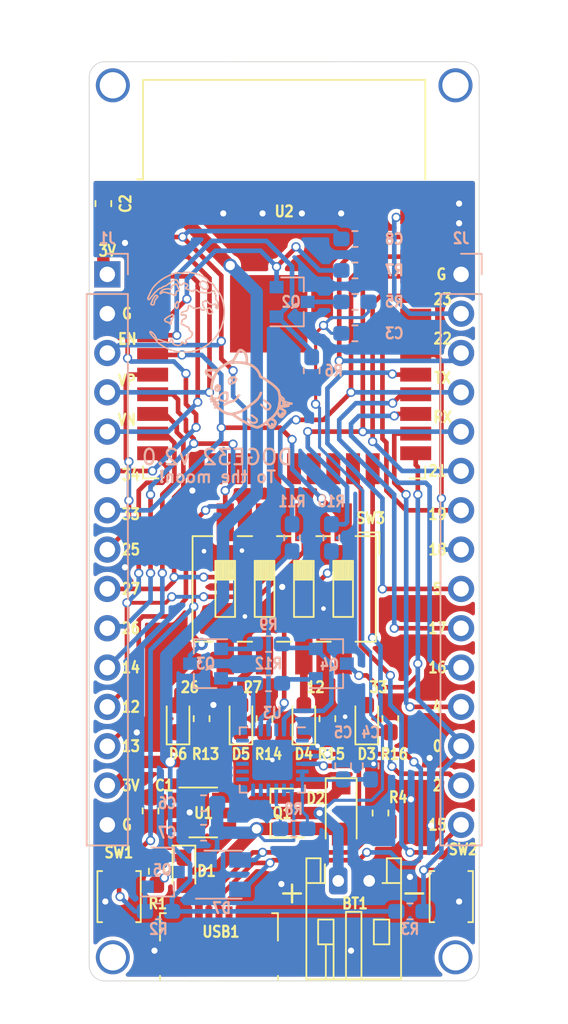
<source format=kicad_pcb>
(kicad_pcb (version 20171130) (host pcbnew 5.1.2)
  (layers (0 F.Cu signal) (31 B.Cu signal) (34 B.Paste user) (35 F.Paste user) (36 B.SilkS user) (37 F.SilkS user) (38 B.Mask user) (39 F.Mask user) (44 Edge.Cuts user))
  (net 0 "")
  (net 1 GND)
  (net 2 V_BAT)
  (net 3 3V3)
  (net 4 "Net-(C4-Pad1)")
  (net 5 5V_USB)
  (net 6 "Net-(D1-Pad1)")
  (net 7 "Net-(D3-Pad2)")
  (net 8 "Net-(D3-Pad1)")
  (net 9 "Net-(D4-Pad2)")
  (net 10 "Net-(D4-Pad1)")
  (net 11 "Net-(D5-Pad2)")
  (net 12 "Net-(D5-Pad1)")
  (net 13 "Net-(D6-Pad2)")
  (net 14 "Net-(D6-Pad1)")
  (net 15 ESP_IO13)
  (net 16 ESP_IO12)
  (net 17 ESP_IO14)
  (net 18 ESP_IO27)
  (net 19 ESP_IO26)
  (net 20 ESP_IO25)
  (net 21 ESP_IO33)
  (net 22 ESP_I34)
  (net 23 ESP_SENSOR_VN)
  (net 24 ESP_SENSOR_VP)
  (net 25 ESP_IO15)
  (net 26 ESP_IO2)
  (net 27 ESP_IO0)
  (net 28 ESP_IO4)
  (net 29 ESP_IO16)
  (net 30 ESP_IO17)
  (net 31 ESP_IO5)
  (net 32 ESP_IO18)
  (net 33 ESP_IO19)
  (net 34 ESP_IO21)
  (net 35 ESP_RXD0)
  (net 36 ESP_TXD0)
  (net 37 ESP_IO22)
  (net 38 ESP_IO23)
  (net 39 "Net-(Q2-Pad3)")
  (net 40 V_BAT_HALF)
  (net 41 V_BAT_MEASURE)
  (net 42 "Net-(Q3-Pad2)")
  (net 43 "Net-(Q3-Pad1)")
  (net 44 "Net-(Q4-Pad2)")
  (net 45 "Net-(Q4-Pad1)")
  (net 46 "Net-(R8-Pad1)")
  (net 47 "Net-(R10-Pad1)")
  (net 48 "Net-(R11-Pad1)")
  (net 49 "Net-(U1-Pad4)")
  (net 50 "Net-(U2-Pad32)")
  (net 51 "Net-(U2-Pad22)")
  (net 52 "Net-(U2-Pad21)")
  (net 53 "Net-(U2-Pad20)")
  (net 54 "Net-(U2-Pad19)")
  (net 55 "Net-(U2-Pad18)")
  (net 56 "Net-(U2-Pad17)")
  (net 57 "Net-(U3-Pad24)")
  (net 58 "Net-(U3-Pad22)")
  (net 59 "Net-(U3-Pad18)")
  (net 60 "Net-(U3-Pad17)")
  (net 61 "Net-(U3-Pad16)")
  (net 62 "Net-(U3-Pad15)")
  (net 63 "Net-(U3-Pad14)")
  (net 64 "Net-(U3-Pad13)")
  (net 65 "Net-(U3-Pad12)")
  (net 66 "Net-(U3-Pad11)")
  (net 67 "Net-(U3-Pad10)")
  (net 68 USB_D-)
  (net 69 USB_D+)
  (net 70 "Net-(U3-Pad1)")
  (net 71 "Net-(USB1-Pad4)")
  (net 72 "Net-(C1-Pad1)")
  (net 73 EN)
  (net 74 "Net-(Q5-Pad3)")
  (module Package_TO_SOT_SMD:SOT-23-5_HandSoldering (layer F.Cu) (at 136.5 116.8)
    (fp_text reference U1 (at 0.025 0.04) (layer F.SilkS) (effects (font (size 0.7 0.6))))
    (fp_text value XC6220B331MR)
    (pad 5 smd rect (at 1.35 -0.95) (size 1.56 0.65) (layers F.Cu F.Paste F.Mask) (net 3 3V3))
    (pad 4 smd rect (at 1.35 0.95) (size 1.56 0.65) (layers F.Cu F.Paste F.Mask) (net 49 "Net-(U1-Pad4)"))
    (pad 3 smd rect (at -1.35 0.95) (size 1.56 0.65) (layers F.Cu F.Paste F.Mask) (net 72 "Net-(C1-Pad1)"))
    (pad 2 smd rect (at -1.35 0) (size 1.56 0.65) (layers F.Cu F.Paste F.Mask) (net 1 GND))
    (pad 1 smd rect (at -1.35 -0.95) (size 1.56 0.65) (layers F.Cu F.Paste F.Mask) (net 72 "Net-(C1-Pad1)"))
  )
  (module Package_TO_SOT_SMD:SOT-23 (layer B.Cu) (at 133.858 120.65)
    (fp_text reference Q5 (at 0 -0.127) (layer B.SilkS) (effects (font (size 0.7 0.6)) (justify mirror)))
    (fp_text value BSS138Q-7-F)
    (pad 3 smd rect (at 1 0) (size 0.9 0.8) (layers B.Cu B.Paste B.Mask) (net 74 "Net-(Q5-Pad3)"))
    (pad 2 smd rect (at -1 -0.95) (size 0.9 0.8) (layers B.Cu B.Paste B.Mask) (net 1 GND))
    (pad 1 smd rect (at -1 0.95) (size 0.9 0.8) (layers B.Cu B.Paste B.Mask) (net 73 EN))
  )
  (module Diode_SMD:D_SOD-123 (layer F.Cu) (at 145.415 116.84 270)
    (fp_text reference D2 (at -0.9525 1.651 180) (layer F.SilkS) (effects (font (size 0.7 0.6))))
    (fp_text value B140HW-7)
    (pad 2 smd rect (at 1.65 0 270) (size 0.9 1.2) (layers F.Cu F.Paste F.Mask) (net 5 5V_USB))
    (pad 1 smd rect (at -1.65 0 270) (size 0.9 1.2) (layers F.Cu F.Paste F.Mask) (net 72 "Net-(C1-Pad1)"))
  )
  (module Capacitor_SMD:C_0603_1608Metric_Pad1.05x0.95mm_HandSolder (layer B.Cu) (at 146.304 79.756)
    (fp_text reference C8 (at 2.54 0) (layer B.SilkS) (effects (font (size 0.7 0.6)) (justify mirror)))
    (fp_text value 4.7uF)
    (pad 2 smd roundrect (at 0.875 0) (size 1.05 0.95) (layers B.Cu B.Paste B.Mask) (net 1 GND))
    (pad 1 smd roundrect (at -0.875 0) (size 1.05 0.95) (layers B.Cu B.Paste B.Mask) (net 73 EN))
  )
  (module Package_TO_SOT_SMD:SOT-23 (layer F.Cu) (at 141.605 116.84 180)
    (fp_text reference Q1 (at 0 0) (layer F.SilkS) (effects (font (size 0.7 0.6))))
    (fp_text value SI2333DDS-T1-GE3)
    (pad 3 smd rect (at 1 0 180) (size 0.9 0.8) (layers F.Cu F.Paste F.Mask) (net 2 V_BAT))
    (pad 2 smd rect (at -1 0.95 180) (size 0.9 0.8) (layers F.Cu F.Paste F.Mask) (net 72 "Net-(C1-Pad1)"))
    (pad 1 smd rect (at -1 -0.95 180) (size 0.9 0.8) (layers F.Cu F.Paste F.Mask) (net 5 5V_USB))
  )
  (module esp32-pcb:MountingHole_M1.7 (layer F.Cu) (at 152.8 126.16)
    (fp_text reference REF** hide)
    (fp_text value MountingHole_M1.7)
    (pad "" np_thru_hole circle (at 0 0) (size 2.2 2.2) (drill 1.7) (layers *.Cu *.Mask))
  )
  (module esp32-pcb:MountingHole_M1.7 (layer F.Cu) (at 130.66 126.16)
    (fp_text reference REF** hide)
    (fp_text value MountingHole_M1.7)
    (pad "" np_thru_hole circle (at 0 0) (size 2.2 2.2) (drill 1.7) (layers *.Cu *.Mask))
  )
  (module esp32-pcb:MountingHole_M1.7 (layer F.Cu) (at 130.66 69.83)
    (fp_text reference REF** hide)
    (fp_text value MountingHole_M1.7)
    (pad "" np_thru_hole circle (at 0 0) (size 2.2 2.2) (drill 1.7) (layers *.Cu *.Mask))
  )
  (module esp32-pcb:MountingHole_M1.7 (layer F.Cu) (at 152.8 69.83)
    (fp_text reference REF** hide)
    (fp_text value MountingHole_M1.7)
    (pad "" np_thru_hole circle (at 0 0) (size 2.2 2.2) (drill 1.7) (layers *.Cu *.Mask))
  )
  (module Package_TO_SOT_SMD:SOT-143 (layer B.Cu) (at 137.78 120.82)
    (fp_text reference D7 (at -0.084 2.1615) (layer B.SilkS) (effects (font (size 0.7 0.6)) (justify mirror)))
    (fp_text value SP0503BAHT)
    (pad 4 smd rect (at 1.1 0.95 90) (size 1 1.4) (layers B.Cu B.Paste B.Mask) (net 69 USB_D+))
    (pad 3 smd rect (at 1.1 -0.95 90) (size 1 1.4) (layers B.Cu B.Paste B.Mask) (net 68 USB_D-))
    (pad 2 smd rect (at -1.1 -0.95 90) (size 1 1.4) (layers B.Cu B.Paste B.Mask) (net 5 5V_USB))
    (pad 1 smd rect (at -1.1 0.77 90) (size 1.2 1.4) (layers B.Cu B.Paste B.Mask) (net 1 GND))
  )
  (module Connector_JST:JST_PH_S2B-PH-K_1x02_P2.00mm_Horizontal (layer F.Cu) (at 145.2245 121.2215)
    (fp_text reference BT1 (at 1.0795 1.4605) (layer F.SilkS) (effects (font (size 0.7 0.6))))
    (fp_text value 3.7V)
    (pad 1 thru_hole roundrect (at 0 0) (size 1.2 1.75) (drill 0.75) (layers *.Cu *.Mask) (roundrect_rratio 0.208333) (net 2 V_BAT))
    (pad 2 thru_hole oval (at 2 0) (size 1.2 1.75) (drill 0.75) (layers *.Cu *.Mask) (net 1 GND))
  )
  (module Connector_PinHeader_2.54mm:PinHeader_1x15_P2.54mm_Vertical (layer B.Cu) (at 153.162 82.042 180)
    (fp_text reference J2 (at 0 2.33 180) (layer B.SilkS) (effects (font (size 0.7 0.6)) (justify mirror)))
    (fp_text value Conn_01x15_Male)
    (pad 1 thru_hole rect (at 0 0 180) (size 1.7 1.7) (drill 1) (layers *.Cu *.Mask) (net 1 GND))
    (pad 2 thru_hole oval (at 0 -2.54 180) (size 1.7 1.7) (drill 1) (layers *.Cu *.Mask) (net 38 ESP_IO23))
    (pad 3 thru_hole oval (at 0 -5.08 180) (size 1.7 1.7) (drill 1) (layers *.Cu *.Mask) (net 37 ESP_IO22))
    (pad 4 thru_hole oval (at 0 -7.62 180) (size 1.7 1.7) (drill 1) (layers *.Cu *.Mask) (net 36 ESP_TXD0))
    (pad 5 thru_hole oval (at 0 -10.16 180) (size 1.7 1.7) (drill 1) (layers *.Cu *.Mask) (net 35 ESP_RXD0))
    (pad 6 thru_hole oval (at 0 -12.7 180) (size 1.7 1.7) (drill 1) (layers *.Cu *.Mask) (net 34 ESP_IO21))
    (pad 7 thru_hole oval (at 0 -15.24 180) (size 1.7 1.7) (drill 1) (layers *.Cu *.Mask) (net 33 ESP_IO19))
    (pad 8 thru_hole oval (at 0 -17.78 180) (size 1.7 1.7) (drill 1) (layers *.Cu *.Mask) (net 32 ESP_IO18))
    (pad 9 thru_hole oval (at 0 -20.32 180) (size 1.7 1.7) (drill 1) (layers *.Cu *.Mask) (net 31 ESP_IO5))
    (pad 10 thru_hole oval (at 0 -22.86 180) (size 1.7 1.7) (drill 1) (layers *.Cu *.Mask) (net 30 ESP_IO17))
    (pad 11 thru_hole oval (at 0 -25.4 180) (size 1.7 1.7) (drill 1) (layers *.Cu *.Mask) (net 29 ESP_IO16))
    (pad 12 thru_hole oval (at 0 -27.94 180) (size 1.7 1.7) (drill 1) (layers *.Cu *.Mask) (net 28 ESP_IO4))
    (pad 13 thru_hole oval (at 0 -30.48 180) (size 1.7 1.7) (drill 1) (layers *.Cu *.Mask) (net 27 ESP_IO0))
    (pad 14 thru_hole oval (at 0 -33.02 180) (size 1.7 1.7) (drill 1) (layers *.Cu *.Mask) (net 26 ESP_IO2))
    (pad 15 thru_hole oval (at 0 -35.56 180) (size 1.7 1.7) (drill 1) (layers *.Cu *.Mask) (net 25 ESP_IO15))
  )
  (module Connector_PinHeader_2.54mm:PinHeader_1x15_P2.54mm_Vertical (layer B.Cu) (at 130.302 82.042 180)
    (fp_text reference J1 (at 0 2.33 180) (layer B.SilkS) (effects (font (size 0.7 0.6)) (justify mirror)))
    (fp_text value Conn_01x15_Male)
    (pad 1 thru_hole rect (at 0 0 180) (size 1.7 1.7) (drill 1) (layers *.Cu *.Mask) (net 3 3V3))
    (pad 2 thru_hole oval (at 0 -2.54 180) (size 1.7 1.7) (drill 1) (layers *.Cu *.Mask) (net 1 GND))
    (pad 3 thru_hole oval (at 0 -5.08 180) (size 1.7 1.7) (drill 1) (layers *.Cu *.Mask) (net 73 EN))
    (pad 4 thru_hole oval (at 0 -7.62 180) (size 1.7 1.7) (drill 1) (layers *.Cu *.Mask) (net 24 ESP_SENSOR_VP))
    (pad 5 thru_hole oval (at 0 -10.16 180) (size 1.7 1.7) (drill 1) (layers *.Cu *.Mask) (net 23 ESP_SENSOR_VN))
    (pad 6 thru_hole oval (at 0 -12.7 180) (size 1.7 1.7) (drill 1) (layers *.Cu *.Mask) (net 22 ESP_I34))
    (pad 7 thru_hole oval (at 0 -15.24 180) (size 1.7 1.7) (drill 1) (layers *.Cu *.Mask) (net 21 ESP_IO33))
    (pad 8 thru_hole oval (at 0 -17.78 180) (size 1.7 1.7) (drill 1) (layers *.Cu *.Mask) (net 20 ESP_IO25))
    (pad 9 thru_hole oval (at 0 -20.32 180) (size 1.7 1.7) (drill 1) (layers *.Cu *.Mask) (net 18 ESP_IO27))
    (pad 10 thru_hole oval (at 0 -22.86 180) (size 1.7 1.7) (drill 1) (layers *.Cu *.Mask) (net 19 ESP_IO26))
    (pad 11 thru_hole oval (at 0 -25.4 180) (size 1.7 1.7) (drill 1) (layers *.Cu *.Mask) (net 17 ESP_IO14))
    (pad 12 thru_hole oval (at 0 -27.94 180) (size 1.7 1.7) (drill 1) (layers *.Cu *.Mask) (net 16 ESP_IO12))
    (pad 13 thru_hole oval (at 0 -30.48 180) (size 1.7 1.7) (drill 1) (layers *.Cu *.Mask) (net 15 ESP_IO13))
    (pad 14 thru_hole oval (at 0 -33.02 180) (size 1.7 1.7) (drill 1) (layers *.Cu *.Mask) (net 3 3V3))
    (pad 15 thru_hole oval (at 0 -35.56 180) (size 1.7 1.7) (drill 1) (layers *.Cu *.Mask) (net 1 GND))
  )
  (module Package_DFN_QFN:QFN-24-1EP_4x4mm_P0.5mm_EP2.6x2.6mm (layer B.Cu) (at 140.97 113.411 180)
    (fp_text reference U3 (at 0 3.048 180) (layer B.SilkS) (effects (font (size 0.7 0.6) (thickness 0.16)) (justify mirror)))
    (fp_text value CP2102N-A01-GQFN24)
    (pad 24 smd roundrect (at -1.25 1.9375 180) (size 0.25 0.825) (layers B.Cu B.Paste B.Mask) (net 57 "Net-(U3-Pad24)"))
    (pad 23 smd roundrect (at -0.75 1.9375 180) (size 0.25 0.825) (layers B.Cu B.Paste B.Mask) (net 44 "Net-(Q4-Pad2)"))
    (pad 22 smd roundrect (at -0.25 1.9375 180) (size 0.25 0.825) (layers B.Cu B.Paste B.Mask) (net 58 "Net-(U3-Pad22)"))
    (pad 21 smd roundrect (at 0.25 1.9375 180) (size 0.25 0.825) (layers B.Cu B.Paste B.Mask) (net 47 "Net-(R10-Pad1)"))
    (pad 20 smd roundrect (at 0.75 1.9375 180) (size 0.25 0.825) (layers B.Cu B.Paste B.Mask) (net 48 "Net-(R11-Pad1)"))
    (pad 19 smd roundrect (at 1.25 1.9375 180) (size 0.25 0.825) (layers B.Cu B.Paste B.Mask) (net 42 "Net-(Q3-Pad2)"))
    (pad 18 smd roundrect (at 1.9375 1.25 180) (size 0.825 0.25) (layers B.Cu B.Paste B.Mask) (net 59 "Net-(U3-Pad18)"))
    (pad 17 smd roundrect (at 1.9375 0.75 180) (size 0.825 0.25) (layers B.Cu B.Paste B.Mask) (net 60 "Net-(U3-Pad17)"))
    (pad 16 smd roundrect (at 1.9375 0.25 180) (size 0.825 0.25) (layers B.Cu B.Paste B.Mask) (net 61 "Net-(U3-Pad16)"))
    (pad 15 smd roundrect (at 1.9375 -0.25 180) (size 0.825 0.25) (layers B.Cu B.Paste B.Mask) (net 62 "Net-(U3-Pad15)"))
    (pad 14 smd roundrect (at 1.9375 -0.75 180) (size 0.825 0.25) (layers B.Cu B.Paste B.Mask) (net 63 "Net-(U3-Pad14)"))
    (pad 13 smd roundrect (at 1.9375 -1.25 180) (size 0.825 0.25) (layers B.Cu B.Paste B.Mask) (net 64 "Net-(U3-Pad13)"))
    (pad 12 smd roundrect (at 1.25 -1.9375 180) (size 0.25 0.825) (layers B.Cu B.Paste B.Mask) (net 65 "Net-(U3-Pad12)"))
    (pad 11 smd roundrect (at 0.75 -1.9375 180) (size 0.25 0.825) (layers B.Cu B.Paste B.Mask) (net 66 "Net-(U3-Pad11)"))
    (pad 10 smd roundrect (at 0.25 -1.9375 180) (size 0.25 0.825) (layers B.Cu B.Paste B.Mask) (net 67 "Net-(U3-Pad10)"))
    (pad 9 smd roundrect (at -0.25 -1.9375 180) (size 0.25 0.825) (layers B.Cu B.Paste B.Mask) (net 46 "Net-(R8-Pad1)"))
    (pad 8 smd roundrect (at -0.75 -1.9375 180) (size 0.25 0.825) (layers B.Cu B.Paste B.Mask) (net 5 5V_USB))
    (pad 7 smd roundrect (at -1.25 -1.9375 180) (size 0.25 0.825) (layers B.Cu B.Paste B.Mask) (net 5 5V_USB))
    (pad 6 smd roundrect (at -1.9375 -1.25 180) (size 0.825 0.25) (layers B.Cu B.Paste B.Mask) (net 4 "Net-(C4-Pad1)"))
    (pad 5 smd roundrect (at -1.9375 -0.75 180) (size 0.825 0.25) (layers B.Cu B.Paste B.Mask) (net 4 "Net-(C4-Pad1)"))
    (pad 4 smd roundrect (at -1.9375 -0.25 180) (size 0.825 0.25) (layers B.Cu B.Paste B.Mask) (net 68 USB_D-))
    (pad 3 smd roundrect (at -1.9375 0.25 180) (size 0.825 0.25) (layers B.Cu B.Paste B.Mask) (net 69 USB_D+))
    (pad 2 smd roundrect (at -1.9375 0.75 180) (size 0.825 0.25) (layers B.Cu B.Paste B.Mask) (net 1 GND))
    (pad 1 smd roundrect (at -1.9375 1.25 180) (size 0.825 0.25) (layers B.Cu B.Paste B.Mask) (net 70 "Net-(U3-Pad1)"))
    (pad 25 smd roundrect (at 0 0 180) (size 2.6 2.6) (layers B.Cu B.Mask) (roundrect_rratio 0.096154) (net 1 GND))
  )
  (module RF_Module:ESP32-WROOM-32 (layer F.Cu) (at 141.732 85.344)
    (fp_text reference U2 (at 0 -7.366 180) (layer F.SilkS) (effects (font (size 0.7 0.6))))
    (fp_text value ESP32-WROOM-32)
    (pad 38 smd rect (at 8.5 -8.255) (size 2 0.9) (layers F.Cu F.Paste F.Mask) (net 1 GND))
    (pad 37 smd rect (at 8.5 -6.985) (size 2 0.9) (layers F.Cu F.Paste F.Mask) (net 38 ESP_IO23))
    (pad 36 smd rect (at 8.5 -5.715) (size 2 0.9) (layers F.Cu F.Paste F.Mask) (net 37 ESP_IO22))
    (pad 35 smd rect (at 8.5 -4.445) (size 2 0.9) (layers F.Cu F.Paste F.Mask) (net 36 ESP_TXD0))
    (pad 34 smd rect (at 8.5 -3.175) (size 2 0.9) (layers F.Cu F.Paste F.Mask) (net 35 ESP_RXD0))
    (pad 33 smd rect (at 8.5 -1.905) (size 2 0.9) (layers F.Cu F.Paste F.Mask) (net 34 ESP_IO21))
    (pad 32 smd rect (at 8.5 -0.635) (size 2 0.9) (layers F.Cu F.Paste F.Mask) (net 50 "Net-(U2-Pad32)"))
    (pad 31 smd rect (at 8.5 0.635) (size 2 0.9) (layers F.Cu F.Paste F.Mask) (net 33 ESP_IO19))
    (pad 30 smd rect (at 8.5 1.905) (size 2 0.9) (layers F.Cu F.Paste F.Mask) (net 32 ESP_IO18))
    (pad 29 smd rect (at 8.5 3.175) (size 2 0.9) (layers F.Cu F.Paste F.Mask) (net 31 ESP_IO5))
    (pad 28 smd rect (at 8.5 4.445) (size 2 0.9) (layers F.Cu F.Paste F.Mask) (net 30 ESP_IO17))
    (pad 27 smd rect (at 8.5 5.715) (size 2 0.9) (layers F.Cu F.Paste F.Mask) (net 29 ESP_IO16))
    (pad 26 smd rect (at 8.5 6.985) (size 2 0.9) (layers F.Cu F.Paste F.Mask) (net 28 ESP_IO4))
    (pad 25 smd rect (at 8.5 8.255) (size 2 0.9) (layers F.Cu F.Paste F.Mask) (net 27 ESP_IO0))
    (pad 24 smd rect (at 5.715 9.255 90) (size 2 0.9) (layers F.Cu F.Paste F.Mask) (net 26 ESP_IO2))
    (pad 23 smd rect (at 4.445 9.255 90) (size 2 0.9) (layers F.Cu F.Paste F.Mask) (net 25 ESP_IO15))
    (pad 22 smd rect (at 3.175 9.255 90) (size 2 0.9) (layers F.Cu F.Paste F.Mask) (net 51 "Net-(U2-Pad22)"))
    (pad 21 smd rect (at 1.905 9.255 90) (size 2 0.9) (layers F.Cu F.Paste F.Mask) (net 52 "Net-(U2-Pad21)"))
    (pad 20 smd rect (at 0.635 9.255 90) (size 2 0.9) (layers F.Cu F.Paste F.Mask) (net 53 "Net-(U2-Pad20)"))
    (pad 19 smd rect (at -0.635 9.255 90) (size 2 0.9) (layers F.Cu F.Paste F.Mask) (net 54 "Net-(U2-Pad19)"))
    (pad 18 smd rect (at -1.905 9.255 90) (size 2 0.9) (layers F.Cu F.Paste F.Mask) (net 55 "Net-(U2-Pad18)"))
    (pad 17 smd rect (at -3.175 9.255 90) (size 2 0.9) (layers F.Cu F.Paste F.Mask) (net 56 "Net-(U2-Pad17)"))
    (pad 16 smd rect (at -4.445 9.255 90) (size 2 0.9) (layers F.Cu F.Paste F.Mask) (net 15 ESP_IO13))
    (pad 15 smd rect (at -5.715 9.255 90) (size 2 0.9) (layers F.Cu F.Paste F.Mask) (net 1 GND))
    (pad 14 smd rect (at -8.5 8.255) (size 2 0.9) (layers F.Cu F.Paste F.Mask) (net 16 ESP_IO12))
    (pad 13 smd rect (at -8.5 6.985) (size 2 0.9) (layers F.Cu F.Paste F.Mask) (net 17 ESP_IO14))
    (pad 12 smd rect (at -8.5 5.715) (size 2 0.9) (layers F.Cu F.Paste F.Mask) (net 18 ESP_IO27))
    (pad 11 smd rect (at -8.5 4.445) (size 2 0.9) (layers F.Cu F.Paste F.Mask) (net 19 ESP_IO26))
    (pad 10 smd rect (at -8.5 3.175) (size 2 0.9) (layers F.Cu F.Paste F.Mask) (net 20 ESP_IO25))
    (pad 9 smd rect (at -8.5 1.905) (size 2 0.9) (layers F.Cu F.Paste F.Mask) (net 21 ESP_IO33))
    (pad 8 smd rect (at -8.5 0.635) (size 2 0.9) (layers F.Cu F.Paste F.Mask) (net 41 V_BAT_MEASURE))
    (pad 7 smd rect (at -8.5 -0.635) (size 2 0.9) (layers F.Cu F.Paste F.Mask) (net 40 V_BAT_HALF))
    (pad 6 smd rect (at -8.5 -1.905) (size 2 0.9) (layers F.Cu F.Paste F.Mask) (net 22 ESP_I34))
    (pad 5 smd rect (at -8.5 -3.175) (size 2 0.9) (layers F.Cu F.Paste F.Mask) (net 23 ESP_SENSOR_VN))
    (pad 4 smd rect (at -8.5 -4.445) (size 2 0.9) (layers F.Cu F.Paste F.Mask) (net 24 ESP_SENSOR_VP))
    (pad 3 smd rect (at -8.5 -5.715) (size 2 0.9) (layers F.Cu F.Paste F.Mask) (net 73 EN))
    (pad 2 smd rect (at -8.5 -6.985) (size 2 0.9) (layers F.Cu F.Paste F.Mask) (net 3 3V3))
    (pad 1 smd rect (at -8.5 -8.255) (size 2 0.9) (layers F.Cu F.Paste F.Mask) (net 1 GND))
    (pad 39 smd rect (at -1 -0.755) (size 5 5) (layers F.Cu F.Paste F.Mask))
  )
  (module Connector_USB:USB_Micro-B_Molex_47346-0001 (layer F.Cu) (at 137.518 125.018)
    (fp_text reference USB1 (at 0.127 -0.508 180) (layer F.SilkS) (effects (font (size 0.7 0.6) (thickness 0.16))))
    (fp_text value "MicroUSB type B")
    (pad 6 smd rect (at 0.84 1.2) (size 1.175 1.9) (layers F.Cu F.Paste F.Mask) (net 1 GND))
    (pad 6 smd rect (at -0.84 1.2) (size 1.175 1.9) (layers F.Cu F.Paste F.Mask) (net 1 GND))
    (pad 6 smd rect (at 2.91 1.2) (size 2.375 1.9) (layers F.Cu F.Paste F.Mask) (net 1 GND))
    (pad 6 smd rect (at -2.91 1.2) (size 2.375 1.9) (layers F.Cu F.Paste F.Mask) (net 1 GND))
    (pad 6 smd rect (at 2.4625 -1.1) (size 1.475 2.1) (layers F.Cu F.Paste F.Mask) (net 1 GND))
    (pad 6 smd rect (at -2.4625 -1.1) (size 1.475 2.1) (layers F.Cu F.Paste F.Mask) (net 1 GND))
    (pad 5 smd rect (at 1.3 -1.46) (size 0.45 1.38) (layers F.Cu F.Paste F.Mask) (net 1 GND))
    (pad 4 smd rect (at 0.65 -1.46) (size 0.45 1.38) (layers F.Cu F.Paste F.Mask) (net 71 "Net-(USB1-Pad4)"))
    (pad 3 smd rect (at 0 -1.46) (size 0.45 1.38) (layers F.Cu F.Paste F.Mask) (net 69 USB_D+))
    (pad 2 smd rect (at -0.65 -1.46) (size 0.45 1.38) (layers F.Cu F.Paste F.Mask) (net 68 USB_D-))
    (pad 1 smd rect (at -1.3 -1.46) (size 0.45 1.38) (layers F.Cu F.Paste F.Mask) (net 5 5V_USB))
  )
  (module Button_Switch_SMD:SW_DIP_SPSTx04_Slide_6.7x11.72mm_W8.61mm_P2.54mm_LowProfile (layer F.Cu) (at 141.732 102.362 270)
    (fp_text reference SW3 (at -4.572 -5.588) (layer F.SilkS) (effects (font (size 0.7 0.6) (thickness 0.16))))
    (fp_text value SW_DIP_x04)
    (pad 1 smd rect (at -4.305 -3.81 270) (size 2.44 1.12) (layers F.Cu F.Paste F.Mask) (net 21 ESP_IO33))
    (pad 5 smd rect (at 4.305 3.81 270) (size 2.44 1.12) (layers F.Cu F.Paste F.Mask) (net 13 "Net-(D6-Pad2)"))
    (pad 2 smd rect (at -4.305 -1.27 270) (size 2.44 1.12) (layers F.Cu F.Paste F.Mask) (net 16 ESP_IO12))
    (pad 6 smd rect (at 4.305 1.27 270) (size 2.44 1.12) (layers F.Cu F.Paste F.Mask) (net 11 "Net-(D5-Pad2)"))
    (pad 3 smd rect (at -4.305 1.27 270) (size 2.44 1.12) (layers F.Cu F.Paste F.Mask) (net 18 ESP_IO27))
    (pad 7 smd rect (at 4.305 -1.27 270) (size 2.44 1.12) (layers F.Cu F.Paste F.Mask) (net 9 "Net-(D4-Pad2)"))
    (pad 4 smd rect (at -4.305 3.81 270) (size 2.44 1.12) (layers F.Cu F.Paste F.Mask) (net 19 ESP_IO26))
    (pad 8 smd rect (at 4.305 -3.81 270) (size 2.44 1.12) (layers F.Cu F.Paste F.Mask) (net 7 "Net-(D3-Pad2)"))
  )
  (module Button_Switch_SMD:SW_SPST_B3U-1000P (layer F.Cu) (at 152.527 122.2375 270)
    (fp_text reference SW2 (at -3.048 -0.762) (layer F.SilkS) (effects (font (size 0.7 0.6) (thickness 0.16))))
    (fp_text value USER)
    (pad 1 smd rect (at -1.7 0 270) (size 0.9 1.7) (layers F.Cu F.Paste F.Mask) (net 27 ESP_IO0))
    (pad 2 smd rect (at 1.7 0 270) (size 0.9 1.7) (layers F.Cu F.Paste F.Mask) (net 1 GND))
  )
  (module Button_Switch_SMD:SW_SPST_B3U-1000P (layer F.Cu) (at 131.064 122.2375 90)
    (fp_text reference SW1 (at 2.8475 -0.014) (layer F.SilkS) (effects (font (size 0.7 0.6) (thickness 0.16))))
    (fp_text value RESET)
    (pad 1 smd rect (at -1.7 0 90) (size 0.9 1.7) (layers F.Cu F.Paste F.Mask) (net 1 GND))
    (pad 2 smd rect (at 1.7 0 90) (size 0.9 1.7) (layers F.Cu F.Paste F.Mask) (net 73 EN))
  )
  (module Resistor_SMD:R_0603_1608Metric_Pad1.05x0.95mm_HandSolder (layer F.Cu) (at 148.59 110.744 90)
    (fp_text reference R16 (at -2.286 0.254 180) (layer F.SilkS) (effects (font (size 0.7 0.6))))
    (fp_text value 470)
    (pad 1 smd roundrect (at -0.875 0 90) (size 1.05 0.95) (layers F.Cu F.Paste F.Mask) (net 8 "Net-(D3-Pad1)"))
    (pad 2 smd roundrect (at 0.875 0 90) (size 1.05 0.95) (layers F.Cu F.Paste F.Mask) (net 1 GND))
  )
  (module Resistor_SMD:R_0603_1608Metric_Pad1.05x0.95mm_HandSolder (layer F.Cu) (at 144.526 110.744 90)
    (fp_text reference R15 (at -2.286 0.254 180) (layer F.SilkS) (effects (font (size 0.7 0.6))))
    (fp_text value 470)
    (pad 1 smd roundrect (at -0.875 0 90) (size 1.05 0.95) (layers F.Cu F.Paste F.Mask) (net 10 "Net-(D4-Pad1)"))
    (pad 2 smd roundrect (at 0.875 0 90) (size 1.05 0.95) (layers F.Cu F.Paste F.Mask) (net 1 GND))
  )
  (module Resistor_SMD:R_0603_1608Metric_Pad1.05x0.95mm_HandSolder (layer F.Cu) (at 140.462 110.744 90)
    (fp_text reference R14 (at -2.286 0.254 180) (layer F.SilkS) (effects (font (size 0.7 0.6))))
    (fp_text value 470)
    (pad 1 smd roundrect (at -0.875 0 90) (size 1.05 0.95) (layers F.Cu F.Paste F.Mask) (net 12 "Net-(D5-Pad1)"))
    (pad 2 smd roundrect (at 0.875 0 90) (size 1.05 0.95) (layers F.Cu F.Paste F.Mask) (net 1 GND))
  )
  (module Resistor_SMD:R_0603_1608Metric_Pad1.05x0.95mm_HandSolder (layer F.Cu) (at 136.398 110.744 90)
    (fp_text reference R13 (at -2.286 0.254 180) (layer F.SilkS) (effects (font (size 0.7 0.6))))
    (fp_text value 470)
    (pad 1 smd roundrect (at -0.875 0 90) (size 1.05 0.95) (layers F.Cu F.Paste F.Mask) (net 14 "Net-(D6-Pad1)"))
    (pad 2 smd roundrect (at 0.875 0 90) (size 1.05 0.95) (layers F.Cu F.Paste F.Mask) (net 1 GND))
  )
  (module Resistor_SMD:R_0603_1608Metric_Pad1.05x0.95mm_HandSolder (layer B.Cu) (at 140.716 108.458 180)
    (fp_text reference R12 (at 0 1.27 180) (layer B.SilkS) (effects (font (size 0.7 0.6) (thickness 0.16)) (justify mirror)))
    (fp_text value 10k)
    (pad 1 smd roundrect (at -0.875 0 180) (size 1.05 0.95) (layers B.Cu B.Paste B.Mask) (net 45 "Net-(Q4-Pad1)"))
    (pad 2 smd roundrect (at 0.875 0 180) (size 1.05 0.95) (layers B.Cu B.Paste B.Mask) (net 42 "Net-(Q3-Pad2)"))
  )
  (module Resistor_SMD:R_0603_1608Metric_Pad1.05x0.95mm_HandSolder (layer B.Cu) (at 142.24 99.06 90)
    (fp_text reference R11 (at 2.3495 0 180) (layer B.SilkS) (effects (font (size 0.7 0.6) (thickness 0.16)) (justify mirror)))
    (fp_text value 1k)
    (pad 1 smd roundrect (at -0.875 0 90) (size 1.05 0.95) (layers B.Cu B.Paste B.Mask) (net 48 "Net-(R11-Pad1)"))
    (pad 2 smd roundrect (at 0.875 0 90) (size 1.05 0.95) (layers B.Cu B.Paste B.Mask) (net 36 ESP_TXD0))
  )
  (module Resistor_SMD:R_0603_1608Metric_Pad1.05x0.95mm_HandSolder (layer B.Cu) (at 144.78 99.06 90)
    (fp_text reference R10 (at 2.3495 0 180) (layer B.SilkS) (effects (font (size 0.7 0.6) (thickness 0.16)) (justify mirror)))
    (fp_text value 1k)
    (pad 1 smd roundrect (at -0.875 0 90) (size 1.05 0.95) (layers B.Cu B.Paste B.Mask) (net 47 "Net-(R10-Pad1)"))
    (pad 2 smd roundrect (at 0.875 0 90) (size 1.05 0.95) (layers B.Cu B.Paste B.Mask) (net 35 ESP_RXD0))
  )
  (module Resistor_SMD:R_0603_1608Metric_Pad1.05x0.95mm_HandSolder (layer B.Cu) (at 140.716 105.918)
    (fp_text reference R9 (at 0 -1.27) (layer B.SilkS) (effects (font (size 0.7 0.6) (thickness 0.16)) (justify mirror)))
    (fp_text value 10k)
    (pad 1 smd roundrect (at -0.875 0) (size 1.05 0.95) (layers B.Cu B.Paste B.Mask) (net 43 "Net-(Q3-Pad1)"))
    (pad 2 smd roundrect (at 0.875 0) (size 1.05 0.95) (layers B.Cu B.Paste B.Mask) (net 44 "Net-(Q4-Pad2)"))
  )
  (module Resistor_SMD:R_0603_1608Metric_Pad1.05x0.95mm_HandSolder (layer B.Cu) (at 142.353 117.856)
    (fp_text reference R8 (at -0.0114 -1.27) (layer B.SilkS) (effects (font (size 0.7 0.6) (thickness 0.16)) (justify mirror)))
    (fp_text value 1k)
    (pad 2 smd roundrect (at 0.875 0) (size 1.05 0.95) (layers B.Cu B.Paste B.Mask) (net 4 "Net-(C4-Pad1)"))
    (pad 1 smd roundrect (at -0.875 0) (size 1.05 0.95) (layers B.Cu B.Paste B.Mask) (net 46 "Net-(R8-Pad1)"))
  )
  (module Resistor_SMD:R_0603_1608Metric_Pad1.05x0.95mm_HandSolder (layer B.Cu) (at 146.304 81.788 180)
    (fp_text reference R7 (at -2.54 0 180) (layer B.SilkS) (effects (font (size 0.7 0.6) (thickness 0.16)) (justify mirror)))
    (fp_text value 30k)
    (pad 1 smd roundrect (at -0.875 0 180) (size 1.05 0.95) (layers B.Cu B.Paste B.Mask) (net 1 GND))
    (pad 2 smd roundrect (at 0.875 0 180) (size 1.05 0.95) (layers B.Cu B.Paste B.Mask) (net 40 V_BAT_HALF))
  )
  (module Resistor_SMD:R_0603_1608Metric_Pad1.05x0.95mm_HandSolder (layer B.Cu) (at 143.51 88.265 90)
    (fp_text reference R6 (at 0 1.43 180) (layer B.SilkS) (effects (font (size 0.7 0.6) (thickness 0.16)) (justify mirror)))
    (fp_text value 10k)
    (pad 1 smd roundrect (at -0.875 0 90) (size 1.05 0.95) (layers B.Cu B.Paste B.Mask) (net 1 GND))
    (pad 2 smd roundrect (at 0.875 0 90) (size 1.05 0.95) (layers B.Cu B.Paste B.Mask) (net 41 V_BAT_MEASURE))
  )
  (module Resistor_SMD:R_0603_1608Metric_Pad1.05x0.95mm_HandSolder (layer B.Cu) (at 146.304 83.82)
    (fp_text reference R5 (at 2.54 0) (layer B.SilkS) (effects (font (size 0.7 0.6) (thickness 0.16)) (justify mirror)))
    (fp_text value 10k)
    (pad 1 smd roundrect (at -0.875 0) (size 1.05 0.95) (layers B.Cu B.Paste B.Mask) (net 39 "Net-(Q2-Pad3)"))
    (pad 2 smd roundrect (at 0.875 0) (size 1.05 0.95) (layers B.Cu B.Paste B.Mask) (net 2 V_BAT))
  )
  (module Resistor_SMD:R_0603_1608Metric_Pad1.05x0.95mm_HandSolder (layer F.Cu) (at 147.955 116.84 270)
    (fp_text reference R4 (at -1.016 -1.143) (layer F.SilkS) (effects (font (size 0.7 0.6) (thickness 0.16))))
    (fp_text value 10k)
    (pad 1 smd roundrect (at -0.875 0 270) (size 1.05 0.95) (layers F.Cu F.Paste F.Mask) (net 1 GND))
    (pad 2 smd roundrect (at 0.875 0 270) (size 1.05 0.95) (layers F.Cu F.Paste F.Mask) (net 5 5V_USB))
  )
  (module Resistor_SMD:R_0603_1608Metric_Pad1.05x0.95mm_HandSolder (layer B.Cu) (at 149.86 123.19 180)
    (fp_text reference R3 (at 0 -1.143 180) (layer B.SilkS) (effects (font (size 0.7 0.6)) (justify mirror)))
    (fp_text value 10k)
    (pad 1 smd roundrect (at -0.875 0 180) (size 1.05 0.95) (layers B.Cu B.Paste B.Mask) (net 27 ESP_IO0))
    (pad 2 smd roundrect (at 0.875 0 180) (size 1.05 0.95) (layers B.Cu B.Paste B.Mask) (net 3 3V3))
  )
  (module Resistor_SMD:R_0603_1608Metric_Pad1.05x0.95mm_HandSolder (layer B.Cu) (at 133.604 123.19 180)
    (fp_text reference R2 (at 0 -1.143 180) (layer B.SilkS) (effects (font (size 0.7 0.6) (thickness 0.16)) (justify mirror)))
    (fp_text value 10k)
    (pad 1 smd roundrect (at -0.875 0 180) (size 1.05 0.95) (layers B.Cu B.Paste B.Mask) (net 3 3V3))
    (pad 2 smd roundrect (at 0.875 0 180) (size 1.05 0.95) (layers B.Cu B.Paste B.Mask) (net 73 EN))
  )
  (module Resistor_SMD:R_0603_1608Metric_Pad1.05x0.95mm_HandSolder (layer F.Cu) (at 133.5 120.6 270)
    (fp_text reference R1 (at 2.082 -0.0635) (layer F.SilkS) (effects (font (size 0.7 0.6) (thickness 0.16))))
    (fp_text value 1k)
    (pad 1 smd roundrect (at -0.875 0 270) (size 1.05 0.95) (layers F.Cu F.Paste F.Mask) (net 6 "Net-(D1-Pad1)"))
    (pad 2 smd roundrect (at 0.875 0 270) (size 1.05 0.95) (layers F.Cu F.Paste F.Mask) (net 74 "Net-(Q5-Pad3)"))
  )
  (module Package_TO_SOT_SMD:SOT-23 (layer B.Cu) (at 144.78 107.188)
    (fp_text reference Q4 (at -0.127 0.0635) (layer B.SilkS) (effects (font (size 0.7 0.6) (thickness 0.16)) (justify mirror)))
    (fp_text value MMBT3904)
    (pad 1 smd rect (at -1 0.95) (size 0.9 0.8) (layers B.Cu B.Paste B.Mask) (net 45 "Net-(Q4-Pad1)"))
    (pad 2 smd rect (at -1 -0.95) (size 0.9 0.8) (layers B.Cu B.Paste B.Mask) (net 44 "Net-(Q4-Pad2)"))
    (pad 3 smd rect (at 1 0) (size 0.9 0.8) (layers B.Cu B.Paste B.Mask) (net 27 ESP_IO0))
  )
  (module Package_TO_SOT_SMD:SOT-23 (layer B.Cu) (at 136.652 107.188 180)
    (fp_text reference Q3 (at 0 0) (layer B.SilkS) (effects (font (size 0.7 0.6) (thickness 0.16)) (justify mirror)))
    (fp_text value MMBT3904)
    (pad 1 smd rect (at -1 0.95 180) (size 0.9 0.8) (layers B.Cu B.Paste B.Mask) (net 43 "Net-(Q3-Pad1)"))
    (pad 2 smd rect (at -1 -0.95 180) (size 0.9 0.8) (layers B.Cu B.Paste B.Mask) (net 42 "Net-(Q3-Pad2)"))
    (pad 3 smd rect (at 1 0 180) (size 0.9 0.8) (layers B.Cu B.Paste B.Mask) (net 73 EN))
  )
  (module Package_TO_SOT_SMD:SOT-23 (layer B.Cu) (at 142.24 83.82)
    (fp_text reference Q2 (at -0.0635 0 180) (layer B.SilkS) (effects (font (size 0.7 0.6) (thickness 0.16)) (justify mirror)))
    (fp_text value BSS138Q-7-F)
    (pad 1 smd rect (at -1 0.95) (size 0.9 0.8) (layers B.Cu B.Paste B.Mask) (net 41 V_BAT_MEASURE))
    (pad 2 smd rect (at -1 -0.95) (size 0.9 0.8) (layers B.Cu B.Paste B.Mask) (net 40 V_BAT_HALF))
    (pad 3 smd rect (at 1 0) (size 0.9 0.8) (layers B.Cu B.Paste B.Mask) (net 39 "Net-(Q2-Pad3)"))
  )
  (module LED_SMD:LED_0603_1608Metric_Pad1.05x0.95mm_HandSolder (layer F.Cu) (at 134.874 110.744 90)
    (fp_text reference D6 (at -2.286 0 180) (layer F.SilkS) (effects (font (size 0.7 0.6) (thickness 0.16))))
    (fp_text value LED_YELLOW)
    (pad 1 smd roundrect (at -0.875 0 90) (size 1.05 0.95) (layers F.Cu F.Paste F.Mask) (net 14 "Net-(D6-Pad1)"))
    (pad 2 smd roundrect (at 0.875 0 90) (size 1.05 0.95) (layers F.Cu F.Paste F.Mask) (net 13 "Net-(D6-Pad2)"))
  )
  (module LED_SMD:LED_0603_1608Metric_Pad1.05x0.95mm_HandSolder (layer F.Cu) (at 138.938 110.744 90)
    (fp_text reference D5 (at -2.286 0 180) (layer F.SilkS) (effects (font (size 0.7 0.6))))
    (fp_text value LED_BLUE)
    (pad 1 smd roundrect (at -0.875 0 90) (size 1.05 0.95) (layers F.Cu F.Paste F.Mask) (net 12 "Net-(D5-Pad1)"))
    (pad 2 smd roundrect (at 0.875 0 90) (size 1.05 0.95) (layers F.Cu F.Paste F.Mask) (net 11 "Net-(D5-Pad2)"))
  )
  (module LED_SMD:LED_0603_1608Metric_Pad1.05x0.95mm_HandSolder (layer F.Cu) (at 143.002 110.744 90)
    (fp_text reference D4 (at -2.286 0 180) (layer F.SilkS) (effects (font (size 0.7 0.6))))
    (fp_text value LED_GREEN)
    (pad 1 smd roundrect (at -0.875 0 90) (size 1.05 0.95) (layers F.Cu F.Paste F.Mask) (net 10 "Net-(D4-Pad1)"))
    (pad 2 smd roundrect (at 0.875 0 90) (size 1.05 0.95) (layers F.Cu F.Paste F.Mask) (net 9 "Net-(D4-Pad2)"))
  )
  (module LED_SMD:LED_0603_1608Metric_Pad1.05x0.95mm_HandSolder (layer F.Cu) (at 147.066 110.744 90)
    (fp_text reference D3 (at -2.286 0 180) (layer F.SilkS) (effects (font (size 0.7 0.6))))
    (fp_text value LED_RED)
    (pad 1 smd roundrect (at -0.875 0 90) (size 1.05 0.95) (layers F.Cu F.Paste F.Mask) (net 8 "Net-(D3-Pad1)"))
    (pad 2 smd roundrect (at 0.875 0 90) (size 1.05 0.95) (layers F.Cu F.Paste F.Mask) (net 7 "Net-(D3-Pad2)"))
  )
  (module LED_SMD:LED_0603_1608Metric_Pad1.05x0.95mm_HandSolder (layer F.Cu) (at 135.255 120.6 270)
    (fp_text reference D1 (at -0.0135 -1.4605) (layer F.SilkS) (effects (font (size 0.7 0.6) (thickness 0.16))))
    (fp_text value LED_USB_PWR)
    (pad 1 smd roundrect (at -0.875 0 270) (size 1.05 0.95) (layers F.Cu F.Paste F.Mask) (net 6 "Net-(D1-Pad1)"))
    (pad 2 smd roundrect (at 0.875 0 270) (size 1.05 0.95) (layers F.Cu F.Paste F.Mask) (net 5 5V_USB))
  )
  (module Capacitor_SMD:C_0603_1608Metric_Pad1.05x0.95mm_HandSolder (layer B.Cu) (at 136.525 118.11 180)
    (fp_text reference C7 (at 2.3495 0 180) (layer B.SilkS) (effects (font (size 0.7 0.6) (thickness 0.16)) (justify mirror)))
    (fp_text value 0.1uF)
    (pad 1 smd roundrect (at -0.875 0 180) (size 1.05 0.95) (layers B.Cu B.Paste B.Mask) (net 5 5V_USB))
    (pad 2 smd roundrect (at 0.875 0 180) (size 1.05 0.95) (layers B.Cu B.Paste B.Mask) (net 1 GND))
  )
  (module Capacitor_SMD:C_0603_1608Metric_Pad1.05x0.95mm_HandSolder (layer B.Cu) (at 136.525 116.205 180)
    (fp_text reference C6 (at 2.3495 0 180) (layer B.SilkS) (effects (font (size 0.7 0.6) (thickness 0.16)) (justify mirror)))
    (fp_text value 4.7uF)
    (pad 1 smd roundrect (at -0.875 0 180) (size 1.05 0.95) (layers B.Cu B.Paste B.Mask) (net 5 5V_USB))
    (pad 2 smd roundrect (at 0.875 0 180) (size 1.05 0.95) (layers B.Cu B.Paste B.Mask) (net 1 GND))
  )
  (module Capacitor_SMD:C_0603_1608Metric_Pad1.05x0.95mm_HandSolder (layer B.Cu) (at 145.542 113.792 90)
    (fp_text reference C5 (at 2.159 0 180) (layer B.SilkS) (effects (font (size 0.7 0.6) (thickness 0.16)) (justify mirror)))
    (fp_text value 0.1uF)
    (pad 1 smd roundrect (at -0.875 0 90) (size 1.05 0.95) (layers B.Cu B.Paste B.Mask) (net 4 "Net-(C4-Pad1)"))
    (pad 2 smd roundrect (at 0.875 0 90) (size 1.05 0.95) (layers B.Cu B.Paste B.Mask) (net 1 GND))
  )
  (module Capacitor_SMD:C_0603_1608Metric_Pad1.05x0.95mm_HandSolder (layer B.Cu) (at 147.32 113.792 90)
    (fp_text reference C4 (at 2.159 0 180) (layer B.SilkS) (effects (font (size 0.7 0.6) (thickness 0.16)) (justify mirror)))
    (fp_text value 4.7uF)
    (pad 2 smd roundrect (at 0.875 0 90) (size 1.05 0.95) (layers B.Cu B.Paste B.Mask) (net 1 GND))
    (pad 1 smd roundrect (at -0.875 0 90) (size 1.05 0.95) (layers B.Cu B.Paste B.Mask) (net 4 "Net-(C4-Pad1)"))
  )
  (module Capacitor_SMD:C_0603_1608Metric_Pad1.05x0.95mm_HandSolder (layer B.Cu) (at 146.304 85.852)
    (fp_text reference C3 (at 2.54 0) (layer B.SilkS) (effects (font (size 0.7 0.6) (thickness 0.16)) (justify mirror)))
    (fp_text value 0.1uF)
    (pad 1 smd roundrect (at -0.875 0) (size 1.05 0.95) (layers B.Cu B.Paste B.Mask) (net 2 V_BAT))
    (pad 2 smd roundrect (at 0.875 0) (size 1.05 0.95) (layers B.Cu B.Paste B.Mask) (net 1 GND))
  )
  (module Capacitor_SMD:C_0603_1608Metric_Pad1.05x0.95mm_HandSolder (layer F.Cu) (at 130.048 77.47 270)
    (fp_text reference C2 (at 0 -1.43 270) (layer F.SilkS) (effects (font (size 0.7 0.6) (thickness 0.16))))
    (fp_text value 10uF)
    (pad 1 smd roundrect (at -0.875 0 270) (size 1.05 0.95) (layers F.Cu F.Paste F.Mask) (net 1 GND))
    (pad 2 smd roundrect (at 0.875 0 270) (size 1.05 0.95) (layers F.Cu F.Paste F.Mask) (net 3 3V3))
  )
  (module Capacitor_SMD:C_0603_1608Metric_Pad1.05x0.95mm_HandSolder (layer F.Cu) (at 133.096 116.699 270)
    (fp_text reference C1 (at -1.637 -0.889) (layer F.SilkS) (effects (font (size 0.7 0.6) (thickness 0.16))))
    (fp_text value 10uF)
    (pad 1 smd roundrect (at -0.875 0 270) (size 1.05 0.95) (layers F.Cu F.Paste F.Mask) (net 72 "Net-(C1-Pad1)"))
    (pad 2 smd roundrect (at 0.875 0 270) (size 1.05 0.95) (layers F.Cu F.Paste F.Mask) (net 1 GND))
  )
  (gr_text - (at 150.14 121.92) (layer F.SilkS) (effects (font (size 1.5 1.5) (thickness 0.16))))
  (gr_text + (at 142.24 121.92) (layer F.SilkS) (effects (font (size 1.5 1.5) (thickness 0.16))))
  (gr_text 33 (at 147.828 108.712) (layer F.SilkS) (effects (font (size 0.7 0.6))))
  (gr_text 12 (at 143.764 108.712) (layer F.SilkS) (effects (font (size 0.7 0.6))))
  (gr_text 27 (at 139.7 108.712) (layer F.SilkS) (effects (font (size 0.7 0.6))))
  (gr_text 26 (at 135.636 108.712) (layer F.SilkS) (effects (font (size 0.7 0.6))))
  (gr_text "To the moon!" (at 137.414 95.123) (layer B.SilkS) (effects (font (size 0.75 0.75)) (justify mirror)))
  (gr_text "DOGE32 v2.0" (at 137.414 93.853) (layer B.SilkS) (effects (font (size 1 1)) (justify mirror)))
  (gr_line (start 137.41553 90.46364) (end 137.36132 90.50113) (layer B.SilkS) (width 0.1))
  (gr_line (start 137.42447 90.45756) (end 137.41553 90.46364) (layer B.SilkS) (width 0.1))
  (gr_line (start 134.78358 84.2303) (end 134.79503 84.23164) (layer B.SilkS) (width 0.1))
  (gr_line (start 138.04198 90.02461) (end 138.02712 90.10784) (layer B.SilkS) (width 0.1))
  (gr_line (start 138.04605 89.92989) (end 138.04198 90.02461) (layer B.SilkS) (width 0.1))
  (gr_line (start 137.10297 88.82979) (end 137.09537 88.85334) (layer B.SilkS) (width 0.1))
  (gr_line (start 137.09537 88.85334) (end 137.08669 88.88236) (layer B.SilkS) (width 0.1))
  (gr_line (start 140.793399 88.97574) (end 140.760789 88.95323) (layer B.SilkS) (width 0.1))
  (gr_line (start 138.40896 91.12944) (end 138.42783 91.14311) (layer B.SilkS) (width 0.1))
  (gr_line (start 138.42783 91.14311) (end 138.43353 91.14831) (layer B.SilkS) (width 0.1))
  (gr_line (start 138.21815 91.09694) (end 138.25883 91.10139) (layer B.SilkS) (width 0.1))
  (gr_line (start 133.08696 83.57425) (end 133.093253 83.56639) (layer B.SilkS) (width 0.1))
  (gr_line (start 135.39469 84.80945) (end 135.39154 84.82052) (layer B.SilkS) (width 0.1))
  (gr_line (start 135.39712 84.80088) (end 135.39469 84.80945) (layer B.SilkS) (width 0.1))
  (gr_line (start 134.88303 87.04811) (end 134.96722 87.05853) (layer B.SilkS) (width 0.1))
  (gr_line (start 138.03754 89.72916) (end 138.04172 89.74379) (layer B.SilkS) (width 0.1))
  (gr_line (start 138.0314 89.71977) (end 138.03754 89.72916) (layer B.SilkS) (width 0.1))
  (gr_line (start 140.97937 91.45387) (end 140.98589 91.456692) (layer B.SilkS) (width 0.1))
  (gr_line (start 141.51686 90.75113) (end 141.51686 90.75113) (layer B.SilkS) (width 0.1))
  (gr_line (start 137.5033 88.12852) (end 137.48816 88.14767) (layer B.SilkS) (width 0.1))
  (gr_line (start 137.48816 88.14767) (end 137.47439 88.16389) (layer B.SilkS) (width 0.1))
  (gr_line (start 133.093253 83.56639) (end 133.100089 83.55782) (layer B.SilkS) (width 0.1))
  (gr_line (start 137.08501 90.14295) (end 137.0964 90.16942) (layer B.SilkS) (width 0.1))
  (gr_line (start 137.0964 90.16942) (end 137.0976 90.19139) (layer B.SilkS) (width 0.1))
  (gr_line (start 140.04139 91.959946) (end 140.06791 91.949421) (layer B.SilkS) (width 0.1))
  (gr_line (start 141.10975 91.07334) (end 141.03298 91.16443) (layer B.SilkS) (width 0.1))
  (gr_line (start 137.25439 90.21917) (end 137.26176 90.21917) (layer B.SilkS) (width 0.1))
  (gr_line (start 137.24707 90.21917) (end 137.25439 90.21917) (layer B.SilkS) (width 0.1))
  (gr_line (start 136.83854 84.56493) (end 136.81244 84.5486) (layer B.SilkS) (width 0.1))
  (gr_line (start 137.06304 84.53948) (end 137.02425 84.571) (layer B.SilkS) (width 0.1))
  (gr_line (start 136.98383 84.272931) (end 137.03651 84.34466) (layer B.SilkS) (width 0.1))
  (gr_line (start 134.39675 85.16627) (end 134.3974 85.12661) (layer B.SilkS) (width 0.1))
  (gr_line (start 134.3974 85.12661) (end 134.41682 85.07524) (layer B.SilkS) (width 0.1))
  (gr_line (start 133.153692 85.94518) (end 133.218145 86.0251) (layer B.SilkS) (width 0.1))
  (gr_line (start 136.08462 83.07242) (end 136.12136 83.08685) (layer B.SilkS) (width 0.1))
  (gr_line (start 136.04637 83.06341) (end 136.08462 83.07242) (layer B.SilkS) (width 0.1))
  (gr_line (start 137.07785 89.8255) (end 137.06216 89.64902) (layer B.SilkS) (width 0.1))
  (gr_line (start 137.10133 89.96798) (end 137.07785 89.8255) (layer B.SilkS) (width 0.1))
  (gr_line (start 137.52132 88.220851) (end 137.58918 88.14566) (layer B.SilkS) (width 0.1))
  (gr_line (start 137.45453 88.304891) (end 137.52132 88.220851) (layer B.SilkS) (width 0.1))
  (gr_line (start 137.54762 89.30689) (end 137.55229 89.34325) (layer B.SilkS) (width 0.1))
  (gr_line (start 137.54133 89.27614) (end 137.54762 89.30689) (layer B.SilkS) (width 0.1))
  (gr_line (start 134.32519 86.4185) (end 134.29415 86.44031) (layer B.SilkS) (width 0.1))
  (gr_line (start 139.11132 91.499173) (end 139.06196 91.471612) (layer B.SilkS) (width 0.1))
  (gr_line (start 140.619029 90.74646) (end 140.59483 90.74336) (layer B.SilkS) (width 0.1))
  (gr_line (start 140.64035 90.74695) (end 140.619029 90.74646) (layer B.SilkS) (width 0.1))
  (gr_line (start 132.997605 83.6647) (end 133.00162 83.6622) (layer B.SilkS) (width 0.1))
  (gr_line (start 137.44715 83.85806) (end 137.45025 83.85806) (layer B.SilkS) (width 0.1))
  (gr_line (start 135.54882 86.18966) (end 135.54605 86.19139) (layer B.SilkS) (width 0.1))
  (gr_line (start 133.131448 85.75161) (end 133.115823 85.7431) (layer B.SilkS) (width 0.1))
  (gr_line (start 137.33664 90.07843) (end 137.38665 90.07209) (layer B.SilkS) (width 0.1))
  (gr_line (start 137.27804 90.08218) (end 137.33664 90.07843) (layer B.SilkS) (width 0.1))
  (gr_line (start 136.40022 86.81639) (end 136.40511 86.81639) (layer B.SilkS) (width 0.1))
  (gr_line (start 133.49706 86.35752) (end 133.56629 86.42941) (layer B.SilkS) (width 0.1))
  (gr_line (start 135.12939 85.0436) (end 135.12939 85.05109) (layer B.SilkS) (width 0.1))
  (gr_line (start 135.13476 85.02125) (end 135.12939 85.0436) (layer B.SilkS) (width 0.1))
  (gr_line (start 135.33175 84.9063) (end 135.31125 84.91361) (layer B.SilkS) (width 0.1))
  (gr_line (start 133.063252 85.78423) (end 133.06987 85.80527) (layer B.SilkS) (width 0.1))
  (gr_line (start 137.29503 90.40889) (end 137.29378 90.39642) (layer B.SilkS) (width 0.1))
  (gr_line (start 137.30246 90.42409) (end 137.29503 90.40889) (layer B.SilkS) (width 0.1))
  (gr_line (start 134.556789 83.35561) (end 134.56689 83.36082) (layer B.SilkS) (width 0.1))
  (gr_line (start 132.928323 83.62298) (end 132.942592 83.64554) (layer B.SilkS) (width 0.1))
  (gr_line (start 139.97698 91.399074) (end 139.97108 91.387248) (layer B.SilkS) (width 0.1))
  (gr_line (start 139.9873 91.438299) (end 139.97698 91.399074) (layer B.SilkS) (width 0.1))
  (gr_line (start 133.143438 83.88828) (end 133.13492 83.90391) (layer B.SilkS) (width 0.1))
  (gr_line (start 137.48497 89.46775) (end 137.47866 89.46428) (layer B.SilkS) (width 0.1))
  (gr_line (start 137.49175 89.47173) (end 137.48497 89.46775) (layer B.SilkS) (width 0.1))
  (gr_line (start 133.13492 83.90391) (end 133.131937 83.90917) (layer B.SilkS) (width 0.1))
  (gr_line (start 136.98936 88.71889) (end 137.04073 88.75498) (layer B.SilkS) (width 0.1))
  (gr_line (start 133.067376 83.59736) (end 133.08696 83.57425) (layer B.SilkS) (width 0.1))
  (gr_line (start 141.18625 91.550442) (end 141.16086 91.501126) (layer B.SilkS) (width 0.1))
  (gr_line (start 133.182284 83.46146) (end 133.20187 83.43998) (layer B.SilkS) (width 0.1))
  (gr_line (start 132.942592 83.64554) (end 132.946064 83.64973) (layer B.SilkS) (width 0.1))
  (gr_line (start 141.83382 90.91979) (end 141.8184 90.88253) (layer B.SilkS) (width 0.1))
  (gr_line (start 137.39365 88.19991) (end 137.36262 88.19796) (layer B.SilkS) (width 0.1))
  (gr_line (start 137.36262 88.19796) (end 137.28228 88.19449) (layer B.SilkS) (width 0.1))
  (gr_line (start 132.946064 83.64973) (end 132.949374 83.65391) (layer B.SilkS) (width 0.1))
  (gr_line (start 132.949374 83.65391) (end 132.960387 83.66573) (layer B.SilkS) (width 0.1))
  (gr_line (start 132.960387 83.66573) (end 132.972214 83.67261) (layer B.SilkS) (width 0.1))
  (gr_line (start 132.972214 83.67261) (end 132.98491 83.67121) (layer B.SilkS) (width 0.1))
  (gr_line (start 133.177292 85.78352) (end 133.151523 85.76491) (layer B.SilkS) (width 0.1))
  (gr_line (start 138.42203 87.77956) (end 138.44737 87.77624) (layer B.SilkS) (width 0.1))
  (gr_line (start 138.38058 87.78357) (end 138.42203 87.77956) (layer B.SilkS) (width 0.1))
  (gr_line (start 132.98491 83.67121) (end 132.997605 83.6647) (layer B.SilkS) (width 0.1))
  (gr_line (start 140.95085 91.688896) (end 140.94064 91.680976) (layer B.SilkS) (width 0.1))
  (gr_line (start 140.963 91.703166) (end 140.95085 91.688896) (layer B.SilkS) (width 0.1))
  (gr_line (start 137.45957 83.91096) (end 137.45882 83.96586) (layer B.SilkS) (width 0.1))
  (gr_line (start 135.58457 87.05543) (end 135.71739 87.03454) (layer B.SilkS) (width 0.1))
  (gr_line (start 141.54687 91.1284) (end 141.55576 91.13584) (layer B.SilkS) (width 0.1))
  (gr_line (start 141.52316 91.10269) (end 141.54687 91.1284) (layer B.SilkS) (width 0.1))
  (gr_line (start 134.52841 86.45685) (end 134.52712 86.43602) (layer B.SilkS) (width 0.1))
  (gr_line (start 138.05593 90.37574) (end 138.12548 90.34607) (layer B.SilkS) (width 0.1))
  (gr_line (start 137.9981 90.40596) (end 138.05593 90.37574) (layer B.SilkS) (width 0.1))
  (gr_line (start 132.921053 83.60763) (end 132.928323 83.62298) (layer B.SilkS) (width 0.1))
  (gr_line (start 138.38487 87.68586) (end 138.38491 87.68586) (layer B.SilkS) (width 0.1))
  (gr_line (start 137.76307 85.14891) (end 137.789 85.05581) (layer B.SilkS) (width 0.1))
  (gr_line (start 137.63351 85.53406) (end 137.65847 85.48209) (layer B.SilkS) (width 0.1))
  (gr_line (start 137.12797 89.00942) (end 137.18321 88.83131) (layer B.SilkS) (width 0.1))
  (gr_line (start 137.08664 89.22643) (end 137.12797 89.00942) (layer B.SilkS) (width 0.1))
  (gr_line (start 141.5064 89.99489) (end 141.518 89.99911) (layer B.SilkS) (width 0.1))
  (gr_line (start 141.49864 89.99917) (end 141.5064 89.99489) (layer B.SilkS) (width 0.1))
  (gr_line (start 132.959627 83.48061) (end 132.948288 83.50927) (layer B.SilkS) (width 0.1))
  (gr_line (start 132.948288 83.50927) (end 132.937817 83.53834) (layer B.SilkS) (width 0.1))
  (gr_line (start 132.937817 83.53834) (end 132.929137 83.56531) (layer B.SilkS) (width 0.1))
  (gr_line (start 132.929137 83.56531) (end 132.923224 83.58755) (layer B.SilkS) (width 0.1))
  (gr_line (start 132.923224 83.58755) (end 132.921053 83.59878) (layer B.SilkS) (width 0.1))
  (gr_line (start 132.921053 83.59878) (end 132.921053 83.60253) (layer B.SilkS) (width 0.1))
  (gr_line (start 132.921053 83.60253) (end 132.921053 83.60763) (layer B.SilkS) (width 0.1))
  (gr_line (start 137.41855 83.80891) (end 137.42518 83.82192) (layer B.SilkS) (width 0.1))
  (gr_line (start 137.68696 90.21917) (end 137.71391 90.2252) (layer B.SilkS) (width 0.1))
  (gr_line (start 137.678 90.21917) (end 137.68696 90.21917) (layer B.SilkS) (width 0.1))
  (gr_line (start 132.970856 83.455) (end 132.959627 83.48061) (layer B.SilkS) (width 0.1))
  (gr_line (start 139.7124 91.879489) (end 139.75803 91.894517) (layer B.SilkS) (width 0.1))
  (gr_line (start 133.004387 83.3886) (end 133.004387 83.39316) (layer B.SilkS) (width 0.1))
  (gr_line (start 137.77083 89.69416) (end 137.67897 89.74667) (layer B.SilkS) (width 0.1))
  (gr_line (start 137.803 89.68027) (end 137.77083 89.69416) (layer B.SilkS) (width 0.1))
  (gr_line (start 139.90341 91.946871) (end 139.92908 91.953383) (layer B.SilkS) (width 0.1))
  (gr_line (start 137.35036 88.31585) (end 137.32665 88.36229) (layer B.SilkS) (width 0.1))
  (gr_line (start 137.36496 88.28318) (end 137.35036 88.31585) (layer B.SilkS) (width 0.1))
  (gr_line (start 134.38318 85.23306) (end 134.3891 85.23306) (layer B.SilkS) (width 0.1))
  (gr_line (start 139.05923 87.71988) (end 139.03911 87.71641) (layer B.SilkS) (width 0.1))
  (gr_line (start 135.41221 86.40374) (end 135.41146 86.41453) (layer B.SilkS) (width 0.1))
  (gr_line (start 138.59048 87.4275) (end 138.61035 87.38909) (layer B.SilkS) (width 0.1))
  (gr_line (start 133.004387 83.39316) (end 132.99983 83.40699) (layer B.SilkS) (width 0.1))
  (gr_line (start 137.93391 87.81602) (end 137.79459 87.90016) (layer B.SilkS) (width 0.1))
  (gr_line (start 137.79459 87.90016) (end 137.69894 87.96424) (layer B.SilkS) (width 0.1))
  (gr_line (start 137.15022 90.09693) (end 137.15125 90.09553) (layer B.SilkS) (width 0.1))
  (gr_line (start 137.1488 90.09796) (end 137.15022 90.09693) (layer B.SilkS) (width 0.1))
  (gr_line (start 137.4153 85.93684) (end 137.43353 85.9077) (layer B.SilkS) (width 0.1))
  (gr_line (start 139.98497 88.16779) (end 139.97487 88.15282) (layer B.SilkS) (width 0.1))
  (gr_line (start 141.56369 90.69524) (end 141.53455 90.67555) (layer B.SilkS) (width 0.1))
  (gr_line (start 137.40293 88.20756) (end 137.40022 88.20528) (layer B.SilkS) (width 0.1))
  (gr_line (start 137.40022 88.20528) (end 137.39365 88.19991) (layer B.SilkS) (width 0.1))
  (gr_line (start 133.56 83.05077) (end 133.5683 83.0428) (layer B.SilkS) (width 0.1))
  (gr_line (start 133.53488 83.07459) (end 133.56 83.05077) (layer B.SilkS) (width 0.1))
  (gr_line (start 137.28532 90.5192) (end 137.29811 90.53878) (layer B.SilkS) (width 0.1))
  (gr_line (start 137.29811 90.53878) (end 137.30675 90.55336) (layer B.SilkS) (width 0.1))
  (gr_line (start 132.99983 83.40699) (end 132.991149 83.42121) (layer B.SilkS) (width 0.1))
  (gr_line (start 137.45322 90.44188) (end 137.42447 90.45756) (layer B.SilkS) (width 0.1))
  (gr_line (start 137.48616 90.42956) (end 137.45322 90.44188) (layer B.SilkS) (width 0.1))
  (gr_line (start 138.53276 87.5366) (end 138.57644 87.45496) (layer B.SilkS) (width 0.1))
  (gr_line (start 137.34916 83.01534) (end 137.28666 82.9275) (layer B.SilkS) (width 0.1))
  (gr_line (start 137.28666 82.9275) (end 137.25183 82.87184) (layer B.SilkS) (width 0.1))
  (gr_line (start 137.25183 82.87184) (end 137.24191 82.85253) (layer B.SilkS) (width 0.1))
  (gr_line (start 137.24191 82.85253) (end 137.23708 82.84292) (layer B.SilkS) (width 0.1))
  (gr_line (start 140.75991 90.39403) (end 140.71468 90.35882) (layer B.SilkS) (width 0.1))
  (gr_line (start 140.807659 90.44102) (end 140.75991 90.39403) (layer B.SilkS) (width 0.1))
  (gr_line (start 140.23214 90.4275) (end 140.23116 90.4275) (layer B.SilkS) (width 0.1))
  (gr_line (start 140.23469 90.4275) (end 140.23214 90.4275) (layer B.SilkS) (width 0.1))
  (gr_line (start 136.78634 83.8185) (end 136.7629 83.79425) (layer B.SilkS) (width 0.1))
  (gr_line (start 136.94564 83.95528) (end 136.92778 83.95067) (layer B.SilkS) (width 0.1))
  (gr_line (start 138.65164 87.69975) (end 138.618 87.69975) (layer B.SilkS) (width 0.1))
  (gr_line (start 138.13633 87.80803) (end 138.14473 87.8056) (layer B.SilkS) (width 0.1))
  (gr_line (start 138.11729 87.81286) (end 138.13633 87.80803) (layer B.SilkS) (width 0.1))
  (gr_line (start 133.66286 86.25595) (end 133.64545 86.25248) (layer B.SilkS) (width 0.1))
  (gr_line (start 139.65212 91.18201) (end 139.68864 91.21044) (layer B.SilkS) (width 0.1))
  (gr_line (start 139.62885 91.1603) (end 139.65212 91.18201) (layer B.SilkS) (width 0.1))
  (gr_line (start 133.55728 86.26132) (end 133.52278 86.25367) (layer B.SilkS) (width 0.1))
  (gr_line (start 133.55994 83.47867) (end 133.55994 83.47193) (layer B.SilkS) (width 0.1))
  (gr_line (start 133.55994 83.47193) (end 133.55994 83.46673) (layer B.SilkS) (width 0.1))
  (gr_line (start 133.55994 83.46673) (end 133.55311 83.45116) (layer B.SilkS) (width 0.1))
  (gr_line (start 133.55311 83.45116) (end 133.53455 83.432) (layer B.SilkS) (width 0.1))
  (gr_line (start 138.64826 88.84086) (end 138.65472 88.81986) (layer B.SilkS) (width 0.1))
  (gr_line (start 138.63898 88.86523) (end 138.64826 88.84086) (layer B.SilkS) (width 0.1))
  (gr_line (start 139.93771 91.955281) (end 139.94855 91.957831) (layer B.SilkS) (width 0.1))
  (gr_line (start 137.45719 89.2636) (end 137.4568 89.26946) (layer B.SilkS) (width 0.1))
  (gr_line (start 137.39328 89.2011) (end 137.39328 89.2011) (layer B.SilkS) (width 0.1))
  (gr_line (start 132.991149 83.42121) (end 132.989087 83.42332) (layer B.SilkS) (width 0.1))
  (gr_line (start 142.10801 90.42366) (end 142.17257 90.42207) (layer B.SilkS) (width 0.1))
  (gr_line (start 137.28737 88.43293) (end 137.26225 88.47899) (layer B.SilkS) (width 0.1))
  (gr_line (start 137.29605 88.41779) (end 137.28737 88.43293) (layer B.SilkS) (width 0.1))
  (gr_line (start 141.18147 91.725952) (end 141.20241 91.669148) (layer B.SilkS) (width 0.1))
  (gr_line (start 132.989087 83.42332) (end 132.986592 83.42577) (layer B.SilkS) (width 0.1))
  (gr_line (start 132.986592 83.42577) (end 132.980949 83.43505) (layer B.SilkS) (width 0.1))
  (gr_line (start 132.980949 83.43505) (end 132.970856 83.455) (layer B.SilkS) (width 0.1))
  (gr_line (start 133.004387 83.38242) (end 133.004387 83.3886) (layer B.SilkS) (width 0.1))
  (gr_line (start 133.073614 83.23457) (end 133.053649 83.27575) (layer B.SilkS) (width 0.1))
  (gr_line (start 133.053649 83.27575) (end 133.03683 83.3101) (layer B.SilkS) (width 0.1))
  (gr_line (start 133.03683 83.3101) (end 133.027987 83.32784) (layer B.SilkS) (width 0.1))
  (gr_line (start 137.00487 89.8438) (end 137.01161 89.90923) (layer B.SilkS) (width 0.1))
  (gr_line (start 139.96804 91.381442) (end 139.95301 91.367228) (layer B.SilkS) (width 0.1))
  (gr_line (start 139.97108 91.387248) (end 139.96804 91.381442) (layer B.SilkS) (width 0.1))
  (gr_line (start 137.03547 89.09536) (end 137.00769 89.27906) (layer B.SilkS) (width 0.1))
  (gr_line (start 135.39154 84.82052) (end 135.37819 84.85263) (layer B.SilkS) (width 0.1))
  (gr_line (start 141.34173 91.1245) (end 141.36778 91.17333) (layer B.SilkS) (width 0.1))
  (gr_line (start 133.027987 83.32784) (end 133.02522 83.33304) (layer B.SilkS) (width 0.1))
  (gr_line (start 139.26105 87.74934) (end 139.24603 87.75004) (layer B.SilkS) (width 0.1))
  (gr_line (start 135.72228 86.06102) (end 135.70105 86.08842) (layer B.SilkS) (width 0.1))
  (gr_line (start 135.67387 86.11245) (end 135.64703 86.13046) (layer B.SilkS) (width 0.1))
  (gr_line (start 134.90179 83.87693) (end 134.89365 83.85166) (layer B.SilkS) (width 0.1))
  (gr_line (start 134.89365 83.85166) (end 134.8846 83.83711) (layer B.SilkS) (width 0.1))
  (gr_line (start 139.08496 91.564981) (end 139.10161 91.574096) (layer B.SilkS) (width 0.1))
  (gr_line (start 140.29693 91.840535) (end 140.39985 91.77733) (layer B.SilkS) (width 0.1))
  (gr_line (start 138.7495 89.9556) (end 138.77658 89.91339) (layer B.SilkS) (width 0.1))
  (gr_line (start 138.74468 89.96641) (end 138.7495 89.9556) (layer B.SilkS) (width 0.1))
  (gr_line (start 135.4459 86.23973) (end 135.41036 86.26132) (layer B.SilkS) (width 0.1))
  (gr_line (start 135.45854 86.23448) (end 135.4459 86.23973) (layer B.SilkS) (width 0.1))
  (gr_line (start 139.60075 90.40385) (end 139.58316 90.4153) (layer B.SilkS) (width 0.1))
  (gr_line (start 139.60764 90.39973) (end 139.60075 90.40385) (layer B.SilkS) (width 0.1))
  (gr_line (start 136.84494 86.53927) (end 136.88584 86.50568) (layer B.SilkS) (width 0.1))
  (gr_line (start 138.766 91.2853) (end 138.72075 91.25715) (layer B.SilkS) (width 0.1))
  (gr_line (start 134.46272 82.85046) (end 134.45615 82.89017) (layer B.SilkS) (width 0.1))
  (gr_line (start 134.45615 82.89017) (end 134.43858 82.93721) (layer B.SilkS) (width 0.1))
  (gr_line (start 137.5543 89.52131) (end 137.56944 89.50509) (layer B.SilkS) (width 0.1))
  (gr_line (start 137.54882 89.52614) (end 137.5543 89.52131) (layer B.SilkS) (width 0.1))
  (gr_line (start 134.43858 82.93721) (end 134.41291 82.97275) (layer B.SilkS) (width 0.1))
  (gr_line (start 134.51546 82.74678) (end 134.48247 82.76448) (layer B.SilkS) (width 0.1))
  (gr_line (start 138.68636 91.23724) (end 138.67768 91.23235) (layer B.SilkS) (width 0.1))
  (gr_line (start 134.31547 82.98545) (end 134.30994 82.98306) (layer B.SilkS) (width 0.1))
  (gr_line (start 134.30994 82.98306) (end 134.30365 82.98061) (layer B.SilkS) (width 0.1))
  (gr_line (start 134.30365 82.98061) (end 134.26546 82.97329) (layer B.SilkS) (width 0.1))
  (gr_line (start 134.41291 82.97275) (end 134.39046 82.98924) (layer B.SilkS) (width 0.1))
  (gr_line (start 140.54116 88.79638) (end 140.47271 88.75693) (layer B.SilkS) (width 0.1))
  (gr_line (start 137.25347 90.65357) (end 137.25183 90.66507) (layer B.SilkS) (width 0.1))
  (gr_line (start 137.25183 90.66507) (end 137.25541 90.67121) (layer B.SilkS) (width 0.1))
  (gr_line (start 134.67458 82.39668) (end 134.6933 82.3942) (layer B.SilkS) (width 0.1))
  (gr_line (start 141.43705 90.57535) (end 141.43728 90.56395) (layer B.SilkS) (width 0.1))
  (gr_line (start 133.429355 83.40456) (end 133.414434 83.41096) (layer B.SilkS) (width 0.1))
  (gr_line (start 141.7738 90.32475) (end 141.77946 90.327181) (layer B.SilkS) (width 0.1))
  (gr_line (start 141.75769 90.3177) (end 141.7738 90.32475) (layer B.SilkS) (width 0.1))
  (gr_line (start 133.414434 83.41096) (end 133.404344 83.41985) (layer B.SilkS) (width 0.1))
  (gr_line (start 137.41687 89.41638) (end 137.41422 89.41356) (layer B.SilkS) (width 0.1))
  (gr_line (start 137.41997 89.41985) (end 137.41687 89.41638) (layer B.SilkS) (width 0.1))
  (gr_line (start 134.2245 82.97438) (end 134.2169 82.97611) (layer B.SilkS) (width 0.1))
  (gr_line (start 134.2169 82.97611) (end 134.21007 82.97709) (layer B.SilkS) (width 0.1))
  (gr_line (start 138.81825 89.88231) (end 138.84048 89.86999) (layer B.SilkS) (width 0.1))
  (gr_line (start 138.81271 89.88442) (end 138.81825 89.88231) (layer B.SilkS) (width 0.1))
  (gr_line (start 133.99533 82.8101) (end 134.09293 82.77381) (layer B.SilkS) (width 0.1))
  (gr_line (start 140.13909 91.838637) (end 140.11772 91.847317) (layer B.SilkS) (width 0.1))
  (gr_line (start 134.90597 83.91291) (end 134.90179 83.87693) (layer B.SilkS) (width 0.1))
  (gr_line (start 134.79503 84.23164) (end 134.83214 84.214181) (layer B.SilkS) (width 0.1))
  (gr_line (start 133.393276 86.22611) (end 133.402932 86.24202) (layer B.SilkS) (width 0.1))
  (gr_line (start 135.1768 84.96982) (end 135.15326 84.98795) (layer B.SilkS) (width 0.1))
  (gr_line (start 135.14501 84.99863) (end 135.13476 85.02125) (layer B.SilkS) (width 0.1))
  (gr_line (start 141.69346 90.13253) (end 141.70783 90.12917) (layer B.SilkS) (width 0.1))
  (gr_line (start 133.49793 83.10892) (end 133.53488 83.07459) (layer B.SilkS) (width 0.1))
  (gr_line (start 133.5683 83.0428) (end 133.58029 83.03053) (layer B.SilkS) (width 0.1))
  (gr_line (start 133.02522 83.33304) (end 133.022399 83.33788) (layer B.SilkS) (width 0.1))
  (gr_line (start 133.022399 83.33788) (end 133.010626 83.36392) (layer B.SilkS) (width 0.1))
  (gr_line (start 136.69758 88.223411) (end 136.68912 88.22888) (layer B.SilkS) (width 0.1))
  (gr_line (start 136.68912 88.22888) (end 136.68001 88.23496) (layer B.SilkS) (width 0.1))
  (gr_line (start 136.68001 88.23496) (end 136.66123 88.26616) (layer B.SilkS) (width 0.1))
  (gr_line (start 136.66123 88.26616) (end 136.64762 88.32311) (layer B.SilkS) (width 0.1))
  (gr_line (start 141.18771 89.39696) (end 141.20893 89.41905) (layer B.SilkS) (width 0.1))
  (gr_line (start 136.46261 82.94079) (end 136.40098 82.88942) (layer B.SilkS) (width 0.1))
  (gr_line (start 136.40098 82.88942) (end 136.3808 82.87195) (layer B.SilkS) (width 0.1))
  (gr_line (start 136.3808 82.87195) (end 136.36479 82.85828) (layer B.SilkS) (width 0.1))
  (gr_line (start 135.44861 82.85843) (end 135.42832 82.87092) (layer B.SilkS) (width 0.1))
  (gr_line (start 135.36914 82.93755) (end 135.37716 82.955) (layer B.SilkS) (width 0.1))
  (gr_line (start 135.49619 83.00352) (end 135.53596 83.01881) (layer B.SilkS) (width 0.1))
  (gr_line (start 141.55718 90.07886) (end 141.55311 90.0823) (layer B.SilkS) (width 0.1))
  (gr_line (start 141.5863 90.05668) (end 141.55718 90.07886) (layer B.SilkS) (width 0.1))
  (gr_line (start 137.2558 88.65391) (end 137.26296 88.63307) (layer B.SilkS) (width 0.1))
  (gr_line (start 137.25276 88.66236) (end 137.2558 88.65391) (layer B.SilkS) (width 0.1))
  (gr_line (start 133.49012 86.20491) (end 133.48697 86.1947) (layer B.SilkS) (width 0.1))
  (gr_line (start 141.63269 90.81563) (end 141.65407 90.82957) (layer B.SilkS) (width 0.1))
  (gr_line (start 141.61626 90.80603) (end 141.63269 90.81563) (layer B.SilkS) (width 0.1))
  (gr_line (start 137.64973 90.15704) (end 137.59309 90.11338) (layer B.SilkS) (width 0.1))
  (gr_line (start 137.70675 90.18288) (end 137.64973 90.15704) (layer B.SilkS) (width 0.1))
  (gr_line (start 139.17941 87.04698) (end 139.15819 87.02689) (layer B.SilkS) (width 0.1))
  (gr_line (start 133.123962 83.95739) (end 133.131937 83.97264) (layer B.SilkS) (width 0.1))
  (gr_line (start 133.131937 83.97264) (end 133.13492 83.97753) (layer B.SilkS) (width 0.1))
  (gr_line (start 133.13492 83.97753) (end 133.137905 83.98186) (layer B.SilkS) (width 0.1))
  (gr_line (start 133.137905 83.98186) (end 133.148701 83.9938) (layer B.SilkS) (width 0.1))
  (gr_line (start 138.09016 90.30566) (end 138.03819 90.335381) (layer B.SilkS) (width 0.1))
  (gr_line (start 138.14675 90.27852) (end 138.09016 90.30566) (layer B.SilkS) (width 0.1))
  (gr_line (start 141.20491 91.620701) (end 141.19618 91.58066) (layer B.SilkS) (width 0.1))
  (gr_line (start 133.010626 83.36392) (end 133.004387 83.38242) (layer B.SilkS) (width 0.1))
  (gr_line (start 140.20139 89.69188) (end 140.1825 89.73095) (layer B.SilkS) (width 0.1))
  (gr_line (start 140.21961 89.66882) (end 140.20139 89.69188) (layer B.SilkS) (width 0.1))
  (gr_line (start 141.16086 91.501126) (end 141.11354 91.447252) (layer B.SilkS) (width 0.1))
  (gr_line (start 137.84515 90.98566) (end 137.95903 91.03796) (layer B.SilkS) (width 0.1))
  (gr_line (start 140.85269 90.6131) (end 140.85975 90.58273) (layer B.SilkS) (width 0.1))
  (gr_line (start 140.84255 90.64538) (end 140.85269 90.6131) (layer B.SilkS) (width 0.1))
  (gr_line (start 133.089402 83.20213) (end 133.073614 83.23457) (layer B.SilkS) (width 0.1))
  (gr_line (start 140.53933 90.28585) (end 140.58223 90.31455) (layer B.SilkS) (width 0.1))
  (gr_line (start 140.496899 90.25595) (end 140.53933 90.28585) (layer B.SilkS) (width 0.1))
  (gr_line (start 135.37179 82.63795) (end 135.42735 82.66313) (layer B.SilkS) (width 0.1))
  (gr_line (start 140.14919 88.6213) (end 140.16389 88.65629) (layer B.SilkS) (width 0.1))
  (gr_line (start 137.93646 90.40314) (end 137.9083 90.41791) (layer B.SilkS) (width 0.1))
  (gr_line (start 137.96597 90.38529) (end 137.93646 90.40314) (layer B.SilkS) (width 0.1))
  (gr_line (start 133.332187 82.81639) (end 133.314066 82.83685) (layer B.SilkS) (width 0.1))
  (gr_line (start 138.25905 90.24206) (end 138.22558 90.24971) (layer B.SilkS) (width 0.1))
  (gr_line (start 138.30164 90.23338) (end 138.25905 90.24206) (layer B.SilkS) (width 0.1))
  (gr_line (start 136.95919 82.58191) (end 136.91687 82.55863) (layer B.SilkS) (width 0.1))
  (gr_line (start 136.91687 82.55863) (end 136.87048 82.52592) (layer B.SilkS) (width 0.1))
  (gr_line (start 137.55804 90.05907) (end 137.54605 90.01138) (layer B.SilkS) (width 0.1))
  (gr_line (start 137.59309 90.11338) (end 137.55804 90.05907) (layer B.SilkS) (width 0.1))
  (gr_line (start 138.37836 90.21954) (end 138.34884 90.2247) (layer B.SilkS) (width 0.1))
  (gr_line (start 138.46483 90.19221) (end 138.37836 90.21954) (layer B.SilkS) (width 0.1))
  (gr_line (start 135.82351 87.01046) (end 135.85855 87.00113) (layer B.SilkS) (width 0.1))
  (gr_line (start 140.96522 91.848889) (end 140.93472 91.834621) (layer B.SilkS) (width 0.1))
  (gr_line (start 140.99864 91.856812) (end 140.96522 91.848889) (layer B.SilkS) (width 0.1))
  (gr_line (start 134.33354 86.40943) (end 134.32519 86.4185) (layer B.SilkS) (width 0.1))
  (gr_line (start 136.46115 83.86446) (end 136.45871 83.89295) (layer B.SilkS) (width 0.1))
  (gr_line (start 136.46537 83.84249) (end 136.46115 83.86446) (layer B.SilkS) (width 0.1))
  (gr_line (start 137.85671 90.48306) (end 137.87623 90.47655) (layer B.SilkS) (width 0.1))
  (gr_line (start 137.85019 90.48306) (end 137.85671 90.48306) (layer B.SilkS) (width 0.1))
  (gr_line (start 141.8005 91.03672) (end 141.81976 91.00042) (layer B.SilkS) (width 0.1))
  (gr_line (start 139.28216 87.51235) (end 139.28216 87.55945) (layer B.SilkS) (width 0.1))
  (gr_line (start 141.08914 91.882527) (end 141.12754 91.824096) (layer B.SilkS) (width 0.1))
  (gr_line (start 136.51605 86.75324) (end 136.581649 86.71325) (layer B.SilkS) (width 0.1))
  (gr_line (start 134.49744 86.23306) (end 134.49098 86.22703) (layer B.SilkS) (width 0.1))
  (gr_line (start 137.7169 88.0372) (end 137.72465 88.03221) (layer B.SilkS) (width 0.1))
  (gr_line (start 137.70068 88.04735) (end 137.7169 88.0372) (layer B.SilkS) (width 0.1))
  (gr_line (start 136.03428 86.95267) (end 136.11496 86.92859) (layer B.SilkS) (width 0.1))
  (gr_line (start 134.42311 82.52342) (end 134.468799 82.48789) (layer B.SilkS) (width 0.1))
  (gr_line (start 139.74955 91.25259) (end 139.79329 91.28232) (layer B.SilkS) (width 0.1))
  (gr_line (start 139.73497 91.24277) (end 139.74955 91.25259) (layer B.SilkS) (width 0.1))
  (gr_line (start 136.98535 90.07166) (end 136.95848 90.08353) (layer B.SilkS) (width 0.1))
  (gr_line (start 136.95848 90.08353) (end 136.949 90.09673) (layer B.SilkS) (width 0.1))
  (gr_line (start 136.949 90.09673) (end 136.96478 90.10448) (layer B.SilkS) (width 0.1))
  (gr_line (start 142.04622 90.52956) (end 142.04155 90.51311) (layer B.SilkS) (width 0.1))
  (gr_line (start 142.17257 90.42207) (end 142.2093 90.41666) (layer B.SilkS) (width 0.1))
  (gr_line (start 140.92523 91.82887) (end 140.91607 91.823174) (layer B.SilkS) (width 0.1))
  (gr_line (start 140.93472 91.834621) (end 140.92523 91.82887) (layer B.SilkS) (width 0.1))
  (gr_line (start 135.26796 84.92207) (end 135.22118 84.94307) (layer B.SilkS) (width 0.1))
  (gr_line (start 141.51269 91.08023) (end 141.52316 91.10269) (layer B.SilkS) (width 0.1))
  (gr_line (start 141.52414 91.07448) (end 141.51269 91.08023) (layer B.SilkS) (width 0.1))
  (gr_line (start 141.39132 90.34682) (end 141.38596 90.37559) (layer B.SilkS) (width 0.1))
  (gr_line (start 141.39669 90.323931) (end 141.39132 90.34682) (layer B.SilkS) (width 0.1))
  (gr_line (start 136.74061 88.41996) (end 136.73497 88.41085) (layer B.SilkS) (width 0.1))
  (gr_line (start 136.76307 88.44399) (end 136.74061 88.41996) (layer B.SilkS) (width 0.1))
  (gr_line (start 134.50233 86.23773) (end 134.49744 86.23306) (layer B.SilkS) (width 0.1))
  (gr_line (start 138.81547 89.84536) (end 138.78478 89.85604) (layer B.SilkS) (width 0.1))
  (gr_line (start 138.84097 89.84482) (end 138.81547 89.84536) (layer B.SilkS) (width 0.1))
  (gr_line (start 139.27951 87.66584) (end 139.27685 87.70496) (layer B.SilkS) (width 0.1))
  (gr_line (start 133.314066 82.83685) (end 133.262037 82.90038) (layer B.SilkS) (width 0.1))
  (gr_line (start 137.50943 90.42767) (end 137.48616 90.42956) (layer B.SilkS) (width 0.1))
  (gr_line (start 137.51828 90.43482) (end 137.50943 90.42767) (layer B.SilkS) (width 0.1))
  (gr_line (start 137.51828 90.43721) (end 137.51828 90.43482) (layer B.SilkS) (width 0.1))
  (gr_line (start 137.51828 90.43911) (end 137.51828 90.43721) (layer B.SilkS) (width 0.1))
  (gr_line (start 133.262037 82.90038) (end 133.204528 82.98198) (layer B.SilkS) (width 0.1))
  (gr_line (start 137.51318 90.44481) (end 137.51828 90.43911) (layer B.SilkS) (width 0.1))
  (gr_line (start 137.4995 90.45631) (end 137.51318 90.44481) (layer B.SilkS) (width 0.1))
  (gr_line (start 137.00189 90.06731) (end 136.99468 90.06916) (layer B.SilkS) (width 0.1))
  (gr_line (start 136.46022 86.786) (end 136.51605 86.75324) (layer B.SilkS) (width 0.1))
  (gr_line (start 133.204528 82.98198) (end 133.151467 83.07459) (layer B.SilkS) (width 0.1))
  (gr_line (start 140.62244 91.674737) (end 140.62336 91.679564) (layer B.SilkS) (width 0.1))
  (gr_line (start 133.400599 86.02516) (end 133.374938 85.98323) (layer B.SilkS) (width 0.1))
  (gr_line (start 133.73323 82.94139) (end 133.74326 82.94139) (layer B.SilkS) (width 0.1))
  (gr_line (start 138.08165 89.87884) (end 138.07991 89.82453) (layer B.SilkS) (width 0.1))
  (gr_line (start 138.08219 89.89696) (end 138.08165 89.87884) (layer B.SilkS) (width 0.1))
  (gr_line (start 139.55115 91.570895) (end 139.59478 91.61522) (layer B.SilkS) (width 0.1))
  (gr_line (start 139.53769 91.55527) (end 139.55115 91.570895) (layer B.SilkS) (width 0.1))
  (gr_line (start 137.08078 90.13442) (end 137.08501 90.14295) (layer B.SilkS) (width 0.1))
  (gr_line (start 140.41254 90.16681) (end 140.40321 90.17207) (layer B.SilkS) (width 0.1))
  (gr_line (start 140.43283 90.17192) (end 140.41254 90.16681) (layer B.SilkS) (width 0.1))
  (gr_line (start 139.46929 91.70322) (end 139.46272 91.699748) (layer B.SilkS) (width 0.1))
  (gr_line (start 133.151467 83.07459) (end 133.108228 83.16188) (layer B.SilkS) (width 0.1))
  (gr_line (start 133.108228 83.16188) (end 133.094664 83.19139) (layer B.SilkS) (width 0.1))
  (gr_line (start 137.39176 88.39403) (end 137.45453 88.304891) (layer B.SilkS) (width 0.1))
  (gr_line (start 137.33582 88.48448) (end 137.39176 88.39403) (layer B.SilkS) (width 0.1))
  (gr_line (start 133.094664 83.19139) (end 133.089402 83.20213) (layer B.SilkS) (width 0.1))
  (gr_line (start 133.336038 82.81189) (end 133.332187 82.81639) (layer B.SilkS) (width 0.1))
  (gr_line (start 140.655209 91.596285) (end 140.65978 91.58077) (layer B.SilkS) (width 0.1))
  (gr_line (start 140.66129 91.605834) (end 140.655209 91.596285) (layer B.SilkS) (width 0.1))
  (gr_line (start 134.52516 86.27717) (end 134.51546 86.25341) (layer B.SilkS) (width 0.1))
  (gr_line (start 134.52864 86.31389) (end 134.52516 86.27717) (layer B.SilkS) (width 0.1))
  (gr_line (start 137.36425 86.00281) (end 137.3814 85.98013) (layer B.SilkS) (width 0.1))
  (gr_line (start 141.32659 90.68586) (end 141.31944 90.70967) (layer B.SilkS) (width 0.1))
  (gr_line (start 136.634909 82.53167) (end 136.634909 82.53167) (layer B.SilkS) (width 0.1))
  (gr_line (start 136.9433 84.2303) (end 136.95262 84.23653) (layer B.SilkS) (width 0.1))
  (gr_line (start 136.33219 82.53167) (end 136.34558 82.51827) (layer B.SilkS) (width 0.1))
  (gr_line (start 139.40836 91.668444) (end 139.3758 91.648533) (layer B.SilkS) (width 0.1))
  (gr_line (start 140.16389 88.65629) (end 140.17729 88.68146) (layer B.SilkS) (width 0.1))
  (gr_line (start 135.4969 82.71738) (end 135.50135 82.73881) (layer B.SilkS) (width 0.1))
  (gr_line (start 135.47396 82.69102) (end 135.4969 82.71738) (layer B.SilkS) (width 0.1))
  (gr_line (start 137.28407 90.21482) (end 137.29605 90.20767) (layer B.SilkS) (width 0.1))
  (gr_line (start 137.26176 90.21917) (end 137.28407 90.21482) (layer B.SilkS) (width 0.1))
  (gr_line (start 135.8215 83.14609) (end 135.83832 83.14088) (layer B.SilkS) (width 0.1))
  (gr_line (start 135.39311 82.97059) (end 135.41661 82.98311) (layer B.SilkS) (width 0.1))
  (gr_line (start 135.41661 82.98311) (end 135.43955 82.99011) (layer B.SilkS) (width 0.1))
  (gr_line (start 140.23344 90.46146) (end 140.25211 90.48616) (layer B.SilkS) (width 0.1))
  (gr_line (start 140.22661 90.45056) (end 140.23344 90.46146) (layer B.SilkS) (width 0.1))
  (gr_line (start 136.73333 82.61327) (end 136.74776 82.63616) (layer B.SilkS) (width 0.1))
  (gr_line (start 136.74776 82.63616) (end 136.7609 82.66405) (layer B.SilkS) (width 0.1))
  (gr_line (start 136.7609 82.66405) (end 136.77419 82.69893) (layer B.SilkS) (width 0.1))
  (gr_line (start 136.77419 82.69893) (end 136.78547 82.73175) (layer B.SilkS) (width 0.1))
  (gr_line (start 136.78547 82.73175) (end 136.78911 82.74277) (layer B.SilkS) (width 0.1))
  (gr_line (start 141.54996 90.59656) (end 141.64897 90.60561) (layer B.SilkS) (width 0.1))
  (gr_line (start 137.07779 90.12873) (end 137.08078 90.13442) (layer B.SilkS) (width 0.1))
  (gr_line (start 137.08078 89.27473) (end 137.08664 89.22643) (layer B.SilkS) (width 0.1))
  (gr_line (start 137.07497 89.32345) (end 137.08078 89.27473) (layer B.SilkS) (width 0.1))
  (gr_line (start 135.54323 86.19345) (end 135.53276 86.19925) (layer B.SilkS) (width 0.1))
  (gr_line (start 135.41036 86.26132) (end 135.38075 86.29328) (layer B.SilkS) (width 0.1))
  (gr_line (start 135.60855 86.15288) (end 135.58148 86.16931) (layer B.SilkS) (width 0.1))
  (gr_line (start 135.55957 86.18288) (end 135.54882 86.18966) (layer B.SilkS) (width 0.1))
  (gr_line (start 135.58148 86.16931) (end 135.55957 86.18288) (layer B.SilkS) (width 0.1))
  (gr_line (start 139.67621 91.868421) (end 139.7124 91.879489) (layer B.SilkS) (width 0.1))
  (gr_line (start 140.97168 91.32052) (end 140.97803 91.31498) (layer B.SilkS) (width 0.1))
  (gr_line (start 141.40625 89.564) (end 141.39703 89.53742) (layer B.SilkS) (width 0.1))
  (gr_line (start 141.45453 90.70941) (end 141.48355 90.72986) (layer B.SilkS) (width 0.1))
  (gr_line (start 141.4331 90.6921) (end 141.45453 90.70941) (layer B.SilkS) (width 0.1))
  (gr_line (start 137.47959 90.47042) (end 137.4995 90.45631) (layer B.SilkS) (width 0.1))
  (gr_line (start 137.46175 90.48203) (end 137.47959 90.47042) (layer B.SilkS) (width 0.1))
  (gr_line (start 133.453442 82.68254) (end 133.419969 82.7157) (layer B.SilkS) (width 0.1))
  (gr_line (start 133.289109 86.10111) (end 133.296867 86.1086) (layer B.SilkS) (width 0.1))
  (gr_line (start 135.09466 84.66361) (end 135.0983 84.66654) (layer B.SilkS) (width 0.1))
  (gr_line (start 138.58686 87.76289) (end 138.74082 87.76274) (layer B.SilkS) (width 0.1))
  (gr_line (start 138.48822 87.76974) (end 138.58686 87.76289) (layer B.SilkS) (width 0.1))
  (gr_line (start 139.81444 91.915351) (end 139.81965 91.917792) (layer B.SilkS) (width 0.1))
  (gr_line (start 133.404344 83.41985) (end 133.401631 83.42332) (layer B.SilkS) (width 0.1))
  (gr_line (start 138.26616 88.71499) (end 138.23654 88.73849) (layer B.SilkS) (width 0.1))
  (gr_line (start 138.29366 88.69563) (end 138.26616 88.71499) (layer B.SilkS) (width 0.1))
  (gr_line (start 140.86285 90.55625) (end 140.86251 90.54073) (layer B.SilkS) (width 0.1))
  (gr_line (start 140.85975 90.58273) (end 140.86285 90.55625) (layer B.SilkS) (width 0.1))
  (gr_line (start 139.28216 87.57345) (end 139.2814 87.61554) (layer B.SilkS) (width 0.1))
  (gr_line (start 141.44698 89.71179) (end 141.4364 89.6691) (layer B.SilkS) (width 0.1))
  (gr_line (start 137.45578 90.48582) (end 137.46175 90.48203) (layer B.SilkS) (width 0.1))
  (gr_line (start 137.44954 90.48952) (end 137.45578 90.48582) (layer B.SilkS) (width 0.1))
  (gr_line (start 137.31319 83.4606) (end 137.30061 83.53959) (layer B.SilkS) (width 0.1))
  (gr_line (start 137.3196 90.32192) (end 137.2966 90.33338) (layer B.SilkS) (width 0.1))
  (gr_line (start 137.34569 90.308201) (end 137.3196 90.32192) (layer B.SilkS) (width 0.1))
  (gr_line (start 141.73908 90.33581) (end 141.72846 90.334571) (layer B.SilkS) (width 0.1))
  (gr_line (start 141.74961 90.33679) (end 141.73908 90.33581) (layer B.SilkS) (width 0.1))
  (gr_line (start 137.51378 88.11403) (end 137.5033 88.12852) (layer B.SilkS) (width 0.1))
  (gr_line (start 137.65347 87.99781) (end 137.60964 88.03031) (layer B.SilkS) (width 0.1))
  (gr_line (start 137.60964 88.03031) (end 137.562 88.06725) (layer B.SilkS) (width 0.1))
  (gr_line (start 137.562 88.06725) (end 137.53 88.094) (layer B.SilkS) (width 0.1))
  (gr_line (start 141.55576 90.02891) (end 141.55576 90.02891) (layer B.SilkS) (width 0.1))
  (gr_line (start 141.5504 90.02435) (end 141.55576 90.02891) (layer B.SilkS) (width 0.1))
  (gr_line (start 137.95903 91.03796) (end 138.03521 91.06563) (layer B.SilkS) (width 0.1))
  (gr_line (start 138.63085 88.88388) (end 138.63898 88.86523) (layer B.SilkS) (width 0.1))
  (gr_line (start 138.62797 88.89002) (end 138.63085 88.88388) (layer B.SilkS) (width 0.1))
  (gr_line (start 138.03521 91.06563) (end 138.06136 91.07193) (layer B.SilkS) (width 0.1))
  (gr_line (start 139.43858 91.686292) (end 139.40836 91.668444) (layer B.SilkS) (width 0.1))
  (gr_line (start 133.06987 85.80527) (end 133.07242 85.81221) (layer B.SilkS) (width 0.1))
  (gr_line (start 133.339727 83.26366) (end 133.370327 83.22731) (layer B.SilkS) (width 0.1))
  (gr_line (start 133.320142 83.28938) (end 133.339727 83.26366) (layer B.SilkS) (width 0.1))
  (gr_line (start 141.15364 89.36153) (end 141.18771 89.39696) (layer B.SilkS) (width 0.1))
  (gr_line (start 136.36479 82.85828) (end 136.319 82.81466) (layer B.SilkS) (width 0.1))
  (gr_line (start 136.319 82.81466) (end 136.28564 82.76691) (layer B.SilkS) (width 0.1))
  (gr_line (start 136.28564 82.76691) (end 136.27414 82.71473) (layer B.SilkS) (width 0.1))
  (gr_line (start 136.56846 82.99732) (end 136.51876 82.97921) (layer B.SilkS) (width 0.1))
  (gr_line (start 136.75183 82.98859) (end 136.73464 82.99923) (layer B.SilkS) (width 0.1))
  (gr_line (start 135.20296 82.63828) (end 135.25091 82.61756) (layer B.SilkS) (width 0.1))
  (gr_line (start 135.16161 82.66791) (end 135.20296 82.63828) (layer B.SilkS) (width 0.1))
  (gr_line (start 135.14089 82.6857) (end 135.1488 82.67892) (layer B.SilkS) (width 0.1))
  (gr_line (start 139.76654 87.97091) (end 139.73355 87.94834) (layer B.SilkS) (width 0.1))
  (gr_line (start 137.2405 90.19139) (end 137.23312 90.19139) (layer B.SilkS) (width 0.1))
  (gr_line (start 137.25026 90.19139) (end 137.2405 90.19139) (layer B.SilkS) (width 0.1))
  (gr_line (start 136.70854 83.22611) (end 136.93353 83.23724) (layer B.SilkS) (width 0.1))
  (gr_line (start 136.83078 86.54974) (end 136.84494 86.53927) (layer B.SilkS) (width 0.1))
  (gr_line (start 141.3988 90.31639) (end 141.39669 90.323931) (layer B.SilkS) (width 0.1))
  (gr_line (start 141.40662 90.29007) (end 141.3988 90.31639) (layer B.SilkS) (width 0.1))
  (gr_line (start 133.31412 83.29832) (end 133.320142 83.28938) (layer B.SilkS) (width 0.1))
  (gr_line (start 137.00487 90.24407) (end 136.99636 90.25921) (layer B.SilkS) (width 0.1))
  (gr_line (start 133.419969 82.7157) (end 133.409931 82.72753) (layer B.SilkS) (width 0.1))
  (gr_line (start 135.39946 84.7418) (end 135.40098 84.77413) (layer B.SilkS) (width 0.1))
  (gr_line (start 134.20501 86.45414) (end 134.17296 86.44225) (layer B.SilkS) (width 0.1))
  (gr_line (start 141.02343 91.852471) (end 140.99864 91.856812) (layer B.SilkS) (width 0.1))
  (gr_line (start 141.03596 91.84059) (end 141.02343 91.852471) (layer B.SilkS) (width 0.1))
  (gr_line (start 133.409931 82.72753) (end 133.404669 82.73334) (layer B.SilkS) (width 0.1))
  (gr_line (start 137.43912 85.89728) (end 137.45469 85.87141) (layer B.SilkS) (width 0.1))
  (gr_line (start 140.79187 91.369181) (end 140.78216 91.374823) (layer B.SilkS) (width 0.1))
  (gr_line (start 141.0051 91.466512) (end 141.03194 91.482137) (layer B.SilkS) (width 0.1))
  (gr_line (start 140.98589 91.456692) (end 141.0051 91.466512) (layer B.SilkS) (width 0.1))
  (gr_line (start 136.80576 84.54138) (end 136.80262 84.53824) (layer B.SilkS) (width 0.1))
  (gr_line (start 136.80262 84.53824) (end 136.79578 84.52581) (layer B.SilkS) (width 0.1))
  (gr_line (start 136.79578 84.52581) (end 136.78547 84.50042) (layer B.SilkS) (width 0.1))
  (gr_line (start 136.78547 84.50042) (end 136.77587 84.46874) (layer B.SilkS) (width 0.1))
  (gr_line (start 135.37401 86.35892) (end 135.37797 86.36777) (layer B.SilkS) (width 0.1))
  (gr_line (start 139.3063 91.605292) (end 139.25243 91.574694) (layer B.SilkS) (width 0.1))
  (gr_line (start 133.404669 82.73334) (end 133.388989 82.75096) (layer B.SilkS) (width 0.1))
  (gr_line (start 139.66411 91.865003) (end 139.67621 91.868421) (layer B.SilkS) (width 0.1))
  (gr_line (start 137.16405 90.310101) (end 137.16829 90.31781) (layer B.SilkS) (width 0.1))
  (gr_line (start 137.16829 90.31781) (end 137.17441 90.32843) (layer B.SilkS) (width 0.1))
  (gr_line (start 139.35112 87.55168) (end 139.34439 87.4116) (layer B.SilkS) (width 0.1))
  (gr_line (start 140.92686 91.719659) (end 140.94086 91.744669) (layer B.SilkS) (width 0.1))
  (gr_line (start 140.92583 91.700778) (end 140.92686 91.719659) (layer B.SilkS) (width 0.1))
  (gr_line (start 141.70783 90.12917) (end 141.71272 90.12889) (layer B.SilkS) (width 0.1))
  (gr_line (start 134.09222 84.88339) (end 134.05815 84.90525) (layer B.SilkS) (width 0.1))
  (gr_line (start 134.37147 84.70528) (end 134.33121 84.72356) (layer B.SilkS) (width 0.1))
  (gr_line (start 134.78487 83.85556) (end 134.7794 83.86642) (layer B.SilkS) (width 0.1))
  (gr_line (start 140.22243 89.66779) (end 140.21961 89.66882) (layer B.SilkS) (width 0.1))
  (gr_line (start 140.229 89.66518) (end 140.22243 89.66779) (layer B.SilkS) (width 0.1))
  (gr_line (start 133.388989 82.75096) (end 133.367396 82.77559) (layer B.SilkS) (width 0.1))
  (gr_line (start 133.367396 82.77559) (end 133.347648 82.79838) (layer B.SilkS) (width 0.1))
  (gr_line (start 133.347648 82.79838) (end 133.336038 82.81189) (layer B.SilkS) (width 0.1))
  (gr_line (start 133.52571 82.61691) (end 133.453442 82.68254) (layer B.SilkS) (width 0.1))
  (gr_line (start 137.97172 90.42332) (end 137.9981 90.40596) (layer B.SilkS) (width 0.1))
  (gr_line (start 137.96825 90.42892) (end 137.97172 90.42332) (layer B.SilkS) (width 0.1))
  (gr_line (start 137.07068 90.24971) (end 137.104 90.23946) (layer B.SilkS) (width 0.1))
  (gr_line (start 138.1908 90.26052) (end 138.14675 90.27852) (layer B.SilkS) (width 0.1))
  (gr_line (start 138.20578 90.25531) (end 138.1908 90.26052) (layer B.SilkS) (width 0.1))
  (gr_line (start 137.104 90.23946) (end 137.12207 90.23545) (layer B.SilkS) (width 0.1))
  (gr_line (start 135.53482 84.16236) (end 135.53358 84.17609) (layer B.SilkS) (width 0.1))
  (gr_line (start 142.00168 90.55956) (end 142.03293 90.54496) (layer B.SilkS) (width 0.1))
  (gr_line (start 141.6653 90.75585) (end 141.59689 90.71445) (layer B.SilkS) (width 0.1))
  (gr_line (start 133.53526 83.53042) (end 133.55278 83.49891) (layer B.SilkS) (width 0.1))
  (gr_line (start 133.55278 83.49891) (end 133.55994 83.47867) (layer B.SilkS) (width 0.1))
  (gr_line (start 140.09466 89.92056) (end 140.08587 89.93684) (layer B.SilkS) (width 0.1))
  (gr_line (start 140.10144 89.9083) (end 140.09466 89.92056) (layer B.SilkS) (width 0.1))
  (gr_line (start 140.68076 90.78585) (end 140.69325 90.78477) (layer B.SilkS) (width 0.1))
  (gr_line (start 140.67111 90.78656) (end 140.68076 90.78585) (layer B.SilkS) (width 0.1))
  (gr_line (start 134.30815 85.18548) (end 134.31271 85.19139) (layer B.SilkS) (width 0.1))
  (gr_line (start 135.40608 85.41709) (end 135.43218 85.42528) (layer B.SilkS) (width 0.1))
  (gr_line (start 135.43218 85.42528) (end 135.45507 85.4275) (layer B.SilkS) (width 0.1))
  (gr_line (start 137.22004 90.25975) (end 137.21272 90.23973) (layer B.SilkS) (width 0.1))
  (gr_line (start 137.23703 90.29692) (end 137.22004 90.25975) (layer B.SilkS) (width 0.1))
  (gr_line (start 138.33701 90.22671) (end 138.30164 90.23338) (layer B.SilkS) (width 0.1))
  (gr_line (start 138.34884 90.2247) (end 138.33701 90.22671) (layer B.SilkS) (width 0.1))
  (gr_line (start 136.99636 90.25921) (end 137.01654 90.26371) (layer B.SilkS) (width 0.1))
  (gr_line (start 139.78439 91.825398) (end 139.75162 91.814221) (layer B.SilkS) (width 0.1))
  (gr_line (start 134.694 83.96999) (end 134.68261 83.98181) (layer B.SilkS) (width 0.1))
  (gr_line (start 134.68261 83.98181) (end 134.67578 83.99489) (layer B.SilkS) (width 0.1))
  (gr_line (start 140.66411 91.608059) (end 140.66129 91.605834) (layer B.SilkS) (width 0.1))
  (gr_line (start 140.66687 91.610446) (end 140.66411 91.608059) (layer B.SilkS) (width 0.1))
  (gr_line (start 136.27604 82.66166) (end 136.27798 82.6442) (layer B.SilkS) (width 0.1))
  (gr_line (start 136.27798 82.6442) (end 136.27912 82.63552) (layer B.SilkS) (width 0.1))
  (gr_line (start 140.25336 89.66905) (end 140.229 89.66518) (layer B.SilkS) (width 0.1))
  (gr_line (start 140.2609 89.70224) (end 140.25336 89.66905) (layer B.SilkS) (width 0.1))
  (gr_line (start 133.92469 82.31267) (end 133.85958 82.35268) (layer B.SilkS) (width 0.1))
  (gr_line (start 133.85958 82.35268) (end 133.80533 82.38774) (layer B.SilkS) (width 0.1))
  (gr_line (start 135.28091 84.43581) (end 135.22232 84.45089) (layer B.SilkS) (width 0.1))
  (gr_line (start 135.19118 84.4587) (end 135.18218 84.46081) (layer B.SilkS) (width 0.1))
  (gr_line (start 135.48079 84.33304) (end 135.47633 84.33928) (layer B.SilkS) (width 0.1))
  (gr_line (start 135.39083 84.40656) (end 135.34603 84.4186) (layer B.SilkS) (width 0.1))
  (gr_line (start 135.14604 84.48252) (end 135.11582 84.52017) (layer B.SilkS) (width 0.1))
  (gr_line (start 135.17626 84.46217) (end 135.14604 84.48252) (layer B.SilkS) (width 0.1))
  (gr_line (start 135.18218 84.46081) (end 135.17626 84.46217) (layer B.SilkS) (width 0.1))
  (gr_line (start 141.48139 89.84428) (end 141.4701 89.81346) (layer B.SilkS) (width 0.1))
  (gr_line (start 141.14615 91.14663) (end 141.18179 91.10019) (layer B.SilkS) (width 0.1))
  (gr_line (start 139.847 91.848944) (end 139.82053 91.838691) (layer B.SilkS) (width 0.1))
  (gr_line (start 133.80533 82.38774) (end 133.77766 82.40699) (layer B.SilkS) (width 0.1))
  (gr_line (start 133.77766 82.40699) (end 133.76969 82.41361) (layer B.SilkS) (width 0.1))
  (gr_line (start 134.94351 82.99516) (end 134.91769 82.95848) (layer B.SilkS) (width 0.1))
  (gr_line (start 138.3011 88.73718) (end 138.31537 88.72248) (layer B.SilkS) (width 0.1))
  (gr_line (start 138.29676 88.75525) (end 138.3011 88.73718) (layer B.SilkS) (width 0.1))
  (gr_line (start 134.78694 83.15032) (end 134.80821 83.13611) (layer B.SilkS) (width 0.1))
  (gr_line (start 133.131937 83.90917) (end 133.123962 83.92555) (layer B.SilkS) (width 0.1))
  (gr_line (start 133.123962 83.92555) (end 133.120327 83.94171) (layer B.SilkS) (width 0.1))
  (gr_line (start 136.7304 88.40352) (end 136.71896 88.3707) (layer B.SilkS) (width 0.1))
  (gr_line (start 136.73497 88.41085) (end 136.7304 88.40352) (layer B.SilkS) (width 0.1))
  (gr_line (start 133.21272 83.71857) (end 133.207349 83.74196) (layer B.SilkS) (width 0.1))
  (gr_line (start 133.401631 83.42332) (end 133.385626 83.44111) (layer B.SilkS) (width 0.1))
  (gr_line (start 141.25086 89.35459) (end 141.17279 89.27939) (layer B.SilkS) (width 0.1))
  (gr_line (start 133.76969 82.41361) (end 133.73458 82.44199) (layer B.SilkS) (width 0.1))
  (gr_line (start 139.81965 91.917792) (end 139.82465 91.920451) (layer B.SilkS) (width 0.1))
  (gr_line (start 134.06564 83.20941) (end 134.15196 83.22899) (layer B.SilkS) (width 0.1))
  (gr_line (start 137.43136 90.50139) (end 137.44954 90.48952) (layer B.SilkS) (width 0.1))
  (gr_line (start 137.41151 90.51582) (end 137.43136 90.50139) (layer B.SilkS) (width 0.1))
  (gr_line (start 133.73458 82.44199) (end 133.63004 82.52809) (layer B.SilkS) (width 0.1))
  (gr_line (start 133.63004 82.52809) (end 133.52571 82.61691) (layer B.SilkS) (width 0.1))
  (gr_line (start 133.97607 82.28197) (end 133.92469 82.31267) (layer B.SilkS) (width 0.1))
  (gr_line (start 139.75803 91.894517) (end 139.79551 91.907971) (layer B.SilkS) (width 0.1))
  (gr_line (start 140.79676 90.48735) (end 140.81483 90.51686) (layer B.SilkS) (width 0.1))
  (gr_line (start 140.75607 90.43863) (end 140.79676 90.48735) (layer B.SilkS) (width 0.1))
  (gr_line (start 133.92034 83.03546) (end 133.90575 83.0428) (layer B.SilkS) (width 0.1))
  (gr_line (start 133.90575 83.0428) (end 133.89382 83.04881) (layer B.SilkS) (width 0.1))
  (gr_line (start 133.89382 83.04881) (end 133.85904 83.06878) (layer B.SilkS) (width 0.1))
  (gr_line (start 133.85904 83.06878) (end 133.82486 83.09466) (layer B.SilkS) (width 0.1))
  (gr_line (start 133.82486 83.09466) (end 133.79638 83.12656) (layer B.SilkS) (width 0.1))
  (gr_line (start 134.07801 82.99277) (end 134.06341 82.9938) (layer B.SilkS) (width 0.1))
  (gr_line (start 134.33772 82.09837) (end 134.3151 82.10797) (layer B.SilkS) (width 0.1))
  (gr_line (start 141.47932 90.294641) (end 141.48507 90.24413) (layer B.SilkS) (width 0.1))
  (gr_line (start 141.47482 90.3216) (end 141.47932 90.294641) (layer B.SilkS) (width 0.1))
  (gr_line (start 135.08626 85.17718) (end 135.07969 85.20024) (layer B.SilkS) (width 0.1))
  (gr_line (start 141.66807 91.0525) (end 141.67382 91.0525) (layer B.SilkS) (width 0.1))
  (gr_line (start 141.65082 91.04578) (end 141.66807 91.0525) (layer B.SilkS) (width 0.1))
  (gr_line (start 134.14453 86.42668) (end 134.1118 86.41513) (layer B.SilkS) (width 0.1))
  (gr_line (start 139.55994 90.43249) (end 139.54003 90.44839) (layer B.SilkS) (width 0.1))
  (gr_line (start 139.58316 90.4153) (end 139.55994 90.43249) (layer B.SilkS) (width 0.1))
  (gr_line (start 136.52305 84.12124) (end 136.53216 84.1386) (layer B.SilkS) (width 0.1))
  (gr_line (start 134.3151 82.10797) (end 134.24755 82.13797) (layer B.SilkS) (width 0.1))
  (gr_line (start 134.18076 82.71461) (end 134.19883 82.69834) (layer B.SilkS) (width 0.1))
  (gr_line (start 134.09293 82.77381) (end 134.18076 82.71461) (layer B.SilkS) (width 0.1))
  (gr_line (start 140.75054 89.03427) (end 140.76133 89.04138) (layer B.SilkS) (width 0.1))
  (gr_line (start 141.88491 90.58723) (end 141.90185 90.58424) (layer B.SilkS) (width 0.1))
  (gr_line (start 137.4835 89.20018) (end 137.42951 89.19703) (layer B.SilkS) (width 0.1))
  (gr_line (start 137.53541 89.20832) (end 137.4835 89.20018) (layer B.SilkS) (width 0.1))
  (gr_line (start 135.53244 84.18874) (end 135.52723 84.2266) (layer B.SilkS) (width 0.1))
  (gr_line (start 135.53358 84.17609) (end 135.53244 84.18874) (layer B.SilkS) (width 0.1))
  (gr_line (start 139.64257 91.858656) (end 139.66411 91.865003) (layer B.SilkS) (width 0.1))
  (gr_line (start 136.6308 83.00531) (end 136.61512 83.004) (layer B.SilkS) (width 0.1))
  (gr_line (start 136.61512 83.004) (end 136.56846 82.99732) (layer B.SilkS) (width 0.1))
  (gr_line (start 136.75715 82.98448) (end 136.75183 82.98859) (layer B.SilkS) (width 0.1))
  (gr_line (start 136.81666 82.84536) (end 136.817 82.87613) (layer B.SilkS) (width 0.1))
  (gr_line (start 136.817 82.87613) (end 136.81228 82.89816) (layer B.SilkS) (width 0.1))
  (gr_line (start 140.24826 89.76018) (end 140.2609 89.70224) (layer B.SilkS) (width 0.1))
  (gr_line (start 140.2188 89.83543) (end 140.24826 89.76018) (layer B.SilkS) (width 0.1))
  (gr_line (start 134.24755 82.13797) (end 134.17068 82.17477) (layer B.SilkS) (width 0.1))
  (gr_line (start 134.17068 82.17477) (end 134.09119 82.21667) (layer B.SilkS) (width 0.1))
  (gr_line (start 134.09119 82.21667) (end 134.01762 82.25797) (layer B.SilkS) (width 0.1))
  (gr_line (start 138.68109 91.31655) (end 138.74311 91.357299) (layer B.SilkS) (width 0.1))
  (gr_line (start 134.01762 82.25797) (end 133.99326 82.27197) (layer B.SilkS) (width 0.1))
  (gr_line (start 133.99326 82.27197) (end 133.97607 82.28197) (layer B.SilkS) (width 0.1))
  (gr_line (start 134.34429 82.09557) (end 134.33772 82.09837) (layer B.SilkS) (width 0.1))
  (gr_line (start 134.86686 81.94107) (end 134.74066 81.95627) (layer B.SilkS) (width 0.1))
  (gr_line (start 134.74066 81.95627) (end 134.59282 81.99607) (layer B.SilkS) (width 0.1))
  (gr_line (start 141.36473 89.48268) (end 141.31607 89.42343) (layer B.SilkS) (width 0.1))
  (gr_line (start 140.24251 90.43477) (end 140.23469 90.4275) (layer B.SilkS) (width 0.1))
  (gr_line (start 140.26512 90.45474) (end 140.24251 90.43477) (layer B.SilkS) (width 0.1))
  (gr_line (start 134.3891 85.23306) (end 134.39653 85.23306) (layer B.SilkS) (width 0.1))
  (gr_line (start 136.74994 84.27831) (end 136.77522 84.247771) (layer B.SilkS) (width 0.1))
  (gr_line (start 136.76665 84.4256) (end 136.76182 84.39913) (layer B.SilkS) (width 0.1))
  (gr_line (start 136.99419 89.46928) (end 136.99289 89.62027) (layer B.SilkS) (width 0.1))
  (gr_line (start 136.99289 89.62027) (end 136.99468 89.67056) (layer B.SilkS) (width 0.1))
  (gr_line (start 136.99468 89.67056) (end 136.99543 89.69318) (layer B.SilkS) (width 0.1))
  (gr_line (start 137.43489 90.69068) (end 137.46809 90.71771) (layer B.SilkS) (width 0.1))
  (gr_line (start 137.46809 90.71771) (end 137.493 90.73582) (layer B.SilkS) (width 0.1))
  (gr_line (start 137.493 90.73582) (end 137.50162 90.74142) (layer B.SilkS) (width 0.1))
  (gr_line (start 137.30853 90.63442) (end 137.34608 90.58999) (layer B.SilkS) (width 0.1))
  (gr_line (start 141.76409 90.48029) (end 141.87103 90.52196) (layer B.SilkS) (width 0.1))
  (gr_line (start 141.74587 90.47335) (end 141.76409 90.48029) (layer B.SilkS) (width 0.1))
  (gr_line (start 141.4638 90.47693) (end 141.4568 90.43878) (layer B.SilkS) (width 0.1))
  (gr_line (start 141.47525 90.49543) (end 141.4638 90.47693) (layer B.SilkS) (width 0.1))
  (gr_line (start 134.59282 81.99607) (end 134.46841 82.04177) (layer B.SilkS) (width 0.1))
  (gr_line (start 133.078117 85.82757) (end 133.102748 85.87103) (layer B.SilkS) (width 0.1))
  (gr_line (start 140.76133 89.04138) (end 140.79741 89.06428) (layer B.SilkS) (width 0.1))
  (gr_line (start 139.98144 91.964287) (end 140.01285 91.966023) (layer B.SilkS) (width 0.1))
  (gr_line (start 134.46841 82.04177) (end 134.428 82.05947) (layer B.SilkS) (width 0.1))
  (gr_line (start 134.428 82.05947) (end 134.42241 82.06187) (layer B.SilkS) (width 0.1))
  (gr_line (start 134.42241 82.06187) (end 134.38437 82.07837) (layer B.SilkS) (width 0.1))
  (gr_line (start 134.38437 82.07837) (end 134.34429 82.09557) (layer B.SilkS) (width 0.1))
  (gr_line (start 134.94291 81.94467) (end 134.86686 81.94107) (layer B.SilkS) (width 0.1))
  (gr_line (start 140.66672 91.761813) (end 140.67105 91.767781) (layer B.SilkS) (width 0.1))
  (gr_line (start 136.81661 82.453) (end 136.80848 82.439) (layer B.SilkS) (width 0.1))
  (gr_line (start 136.97384 82.58864) (end 136.95919 82.58191) (layer B.SilkS) (width 0.1))
  (gr_line (start 141.4905 90.12471) (end 141.4905 90.11224) (layer B.SilkS) (width 0.1))
  (gr_line (start 141.4905 90.13985) (end 141.4905 90.12471) (layer B.SilkS) (width 0.1))
  (gr_line (start 137.28228 88.19449) (end 137.17311 88.19443) (layer B.SilkS) (width 0.1))
  (gr_line (start 137.17311 88.19443) (end 137.0493 88.197251) (layer B.SilkS) (width 0.1))
  (gr_line (start 137.0493 88.197251) (end 136.92496 88.20257) (layer B.SilkS) (width 0.1))
  (gr_line (start 137.41303 88.21234) (end 137.40293 88.20756) (layer B.SilkS) (width 0.1))
  (gr_line (start 137.17778 83.10507) (end 137.21359 83.14636) (layer B.SilkS) (width 0.1))
  (gr_line (start 136.61582 83.22199) (end 136.68537 83.22509) (layer B.SilkS) (width 0.1))
  (gr_line (start 137.05696 83.15423) (end 137.07953 83.13611) (layer B.SilkS) (width 0.1))
  (gr_line (start 137.21359 83.14636) (end 137.23501 83.19834) (layer B.SilkS) (width 0.1))
  (gr_line (start 137.99739 90.16063) (end 137.96196 90.18884) (layer B.SilkS) (width 0.1))
  (gr_line (start 138.02712 90.10784) (end 137.99739 90.16063) (layer B.SilkS) (width 0.1))
  (gr_line (start 136.67436 88.4492) (end 136.69362 88.46977) (layer B.SilkS) (width 0.1))
  (gr_line (start 136.69362 88.46977) (end 136.73746 88.51203) (layer B.SilkS) (width 0.1))
  (gr_line (start 137.01161 89.90923) (end 137.01616 89.94068) (layer B.SilkS) (width 0.1))
  (gr_line (start 138.33755 88.71428) (end 138.36566 88.71049) (layer B.SilkS) (width 0.1))
  (gr_line (start 138.32415 88.71743) (end 138.33755 88.71428) (layer B.SilkS) (width 0.1))
  (gr_line (start 137.00769 89.27906) (end 136.99419 89.46928) (layer B.SilkS) (width 0.1))
  (gr_line (start 138.68326 87.69948) (end 138.65164 87.69975) (layer B.SilkS) (width 0.1))
  (gr_line (start 133.78216 86.30527) (end 133.77207 86.3006) (layer B.SilkS) (width 0.1))
  (gr_line (start 134.73714 83.31542) (end 134.73773 83.3025) (layer B.SilkS) (width 0.1))
  (gr_line (start 137.66829 87.98724) (end 137.65347 87.99781) (layer B.SilkS) (width 0.1))
  (gr_line (start 141.85519 90.59271) (end 141.88491 90.58723) (layer B.SilkS) (width 0.1))
  (gr_line (start 140.94205 91.351603) (end 140.95307 91.33766) (layer B.SilkS) (width 0.1))
  (gr_line (start 138.61035 87.38909) (end 138.67122 87.2745) (layer B.SilkS) (width 0.1))
  (gr_line (start 141.09434 91.727634) (end 141.05109 91.751071) (layer B.SilkS) (width 0.1))
  (gr_line (start 141.12207 91.663939) (end 141.09434 91.727634) (layer B.SilkS) (width 0.1))
  (gr_line (start 138.58772 91.17056) (end 138.58283 91.16638) (layer B.SilkS) (width 0.1))
  (gr_line (start 134.7794 83.86642) (end 134.7794 83.86642) (layer B.SilkS) (width 0.1))
  (gr_line (start 134.4433 84.66361) (end 134.43771 84.66948) (layer B.SilkS) (width 0.1))
  (gr_line (start 134.43771 84.66948) (end 134.40939 84.6933) (layer B.SilkS) (width 0.1))
  (gr_line (start 133.296867 86.1086) (end 133.31922 86.13214) (layer B.SilkS) (width 0.1))
  (gr_line (start 136.17691 84.21217) (end 136.15993 84.217751) (layer B.SilkS) (width 0.1))
  (gr_line (start 140.06965 88.4186) (end 140.12554 88.55142) (layer B.SilkS) (width 0.1))
  (gr_line (start 139.34466 91.628892) (end 139.33528 91.622653) (layer B.SilkS) (width 0.1))
  (gr_line (start 138.75439 89.87921) (end 138.72883 89.91567) (layer B.SilkS) (width 0.1))
  (gr_line (start 138.75857 89.87471) (end 138.75439 89.87921) (layer B.SilkS) (width 0.1))
  (gr_line (start 134.94498 83.03666) (end 134.94351 82.99516) (layer B.SilkS) (width 0.1))
  (gr_line (start 134.7705 83.16573) (end 134.78694 83.15032) (layer B.SilkS) (width 0.1))
  (gr_line (start 139.19053 91.541002) (end 139.14365 91.516153) (layer B.SilkS) (width 0.1))
  (gr_line (start 137.39816 90.52738) (end 137.41151 90.51582) (layer B.SilkS) (width 0.1))
  (gr_line (start 137.39328 90.53264) (end 137.39816 90.52738) (layer B.SilkS) (width 0.1))
  (gr_line (start 138.33078 88.77473) (end 138.3248 88.77473) (layer B.SilkS) (width 0.1))
  (gr_line (start 138.338 88.77473) (end 138.33078 88.77473) (layer B.SilkS) (width 0.1))
  (gr_line (start 141.37103 89.7067) (end 141.38041 89.75238) (layer B.SilkS) (width 0.1))
  (gr_line (start 133.93771 83.18755) (end 133.98273 83.19399) (layer B.SilkS) (width 0.1))
  (gr_line (start 137.21272 90.23306) (end 137.21272 90.2305) (layer B.SilkS) (width 0.1))
  (gr_line (start 137.21272 90.23973) (end 137.21272 90.23306) (layer B.SilkS) (width 0.1))
  (gr_line (start 135.54975 84.081481) (end 135.54025 84.121461) (layer B.SilkS) (width 0.1))
  (gr_line (start 137.41325 90.06292) (end 137.42105 90.05299) (layer B.SilkS) (width 0.1))
  (gr_line (start 137.38665 90.07209) (end 137.41325 90.06292) (layer B.SilkS) (width 0.1))
  (gr_line (start 137.22319 90.45377) (end 137.23387 90.45474) (layer B.SilkS) (width 0.1))
  (gr_line (start 140.62076 91.667846) (end 140.62244 91.674737) (layer B.SilkS) (width 0.1))
  (gr_line (start 133.28938 83.33321) (end 133.308098 83.30717) (layer B.SilkS) (width 0.1))
  (gr_line (start 133.423169 83.17381) (end 133.430765 83.1678) (layer B.SilkS) (width 0.1))
  (gr_line (start 134.38215 82.99142) (end 134.37797 82.99277) (layer B.SilkS) (width 0.1))
  (gr_line (start 134.37797 82.99277) (end 134.34814 82.99293) (layer B.SilkS) (width 0.1))
  (gr_line (start 134.34814 82.99293) (end 134.31547 82.98545) (layer B.SilkS) (width 0.1))
  (gr_line (start 133.5888 86.25927) (end 133.55728 86.26132) (layer B.SilkS) (width 0.1))
  (gr_line (start 133.401631 83.42332) (end 133.401631 83.42332) (layer B.SilkS) (width 0.1))
  (gr_line (start 133.073831 85.74695) (end 133.071173 85.74868) (layer B.SilkS) (width 0.1))
  (gr_line (start 140.16904 91.826266) (end 140.13909 91.838637) (layer B.SilkS) (width 0.1))
  (gr_line (start 134.83214 84.214181) (end 134.87141 84.15889) (layer B.SilkS) (width 0.1))
  (gr_line (start 134.87141 84.15889) (end 134.89762 84.07263) (layer B.SilkS) (width 0.1))
  (gr_line (start 139.96722 91.574367) (end 139.98116 91.544637) (layer B.SilkS) (width 0.1))
  (gr_line (start 139.95996 91.581692) (end 139.96722 91.574367) (layer B.SilkS) (width 0.1))
  (gr_line (start 134.89762 84.07263) (end 134.90716 83.99086) (layer B.SilkS) (width 0.1))
  (gr_line (start 134.90716 83.99086) (end 134.90716 83.96364) (layer B.SilkS) (width 0.1))
  (gr_line (start 134.90716 83.96364) (end 134.90716 83.95093) (layer B.SilkS) (width 0.1))
  (gr_line (start 137.4331 84.19828) (end 137.42778 84.21749) (layer B.SilkS) (width 0.1))
  (gr_line (start 137.44178 84.15336) (end 137.4331 84.19828) (layer B.SilkS) (width 0.1))
  (gr_line (start 137.44937 84.09454) (end 137.44178 84.15336) (layer B.SilkS) (width 0.1))
  (gr_line (start 137.39328 90.53443) (end 137.39328 90.53264) (layer B.SilkS) (width 0.1))
  (gr_line (start 137.39328 90.53725) (end 137.39328 90.53443) (layer B.SilkS) (width 0.1))
  (gr_line (start 137.42794 83.8306) (end 137.43787 83.84884) (layer B.SilkS) (width 0.1))
  (gr_line (start 139.94732 91.436076) (end 139.94883 91.441392) (layer B.SilkS) (width 0.1))
  (gr_line (start 139.94194 91.420451) (end 139.94732 91.436076) (layer B.SilkS) (width 0.1))
  (gr_line (start 141.75179 90.90368) (end 141.75439 90.90667) (layer B.SilkS) (width 0.1))
  (gr_line (start 141.743 90.89577) (end 141.75179 90.90368) (layer B.SilkS) (width 0.1))
  (gr_line (start 138.16411 87.70528) (end 138.13839 87.71325) (layer B.SilkS) (width 0.1))
  (gr_line (start 138.13839 87.71325) (end 138.06433 87.74695) (layer B.SilkS) (width 0.1))
  (gr_line (start 138.06433 87.74695) (end 137.93391 87.81602) (layer B.SilkS) (width 0.1))
  (gr_line (start 140.23079 88.63166) (end 140.20578 88.55392) (layer B.SilkS) (width 0.1))
  (gr_line (start 138.13437 88.90174) (end 138.132 88.94171) (layer B.SilkS) (width 0.1))
  (gr_line (start 138.13633 88.8886) (end 138.13437 88.90174) (layer B.SilkS) (width 0.1))
  (gr_line (start 134.20307 83.24256) (end 134.21966 83.24836) (layer B.SilkS) (width 0.1))
  (gr_line (start 134.21966 83.24836) (end 134.22553 83.25042) (layer B.SilkS) (width 0.1))
  (gr_line (start 134.22553 83.25042) (end 134.24489 83.25617) (layer B.SilkS) (width 0.1))
  (gr_line (start 139.63909 91.13584) (end 139.6238 91.14658) (layer B.SilkS) (width 0.1))
  (gr_line (start 139.63909 91.13584) (end 139.63909 91.13584) (layer B.SilkS) (width 0.1))
  (gr_line (start 134.24489 83.25617) (end 134.28194 83.26653) (layer B.SilkS) (width 0.1))
  (gr_line (start 139.53216 91.741414) (end 139.52935 91.739298) (layer B.SilkS) (width 0.1))
  (gr_line (start 140.9963 91.29838) (end 141.05089 91.24809) (layer B.SilkS) (width 0.1))
  (gr_line (start 138.56255 90.1386) (end 138.46483 90.19221) (layer B.SilkS) (width 0.1))
  (gr_line (start 138.64122 90.06417) (end 138.56255 90.1386) (layer B.SilkS) (width 0.1))
  (gr_line (start 133.52278 86.25367) (end 133.499179 86.23534) (layer B.SilkS) (width 0.1))
  (gr_line (start 142.20258 90.36077) (end 142.1665 90.35399) (layer B.SilkS) (width 0.1))
  (gr_line (start 140.63258 88.94861) (end 140.673979 88.98007) (layer B.SilkS) (width 0.1))
  (gr_line (start 136.73464 82.99923) (end 136.71061 83.00682) (layer B.SilkS) (width 0.1))
  (gr_line (start 136.71061 83.00682) (end 136.67828 83.00845) (layer B.SilkS) (width 0.1))
  (gr_line (start 136.67828 83.00845) (end 136.64262 83.00634) (layer B.SilkS) (width 0.1))
  (gr_line (start 136.64262 83.00634) (end 136.6308 83.00531) (layer B.SilkS) (width 0.1))
  (gr_line (start 133.70323 82.94688) (end 133.73323 82.94139) (layer B.SilkS) (width 0.1))
  (gr_line (start 133.66254 82.96445) (end 133.70323 82.94688) (layer B.SilkS) (width 0.1))
  (gr_line (start 133.337014 83.91339) (end 133.339891 83.88546) (layer B.SilkS) (width 0.1))
  (gr_line (start 137.75368 90.23616) (end 137.76133 90.23859) (layer B.SilkS) (width 0.1))
  (gr_line (start 137.71391 90.2252) (end 137.75368 90.23616) (layer B.SilkS) (width 0.1))
  (gr_line (start 141.67366 91.08728) (end 141.66964 91.09276) (layer B.SilkS) (width 0.1))
  (gr_line (start 141.68548 91.07062) (end 141.67366 91.08728) (layer B.SilkS) (width 0.1))
  (gr_line (start 136.41411 83.21364) (end 136.42382 83.21396) (layer B.SilkS) (width 0.1))
  (gr_line (start 136.39632 83.21314) (end 136.41411 83.21364) (layer B.SilkS) (width 0.1))
  (gr_line (start 136.303 86.85664) (end 136.31146 86.85263) (layer B.SilkS) (width 0.1))
  (gr_line (start 137.24375 83.96999) (end 137.23773 83.97193) (layer B.SilkS) (width 0.1))
  (gr_line (start 141.5976 91.17609) (end 141.5958 91.18738) (layer B.SilkS) (width 0.1))
  (gr_line (start 141.58507 91.16063) (end 141.5976 91.17609) (layer B.SilkS) (width 0.1))
  (gr_line (start 137.25607 90.32991) (end 137.23703 90.29692) (layer B.SilkS) (width 0.1))
  (gr_line (start 137.26626 90.34417) (end 137.25607 90.32991) (layer B.SilkS) (width 0.1))
  (gr_line (start 133.385626 83.44111) (end 133.341627 83.49809) (layer B.SilkS) (width 0.1))
  (gr_line (start 138.57644 87.45496) (end 138.59048 87.4275) (layer B.SilkS) (width 0.1))
  (gr_line (start 140.00541 88.30874) (end 140.06965 88.4186) (layer B.SilkS) (width 0.1))
  (gr_line (start 137.32807 84.11295) (end 137.32936 84.10111) (layer B.SilkS) (width 0.1))
  (gr_line (start 137.5849 89.82399) (end 137.52522 89.90759) (layer B.SilkS) (width 0.1))
  (gr_line (start 137.67897 89.74667) (end 137.5849 89.82399) (layer B.SilkS) (width 0.1))
  (gr_line (start 137.31136 83.98448) (end 137.30761 83.98073) (layer B.SilkS) (width 0.1))
  (gr_line (start 137.31521 83.98832) (end 137.31136 83.98448) (layer B.SilkS) (width 0.1))
  (gr_line (start 140.19921 88.534) (end 140.17529 88.47568) (layer B.SilkS) (width 0.1))
  (gr_line (start 139.92908 91.953383) (end 139.93771 91.955281) (layer B.SilkS) (width 0.1))
  (gr_line (start 140.80094 91.829467) (end 140.74918 91.756659) (layer B.SilkS) (width 0.1))
  (gr_line (start 140.83143 91.867391) (end 140.80094 91.829467) (layer B.SilkS) (width 0.1))
  (gr_line (start 134.41846 85.20105) (end 134.41411 85.19692) (layer B.SilkS) (width 0.1))
  (gr_line (start 134.36561 85.231) (end 134.38318 85.23306) (layer B.SilkS) (width 0.1))
  (gr_line (start 137.26876 89.42941) (end 137.27462 89.48274) (layer B.SilkS) (width 0.1))
  (gr_line (start 137.27311 89.3695) (end 137.26876 89.42941) (layer B.SilkS) (width 0.1))
  (gr_line (start 136.92496 88.20257) (end 136.81407 88.20995) (layer B.SilkS) (width 0.1))
  (gr_line (start 140.87559 91.827895) (end 140.89865 91.852307) (layer B.SilkS) (width 0.1))
  (gr_line (start 140.86929 91.810316) (end 140.87559 91.827895) (layer B.SilkS) (width 0.1))
  (gr_line (start 136.81862 86.55857) (end 136.83078 86.54974) (layer B.SilkS) (width 0.1))
  (gr_line (start 135.60997 85.65135) (end 135.62737 85.67229) (layer B.SilkS) (width 0.1))
  (gr_line (start 136.41975 86.8082) (end 136.46022 86.786) (layer B.SilkS) (width 0.1))
  (gr_line (start 133.414923 86.05717) (end 133.408846 86.04436) (layer B.SilkS) (width 0.1))
  (gr_line (start 133.490499 86.21482) (end 133.490499 86.20805) (layer B.SilkS) (width 0.1))
  (gr_line (start 141.12754 91.824096) (end 141.13909 91.803914) (layer B.SilkS) (width 0.1))
  (gr_line (start 133.67935 86.53118) (end 133.81889 86.6302) (layer B.SilkS) (width 0.1))
  (gr_line (start 135.12694 85.06959) (end 135.12033 85.0938) (layer B.SilkS) (width 0.1))
  (gr_line (start 141.6046 90.8025) (end 141.60714 90.8025) (layer B.SilkS) (width 0.1))
  (gr_line (start 141.59694 90.79838) (end 141.6046 90.8025) (layer B.SilkS) (width 0.1))
  (gr_line (start 135.07969 85.20024) (end 135.07887 85.21781) (layer B.SilkS) (width 0.1))
  (gr_line (start 136.73497 88.28167) (end 136.92247 88.27473) (layer B.SilkS) (width 0.1))
  (gr_line (start 136.72384 88.32752) (end 136.73497 88.28167) (layer B.SilkS) (width 0.1))
  (gr_line (start 139.03911 87.71641) (end 139.02451 87.71359) (layer B.SilkS) (width 0.1))
  (gr_line (start 137.40597 90.31596) (end 137.44103 90.288611) (layer B.SilkS) (width 0.1))
  (gr_line (start 137.36859 90.33967) (end 137.40597 90.31596) (layer B.SilkS) (width 0.1))
  (gr_line (start 135.24266 86.49988) (end 135.2201 86.47443) (layer B.SilkS) (width 0.1))
  (gr_line (start 135.27414 86.51914) (end 135.24266 86.49988) (layer B.SilkS) (width 0.1))
  (gr_line (start 135.30821 86.52277) (end 135.27414 86.51914) (layer B.SilkS) (width 0.1))
  (gr_line (start 135.3363 86.51523) (end 135.30821 86.52277) (layer B.SilkS) (width 0.1))
  (gr_line (start 134.19883 82.69834) (end 134.20643 82.69182) (layer B.SilkS) (width 0.1))
  (gr_line (start 140.12554 88.55142) (end 140.13491 88.58028) (layer B.SilkS) (width 0.1))
  (gr_line (start 136.88584 86.50568) (end 136.95214 86.44752) (layer B.SilkS) (width 0.1))
  (gr_line (start 141.92105 90.45528) (end 141.803 90.41779) (layer B.SilkS) (width 0.1))
  (gr_line (start 133.00162 83.6622) (end 133.006123 83.65943) (layer B.SilkS) (width 0.1))
  (gr_line (start 135.37797 86.36777) (end 135.38004 86.37227) (layer B.SilkS) (width 0.1))
  (gr_line (start 135.38004 86.37227) (end 135.39257 86.3905) (layer B.SilkS) (width 0.1))
  (gr_line (start 133.71413 83.27054) (end 133.7138 83.27456) (layer B.SilkS) (width 0.1))
  (gr_line (start 133.77381 83.15927) (end 133.76686 83.17056) (layer B.SilkS) (width 0.1))
  (gr_line (start 133.76686 83.17056) (end 133.76155 83.17886) (layer B.SilkS) (width 0.1))
  (gr_line (start 133.76155 83.17886) (end 133.7463 83.20431) (layer B.SilkS) (width 0.1))
  (gr_line (start 140.754549 91.394409) (end 140.706969 91.431464) (layer B.SilkS) (width 0.1))
  (gr_line (start 141.63346 89.99543) (end 141.59157 89.96157) (layer B.SilkS) (width 0.1))
  (gr_line (start 138.93684 91.48078) (end 139.0141 91.52581) (layer B.SilkS) (width 0.1))
  (gr_line (start 138.62168 91.27814) (end 138.68109 91.31655) (layer B.SilkS) (width 0.1))
  (gr_line (start 139.95318 91.457831) (end 139.95296 91.510728) (layer B.SilkS) (width 0.1))
  (gr_line (start 139.94883 91.441392) (end 139.95318 91.457831) (layer B.SilkS) (width 0.1))
  (gr_line (start 139.56336 91.756171) (end 139.55001 91.750799) (layer B.SilkS) (width 0.1))
  (gr_line (start 134.9095 83.07741) (end 134.94498 83.03666) (layer B.SilkS) (width 0.1))
  (gr_line (start 141.7699 91.08478) (end 141.79329 91.04833) (layer B.SilkS) (width 0.1))
  (gr_line (start 133.405753 83.68168) (end 133.411559 83.67153) (layer B.SilkS) (width 0.1))
  (gr_line (start 140.760789 88.95323) (end 140.714939 88.9205) (layer B.SilkS) (width 0.1))
  (gr_line (start 138.43353 91.14831) (end 138.43907 91.15314) (layer B.SilkS) (width 0.1))
  (gr_line (start 138.25883 91.10139) (end 138.27246 91.10253) (layer B.SilkS) (width 0.1))
  (gr_line (start 139.60546 91.770385) (end 139.58143 91.762573) (layer B.SilkS) (width 0.1))
  (gr_line (start 140.647229 88.86913) (end 140.63909 88.86224) (layer B.SilkS) (width 0.1))
  (gr_line (start 142.1665 90.35399) (end 142.1544 90.35253) (layer B.SilkS) (width 0.1))
  (gr_line (start 133.76068 82.93695) (end 133.7858 82.92485) (layer B.SilkS) (width 0.1))
  (gr_line (start 137.30387 88.40402) (end 137.29605 88.41779) (layer B.SilkS) (width 0.1))
  (gr_line (start 137.32665 88.36229) (end 137.30387 88.40402) (layer B.SilkS) (width 0.1))
  (gr_line (start 140.622219 90.339451) (end 140.64718 90.35377) (layer B.SilkS) (width 0.1))
  (gr_line (start 140.58223 90.31455) (end 140.622219 90.339451) (layer B.SilkS) (width 0.1))
  (gr_line (start 136.64762 88.32311) (end 136.64984 88.38611) (layer B.SilkS) (width 0.1))
  (gr_line (start 140.74744 91.878892) (end 140.75704 91.89327) (layer B.SilkS) (width 0.1))
  (gr_line (start 138.67122 87.2745) (end 138.73735 87.1558) (layer B.SilkS) (width 0.1))
  (gr_line (start 140.17566 89.92078) (end 140.2188 89.83543) (layer B.SilkS) (width 0.1))
  (gr_line (start 140.12222 90.00878) (end 140.17566 89.92078) (layer B.SilkS) (width 0.1))
  (gr_line (start 133.209953 85.80803) (end 133.201814 85.80185) (layer B.SilkS) (width 0.1))
  (gr_line (start 140.99251 89.12357) (end 140.89757 89.04974) (layer B.SilkS) (width 0.1))
  (gr_line (start 134.87494 83.82616) (end 134.85362 83.80891) (layer B.SilkS) (width 0.1))
  (gr_line (start 135.47633 84.33928) (end 135.46164 84.35718) (layer B.SilkS) (width 0.1))
  (gr_line (start 135.42176 84.39398) (end 135.40998 84.40118) (layer B.SilkS) (width 0.1))
  (gr_line (start 135.40998 84.40118) (end 135.40575 84.40249) (layer B.SilkS) (width 0.1))
  (gr_line (start 141.0058 91.788614) (end 141.01209 91.791381) (layer B.SilkS) (width 0.1))
  (gr_line (start 140.99587 91.784491) (end 141.0058 91.788614) (layer B.SilkS) (width 0.1))
  (gr_line (start 136.82762 83.86295) (end 136.81547 83.8497) (layer B.SilkS) (width 0.1))
  (gr_line (start 136.80821 83.84184) (end 136.78634 83.8185) (layer B.SilkS) (width 0.1))
  (gr_line (start 133.499179 86.23534) (end 133.490499 86.21482) (layer B.SilkS) (width 0.1))
  (gr_line (start 135.63568 83.07003) (end 135.70703 83.1055) (layer B.SilkS) (width 0.1))
  (gr_line (start 135.56526 83.034) (end 135.63568 83.07003) (layer B.SilkS) (width 0.1))
  (gr_line (start 137.74772 88.01681) (end 137.7794 87.99499) (layer B.SilkS) (width 0.1))
  (gr_line (start 137.72465 88.03221) (end 137.74772 88.01681) (layer B.SilkS) (width 0.1))
  (gr_line (start 134.69797 83.39636) (end 134.71603 83.39289) (layer B.SilkS) (width 0.1))
  (gr_line (start 134.71603 83.39289) (end 134.72883 83.38145) (layer B.SilkS) (width 0.1))
  (gr_line (start 134.72883 83.38145) (end 134.73464 83.35416) (layer B.SilkS) (width 0.1))
  (gr_line (start 134.60514 83.37818) (end 134.6398 83.39034) (layer B.SilkS) (width 0.1))
  (gr_line (start 138.55294 88.72774) (end 138.57107 88.73957) (layer B.SilkS) (width 0.1))
  (gr_line (start 138.52625 88.71721) (end 138.55294 88.72774) (layer B.SilkS) (width 0.1))
  (gr_line (start 137.41259 90.04317) (end 137.38596 90.04013) (layer B.SilkS) (width 0.1))
  (gr_line (start 137.42105 90.04806) (end 137.41259 90.04317) (layer B.SilkS) (width 0.1))
  (gr_line (start 139.35019 87.59835) (end 139.35112 87.55168) (layer B.SilkS) (width 0.1))
  (gr_line (start 133.411559 83.67153) (end 133.430494 83.64186) (layer B.SilkS) (width 0.1))
  (gr_line (start 139.57893 91.836358) (end 139.64257 91.858656) (layer B.SilkS) (width 0.1))
  (gr_line (start 140.60437 91.521959) (end 140.57785 91.547674) (layer B.SilkS) (width 0.1))
  (gr_line (start 140.37103 88.78443) (end 140.38839 88.79295) (layer B.SilkS) (width 0.1))
  (gr_line (start 141.52485 90.75606) (end 141.54893 90.77082) (layer B.SilkS) (width 0.1))
  (gr_line (start 141.51686 90.75113) (end 141.52485 90.75606) (layer B.SilkS) (width 0.1))
  (gr_line (start 141.57659 90.7872) (end 141.59694 90.79838) (layer B.SilkS) (width 0.1))
  (gr_line (start 141.54893 90.77082) (end 141.57659 90.7872) (layer B.SilkS) (width 0.1))
  (gr_line (start 135.2113 81.93587) (end 135.2113 81.93587) (layer B.SilkS) (width 0.1))
  (gr_line (start 136.634909 82.53167) (end 136.643329 82.53725) (layer B.SilkS) (width 0.1))
  (gr_line (start 138.01133 89.70805) (end 138.01421 89.7093) (layer B.SilkS) (width 0.1))
  (gr_line (start 137.803 89.68027) (end 137.803 89.68027) (layer B.SilkS) (width 0.1))
  (gr_line (start 137.06564 88.95853) (end 137.03547 89.09536) (layer B.SilkS) (width 0.1))
  (gr_line (start 137.10855 88.81498) (end 137.10714 88.81807) (layer B.SilkS) (width 0.1))
  (gr_line (start 140.81922 90.57752) (end 140.80783 90.63318) (layer B.SilkS) (width 0.1))
  (gr_line (start 140.81971 90.53943) (end 140.81922 90.57752) (layer B.SilkS) (width 0.1))
  (gr_line (start 134.53162 86.47296) (end 134.52841 86.45685) (layer B.SilkS) (width 0.1))
  (gr_line (start 139.39273 91.395169) (end 139.40543 91.411824) (layer B.SilkS) (width 0.1))
  (gr_line (start 139.38551 91.382202) (end 139.39273 91.395169) (layer B.SilkS) (width 0.1))
  (gr_line (start 140.40164 90.17474) (end 140.40164 90.17474) (layer B.SilkS) (width 0.1))
  (gr_line (start 140.40321 90.17207) (end 140.40164 90.17474) (layer B.SilkS) (width 0.1))
  (gr_line (start 140.06173 90.09216) (end 140.12222 90.00878) (layer B.SilkS) (width 0.1))
  (gr_line (start 140.01464 90.14691) (end 140.06173 90.09216) (layer B.SilkS) (width 0.1))
  (gr_line (start 136.27912 82.63552) (end 136.2845 82.60979) (layer B.SilkS) (width 0.1))
  (gr_line (start 136.2845 82.60979) (end 136.29464 82.58164) (layer B.SilkS) (width 0.1))
  (gr_line (start 136.29464 82.58164) (end 136.31 82.55663) (layer B.SilkS) (width 0.1))
  (gr_line (start 136.31 82.55663) (end 136.32628 82.53753) (layer B.SilkS) (width 0.1))
  (gr_line (start 136.32628 82.53753) (end 136.33219 82.53167) (layer B.SilkS) (width 0.1))
  (gr_line (start 141.34803 90.82561) (end 141.3579 90.80327) (layer B.SilkS) (width 0.1))
  (gr_line (start 141.34466 90.83304) (end 141.34803 90.82561) (layer B.SilkS) (width 0.1))
  (gr_line (start 135.44118 84.37818) (end 135.42176 84.39398) (layer B.SilkS) (width 0.1))
  (gr_line (start 135.46164 84.35718) (end 135.44118 84.37818) (layer B.SilkS) (width 0.1))
  (gr_line (start 137.28021 83.96461) (end 137.2623 83.96527) (layer B.SilkS) (width 0.1))
  (gr_line (start 137.2623 83.96527) (end 137.24375 83.96999) (layer B.SilkS) (width 0.1))
  (gr_line (start 141.62591 91.12488) (end 141.59776 91.11641) (layer B.SilkS) (width 0.1))
  (gr_line (start 141.64778 91.11696) (end 141.62591 91.12488) (layer B.SilkS) (width 0.1))
  (gr_line (start 134.98387 81.95577) (end 134.9669 81.95107) (layer B.SilkS) (width 0.1))
  (gr_line (start 139.97123 88.26496) (end 139.99191 88.29138) (layer B.SilkS) (width 0.1))
  (gr_line (start 133.006123 83.65943) (end 133.018873 83.64842) (layer B.SilkS) (width 0.1))
  (gr_line (start 137.22519 90.22296) (end 137.24707 90.21917) (layer B.SilkS) (width 0.1))
  (gr_line (start 137.21272 90.2305) (end 137.22519 90.22296) (layer B.SilkS) (width 0.1))
  (gr_line (start 139.03634 87.01491) (end 139.13096 87.0965) (layer B.SilkS) (width 0.1))
  (gr_line (start 137.31586 90.44324) (end 137.30246 90.42409) (layer B.SilkS) (width 0.1))
  (gr_line (start 137.33012 90.46168) (end 137.31586 90.44324) (layer B.SilkS) (width 0.1))
  (gr_line (start 138.87939 91.360771) (end 138.8655 91.351114) (layer B.SilkS) (width 0.1))
  (gr_line (start 136.91547 84.22259) (end 136.94118 84.22888) (layer B.SilkS) (width 0.1))
  (gr_line (start 136.94118 84.22888) (end 136.9433 84.2303) (layer B.SilkS) (width 0.1))
  (gr_line (start 136.9433 84.2303) (end 136.9433 84.2303) (layer B.SilkS) (width 0.1))
  (gr_line (start 139.84059 91.92696) (end 139.86979 91.937052) (layer B.SilkS) (width 0.1))
  (gr_line (start 136.9516 83.95528) (end 136.94564 83.95528) (layer B.SilkS) (width 0.1))
  (gr_line (start 141.48904 90.18531) (end 141.4905 90.13985) (layer B.SilkS) (width 0.1))
  (gr_line (start 141.48507 90.24413) (end 141.48904 90.18531) (layer B.SilkS) (width 0.1))
  (gr_line (start 139.99744 90.16361) (end 140.01464 90.14691) (layer B.SilkS) (width 0.1))
  (gr_line (start 139.98919 90.17153) (end 139.99744 90.16361) (layer B.SilkS) (width 0.1))
  (gr_line (start 141.39703 89.53742) (end 141.39328 89.52891) (layer B.SilkS) (width 0.1))
  (gr_line (start 134.75384 82.39321) (end 134.77815 82.40129) (layer B.SilkS) (width 0.1))
  (gr_line (start 134.72612 82.39132) (end 134.75384 82.39321) (layer B.SilkS) (width 0.1))
  (gr_line (start 134.80821 83.13611) (end 134.82818 83.12525) (layer B.SilkS) (width 0.1))
  (gr_line (start 134.82818 83.12525) (end 134.83496 83.12195) (layer B.SilkS) (width 0.1))
  (gr_line (start 138.13611 88.98892) (end 138.1494 89.03352) (layer B.SilkS) (width 0.1))
  (gr_line (start 138.132 88.94171) (end 138.13611 88.98892) (layer B.SilkS) (width 0.1))
  (gr_line (start 134.83496 83.12195) (end 134.85426 83.11218) (layer B.SilkS) (width 0.1))
  (gr_line (start 134.85426 83.11218) (end 134.9095 83.07741) (layer B.SilkS) (width 0.1))
  (gr_line (start 139.27685 87.70496) (end 139.27484 87.72335) (layer B.SilkS) (width 0.1))
  (gr_line (start 133.7476 82.94139) (end 133.76068 82.93695) (layer B.SilkS) (width 0.1))
  (gr_line (start 133.74326 82.94139) (end 133.7476 82.94139) (layer B.SilkS) (width 0.1))
  (gr_line (start 139.49636 91.800551) (end 139.57893 91.836358) (layer B.SilkS) (width 0.1))
  (gr_line (start 137.1054 88.79328) (end 137.10991 88.81081) (layer B.SilkS) (width 0.1))
  (gr_line (start 137.10991 88.81081) (end 137.10855 88.81498) (layer B.SilkS) (width 0.1))
  (gr_line (start 136.92723 88.67153) (end 136.98936 88.71889) (layer B.SilkS) (width 0.1))
  (gr_line (start 136.66205 88.42918) (end 136.66964 88.44139) (layer B.SilkS) (width 0.1))
  (gr_line (start 136.66964 88.44139) (end 136.67436 88.4492) (layer B.SilkS) (width 0.1))
  (gr_line (start 141.7814 90.3395) (end 141.74961 90.33679) (layer B.SilkS) (width 0.1))
  (gr_line (start 141.79964 90.33961) (end 141.7814 90.3395) (layer B.SilkS) (width 0.1))
  (gr_line (start 141.57383 90.16914) (end 141.58208 90.18109) (layer B.SilkS) (width 0.1))
  (gr_line (start 141.56737 90.15949) (end 141.57383 90.16914) (layer B.SilkS) (width 0.1))
  (gr_line (start 133.81889 86.6302) (end 134.03754 86.76061) (layer B.SilkS) (width 0.1))
  (gr_line (start 141.05089 91.24809) (end 141.1028 91.1966) (layer B.SilkS) (width 0.1))
  (gr_line (start 138.27246 91.10253) (end 138.28857 91.10377) (layer B.SilkS) (width 0.1))
  (gr_line (start 138.28857 91.10377) (end 138.33686 91.10887) (layer B.SilkS) (width 0.1))
  (gr_line (start 135.58772 85.55159) (end 135.58772 85.56639) (layer B.SilkS) (width 0.1))
  (gr_line (start 137.07025 88.68075) (end 137.00818 88.63991) (layer B.SilkS) (width 0.1))
  (gr_line (start 137.11973 88.70875) (end 137.07025 88.68075) (layer B.SilkS) (width 0.1))
  (gr_line (start 135.57947 85.50714) (end 135.58772 85.55159) (layer B.SilkS) (width 0.1))
  (gr_line (start 139.96446 90.1953) (end 139.98919 90.17153) (layer B.SilkS) (width 0.1))
  (gr_line (start 139.93283 90.22574) (end 139.96446 90.1953) (layer B.SilkS) (width 0.1))
  (gr_line (start 137.39837 90.54573) (end 137.39328 90.53725) (layer B.SilkS) (width 0.1))
  (gr_line (start 137.41237 90.56378) (end 137.39837 90.54573) (layer B.SilkS) (width 0.1))
  (gr_line (start 136.48751 84.35757) (end 136.42714 84.35003) (layer B.SilkS) (width 0.1))
  (gr_line (start 141.8184 90.88253) (end 141.78618 90.84428) (layer B.SilkS) (width 0.1))
  (gr_line (start 135.48665 82.79638) (end 135.46998 82.83338) (layer B.SilkS) (width 0.1))
  (gr_line (start 137.21104 88.76713) (end 137.22748 88.72714) (layer B.SilkS) (width 0.1))
  (gr_line (start 137.19986 88.79366) (end 137.21104 88.76713) (layer B.SilkS) (width 0.1))
  (gr_line (start 141.70887 90.20793) (end 141.67094 90.18255) (layer B.SilkS) (width 0.1))
  (gr_line (start 137.30994 90.56596) (end 137.29985 90.58131) (layer B.SilkS) (width 0.1))
  (gr_line (start 137.25991 83.28184) (end 137.27425 83.31384) (layer B.SilkS) (width 0.1))
  (gr_line (start 137.50439 89.97145) (end 137.50439 89.99277) (layer B.SilkS) (width 0.1))
  (gr_line (start 137.52522 89.90759) (end 137.50439 89.97145) (layer B.SilkS) (width 0.1))
  (gr_line (start 139.15819 87.02689) (end 139.09151 86.96999) (layer B.SilkS) (width 0.1))
  (gr_line (start 133.84608 82.88442) (end 133.85411 82.87824) (layer B.SilkS) (width 0.1))
  (gr_line (start 133.83864 82.89028) (end 133.84608 82.88442) (layer B.SilkS) (width 0.1))
  (gr_line (start 133.97243 82.81498) (end 133.99533 82.8101) (layer B.SilkS) (width 0.1))
  (gr_line (start 134.26165 82.64816) (end 134.29101 82.62743) (layer B.SilkS) (width 0.1))
  (gr_line (start 139.78373 90.264961) (end 139.69948 90.33754) (layer B.SilkS) (width 0.1))
  (gr_line (start 139.863 90.19335) (end 139.78373 90.264961) (layer B.SilkS) (width 0.1))
  (gr_line (start 133.261331 83.37038) (end 133.28938 83.33321) (layer B.SilkS) (width 0.1))
  (gr_line (start 140.98008 91.374117) (end 140.95719 91.366414) (layer B.SilkS) (width 0.1))
  (gr_line (start 133.093145 85.73849) (end 133.083651 85.74136) (layer B.SilkS) (width 0.1))
  (gr_line (start 135.74375 86.02034) (end 135.7405 86.02749) (layer B.SilkS) (width 0.1))
  (gr_line (start 137.50401 89.28927) (end 137.51025 89.27467) (layer B.SilkS) (width 0.1))
  (gr_line (start 137.48865 89.29556) (end 137.50401 89.28927) (layer B.SilkS) (width 0.1))
  (gr_line (start 134.79464 82.72036) (end 134.78553 82.69703) (layer B.SilkS) (width 0.1))
  (gr_line (start 134.8623 82.86913) (end 134.85351 82.84449) (layer B.SilkS) (width 0.1))
  (gr_line (start 138.2884 90.29311) (end 138.29187 90.29138) (layer B.SilkS) (width 0.1))
  (gr_line (start 138.27598 90.29795) (end 138.2884 90.29311) (layer B.SilkS) (width 0.1))
  (gr_line (start 135.76757 85.96966) (end 135.75373 85.99891) (layer B.SilkS) (width 0.1))
  (gr_line (start 134.803 86.62336) (end 134.77658 86.61918) (layer B.SilkS) (width 0.1))
  (gr_line (start 134.83083 86.62748) (end 134.803 86.62336) (layer B.SilkS) (width 0.1))
  (gr_line (start 134.21007 82.97709) (end 134.1895 82.97986) (layer B.SilkS) (width 0.1))
  (gr_line (start 134.1895 82.97986) (end 134.15418 82.98442) (layer B.SilkS) (width 0.1))
  (gr_line (start 134.15418 82.98442) (end 134.1155 82.98898) (layer B.SilkS) (width 0.1))
  (gr_line (start 134.1155 82.98898) (end 134.08735 82.99191) (layer B.SilkS) (width 0.1))
  (gr_line (start 134.08735 82.99191) (end 134.07801 82.99277) (layer B.SilkS) (width 0.1))
  (gr_line (start 137.26969 90.34417) (end 137.26626 90.34417) (layer B.SilkS) (width 0.1))
  (gr_line (start 137.27203 90.34417) (end 137.26969 90.34417) (layer B.SilkS) (width 0.1))
  (gr_line (start 140.17941 89.74) (end 140.17669 89.74879) (layer B.SilkS) (width 0.1))
  (gr_line (start 140.1825 89.73095) (end 140.17941 89.74) (layer B.SilkS) (width 0.1))
  (gr_line (start 137.33496 90.46775) (end 137.33012 90.46168) (layer B.SilkS) (width 0.1))
  (gr_line (start 137.36132 90.50113) (end 137.33496 90.46775) (layer B.SilkS) (width 0.1))
  (gr_line (start 133.218145 86.0251) (end 133.270609 86.08288) (layer B.SilkS) (width 0.1))
  (gr_line (start 139.9064 90.2515) (end 139.93283 90.22574) (layer B.SilkS) (width 0.1))
  (gr_line (start 139.8929 90.265021) (end 139.9064 90.2515) (layer B.SilkS) (width 0.1))
  (gr_line (start 133.341627 83.49809) (end 133.280049 83.58635) (layer B.SilkS) (width 0.1))
  (gr_line (start 140.65461 91.743259) (end 140.66672 91.761813) (layer B.SilkS) (width 0.1))
  (gr_line (start 139.41021 91.754652) (end 139.49636 91.800551) (layer B.SilkS) (width 0.1))
  (gr_line (start 140.13491 88.58028) (end 140.13818 88.59059) (layer B.SilkS) (width 0.1))
  (gr_line (start 137.22297 83.976661) (end 137.17768 83.98724) (layer B.SilkS) (width 0.1))
  (gr_line (start 137.23773 83.97193) (end 137.22297 83.976661) (layer B.SilkS) (width 0.1))
  (gr_line (start 133.490499 86.20805) (end 133.49012 86.20491) (layer B.SilkS) (width 0.1))
  (gr_line (start 138.79047 87.0691) (end 138.82073 87.02559) (layer B.SilkS) (width 0.1))
  (gr_line (start 134.38655 82.55967) (end 134.40434 82.54306) (layer B.SilkS) (width 0.1))
  (gr_line (start 134.36046 82.58164) (end 134.38655 82.55967) (layer B.SilkS) (width 0.1))
  (gr_line (start 135.23501 87.06916) (end 135.26275 87.06916) (layer B.SilkS) (width 0.1))
  (gr_line (start 138.1659 89.06796) (end 138.17247 89.07886) (layer B.SilkS) (width 0.1))
  (gr_line (start 138.1494 89.03352) (end 138.1659 89.06796) (layer B.SilkS) (width 0.1))
  (gr_line (start 134.10676 85.10334) (end 134.13671 85.11273) (layer B.SilkS) (width 0.1))
  (gr_line (start 138.43907 91.15314) (end 138.45697 91.16703) (layer B.SilkS) (width 0.1))
  (gr_line (start 138.45697 91.16703) (end 138.49098 91.19188) (layer B.SilkS) (width 0.1))
  (gr_line (start 141.66232 90.15075) (end 141.67555 90.14034) (layer B.SilkS) (width 0.1))
  (gr_line (start 140.9918 91.96228) (end 141.04253 91.933201) (layer B.SilkS) (width 0.1))
  (gr_line (start 140.50237 90.72921) (end 140.54221 90.75818) (layer B.SilkS) (width 0.1))
  (gr_line (start 140.45339 90.68678) (end 140.50237 90.72921) (layer B.SilkS) (width 0.1))
  (gr_line (start 138.4013 88.70821) (end 138.43065 88.70778) (layer B.SilkS) (width 0.1))
  (gr_line (start 138.36566 88.71049) (end 138.4013 88.70821) (layer B.SilkS) (width 0.1))
  (gr_line (start 134.43229 85.22589) (end 134.43028 85.21488) (layer B.SilkS) (width 0.1))
  (gr_line (start 140.713209 90.74032) (end 140.663889 90.74695) (layer B.SilkS) (width 0.1))
  (gr_line (start 140.75086 90.724) (end 140.713209 90.74032) (layer B.SilkS) (width 0.1))
  (gr_line (start 134.43028 85.21488) (end 134.41846 85.20105) (layer B.SilkS) (width 0.1))
  (gr_line (start 134.34618 85.22416) (end 134.36561 85.231) (layer B.SilkS) (width 0.1))
  (gr_line (start 136.71994 86.62536) (end 136.78157 86.58429) (layer B.SilkS) (width 0.1))
  (gr_line (start 136.11496 86.92859) (end 136.14186 86.92056) (layer B.SilkS) (width 0.1))
  (gr_line (start 141.38357 90.41503) (end 141.3853 90.42088) (layer B.SilkS) (width 0.1))
  (gr_line (start 139.33778 91.710869) (end 139.41021 91.754652) (layer B.SilkS) (width 0.1))
  (gr_line (start 139.8936 88.06949) (end 139.76654 87.97091) (layer B.SilkS) (width 0.1))
  (gr_line (start 141.62728 91.02907) (end 141.65082 91.04578) (layer B.SilkS) (width 0.1))
  (gr_line (start 141.60893 91.00736) (end 141.62728 91.02907) (layer B.SilkS) (width 0.1))
  (gr_line (start 137.29605 90.20528) (end 137.29605 90.20273) (layer B.SilkS) (width 0.1))
  (gr_line (start 137.29605 90.20767) (end 137.29605 90.20528) (layer B.SilkS) (width 0.1))
  (gr_line (start 137.43315 90.58663) (end 137.41237 90.56378) (layer B.SilkS) (width 0.1))
  (gr_line (start 137.45871 90.61218) (end 137.43315 90.58663) (layer B.SilkS) (width 0.1))
  (gr_line (start 137.34423 86.03021) (end 137.36425 86.00281) (layer B.SilkS) (width 0.1))
  (gr_line (start 137.04073 88.75498) (end 137.06612 88.77093) (layer B.SilkS) (width 0.1))
  (gr_line (start 138.20025 89.12613) (end 138.30158 89.11918) (layer B.SilkS) (width 0.1))
  (gr_line (start 138.17247 89.07886) (end 138.20025 89.12613) (layer B.SilkS) (width 0.1))
  (gr_line (start 137.06612 88.77093) (end 137.07525 88.77473) (layer B.SilkS) (width 0.1))
  (gr_line (start 138.90798 86.89327) (end 138.89328 86.89555) (layer B.SilkS) (width 0.1))
  (gr_line (start 135.93907 84.23685) (end 135.83609 84.20056) (layer B.SilkS) (width 0.1))
  (gr_line (start 135.83609 84.20056) (end 135.75823 84.15228) (layer B.SilkS) (width 0.1))
  (gr_line (start 139.31412 91.69557) (end 139.33778 91.710869) (layer B.SilkS) (width 0.1))
  (gr_line (start 139.73355 87.94834) (end 139.71625 87.93641) (layer B.SilkS) (width 0.1))
  (gr_line (start 141.3853 90.42088) (end 141.38286 90.44991) (layer B.SilkS) (width 0.1))
  (gr_line (start 135.03065 82.73306) (end 135.03493 82.73306) (layer B.SilkS) (width 0.1))
  (gr_line (start 135.01779 82.73268) (end 135.03065 82.73306) (layer B.SilkS) (width 0.1))
  (gr_line (start 135.03493 82.73306) (end 135.04187 82.73306) (layer B.SilkS) (width 0.1))
  (gr_line (start 139.88909 90.16914) (end 139.863 90.19335) (layer B.SilkS) (width 0.1))
  (gr_line (start 139.90787 90.15168) (end 139.88909 90.16914) (layer B.SilkS) (width 0.1))
  (gr_line (start 134.05712 85.0747) (end 134.06905 85.08527) (layer B.SilkS) (width 0.1))
  (gr_line (start 140.40733 90.18417) (end 140.42746 90.20257) (layer B.SilkS) (width 0.1))
  (gr_line (start 140.40098 90.17577) (end 140.40733 90.18417) (layer B.SilkS) (width 0.1))
  (gr_line (start 136.96478 90.10448) (end 136.99468 90.1041) (layer B.SilkS) (width 0.1))
  (gr_line (start 140.63997 91.717596) (end 140.65461 91.743259) (layer B.SilkS) (width 0.1))
  (gr_line (start 142.13568 90.35014) (end 142.07996 90.339391) (layer B.SilkS) (width 0.1))
  (gr_line (start 139.3758 91.648533) (end 139.35237 91.63383) (layer B.SilkS) (width 0.1))
  (gr_line (start 139.23378 87.82789) (end 139.37819 87.8656) (layer B.SilkS) (width 0.1))
  (gr_line (start 138.50123 91.10144) (end 138.49912 91.09059) (layer B.SilkS) (width 0.1))
  (gr_line (start 139.09151 86.96999) (end 139.01811 86.92073) (layer B.SilkS) (width 0.1))
  (gr_line (start 140.91135 91.899726) (end 140.90168 91.899726) (layer B.SilkS) (width 0.1))
  (gr_line (start 140.95436 91.899726) (end 140.91135 91.899726) (layer B.SilkS) (width 0.1))
  (gr_line (start 133.207349 83.74196) (end 133.192049 83.78596) (layer B.SilkS) (width 0.1))
  (gr_line (start 137.56666 90.13774) (end 137.62332 90.19568) (layer B.SilkS) (width 0.1))
  (gr_line (start 137.52229 90.06389) (end 137.56666 90.13774) (layer B.SilkS) (width 0.1))
  (gr_line (start 133.96571 82.81656) (end 133.97243 82.81498) (layer B.SilkS) (width 0.1))
  (gr_line (start 139.37819 87.8656) (end 139.50575 87.9102) (layer B.SilkS) (width 0.1))
  (gr_line (start 136.77522 84.247771) (end 136.81711 84.22688) (layer B.SilkS) (width 0.1))
  (gr_line (start 136.76182 84.39913) (end 136.75558 84.36478) (layer B.SilkS) (width 0.1))
  (gr_line (start 136.75558 84.36478) (end 136.75005 84.335381) (layer B.SilkS) (width 0.1))
  (gr_line (start 140.59125 88.91405) (end 140.60019 88.92198) (layer B.SilkS) (width 0.1))
  (gr_line (start 138.85161 89.85367) (end 138.84097 89.84482) (layer B.SilkS) (width 0.1))
  (gr_line (start 138.85161 89.85664) (end 138.85161 89.85367) (layer B.SilkS) (width 0.1))
  (gr_line (start 134.85351 82.84449) (end 134.84028 82.81411) (layer B.SilkS) (width 0.1))
  (gr_line (start 134.84028 82.81411) (end 134.82818 82.78959) (layer B.SilkS) (width 0.1))
  (gr_line (start 134.82818 82.78959) (end 134.82383 82.78167) (layer B.SilkS) (width 0.1))
  (gr_line (start 134.82383 82.78167) (end 134.81971 82.7737) (layer B.SilkS) (width 0.1))
  (gr_line (start 134.81971 82.7737) (end 134.80793 82.7496) (layer B.SilkS) (width 0.1))
  (gr_line (start 138.60383 88.77402) (end 138.6155 88.79328) (layer B.SilkS) (width 0.1))
  (gr_line (start 138.5818 88.74868) (end 138.60383 88.77402) (layer B.SilkS) (width 0.1))
  (gr_line (start 134.80793 82.7496) (end 134.79464 82.72036) (layer B.SilkS) (width 0.1))
  (gr_line (start 140.60807 88.92886) (end 140.63258 88.94861) (layer B.SilkS) (width 0.1))
  (gr_line (start 141.57383 90.7011) (end 141.56369 90.69524) (layer B.SilkS) (width 0.1))
  (gr_line (start 139.41801 91.425821) (end 139.42247 91.43027) (layer B.SilkS) (width 0.1))
  (gr_line (start 139.40543 91.411824) (end 139.41801 91.425821) (layer B.SilkS) (width 0.1))
  (gr_line (start 138.18044 87.6998) (end 138.16411 87.70528) (layer B.SilkS) (width 0.1))
  (gr_line (start 137.02229 82.61289) (end 136.98621 82.59406) (layer B.SilkS) (width 0.1))
  (gr_line (start 137.2004 82.77885) (end 137.18033 82.74934) (layer B.SilkS) (width 0.1))
  (gr_line (start 137.42469 83.10991) (end 137.34916 83.01534) (layer B.SilkS) (width 0.1))
  (gr_line (start 135.7298 85.75916) (end 135.73632 85.7636) (layer B.SilkS) (width 0.1))
  (gr_line (start 137.15125 88.71917) (end 137.15022 88.71917) (layer B.SilkS) (width 0.1))
  (gr_line (start 137.15446 88.71282) (end 137.15125 88.71917) (layer B.SilkS) (width 0.1))
  (gr_line (start 135.29529 84.91361) (end 135.26796 84.92207) (layer B.SilkS) (width 0.1))
  (gr_line (start 139.33528 91.622653) (end 139.3063 91.605292) (layer B.SilkS) (width 0.1))
  (gr_line (start 133.87928 82.86105) (end 133.91394 82.84032) (layer B.SilkS) (width 0.1))
  (gr_line (start 141.59689 90.71445) (end 141.57383 90.7011) (layer B.SilkS) (width 0.1))
  (gr_line (start 133.323234 83.966951) (end 133.331481 83.94345) (layer B.SilkS) (width 0.1))
  (gr_line (start 133.209302 84.01084) (end 133.216898 84.01084) (layer B.SilkS) (width 0.1))
  (gr_line (start 138.68853 89.9943) (end 138.64122 90.06417) (layer B.SilkS) (width 0.1))
  (gr_line (start 138.70025 89.96917) (end 138.68853 89.9943) (layer B.SilkS) (width 0.1))
  (gr_line (start 136.99468 90.1041) (end 137.00439 90.10253) (layer B.SilkS) (width 0.1))
  (gr_line (start 134.70589 87.0123) (end 134.79757 87.03298) (layer B.SilkS) (width 0.1))
  (gr_line (start 135.73643 86.03606) (end 135.72228 86.06102) (layer B.SilkS) (width 0.1))
  (gr_line (start 135.7405 86.02749) (end 135.73643 86.03606) (layer B.SilkS) (width 0.1))
  (gr_line (start 135.70105 86.08842) (end 135.67387 86.11245) (layer B.SilkS) (width 0.1))
  (gr_line (start 139.88909 90.2692) (end 139.8929 90.265021) (layer B.SilkS) (width 0.1))
  (gr_line (start 139.87586 90.28173) (end 139.88909 90.2692) (layer B.SilkS) (width 0.1))
  (gr_line (start 134.82323 82.44193) (end 134.84732 82.47736) (layer B.SilkS) (width 0.1))
  (gr_line (start 134.80072 82.41709) (end 134.82323 82.44193) (layer B.SilkS) (width 0.1))
  (gr_line (start 134.77815 82.40129) (end 134.80072 82.41709) (layer B.SilkS) (width 0.1))
  (gr_line (start 140.61175 91.648206) (end 140.62076 91.667846) (layer B.SilkS) (width 0.1))
  (gr_line (start 137.58268 89.48323) (end 137.59037 89.45636) (layer B.SilkS) (width 0.1))
  (gr_line (start 137.56944 89.50509) (end 137.58268 89.48323) (layer B.SilkS) (width 0.1))
  (gr_line (start 135.20632 86.45311) (end 135.17572 86.42218) (layer B.SilkS) (width 0.1))
  (gr_line (start 139.50314 91.722642) (end 139.46929 91.70322) (layer B.SilkS) (width 0.1))
  (gr_line (start 135.11615 82.70491) (end 135.14089 82.6857) (layer B.SilkS) (width 0.1))
  (gr_line (start 136.73746 88.51203) (end 136.79514 88.56309) (layer B.SilkS) (width 0.1))
  (gr_line (start 140.68071 91.556681) (end 140.71082 91.52836) (layer B.SilkS) (width 0.1))
  (gr_line (start 140.65978 91.58077) (end 140.68071 91.556681) (layer B.SilkS) (width 0.1))
  (gr_line (start 136.79514 88.56309) (end 136.86046 88.61793) (layer B.SilkS) (width 0.1))
  (gr_line (start 136.86046 88.61793) (end 136.92723 88.67153) (layer B.SilkS) (width 0.1))
  (gr_line (start 141.42128 90.6781) (end 141.42247 90.68027) (layer B.SilkS) (width 0.1))
  (gr_line (start 141.40939 90.67609) (end 141.42128 90.6781) (layer B.SilkS) (width 0.1))
  (gr_line (start 134.69189 83.39696) (end 134.69797 83.39636) (layer B.SilkS) (width 0.1))
  (gr_line (start 139.54605 91.512681) (end 139.53075 91.494181) (layer B.SilkS) (width 0.1))
  (gr_line (start 139.59434 91.566392) (end 139.54605 91.512681) (layer B.SilkS) (width 0.1))
  (gr_line (start 135.04187 82.73306) (end 135.06287 82.73045) (layer B.SilkS) (width 0.1))
  (gr_line (start 137.50509 85.78893) (end 137.53472 85.73175) (layer B.SilkS) (width 0.1))
  (gr_line (start 139.83403 90.317211) (end 139.87586 90.28173) (layer B.SilkS) (width 0.1))
  (gr_line (start 139.75428 90.38139) (end 139.83403 90.317211) (layer B.SilkS) (width 0.1))
  (gr_line (start 137.59575 89.40531) (end 137.59494 89.35936) (layer B.SilkS) (width 0.1))
  (gr_line (start 137.59466 89.42056) (end 137.59575 89.40531) (layer B.SilkS) (width 0.1))
  (gr_line (start 137.23387 90.45474) (end 137.24826 90.46846) (layer B.SilkS) (width 0.1))
  (gr_line (start 137.82936 87.95805) (end 137.84336 87.94671) (layer B.SilkS) (width 0.1))
  (gr_line (start 137.82411 87.96228) (end 137.82936 87.95805) (layer B.SilkS) (width 0.1))
  (gr_line (start 137.24826 90.46846) (end 137.26448 90.48968) (layer B.SilkS) (width 0.1))
  (gr_line (start 137.26448 90.48968) (end 137.26969 90.49695) (layer B.SilkS) (width 0.1))
  (gr_line (start 137.26969 90.49695) (end 137.27365 90.50243) (layer B.SilkS) (width 0.1))
  (gr_line (start 137.27365 90.50243) (end 137.28532 90.5192) (layer B.SilkS) (width 0.1))
  (gr_line (start 137.0976 90.19139) (end 137.08132 90.20707) (layer B.SilkS) (width 0.1))
  (gr_line (start 137.03466 90.09867) (end 137.05403 90.10128) (layer B.SilkS) (width 0.1))
  (gr_line (start 134.42105 86.25666) (end 134.42105 86.26474) (layer B.SilkS) (width 0.1))
  (gr_line (start 134.42105 86.24891) (end 134.42105 86.25666) (layer B.SilkS) (width 0.1))
  (gr_line (start 133.349005 86.16621) (end 133.37483 86.19893) (layer B.SilkS) (width 0.1))
  (gr_line (start 141.41633 90.20707) (end 141.40662 90.29007) (layer B.SilkS) (width 0.1))
  (gr_line (start 135.48665 84.32479) (end 135.48079 84.33304) (layer B.SilkS) (width 0.1))
  (gr_line (start 142.23008 90.40238) (end 142.23697 90.38666) (layer B.SilkS) (width 0.1))
  (gr_line (start 141.38318 90.39941) (end 141.38286 90.41156) (layer B.SilkS) (width 0.1))
  (gr_line (start 135.06287 82.73045) (end 135.08875 82.72161) (layer B.SilkS) (width 0.1))
  (gr_line (start 141.31412 90.89973) (end 141.34466 90.83304) (layer B.SilkS) (width 0.1))
  (gr_line (start 141.35161 90.97888) (end 141.31412 90.89973) (layer B.SilkS) (width 0.1))
  (gr_line (start 137.03314 90.00585) (end 137.0351 90.03998) (layer B.SilkS) (width 0.1))
  (gr_line (start 137.0351 90.03998) (end 137.02272 90.05848) (layer B.SilkS) (width 0.1))
  (gr_line (start 138.15679 88.82453) (end 138.14409 88.85361) (layer B.SilkS) (width 0.1))
  (gr_line (start 138.17735 88.79621) (end 138.15679 88.82453) (layer B.SilkS) (width 0.1))
  (gr_line (start 141.49391 90.01323) (end 141.49864 89.99917) (layer B.SilkS) (width 0.1))
  (gr_line (start 141.49147 90.03807) (end 141.49391 90.01323) (layer B.SilkS) (width 0.1))
  (gr_line (start 137.02272 90.05848) (end 137.00189 90.06731) (layer B.SilkS) (width 0.1))
  (gr_line (start 134.527979 86.37336) (end 134.52837 86.35849) (layer B.SilkS) (width 0.1))
  (gr_line (start 138.02278 89.71348) (end 138.0314 89.71977) (layer B.SilkS) (width 0.1))
  (gr_line (start 138.01421 89.7093) (end 138.02278 89.71348) (layer B.SilkS) (width 0.1))
  (gr_line (start 137.36501 89.312) (end 137.35769 89.29078) (layer B.SilkS) (width 0.1))
  (gr_line (start 137.37466 89.33635) (end 137.36501 89.312) (layer B.SilkS) (width 0.1))
  (gr_line (start 141.19618 91.58066) (end 141.19189 91.567803) (layer B.SilkS) (width 0.1))
  (gr_line (start 139.11083 87.80267) (end 139.23378 87.82789) (layer B.SilkS) (width 0.1))
  (gr_line (start 136.97118 88.27267) (end 137.11746 88.26741) (layer B.SilkS) (width 0.1))
  (gr_line (start 136.92247 88.27473) (end 136.97118 88.27267) (layer B.SilkS) (width 0.1))
  (gr_line (start 135.70703 83.1055) (end 135.75937 83.12938) (layer B.SilkS) (width 0.1))
  (gr_line (start 136.562 83.7865) (end 136.531139 83.79886) (layer B.SilkS) (width 0.1))
  (gr_line (start 137.09965 86.30717) (end 137.1716 86.2342) (layer B.SilkS) (width 0.1))
  (gr_line (start 139.34439 87.4116) (end 139.31635 87.2648) (layer B.SilkS) (width 0.1))
  (gr_line (start 133.479379 86.17523) (end 133.46858 86.15238) (layer B.SilkS) (width 0.1))
  (gr_line (start 140.05055 88.25634) (end 140.03943 88.24256) (layer B.SilkS) (width 0.1))
  (gr_line (start 140.13476 88.39067) (end 140.0919 88.314) (layer B.SilkS) (width 0.1))
  (gr_line (start 140.65722 90.32111) (end 140.611109 90.28998) (layer B.SilkS) (width 0.1))
  (gr_line (start 140.68836 90.34161) (end 140.65722 90.32111) (layer B.SilkS) (width 0.1))
  (gr_line (start 135.50021 82.74553) (end 135.49744 82.75834) (layer B.SilkS) (width 0.1))
  (gr_line (start 141.39111 90.72014) (end 141.39328 90.71364) (layer B.SilkS) (width 0.1))
  (gr_line (start 141.38389 90.73946) (end 141.39111 90.72014) (layer B.SilkS) (width 0.1))
  (gr_line (start 136.68537 83.22509) (end 136.70854 83.22611) (layer B.SilkS) (width 0.1))
  (gr_line (start 136.27728 84.20002) (end 136.22916 84.19936) (layer B.SilkS) (width 0.1))
  (gr_line (start 133.436678 86.28693) (end 133.49706 86.35752) (layer B.SilkS) (width 0.1))
  (gr_line (start 137.33229 84.20209) (end 137.32605 84.18043) (layer B.SilkS) (width 0.1))
  (gr_line (start 139.01811 86.92073) (end 138.95376 86.89674) (layer B.SilkS) (width 0.1))
  (gr_line (start 139.4759 91.485988) (end 139.50754 91.521091) (layer B.SilkS) (width 0.1))
  (gr_line (start 139.44628 91.454251) (end 139.4759 91.485988) (layer B.SilkS) (width 0.1))
  (gr_line (start 141.35573 90.98772) (end 141.35161 90.97888) (layer B.SilkS) (width 0.1))
  (gr_line (start 141.36821 91.01431) (end 141.35573 90.98772) (layer B.SilkS) (width 0.1))
  (gr_line (start 139.2814 87.61554) (end 139.27951 87.66584) (layer B.SilkS) (width 0.1))
  (gr_line (start 141.57394 91.20582) (end 141.54068 91.2126) (layer B.SilkS) (width 0.1))
  (gr_line (start 141.58219 91.19975) (end 141.57394 91.20582) (layer B.SilkS) (width 0.1))
  (gr_line (start 135.2993 84.65271) (end 135.32941 84.65809) (layer B.SilkS) (width 0.1))
  (gr_line (start 135.27376 84.65368) (end 135.2993 84.65271) (layer B.SilkS) (width 0.1))
  (gr_line (start 133.041713 83.62574) (end 133.067376 83.59736) (layer B.SilkS) (width 0.1))
  (gr_line (start 140.06791 91.949421) (end 140.07659 91.94557) (layer B.SilkS) (width 0.1))
  (gr_line (start 135.79589 85.91324) (end 135.79053 85.92332) (layer B.SilkS) (width 0.1))
  (gr_line (start 134.20643 82.69182) (end 134.22971 82.67278) (layer B.SilkS) (width 0.1))
  (gr_line (start 135.50135 82.73881) (end 135.50021 82.74553) (layer B.SilkS) (width 0.1))
  (gr_line (start 140.526639 90.23164) (end 140.51225 90.22173) (layer B.SilkS) (width 0.1))
  (gr_line (start 140.536399 90.23843) (end 140.526639 90.23164) (layer B.SilkS) (width 0.1))
  (gr_line (start 136.60161 84.30695) (end 136.59048 84.32453) (layer B.SilkS) (width 0.1))
  (gr_line (start 136.60161 84.30109) (end 136.60161 84.30695) (layer B.SilkS) (width 0.1))
  (gr_line (start 136.55853 84.342751) (end 136.5415 84.34856) (layer B.SilkS) (width 0.1))
  (gr_line (start 136.463149 83.96982) (end 136.47498 84.01496) (layer B.SilkS) (width 0.1))
  (gr_line (start 136.58094 84.24223) (end 136.59603 84.279771) (layer B.SilkS) (width 0.1))
  (gr_line (start 139.71625 87.93641) (end 139.66275 87.90292) (layer B.SilkS) (width 0.1))
  (gr_line (start 141.54958 91.08614) (end 141.52414 91.07448) (layer B.SilkS) (width 0.1))
  (gr_line (start 141.55718 91.0914) (end 141.54958 91.08614) (layer B.SilkS) (width 0.1))
  (gr_line (start 133.275058 84.0052) (end 133.295674 83.99711) (layer B.SilkS) (width 0.1))
  (gr_line (start 137.44623 89.44204) (end 137.41997 89.41985) (layer B.SilkS) (width 0.1))
  (gr_line (start 137.47866 89.46428) (end 137.44623 89.44204) (layer B.SilkS) (width 0.1))
  (gr_line (start 133.295674 83.99711) (end 133.311462 83.98457) (layer B.SilkS) (width 0.1))
  (gr_line (start 133.311462 83.98457) (end 133.323234 83.966951) (layer B.SilkS) (width 0.1))
  (gr_line (start 138.73253 89.99266) (end 138.74468 89.96641) (layer B.SilkS) (width 0.1))
  (gr_line (start 138.68446 90.06617) (end 138.73253 89.99266) (layer B.SilkS) (width 0.1))
  (gr_line (start 137.24766 83.24798) (end 137.25991 83.28184) (layer B.SilkS) (width 0.1))
  (gr_line (start 134.38491 83.29311) (end 134.42214 83.30418) (layer B.SilkS) (width 0.1))
  (gr_line (start 134.42214 83.30418) (end 134.47536 83.32225) (layer B.SilkS) (width 0.1))
  (gr_line (start 134.47536 83.32225) (end 134.52571 83.34195) (layer B.SilkS) (width 0.1))
  (gr_line (start 134.52571 83.34195) (end 134.556789 83.35561) (layer B.SilkS) (width 0.1))
  (gr_line (start 139.11979 87.7305) (end 139.05923 87.71988) (layer B.SilkS) (width 0.1))
  (gr_line (start 135.41146 86.41453) (end 135.40591 86.4301) (layer B.SilkS) (width 0.1))
  (gr_line (start 135.38491 86.46771) (end 135.37158 86.48582) (layer B.SilkS) (width 0.1))
  (gr_line (start 141.67555 90.14034) (end 141.69346 90.13253) (layer B.SilkS) (width 0.1))
  (gr_line (start 138.42658 87.56916) (end 138.41753 87.57713) (layer B.SilkS) (width 0.1))
  (gr_line (start 138.41753 87.57713) (end 138.37971 87.60074) (layer B.SilkS) (width 0.1))
  (gr_line (start 138.33815 88.89885) (end 138.33316 88.88268) (layer B.SilkS) (width 0.1))
  (gr_line (start 138.347 88.91834) (end 138.33815 88.89885) (layer B.SilkS) (width 0.1))
  (gr_line (start 138.37971 87.60074) (end 138.30679 87.64082) (layer B.SilkS) (width 0.1))
  (gr_line (start 138.30679 87.64082) (end 138.22812 87.67907) (layer B.SilkS) (width 0.1))
  (gr_line (start 138.47775 87.49239) (end 138.45783 87.5263) (layer B.SilkS) (width 0.1))
  (gr_line (start 141.5186 89.89723) (end 141.49673 89.87103) (layer B.SilkS) (width 0.1))
  (gr_line (start 138.83219 87.01225) (end 138.8394 87.00352) (layer B.SilkS) (width 0.1))
  (gr_line (start 138.5766 88.74418) (end 138.5766 88.74418) (layer B.SilkS) (width 0.1))
  (gr_line (start 138.57107 88.73957) (end 138.5766 88.74418) (layer B.SilkS) (width 0.1))
  (gr_line (start 138.45783 87.5263) (end 138.43998 87.5531) (layer B.SilkS) (width 0.1))
  (gr_line (start 138.43998 87.5531) (end 138.43005 87.56602) (layer B.SilkS) (width 0.1))
  (gr_line (start 138.43005 87.56602) (end 138.42658 87.56916) (layer B.SilkS) (width 0.1))
  (gr_line (start 139.6455 91.648803) (end 139.70273 91.661335) (layer B.SilkS) (width 0.1))
  (gr_line (start 139.59478 91.61522) (end 139.6455 91.648803) (layer B.SilkS) (width 0.1))
  (gr_line (start 139.92598 91.876885) (end 139.87287 91.859633) (layer B.SilkS) (width 0.1))
  (gr_line (start 139.53407 91.742607) (end 139.53216 91.741414) (layer B.SilkS) (width 0.1))
  (gr_line (start 141.11701 91.584078) (end 141.12207 91.663939) (layer B.SilkS) (width 0.1))
  (gr_line (start 141.08957 91.527005) (end 141.11701 91.584078) (layer B.SilkS) (width 0.1))
  (gr_line (start 138.53894 88.67761) (end 138.49787 88.66914) (layer B.SilkS) (width 0.1))
  (gr_line (start 138.55158 88.68303) (end 138.53894 88.67761) (layer B.SilkS) (width 0.1))
  (gr_line (start 142.0191 90.49538) (end 141.97889 90.47617) (layer B.SilkS) (width 0.1))
  (gr_line (start 134.41682 85.07524) (end 134.44525 85.02532) (layer B.SilkS) (width 0.1))
  (gr_line (start 136.15657 83.11121) (end 136.19161 83.14191) (layer B.SilkS) (width 0.1))
  (gr_line (start 136.19161 83.14191) (end 136.20301 83.15249) (layer B.SilkS) (width 0.1))
  (gr_line (start 141.33354 91.10806) (end 141.34173 91.1245) (layer B.SilkS) (width 0.1))
  (gr_line (start 140.37591 91.707885) (end 140.2559 91.781887) (layer B.SilkS) (width 0.1))
  (gr_line (start 134.70996 84.12889) (end 134.71511 84.14116) (layer B.SilkS) (width 0.1))
  (gr_line (start 134.71511 84.14116) (end 134.73159 84.17773) (layer B.SilkS) (width 0.1))
  (gr_line (start 138.60471 90.15038) (end 138.68446 90.06617) (layer B.SilkS) (width 0.1))
  (gr_line (start 138.50987 90.21482) (end 138.60471 90.15038) (layer B.SilkS) (width 0.1))
  (gr_line (start 140.5658 90.25882) (end 140.536399 90.23843) (layer B.SilkS) (width 0.1))
  (gr_line (start 140.611109 90.28998) (end 140.5658 90.25882) (layer B.SilkS) (width 0.1))
  (gr_line (start 141.39496 91.2157) (end 141.42062 91.24239) (layer B.SilkS) (width 0.1))
  (gr_line (start 139.12797 91.50807) (end 139.11132 91.499173) (layer B.SilkS) (width 0.1))
  (gr_line (start 136.87048 82.52592) (end 136.8369 82.49191) (layer B.SilkS) (width 0.1))
  (gr_line (start 136.8369 82.49191) (end 136.82112 82.46706) (layer B.SilkS) (width 0.1))
  (gr_line (start 136.82112 82.46706) (end 136.8183 82.45804) (layer B.SilkS) (width 0.1))
  (gr_line (start 136.8183 82.45804) (end 136.81661 82.453) (layer B.SilkS) (width 0.1))
  (gr_line (start 140.97937 91.45387) (end 140.97937 91.45387) (layer B.SilkS) (width 0.1))
  (gr_line (start 140.96126 91.446057) (end 140.97937 91.45387) (layer B.SilkS) (width 0.1))
  (gr_line (start 135.5894 85.60095) (end 135.59603 85.62732) (layer B.SilkS) (width 0.1))
  (gr_line (start 139.27484 87.72335) (end 139.2738 87.72753) (layer B.SilkS) (width 0.1))
  (gr_line (start 135.51622 85.43667) (end 135.55539 85.46359) (layer B.SilkS) (width 0.1))
  (gr_line (start 135.47607 85.4275) (end 135.51622 85.43667) (layer B.SilkS) (width 0.1))
  (gr_line (start 137.48691 90.63854) (end 137.45871 90.61218) (layer B.SilkS) (width 0.1))
  (gr_line (start 137.51572 90.66373) (end 137.48691 90.63854) (layer B.SilkS) (width 0.1))
  (gr_line (start 140.35454 88.77618) (end 140.37103 88.78443) (layer B.SilkS) (width 0.1))
  (gr_line (start 136.643329 82.53725) (end 136.66846 82.55452) (layer B.SilkS) (width 0.1))
  (gr_line (start 136.66846 82.55452) (end 136.69514 82.57442) (layer B.SilkS) (width 0.1))
  (gr_line (start 136.69514 82.57442) (end 136.7163 82.5933) (layer B.SilkS) (width 0.1))
  (gr_line (start 135.28993 81.91747) (end 135.23822 81.92497) (layer B.SilkS) (width 0.1))
  (gr_line (start 135.78216 81.93997) (end 135.76394 81.93637) (layer B.SilkS) (width 0.1))
  (gr_line (start 138.69508 91.2419) (end 138.68636 91.23724) (layer B.SilkS) (width 0.1))
  (gr_line (start 138.29605 87.7872) (end 138.30619 87.7872) (layer B.SilkS) (width 0.1))
  (gr_line (start 138.28586 87.78748) (end 138.29605 87.7872) (layer B.SilkS) (width 0.1))
  (gr_line (start 134.48247 82.76448) (end 134.46673 82.79285) (layer B.SilkS) (width 0.1))
  (gr_line (start 140.704149 91.684827) (end 140.68494 91.653252) (layer B.SilkS) (width 0.1))
  (gr_line (start 140.74918 91.756659) (end 140.704149 91.684827) (layer B.SilkS) (width 0.1))
  (gr_line (start 134.56846 84.7176) (end 134.555219 84.67116) (layer B.SilkS) (width 0.1))
  (gr_line (start 134.555219 84.67116) (end 134.54605 84.65943) (layer B.SilkS) (width 0.1))
  (gr_line (start 136.7214 88.335811) (end 136.72384 88.32752) (layer B.SilkS) (width 0.1))
  (gr_line (start 136.71896 88.3707) (end 136.7214 88.335811) (layer B.SilkS) (width 0.1))
  (gr_line (start 140.22829 90.43303) (end 140.22661 90.44345) (layer B.SilkS) (width 0.1))
  (gr_line (start 140.23116 90.4275) (end 140.22829 90.43303) (layer B.SilkS) (width 0.1))
  (gr_line (start 138.39529 90.25759) (end 138.4044 90.25531) (layer B.SilkS) (width 0.1))
  (gr_line (start 138.36821 90.26517) (end 138.39529 90.25759) (layer B.SilkS) (width 0.1))
  (gr_line (start 137.53 88.094) (end 137.51828 88.10345) (layer B.SilkS) (width 0.1))
  (gr_line (start 139.79426 91.656507) (end 139.83864 91.649617) (layer B.SilkS) (width 0.1))
  (gr_line (start 139.7794 91.658081) (end 139.79426 91.656507) (layer B.SilkS) (width 0.1))
  (gr_line (start 140.01285 91.966023) (end 140.04139 91.959946) (layer B.SilkS) (width 0.1))
  (gr_line (start 137.53472 85.73175) (end 137.56825 85.66567) (layer B.SilkS) (width 0.1))
  (gr_line (start 141.79329 91.04833) (end 141.8005 91.03672) (layer B.SilkS) (width 0.1))
  (gr_line (start 137.27912 90.34124) (end 137.27203 90.34417) (layer B.SilkS) (width 0.1))
  (gr_line (start 137.2966 90.33338) (end 137.27912 90.34124) (layer B.SilkS) (width 0.1))
  (gr_line (start 135.52723 84.2266) (end 135.51757 84.2655) (layer B.SilkS) (width 0.1))
  (gr_line (start 137.33371 89.24553) (end 137.30712 89.27923) (layer B.SilkS) (width 0.1))
  (gr_line (start 137.36365 89.21809) (end 137.33371 89.24553) (layer B.SilkS) (width 0.1))
  (gr_line (start 138.49446 89.05874) (end 138.56623 88.98946) (layer B.SilkS) (width 0.1))
  (gr_line (start 138.40782 89.10095) (end 138.49446 89.05874) (layer B.SilkS) (width 0.1))
  (gr_line (start 138.30978 88.6857) (end 138.29366 88.69563) (layer B.SilkS) (width 0.1))
  (gr_line (start 138.31547 88.68303) (end 138.30978 88.6857) (layer B.SilkS) (width 0.1))
  (gr_line (start 140.10546 91.93206) (end 140.141 91.916002) (layer B.SilkS) (width 0.1))
  (gr_line (start 140.07659 91.94557) (end 140.08376 91.942098) (layer B.SilkS) (width 0.1))
  (gr_line (start 140.60019 88.92198) (end 140.60807 88.92886) (layer B.SilkS) (width 0.1))
  (gr_line (start 141.42068 91.1264) (end 141.41411 91.11224) (layer B.SilkS) (width 0.1))
  (gr_line (start 141.44932 91.16497) (end 141.42068 91.1264) (layer B.SilkS) (width 0.1))
  (gr_line (start 134.41633 86.2891) (end 134.40125 86.32366) (layer B.SilkS) (width 0.1))
  (gr_line (start 140.20578 88.55392) (end 140.19921 88.534) (layer B.SilkS) (width 0.1))
  (gr_line (start 140.02121 88.219) (end 140.00222 88.193071) (layer B.SilkS) (width 0.1))
  (gr_line (start 140.92941 91.976114) (end 140.94514 91.974216) (layer B.SilkS) (width 0.1))
  (gr_line (start 139.96321 90.09807) (end 139.90787 90.15168) (layer B.SilkS) (width 0.1))
  (gr_line (start 140.01637 90.04013) (end 139.96321 90.09807) (layer B.SilkS) (width 0.1))
  (gr_line (start 140.67105 91.767781) (end 140.67658 91.775377) (layer B.SilkS) (width 0.1))
  (gr_line (start 139.65782 90.45593) (end 139.75428 90.38139) (layer B.SilkS) (width 0.1))
  (gr_line (start 139.55246 90.53492) (end 139.65782 90.45593) (layer B.SilkS) (width 0.1))
  (gr_line (start 141.38041 89.75238) (end 141.4019 89.89099) (layer B.SilkS) (width 0.1))
  (gr_line (start 141.4605 89.77521) (end 141.45273 89.73838) (layer B.SilkS) (width 0.1))
  (gr_line (start 137.54307 90.6857) (end 137.51572 90.66373) (layer B.SilkS) (width 0.1))
  (gr_line (start 137.56071 90.69861) (end 137.54307 90.6857) (layer B.SilkS) (width 0.1))
  (gr_line (start 133.455776 86.12889) (end 133.451924 86.12286) (layer B.SilkS) (width 0.1))
  (gr_line (start 140.714939 88.9205) (end 140.67251 88.88888) (layer B.SilkS) (width 0.1))
  (gr_line (start 133.401956 83.19384) (end 133.423169 83.17381) (layer B.SilkS) (width 0.1))
  (gr_line (start 140.84048 91.874714) (end 140.83143 91.867391) (layer B.SilkS) (width 0.1))
  (gr_line (start 140.84429 91.878187) (end 140.84048 91.874714) (layer B.SilkS) (width 0.1))
  (gr_line (start 135.26421 85.31742) (end 135.29187 85.33196) (layer B.SilkS) (width 0.1))
  (gr_line (start 139.44612 90.61256) (end 139.55246 90.53492) (layer B.SilkS) (width 0.1))
  (gr_line (start 139.34672 90.68303) (end 139.44612 90.61256) (layer B.SilkS) (width 0.1))
  (gr_line (start 134.26736 86.87206) (end 134.42837 86.9351) (layer B.SilkS) (width 0.1))
  (gr_line (start 139.27311 87.73007) (end 139.27147 87.73795) (layer B.SilkS) (width 0.1))
  (gr_line (start 135.71104 85.74505) (end 135.7298 85.75916) (layer B.SilkS) (width 0.1))
  (gr_line (start 135.68337 85.72281) (end 135.71104 85.74505) (layer B.SilkS) (width 0.1))
  (gr_line (start 137.56689 90.70252) (end 137.56071 90.69861) (layer B.SilkS) (width 0.1))
  (gr_line (start 137.57366 90.70653) (end 137.56689 90.70252) (layer B.SilkS) (width 0.1))
  (gr_line (start 137.5933 90.72014) (end 137.57366 90.70653) (layer B.SilkS) (width 0.1))
  (gr_line (start 137.62434 90.7438) (end 137.5933 90.72014) (layer B.SilkS) (width 0.1))
  (gr_line (start 133.488059 83.57436) (end 133.49191 83.57334) (layer B.SilkS) (width 0.1))
  (gr_line (start 138.36116 88.86636) (end 138.37586 88.85529) (layer B.SilkS) (width 0.1))
  (gr_line (start 138.34771 88.87195) (end 138.36116 88.86636) (layer B.SilkS) (width 0.1))
  (gr_line (start 133.49191 83.57334) (end 133.49777 83.57132) (layer B.SilkS) (width 0.1))
  (gr_line (start 133.397616 83.6953) (end 133.405753 83.68168) (layer B.SilkS) (width 0.1))
  (gr_line (start 139.53021 91.546644) (end 139.53769 91.55527) (layer B.SilkS) (width 0.1))
  (gr_line (start 139.50754 91.521091) (end 139.53021 91.546644) (layer B.SilkS) (width 0.1))
  (gr_line (start 137.07525 88.77473) (end 137.08283 88.77782) (layer B.SilkS) (width 0.1))
  (gr_line (start 138.62412 88.73789) (end 138.59033 88.70604) (layer B.SilkS) (width 0.1))
  (gr_line (start 138.64805 88.77288) (end 138.62412 88.73789) (layer B.SilkS) (width 0.1))
  (gr_line (start 137.08283 88.77782) (end 137.1054 88.79328) (layer B.SilkS) (width 0.1))
  (gr_line (start 137.11132 90.01502) (end 137.10133 89.96798) (layer B.SilkS) (width 0.1))
  (gr_line (start 137.11826 90.0525) (end 137.11132 90.01502) (layer B.SilkS) (width 0.1))
  (gr_line (start 137.18033 82.74934) (end 137.16861 82.73442) (layer B.SilkS) (width 0.1))
  (gr_line (start 137.16861 82.73442) (end 137.16411 82.7303) (layer B.SilkS) (width 0.1))
  (gr_line (start 137.16411 82.7303) (end 137.15153 82.71743) (layer B.SilkS) (width 0.1))
  (gr_line (start 137.15153 82.71743) (end 137.11251 82.68021) (layer B.SilkS) (width 0.1))
  (gr_line (start 137.11251 82.68021) (end 137.06689 82.64224) (layer B.SilkS) (width 0.1))
  (gr_line (start 137.06689 82.64224) (end 137.02229 82.61289) (layer B.SilkS) (width 0.1))
  (gr_line (start 136.99468 90.06916) (end 136.98535 90.07166) (layer B.SilkS) (width 0.1))
  (gr_line (start 137.01616 89.94068) (end 137.01828 89.94834) (layer B.SilkS) (width 0.1))
  (gr_line (start 137.30328 89.53025) (end 137.35096 89.55831) (layer B.SilkS) (width 0.1))
  (gr_line (start 137.29053 89.51778) (end 137.30328 89.53025) (layer B.SilkS) (width 0.1))
  (gr_line (start 137.01828 89.94834) (end 137.0224 89.96254) (layer B.SilkS) (width 0.1))
  (gr_line (start 137.0224 89.96254) (end 137.03314 90.00585) (layer B.SilkS) (width 0.1))
  (gr_line (start 141.13909 91.803914) (end 141.15028 91.784763) (layer B.SilkS) (width 0.1))
  (gr_line (start 138.02397 89.66774) (end 137.97812 89.65482) (layer B.SilkS) (width 0.1))
  (gr_line (start 138.05966 89.68488) (end 138.02397 89.66774) (layer B.SilkS) (width 0.1))
  (gr_line (start 139.83923 91.3146) (end 139.8745 91.341131) (layer B.SilkS) (width 0.1))
  (gr_line (start 139.79329 91.28232) (end 139.83923 91.3146) (layer B.SilkS) (width 0.1))
  (gr_line (start 137.53373 89.25486) (end 137.54133 89.27614) (layer B.SilkS) (width 0.1))
  (gr_line (start 137.52733 89.24695) (end 137.53373 89.25486) (layer B.SilkS) (width 0.1))
  (gr_line (start 141.46998 90.61978) (end 141.44861 90.59482) (layer B.SilkS) (width 0.1))
  (gr_line (start 137.65614 90.77006) (end 137.62434 90.7438) (layer B.SilkS) (width 0.1))
  (gr_line (start 137.67783 90.78904) (end 137.65614 90.77006) (layer B.SilkS) (width 0.1))
  (gr_line (start 140.19009 88.69416) (end 140.20751 88.703) (layer B.SilkS) (width 0.1))
  (gr_line (start 136.48557 82.18387) (end 136.43511 82.15817) (layer B.SilkS) (width 0.1))
  (gr_line (start 135.75373 85.99891) (end 135.74375 86.02034) (layer B.SilkS) (width 0.1))
  (gr_line (start 138.53097 91.2196) (end 138.56196 91.24022) (layer B.SilkS) (width 0.1))
  (gr_line (start 138.56196 91.24022) (end 138.57241 91.24695) (layer B.SilkS) (width 0.1))
  (gr_line (start 139.91562 91.33446) (end 139.86528 91.29361) (layer B.SilkS) (width 0.1))
  (gr_line (start 139.95301 91.367228) (end 139.91562 91.33446) (layer B.SilkS) (width 0.1))
  (gr_line (start 138.57241 91.24695) (end 138.58473 91.25465) (layer B.SilkS) (width 0.1))
  (gr_line (start 138.58473 91.25465) (end 138.62168 91.27814) (layer B.SilkS) (width 0.1))
  (gr_line (start 136.81091 88.48827) (end 136.76307 88.44399) (layer B.SilkS) (width 0.1))
  (gr_line (start 136.87207 88.53889) (end 136.81091 88.48827) (layer B.SilkS) (width 0.1))
  (gr_line (start 137.50991 89.27055) (end 137.50954 89.26741) (layer B.SilkS) (width 0.1))
  (gr_line (start 137.51025 89.27467) (end 137.50991 89.27055) (layer B.SilkS) (width 0.1))
  (gr_line (start 134.22937 85.13725) (end 134.23735 85.13931) (layer B.SilkS) (width 0.1))
  (gr_line (start 140.33354 90.52055) (end 140.32437 90.51138) (layer B.SilkS) (width 0.1))
  (gr_line (start 140.35243 90.53921) (end 140.33354 90.52055) (layer B.SilkS) (width 0.1))
  (gr_line (start 136.53894 84.15223) (end 136.558799 84.19345) (layer B.SilkS) (width 0.1))
  (gr_line (start 135.64703 86.13046) (end 135.63775 86.13584) (layer B.SilkS) (width 0.1))
  (gr_line (start 135.54605 86.19139) (end 135.54323 86.19345) (layer B.SilkS) (width 0.1))
  (gr_line (start 137.45908 90.26642) (end 137.4605 90.25324) (layer B.SilkS) (width 0.1))
  (gr_line (start 137.44103 90.288611) (end 137.45908 90.26642) (layer B.SilkS) (width 0.1))
  (gr_line (start 133.62998 86.25173) (end 133.61495 86.25324) (layer B.SilkS) (width 0.1))
  (gr_line (start 139.06965 87.79556) (end 139.11083 87.80267) (layer B.SilkS) (width 0.1))
  (gr_line (start 134.72721 83.94216) (end 134.71462 83.95457) (layer B.SilkS) (width 0.1))
  (gr_line (start 134.71462 83.95457) (end 134.70996 83.95804) (layer B.SilkS) (width 0.1))
  (gr_line (start 137.14257 88.71917) (end 137.11973 88.70875) (layer B.SilkS) (width 0.1))
  (gr_line (start 137.15022 88.71917) (end 137.14257 88.71917) (layer B.SilkS) (width 0.1))
  (gr_line (start 136.24044 83.17864) (end 136.28612 83.19709) (layer B.SilkS) (width 0.1))
  (gr_line (start 136.529569 83.2183) (end 136.61582 83.22199) (layer B.SilkS) (width 0.1))
  (gr_line (start 137.03 83.17386) (end 137.05696 83.15423) (layer B.SilkS) (width 0.1))
  (gr_line (start 137.00878 83.18824) (end 137.03 83.17386) (layer B.SilkS) (width 0.1))
  (gr_line (start 135.45436 82.99245) (end 135.49619 83.00352) (layer B.SilkS) (width 0.1))
  (gr_line (start 135.44741 82.99142) (end 135.45436 82.99245) (layer B.SilkS) (width 0.1))
  (gr_line (start 133.61495 86.25324) (end 133.6028 86.25568) (layer B.SilkS) (width 0.1))
  (gr_line (start 141.31607 89.42343) (end 141.25086 89.35459) (layer B.SilkS) (width 0.1))
  (gr_line (start 141.15028 91.784763) (end 141.18147 91.725952) (layer B.SilkS) (width 0.1))
  (gr_line (start 133.076164 85.74538) (end 133.073831 85.74695) (layer B.SilkS) (width 0.1))
  (gr_line (start 137.23908 83.21641) (end 137.24078 83.22438) (layer B.SilkS) (width 0.1))
  (gr_line (start 137.29605 83.3497) (end 137.31618 83.39034) (layer B.SilkS) (width 0.1))
  (gr_line (start 137.31944 83.66606) (end 137.35107 83.71282) (layer B.SilkS) (width 0.1))
  (gr_line (start 136.93993 88.59102) (end 136.87207 88.53889) (layer B.SilkS) (width 0.1))
  (gr_line (start 137.00818 88.63991) (end 136.93993 88.59102) (layer B.SilkS) (width 0.1))
  (gr_line (start 141.41721 90.0615) (end 141.41633 90.20707) (layer B.SilkS) (width 0.1))
  (gr_line (start 135.36919 82.91948) (end 135.36914 82.93755) (layer B.SilkS) (width 0.1))
  (gr_line (start 141.68657 90.53423) (end 141.604 90.52852) (layer B.SilkS) (width 0.1))
  (gr_line (start 141.7469 90.53357) (end 141.68657 90.53423) (layer B.SilkS) (width 0.1))
  (gr_line (start 137.06765 90.11239) (end 137.07779 90.12873) (layer B.SilkS) (width 0.1))
  (gr_line (start 141.76686 90.53167) (end 141.7469 90.53357) (layer B.SilkS) (width 0.1))
  (gr_line (start 141.87103 90.52196) (end 141.76686 90.53167) (layer B.SilkS) (width 0.1))
  (gr_line (start 140.57128 90.73496) (end 140.54464 90.71863) (layer B.SilkS) (width 0.1))
  (gr_line (start 140.59483 90.74336) (end 140.57128 90.73496) (layer B.SilkS) (width 0.1))
  (gr_line (start 135.42105 82.87336) (end 135.41422 82.87574) (layer B.SilkS) (width 0.1))
  (gr_line (start 135.42832 82.87092) (end 135.42105 82.87336) (layer B.SilkS) (width 0.1))
  (gr_line (start 137.29898 90.38529) (end 137.31091 90.37417) (layer B.SilkS) (width 0.1))
  (gr_line (start 137.29378 90.39642) (end 137.29898 90.38529) (layer B.SilkS) (width 0.1))
  (gr_line (start 141.31944 90.70967) (end 141.29133 90.77934) (layer B.SilkS) (width 0.1))
  (gr_line (start 137.54605 89.99553) (end 137.54605 89.97921) (layer B.SilkS) (width 0.1))
  (gr_line (start 137.54605 90.01138) (end 137.54605 89.99553) (layer B.SilkS) (width 0.1))
  (gr_line (start 137.50439 90.01052) (end 137.52229 90.06389) (layer B.SilkS) (width 0.1))
  (gr_line (start 137.50439 89.99277) (end 137.50439 90.01052) (layer B.SilkS) (width 0.1))
  (gr_line (start 140.928 91.69557) (end 140.92583 91.700778) (layer B.SilkS) (width 0.1))
  (gr_line (start 140.92914 91.692423) (end 140.928 91.69557) (layer B.SilkS) (width 0.1))
  (gr_line (start 141.4019 89.89099) (end 141.41721 90.0615) (layer B.SilkS) (width 0.1))
  (gr_line (start 136.33712 86.84098) (end 136.36669 86.82817) (layer B.SilkS) (width 0.1))
  (gr_line (start 137.42382 84.22193) (end 137.41948 84.22693) (layer B.SilkS) (width 0.1))
  (gr_line (start 137.42778 84.21749) (end 137.42382 84.22193) (layer B.SilkS) (width 0.1))
  (gr_line (start 137.40401 84.239841) (end 137.38525 84.24553) (layer B.SilkS) (width 0.1))
  (gr_line (start 137.68494 90.79556) (end 137.67783 90.78904) (layer B.SilkS) (width 0.1))
  (gr_line (start 137.70301 90.81303) (end 137.68494 90.79556) (layer B.SilkS) (width 0.1))
  (gr_line (start 136.504159 83.81086) (end 136.483329 83.8216) (layer B.SilkS) (width 0.1))
  (gr_line (start 133.018873 83.64842) (end 133.041713 83.62574) (layer B.SilkS) (width 0.1))
  (gr_line (start 141.17279 89.27939) (end 141.08544 89.20127) (layer B.SilkS) (width 0.1))
  (gr_line (start 139.27147 87.73795) (end 139.26839 87.74527) (layer B.SilkS) (width 0.1))
  (gr_line (start 135.80505 85.87921) (end 135.79589 85.91324) (layer B.SilkS) (width 0.1))
  (gr_line (start 141.65532 90.341071) (end 141.64686 90.35248) (layer B.SilkS) (width 0.1))
  (gr_line (start 141.67051 90.333211) (end 141.65532 90.341071) (layer B.SilkS) (width 0.1))
  (gr_line (start 134.84732 82.47736) (end 134.87478 82.52484) (layer B.SilkS) (width 0.1))
  (gr_line (start 139.30436 91.689277) (end 139.31412 91.69557) (layer B.SilkS) (width 0.1))
  (gr_line (start 137.41807 90.26636) (end 137.39735 90.27911) (layer B.SilkS) (width 0.1))
  (gr_line (start 137.42882 90.25927) (end 137.41807 90.26636) (layer B.SilkS) (width 0.1))
  (gr_line (start 138.37505 88.9632) (end 138.35536 88.93482) (layer B.SilkS) (width 0.1))
  (gr_line (start 138.40537 88.99499) (end 138.37505 88.9632) (layer B.SilkS) (width 0.1))
  (gr_line (start 140.71875 89.01235) (end 140.75054 89.03427) (layer B.SilkS) (width 0.1))
  (gr_line (start 135.3949 82.88616) (end 135.37771 82.90189) (layer B.SilkS) (width 0.1))
  (gr_line (start 139.26209 90.74038) (end 139.34672 90.68303) (layer B.SilkS) (width 0.1))
  (gr_line (start 139.21608 90.76995) (end 139.26209 90.74038) (layer B.SilkS) (width 0.1))
  (gr_line (start 139.55001 91.750799) (end 139.54003 91.746026) (layer B.SilkS) (width 0.1))
  (gr_line (start 137.5358 89.53785) (end 137.54882 89.52614) (layer B.SilkS) (width 0.1))
  (gr_line (start 137.48751 89.56286) (end 137.5358 89.53785) (layer B.SilkS) (width 0.1))
  (gr_line (start 141.1933 91.08446) (end 141.26969 90.98029) (layer B.SilkS) (width 0.1))
  (gr_line (start 138.21528 88.75709) (end 138.20854 88.7636) (layer B.SilkS) (width 0.1))
  (gr_line (start 138.23654 88.73849) (end 138.21528 88.75709) (layer B.SilkS) (width 0.1))
  (gr_line (start 135.40575 84.40249) (end 135.39083 84.40656) (layer B.SilkS) (width 0.1))
  (gr_line (start 140.97803 91.31498) (end 140.9963 91.29838) (layer B.SilkS) (width 0.1))
  (gr_line (start 141.03769 91.835814) (end 141.03596 91.84059) (layer B.SilkS) (width 0.1))
  (gr_line (start 141.03928 91.83142) (end 141.03769 91.835814) (layer B.SilkS) (width 0.1))
  (gr_line (start 139.38405 91.375853) (end 139.38551 91.382202) (layer B.SilkS) (width 0.1))
  (gr_line (start 139.38491 91.374714) (end 139.38405 91.375853) (layer B.SilkS) (width 0.1))
  (gr_line (start 134.72411 82.67381) (end 134.6953 82.68835) (layer B.SilkS) (width 0.1))
  (gr_line (start 141.66194 90.01821) (end 141.64746 90.00666) (layer B.SilkS) (width 0.1))
  (gr_line (start 141.35019 89.62053) (end 141.36664 89.68499) (layer B.SilkS) (width 0.1))
  (gr_line (start 134.7794 83.86642) (end 134.7761 83.87331) (layer B.SilkS) (width 0.1))
  (gr_line (start 140.80115 90.73154) (end 140.81603 90.7067) (layer B.SilkS) (width 0.1))
  (gr_line (start 140.790529 90.74564) (end 140.80115 90.73154) (layer B.SilkS) (width 0.1))
  (gr_line (start 134.7761 83.87331) (end 134.76443 83.89321) (layer B.SilkS) (width 0.1))
  (gr_line (start 134.76443 83.89321) (end 134.74619 83.91953) (layer B.SilkS) (width 0.1))
  (gr_line (start 140.67251 88.88888) (end 140.647229 88.86913) (layer B.SilkS) (width 0.1))
  (gr_line (start 135.07828 84.64218) (end 135.08957 84.65943) (layer B.SilkS) (width 0.1))
  (gr_line (start 135.07519 84.61409) (end 135.07828 84.64218) (layer B.SilkS) (width 0.1))
  (gr_line (start 133.426751 86.07974) (end 133.414923 86.05717) (layer B.SilkS) (width 0.1))
  (gr_line (start 133.224927 84.01084) (end 133.249016 84.00953) (layer B.SilkS) (width 0.1))
  (gr_line (start 138.25541 87.78948) (end 138.28586 87.78748) (layer B.SilkS) (width 0.1))
  (gr_line (start 138.21201 87.79399) (end 138.25541 87.78948) (layer B.SilkS) (width 0.1))
  (gr_line (start 133.249016 84.00953) (end 133.275058 84.0052) (layer B.SilkS) (width 0.1))
  (gr_line (start 140.65575 90.35806) (end 140.669 90.36495) (layer B.SilkS) (width 0.1))
  (gr_line (start 140.64718 90.35377) (end 140.65575 90.35806) (layer B.SilkS) (width 0.1))
  (gr_line (start 134.91769 82.95848) (end 134.90716 82.94834) (layer B.SilkS) (width 0.1))
  (gr_line (start 141.70296 90.0562) (end 141.66194 90.01821) (layer B.SilkS) (width 0.1))
  (gr_line (start 136.1774 86.90863) (end 136.21983 86.89278) (layer B.SilkS) (width 0.1))
  (gr_line (start 133.214945 83.42631) (end 133.233228 83.40516) (layer B.SilkS) (width 0.1))
  (gr_line (start 138.8655 91.351114) (end 138.85323 91.34265) (layer B.SilkS) (width 0.1))
  (gr_line (start 136.81711 84.22688) (end 136.85753 84.21917) (layer B.SilkS) (width 0.1))
  (gr_line (start 136.85753 84.21917) (end 136.87103 84.21917) (layer B.SilkS) (width 0.1))
  (gr_line (start 136.87103 84.21917) (end 136.8821 84.21917) (layer B.SilkS) (width 0.1))
  (gr_line (start 136.8821 84.21917) (end 136.91547 84.22259) (layer B.SilkS) (width 0.1))
  (gr_line (start 137.67023 89.79593) (end 137.72162 89.75942) (layer B.SilkS) (width 0.1))
  (gr_line (start 137.60785 89.85979) (end 137.67023 89.79593) (layer B.SilkS) (width 0.1))
  (gr_line (start 136.31146 86.85263) (end 136.33712 86.84098) (layer B.SilkS) (width 0.1))
  (gr_line (start 137.07953 83.13611) (end 137.09119 83.12574) (layer B.SilkS) (width 0.1))
  (gr_line (start 137.13655 83.09585) (end 137.17778 83.10507) (layer B.SilkS) (width 0.1))
  (gr_line (start 138.81558 91.405802) (end 138.86246 91.435478) (layer B.SilkS) (width 0.1))
  (gr_line (start 138.86246 91.435478) (end 138.93684 91.48078) (layer B.SilkS) (width 0.1))
  (gr_line (start 138.20046 88.77142) (end 138.17735 88.79621) (layer B.SilkS) (width 0.1))
  (gr_line (start 138.20854 88.7636) (end 138.20046 88.77142) (layer B.SilkS) (width 0.1))
  (gr_line (start 138.17393 90.32892) (end 138.19047 90.32475) (layer B.SilkS) (width 0.1))
  (gr_line (start 138.12548 90.34607) (end 138.17393 90.32892) (layer B.SilkS) (width 0.1))
  (gr_line (start 136.29329 86.86148) (end 136.303 86.85664) (layer B.SilkS) (width 0.1))
  (gr_line (start 140.94379 91.36012) (end 140.94205 91.351603) (layer B.SilkS) (width 0.1))
  (gr_line (start 137.28233 89.32789) (end 137.27311 89.3695) (layer B.SilkS) (width 0.1))
  (gr_line (start 137.28769 89.31498) (end 137.28233 89.32789) (layer B.SilkS) (width 0.1))
  (gr_line (start 137.56998 89.22367) (end 137.56547 89.21917) (layer B.SilkS) (width 0.1))
  (gr_line (start 137.57839 89.24749) (end 137.56998 89.22367) (layer B.SilkS) (width 0.1))
  (gr_line (start 133.64545 86.25248) (end 133.62998 86.25173) (layer B.SilkS) (width 0.1))
  (gr_line (start 140.75704 91.89327) (end 140.78933 91.934285) (layer B.SilkS) (width 0.1))
  (gr_line (start 139.2738 87.72753) (end 139.27311 87.73007) (layer B.SilkS) (width 0.1))
  (gr_line (start 135.62737 85.67229) (end 135.63357 85.67892) (layer B.SilkS) (width 0.1))
  (gr_line (start 135.73632 85.7636) (end 135.74766 85.77077) (layer B.SilkS) (width 0.1))
  (gr_line (start 133.064228 85.75535) (end 133.060594 85.76653) (layer B.SilkS) (width 0.1))
  (gr_line (start 134.90716 82.58581) (end 134.91346 82.59786) (layer B.SilkS) (width 0.1))
  (gr_line (start 133.407164 86.04003) (end 133.400599 86.02516) (layer B.SilkS) (width 0.1))
  (gr_line (start 136.93353 83.23724) (end 137.00162 83.19281) (layer B.SilkS) (width 0.1))
  (gr_line (start 139.50575 87.9102) (end 139.61929 87.96325) (layer B.SilkS) (width 0.1))
  (gr_line (start 133.071173 85.74868) (end 133.064228 85.75535) (layer B.SilkS) (width 0.1))
  (gr_line (start 136.531139 83.79886) (end 136.504159 83.81086) (layer B.SilkS) (width 0.1))
  (gr_line (start 136.483329 83.8216) (end 136.47368 83.82763) (layer B.SilkS) (width 0.1))
  (gr_line (start 139.27397 91.67121) (end 139.30436 91.689277) (layer B.SilkS) (width 0.1))
  (gr_line (start 140.673979 88.98007) (end 140.71875 89.01235) (layer B.SilkS) (width 0.1))
  (gr_line (start 139.21722 91.638603) (end 139.27397 91.67121) (layer B.SilkS) (width 0.1))
  (gr_line (start 140.57633 91.643052) (end 140.59634 91.637573) (layer B.SilkS) (width 0.1))
  (gr_line (start 140.493749 91.620049) (end 140.37591 91.707885) (layer B.SilkS) (width 0.1))
  (gr_line (start 134.67578 83.99489) (end 134.6735 84.01067) (layer B.SilkS) (width 0.1))
  (gr_line (start 134.6735 84.01067) (end 134.67578 84.030531) (layer B.SilkS) (width 0.1))
  (gr_line (start 140.55707 91.658895) (end 140.57633 91.643052) (layer B.SilkS) (width 0.1))
  (gr_line (start 137.76523 90.85741) (end 137.70301 90.81303) (layer B.SilkS) (width 0.1))
  (gr_line (start 137.87207 90.91948) (end 137.76523 90.85741) (layer B.SilkS) (width 0.1))
  (gr_line (start 141.567 91.09808) (end 141.55718 91.0914) (layer B.SilkS) (width 0.1))
  (gr_line (start 141.59776 91.11641) (end 141.567 91.09808) (layer B.SilkS) (width 0.1))
  (gr_line (start 141.45025 89.72611) (end 141.44698 89.71179) (layer B.SilkS) (width 0.1))
  (gr_line (start 134.42837 86.9351) (end 134.48355 86.9511) (layer B.SilkS) (width 0.1))
  (gr_line (start 134.51329 86.95984) (end 134.60286 86.98528) (layer B.SilkS) (width 0.1))
  (gr_line (start 135.08354 85.23164) (end 135.08744 85.23816) (layer B.SilkS) (width 0.1))
  (gr_line (start 135.08175 85.22856) (end 135.08354 85.23164) (layer B.SilkS) (width 0.1))
  (gr_line (start 141.95236 90.57356) (end 142.00168 90.55956) (layer B.SilkS) (width 0.1))
  (gr_line (start 133.21272 83.71081) (end 133.21272 83.71857) (layer B.SilkS) (width 0.1))
  (gr_line (start 134.68636 82.69416) (end 134.68636 82.69416) (layer B.SilkS) (width 0.1))
  (gr_line (start 134.78216 82.6865) (end 134.78216 82.68303) (layer B.SilkS) (width 0.1))
  (gr_line (start 134.78216 82.68303) (end 134.78216 82.6793) (layer B.SilkS) (width 0.1))
  (gr_line (start 134.78216 82.6793) (end 134.77479 82.66817) (layer B.SilkS) (width 0.1))
  (gr_line (start 134.56689 83.36082) (end 134.57622 83.36549) (layer B.SilkS) (width 0.1))
  (gr_line (start 140.31412 90.5525) (end 140.33343 90.5716) (layer B.SilkS) (width 0.1))
  (gr_line (start 140.30533 90.54399) (end 140.31412 90.5525) (layer B.SilkS) (width 0.1))
  (gr_line (start 134.57622 83.36549) (end 134.60514 83.37818) (layer B.SilkS) (width 0.1))
  (gr_line (start 134.37244 83.29003) (end 134.38491 83.29311) (layer B.SilkS) (width 0.1))
  (gr_line (start 138.38889 87.6927) (end 138.38487 87.68586) (layer B.SilkS) (width 0.1))
  (gr_line (start 140.812589 91.357353) (end 140.79187 91.369181) (layer B.SilkS) (width 0.1))
  (gr_line (start 136.77587 84.46874) (end 136.76979 84.44307) (layer B.SilkS) (width 0.1))
  (gr_line (start 136.76979 84.44307) (end 136.76828 84.43445) (layer B.SilkS) (width 0.1))
  (gr_line (start 141.54855 90.13025) (end 141.56737 90.15949) (layer B.SilkS) (width 0.1))
  (gr_line (start 141.5384 90.10789) (end 141.54855 90.13025) (layer B.SilkS) (width 0.1))
  (gr_line (start 136.76828 84.43445) (end 136.76665 84.4256) (layer B.SilkS) (width 0.1))
  (gr_line (start 136.81244 84.5486) (end 136.80576 84.54138) (layer B.SilkS) (width 0.1))
  (gr_line (start 136.33462 84.25568) (end 136.31184 84.22204) (layer B.SilkS) (width 0.1))
  (gr_line (start 136.34048 84.26778) (end 136.33462 84.25568) (layer B.SilkS) (width 0.1))
  (gr_line (start 136.34743 84.28199) (end 136.34048 84.26778) (layer B.SilkS) (width 0.1))
  (gr_line (start 138.43158 90.24857) (end 138.50987 90.21482) (layer B.SilkS) (width 0.1))
  (gr_line (start 138.4044 90.25531) (end 138.43158 90.24857) (layer B.SilkS) (width 0.1))
  (gr_line (start 136.56547 84.34032) (end 136.55853 84.342751) (layer B.SilkS) (width 0.1))
  (gr_line (start 136.59048 84.32453) (end 136.56547 84.34032) (layer B.SilkS) (width 0.1))
  (gr_line (start 141.803 90.41779) (end 142.00715 90.42198) (layer B.SilkS) (width 0.1))
  (gr_line (start 142.1544 90.35253) (end 142.13568 90.35014) (layer B.SilkS) (width 0.1))
  (gr_line (start 140.4688 90.19264) (end 140.43283 90.17192) (layer B.SilkS) (width 0.1))
  (gr_line (start 140.51225 90.22173) (end 140.4688 90.19264) (layer B.SilkS) (width 0.1))
  (gr_line (start 142.22357 90.41025) (end 142.22661 90.40667) (layer B.SilkS) (width 0.1))
  (gr_line (start 140.17529 88.47568) (end 140.13476 88.39067) (layer B.SilkS) (width 0.1))
  (gr_line (start 141.91585 90.29399) (end 141.83647 90.26567) (layer B.SilkS) (width 0.1))
  (gr_line (start 139.428 87.80392) (end 139.34608 87.77891) (layer B.SilkS) (width 0.1))
  (gr_line (start 137.34466 84.21917) (end 137.34108 84.21532) (layer B.SilkS) (width 0.1))
  (gr_line (start 137.34939 84.224551) (end 137.34466 84.21917) (layer B.SilkS) (width 0.1))
  (gr_line (start 137.36598 84.2387) (end 137.34939 84.224551) (layer B.SilkS) (width 0.1))
  (gr_line (start 140.06509 88.27293) (end 140.05441 88.26084) (layer B.SilkS) (width 0.1))
  (gr_line (start 134.40993 82.5372) (end 134.42311 82.52342) (layer B.SilkS) (width 0.1))
  (gr_line (start 141.61322 90.97156) (end 141.60394 90.97324) (layer B.SilkS) (width 0.1))
  (gr_line (start 141.63264 90.98192) (end 141.61322 90.97156) (layer B.SilkS) (width 0.1))
  (gr_line (start 137.00162 83.19281) (end 137.00878 83.18824) (layer B.SilkS) (width 0.1))
  (gr_line (start 134.45079 84.65591) (end 134.4433 84.66361) (layer B.SilkS) (width 0.1))
  (gr_line (start 134.4433 84.66361) (end 134.4433 84.66361) (layer B.SilkS) (width 0.1))
  (gr_line (start 138.89328 86.89555) (end 138.88378 86.89691) (layer B.SilkS) (width 0.1))
  (gr_line (start 135.74766 85.77077) (end 135.77798 85.79832) (layer B.SilkS) (width 0.1))
  (gr_line (start 135.78032 85.94329) (end 135.76757 85.96966) (layer B.SilkS) (width 0.1))
  (gr_line (start 139.13096 87.0965) (end 139.21787 87.21982) (layer B.SilkS) (width 0.1))
  (gr_line (start 139.64023 90.38361) (end 139.61751 90.39973) (layer B.SilkS) (width 0.1))
  (gr_line (start 139.69948 90.33754) (end 139.64023 90.38361) (layer B.SilkS) (width 0.1))
  (gr_line (start 140.05441 88.26084) (end 140.05055 88.25634) (layer B.SilkS) (width 0.1))
  (gr_line (start 137.98566 90.97172) (end 137.87207 90.91948) (layer B.SilkS) (width 0.1))
  (gr_line (start 138.0606 90.99836) (end 137.98566 90.97172) (layer B.SilkS) (width 0.1))
  (gr_line (start 137.40782 89.40391) (end 137.39712 89.38475) (layer B.SilkS) (width 0.1))
  (gr_line (start 137.41422 89.41356) (end 137.40782 89.40391) (layer B.SilkS) (width 0.1))
  (gr_line (start 135.39089 84.71314) (end 135.39946 84.7418) (layer B.SilkS) (width 0.1))
  (gr_line (start 135.37591 84.68911) (end 135.39089 84.71314) (layer B.SilkS) (width 0.1))
  (gr_line (start 141.66482 91.09927) (end 141.64778 91.11696) (layer B.SilkS) (width 0.1))
  (gr_line (start 141.66964 91.09276) (end 141.66482 91.09927) (layer B.SilkS) (width 0.1))
  (gr_line (start 138.95376 86.89674) (end 138.90798 86.89327) (layer B.SilkS) (width 0.1))
  (gr_line (start 133.81531 82.90678) (end 133.83864 82.89028) (layer B.SilkS) (width 0.1))
  (gr_line (start 133.85411 82.87824) (end 133.87928 82.86105) (layer B.SilkS) (width 0.1))
  (gr_line (start 137.31569 86.07149) (end 137.32383 86.05945) (layer B.SilkS) (width 0.1))
  (gr_line (start 141.20893 89.41905) (end 141.27098 89.48691) (layer B.SilkS) (width 0.1))
  (gr_line (start 136.27414 82.71473) (end 136.27604 82.66166) (layer B.SilkS) (width 0.1))
  (gr_line (start 136.51876 82.97921) (end 136.46261 82.94079) (layer B.SilkS) (width 0.1))
  (gr_line (start 139.46272 91.699748) (end 139.45659 91.696492) (layer B.SilkS) (width 0.1))
  (gr_line (start 139.59325 87.8662) (end 139.51751 87.83446) (layer B.SilkS) (width 0.1))
  (gr_line (start 133.339891 83.88546) (end 133.340487 83.87613) (layer B.SilkS) (width 0.1))
  (gr_line (start 133.340487 83.87613) (end 133.341138 83.86299) (layer B.SilkS) (width 0.1))
  (gr_line (start 133.341138 83.86299) (end 133.345208 83.82382) (layer B.SilkS) (width 0.1))
  (gr_line (start 136.99543 89.69318) (end 136.9989 89.76121) (layer B.SilkS) (width 0.1))
  (gr_line (start 136.9989 89.76121) (end 137.00487 89.8438) (layer B.SilkS) (width 0.1))
  (gr_line (start 141.69357 91.19031) (end 141.7699 91.08478) (layer B.SilkS) (width 0.1))
  (gr_line (start 133.49777 83.57132) (end 133.51307 83.55803) (layer B.SilkS) (width 0.1))
  (gr_line (start 139.28216 87.55945) (end 139.28216 87.57345) (layer B.SilkS) (width 0.1))
  (gr_line (start 137.23708 82.84292) (end 137.22172 82.81466) (layer B.SilkS) (width 0.1))
  (gr_line (start 133.327792 85.92142) (end 133.270988 85.86088) (layer B.SilkS) (width 0.1))
  (gr_line (start 135.86572 83.099) (end 135.88568 83.07507) (layer B.SilkS) (width 0.1))
  (gr_line (start 135.96935 83.05239) (end 136.01773 83.05766) (layer B.SilkS) (width 0.1))
  (gr_line (start 135.92089 83.05684) (end 135.96935 83.05239) (layer B.SilkS) (width 0.1))
  (gr_line (start 135.88568 83.07507) (end 135.92089 83.05684) (layer B.SilkS) (width 0.1))
  (gr_line (start 142.03233 90.42257) (end 142.10801 90.42366) (layer B.SilkS) (width 0.1))
  (gr_line (start 141.83647 90.26567) (end 141.76578 90.23631) (layer B.SilkS) (width 0.1))
  (gr_line (start 137.51241 89.48338) (end 137.49175 89.47173) (layer B.SilkS) (width 0.1))
  (gr_line (start 137.52798 89.48859) (end 137.51241 89.48338) (layer B.SilkS) (width 0.1))
  (gr_line (start 138.06179 87.83381) (end 138.11729 87.81286) (layer B.SilkS) (width 0.1))
  (gr_line (start 137.97346 87.87363) (end 138.06179 87.83381) (layer B.SilkS) (width 0.1))
  (gr_line (start 141.99875 90.31921) (end 141.91585 90.29399) (layer B.SilkS) (width 0.1))
  (gr_line (start 133.083651 85.74136) (end 133.076164 85.74538) (layer B.SilkS) (width 0.1))
  (gr_line (start 139.43651 91.394842) (end 139.4044 91.374227) (layer B.SilkS) (width 0.1))
  (gr_line (start 139.47926 91.435262) (end 139.43651 91.394842) (layer B.SilkS) (width 0.1))
  (gr_line (start 136.72851 83.76339) (end 136.71522 83.75531) (layer B.SilkS) (width 0.1))
  (gr_line (start 136.74403 83.77614) (end 136.72851 83.76339) (layer B.SilkS) (width 0.1))
  (gr_line (start 138.13769 88.87975) (end 138.13633 88.8886) (layer B.SilkS) (width 0.1))
  (gr_line (start 138.14409 88.85361) (end 138.13769 88.87975) (layer B.SilkS) (width 0.1))
  (gr_line (start 133.507209 83.41643) (end 133.48231 83.40813) (layer B.SilkS) (width 0.1))
  (gr_line (start 138.06136 91.07193) (end 138.07226 91.07442) (layer B.SilkS) (width 0.1))
  (gr_line (start 138.07226 91.07442) (end 138.10546 91.08061) (layer B.SilkS) (width 0.1))
  (gr_line (start 138.10546 91.08061) (end 138.1601 91.08929) (layer B.SilkS) (width 0.1))
  (gr_line (start 138.1601 91.08929) (end 138.21815 91.09694) (layer B.SilkS) (width 0.1))
  (gr_line (start 137.7373 90.92366) (end 137.84515 90.98566) (layer B.SilkS) (width 0.1))
  (gr_line (start 139.63682 91.780042) (end 139.60546 91.770385) (layer B.SilkS) (width 0.1))
  (gr_line (start 141.76491 90.60263) (end 141.85519 90.59271) (layer B.SilkS) (width 0.1))
  (gr_line (start 138.95518 86.97232) (end 138.99104 86.98604) (layer B.SilkS) (width 0.1))
  (gr_line (start 135.10605 85.25373) (end 135.14425 85.27624) (layer B.SilkS) (width 0.1))
  (gr_line (start 135.08744 85.23816) (end 135.10605 85.25373) (layer B.SilkS) (width 0.1))
  (gr_line (start 135.12033 85.0938) (end 135.11061 85.12059) (layer B.SilkS) (width 0.1))
  (gr_line (start 134.70583 83.96081) (end 134.694 83.96999) (layer B.SilkS) (width 0.1))
  (gr_line (start 137.35579 90.34693) (end 137.36859 90.33967) (layer B.SilkS) (width 0.1))
  (gr_line (start 137.34922 90.35057) (end 137.35579 90.34693) (layer B.SilkS) (width 0.1))
  (gr_line (start 135.10204 85.1405) (end 135.09884 85.14696) (layer B.SilkS) (width 0.1))
  (gr_line (start 135.11061 85.12059) (end 135.10204 85.1405) (layer B.SilkS) (width 0.1))
  (gr_line (start 141.73561 90.80282) (end 141.6653 90.75585) (layer B.SilkS) (width 0.1))
  (gr_line (start 133.74999 83.28617) (end 133.78694 83.2686) (layer B.SilkS) (width 0.1))
  (gr_line (start 138.52104 91.11918) (end 138.51648 91.11603) (layer B.SilkS) (width 0.1))
  (gr_line (start 138.30696 88.76914) (end 138.29676 88.75525) (layer B.SilkS) (width 0.1))
  (gr_line (start 138.3248 88.77473) (end 138.30696 88.76914) (layer B.SilkS) (width 0.1))
  (gr_line (start 134.05158 84.90809) (end 134.04264 84.91177) (layer B.SilkS) (width 0.1))
  (gr_line (start 134.04264 84.91177) (end 134.01855 84.92935) (layer B.SilkS) (width 0.1))
  (gr_line (start 137.88839 90.25036) (end 137.95079 90.23545) (layer B.SilkS) (width 0.1))
  (gr_line (start 137.82291 90.25178) (end 137.88839 90.25036) (layer B.SilkS) (width 0.1))
  (gr_line (start 137.94883 90.19557) (end 137.93912 90.20039) (layer B.SilkS) (width 0.1))
  (gr_line (start 137.96196 90.18884) (end 137.94883 90.19557) (layer B.SilkS) (width 0.1))
  (gr_line (start 137.45719 89.2636) (end 137.45719 89.2636) (layer B.SilkS) (width 0.1))
  (gr_line (start 137.45735 89.25823) (end 137.45719 89.2636) (layer B.SilkS) (width 0.1))
  (gr_line (start 137.08669 88.88236) (end 137.08007 88.90575) (layer B.SilkS) (width 0.1))
  (gr_line (start 135.30696 87.06916) (end 135.43978 87.06611) (layer B.SilkS) (width 0.1))
  (gr_line (start 134.51546 86.25341) (end 134.50233 86.23773) (layer B.SilkS) (width 0.1))
  (gr_line (start 134.6953 82.68835) (end 134.68636 82.69416) (layer B.SilkS) (width 0.1))
  (gr_line (start 134.78553 82.69703) (end 134.78216 82.6865) (layer B.SilkS) (width 0.1))
  (gr_line (start 140.55158 91.665026) (end 140.55707 91.658895) (layer B.SilkS) (width 0.1))
  (gr_line (start 138.0863 91.00389) (end 138.0606 90.99836) (layer B.SilkS) (width 0.1))
  (gr_line (start 138.11116 91.00905) (end 138.0863 91.00389) (layer B.SilkS) (width 0.1))
  (gr_line (start 140.45843 90.22736) (end 140.496899 90.25595) (layer B.SilkS) (width 0.1))
  (gr_line (start 140.42746 90.20257) (end 140.45843 90.22736) (layer B.SilkS) (width 0.1))
  (gr_line (start 140.62862 91.693726) (end 140.63997 91.717596) (layer B.SilkS) (width 0.1))
  (gr_line (start 140.64219 90.78759) (end 140.67111 90.78656) (layer B.SilkS) (width 0.1))
  (gr_line (start 140.60861 90.78509) (end 140.64219 90.78759) (layer B.SilkS) (width 0.1))
  (gr_line (start 137.34608 90.58999) (end 137.38491 90.64002) (layer B.SilkS) (width 0.1))
  (gr_line (start 135.71739 87.03454) (end 135.82351 87.01046) (layer B.SilkS) (width 0.1))
  (gr_line (start 137.48355 89.29556) (end 137.48865 89.29556) (layer B.SilkS) (width 0.1))
  (gr_line (start 137.47829 89.29556) (end 137.48355 89.29556) (layer B.SilkS) (width 0.1))
  (gr_line (start 138.37955 91.11706) (end 138.40896 91.12944) (layer B.SilkS) (width 0.1))
  (gr_line (start 139.6436 91.605455) (end 139.59434 91.566392) (layer B.SilkS) (width 0.1))
  (gr_line (start 139.69444 91.619723) (end 139.6436 91.605455) (layer B.SilkS) (width 0.1))
  (gr_line (start 138.38721 88.82746) (end 138.37987 88.80213) (layer B.SilkS) (width 0.1))
  (gr_line (start 138.38194 88.84764) (end 138.38721 88.82746) (layer B.SilkS) (width 0.1))
  (gr_line (start 139.72319 91.2349) (end 139.73497 91.24277) (layer B.SilkS) (width 0.1))
  (gr_line (start 139.68864 91.21044) (end 139.72319 91.2349) (layer B.SilkS) (width 0.1))
  (gr_line (start 137.8898 87.91817) (end 137.97346 87.87363) (layer B.SilkS) (width 0.1))
  (gr_line (start 137.84336 87.94671) (end 137.8898 87.91817) (layer B.SilkS) (width 0.1))
  (gr_line (start 138.40028 87.6768) (end 138.44493 87.64702) (layer B.SilkS) (width 0.1))
  (gr_line (start 141.03108 91.799845) (end 141.04258 91.808037) (layer B.SilkS) (width 0.1))
  (gr_line (start 141.01209 91.791381) (end 141.03108 91.799845) (layer B.SilkS) (width 0.1))
  (gr_line (start 137.84608 84.1678) (end 137.84173 84.13752) (layer B.SilkS) (width 0.1))
  (gr_line (start 137.789 85.05581) (end 137.79747 85.02473) (layer B.SilkS) (width 0.1))
  (gr_line (start 135.08875 82.72161) (end 135.11615 82.70491) (layer B.SilkS) (width 0.1))
  (gr_line (start 135.00401 82.7305) (end 135.01779 82.73268) (layer B.SilkS) (width 0.1))
  (gr_line (start 135.22118 84.94307) (end 135.1768 84.96982) (layer B.SilkS) (width 0.1))
  (gr_line (start 135.12939 85.05109) (end 135.12939 85.0557) (layer B.SilkS) (width 0.1))
  (gr_line (start 138.18646 91.02196) (end 138.11116 91.00905) (layer B.SilkS) (width 0.1))
  (gr_line (start 138.27083 91.03183) (end 138.18646 91.02196) (layer B.SilkS) (width 0.1))
  (gr_line (start 138.33105 91.03259) (end 138.27083 91.03183) (layer B.SilkS) (width 0.1))
  (gr_line (start 138.35584 91.02798) (end 138.33105 91.03259) (layer B.SilkS) (width 0.1))
  (gr_line (start 139.20025 90.77891) (end 139.21608 90.76995) (layer B.SilkS) (width 0.1))
  (gr_line (start 139.19097 90.78395) (end 139.20025 90.77891) (layer B.SilkS) (width 0.1))
  (gr_line (start 139.02451 87.71359) (end 138.97872 87.70886) (layer B.SilkS) (width 0.1))
  (gr_line (start 141.42382 90.68303) (end 141.4331 90.6921) (layer B.SilkS) (width 0.1))
  (gr_line (start 141.42247 90.68027) (end 141.42382 90.68303) (layer B.SilkS) (width 0.1))
  (gr_line (start 135.06429 86.56704) (end 135.00401 86.61011) (layer B.SilkS) (width 0.1))
  (gr_line (start 137.16107 90.09281) (end 137.18511 90.08891) (layer B.SilkS) (width 0.1))
  (gr_line (start 137.15125 90.09553) (end 137.16107 90.09281) (layer B.SilkS) (width 0.1))
  (gr_line (start 135.09136 86.51838) (end 135.06429 86.56704) (layer B.SilkS) (width 0.1))
  (gr_line (start 141.03298 91.16443) (end 140.95258 91.24635) (layer B.SilkS) (width 0.1))
  (gr_line (start 136.96939 84.59081) (end 136.93386 84.59075) (layer B.SilkS) (width 0.1))
  (gr_line (start 136.93386 84.59075) (end 136.88389 84.58218) (layer B.SilkS) (width 0.1))
  (gr_line (start 136.88389 84.58218) (end 136.83854 84.56493) (layer B.SilkS) (width 0.1))
  (gr_line (start 140.95719 91.366414) (end 140.95366 91.36522) (layer B.SilkS) (width 0.1))
  (gr_line (start 137.06347 89.47048) (end 137.07497 89.32345) (layer B.SilkS) (width 0.1))
  (gr_line (start 137.06216 89.64902) (end 137.06347 89.47048) (layer B.SilkS) (width 0.1))
  (gr_line (start 140.84157 90.48855) (end 140.807659 90.44102) (layer B.SilkS) (width 0.1))
  (gr_line (start 140.85801 90.52359) (end 140.84157 90.48855) (layer B.SilkS) (width 0.1))
  (gr_line (start 137.47455 85.84585) (end 137.48273 85.8305) (layer B.SilkS) (width 0.1))
  (gr_line (start 138.6155 88.79974) (end 138.61518 88.81574) (layer B.SilkS) (width 0.1))
  (gr_line (start 138.6155 88.79328) (end 138.6155 88.79974) (layer B.SilkS) (width 0.1))
  (gr_line (start 137.00439 90.10253) (end 137.01187 90.10128) (layer B.SilkS) (width 0.1))
  (gr_line (start 137.01187 90.10128) (end 137.03466 90.09867) (layer B.SilkS) (width 0.1))
  (gr_line (start 136.86507 83.90195) (end 136.82762 83.86295) (layer B.SilkS) (width 0.1))
  (gr_line (start 136.90071 83.93423) (end 136.86507 83.90195) (layer B.SilkS) (width 0.1))
  (gr_line (start 137.16411 90.14831) (end 137.16096 90.14241) (layer B.SilkS) (width 0.1))
  (gr_line (start 137.16687 90.15411) (end 137.16411 90.14831) (layer B.SilkS) (width 0.1))
  (gr_line (start 140.90716 91.85947) (end 140.95436 91.899726) (layer B.SilkS) (width 0.1))
  (gr_line (start 140.89865 91.852307) (end 140.90716 91.85947) (layer B.SilkS) (width 0.1))
  (gr_line (start 138.04605 89.89831) (end 138.04605 89.92989) (layer B.SilkS) (width 0.1))
  (gr_line (start 138.04605 89.88393) (end 138.04605 89.89831) (layer B.SilkS) (width 0.1))
  (gr_line (start 137.8776 90.42995) (end 137.85719 90.44204) (layer B.SilkS) (width 0.1))
  (gr_line (start 137.88491 90.4275) (end 137.8776 90.42995) (layer B.SilkS) (width 0.1))
  (gr_line (start 135.11159 84.67261) (end 135.13839 84.67452) (layer B.SilkS) (width 0.1))
  (gr_line (start 135.18603 84.66888) (end 135.24565 84.65878) (layer B.SilkS) (width 0.1))
  (gr_line (start 140.62336 91.679564) (end 140.62862 91.693726) (layer B.SilkS) (width 0.1))
  (gr_line (start 139.10161 91.574096) (end 139.15158 91.601766) (layer B.SilkS) (width 0.1))
  (gr_line (start 139.15158 91.601766) (end 139.21722 91.638603) (layer B.SilkS) (width 0.1))
  (gr_line (start 139.0141 91.52581) (end 139.06705 91.555487) (layer B.SilkS) (width 0.1))
  (gr_line (start 134.3081 82.61657) (end 134.31412 82.61359) (layer B.SilkS) (width 0.1))
  (gr_line (start 135.40841 86.39973) (end 135.41221 86.40374) (layer B.SilkS) (width 0.1))
  (gr_line (start 139.95046 91.590481) (end 139.95996 91.581692) (layer B.SilkS) (width 0.1))
  (gr_line (start 139.92019 91.615057) (end 139.95046 91.590481) (layer B.SilkS) (width 0.1))
  (gr_line (start 135.35779 86.50085) (end 135.34825 86.50888) (layer B.SilkS) (width 0.1))
  (gr_line (start 135.37158 86.48582) (end 135.35779 86.50085) (layer B.SilkS) (width 0.1))
  (gr_line (start 138.81618 91.31786) (end 138.766 91.2853) (layer B.SilkS) (width 0.1))
  (gr_line (start 134.68087 82.69779) (end 134.66303 82.7067) (layer B.SilkS) (width 0.1))
  (gr_line (start 134.66303 82.7067) (end 134.63335 82.71846) (layer B.SilkS) (width 0.1))
  (gr_line (start 134.63335 82.71846) (end 134.60133 82.72813) (layer B.SilkS) (width 0.1))
  (gr_line (start 134.60133 82.72813) (end 134.57866 82.73334) (layer B.SilkS) (width 0.1))
  (gr_line (start 134.57866 82.73334) (end 134.57107 82.73448) (layer B.SilkS) (width 0.1))
  (gr_line (start 134.95208 82.67034) (end 134.96761 82.69643) (layer B.SilkS) (width 0.1))
  (gr_line (start 134.93244 82.63399) (end 134.95208 82.67034) (layer B.SilkS) (width 0.1))
  (gr_line (start 134.91346 82.59786) (end 134.93244 82.63399) (layer B.SilkS) (width 0.1))
  (gr_line (start 134.9804 82.71413) (end 134.99201 82.72492) (layer B.SilkS) (width 0.1))
  (gr_line (start 141.49673 89.87103) (end 141.48139 89.84428) (layer B.SilkS) (width 0.1))
  (gr_line (start 141.48079 90.5761) (end 141.49647 90.58424) (layer B.SilkS) (width 0.1))
  (gr_line (start 135.35303 82.63031) (end 135.37179 82.63795) (layer B.SilkS) (width 0.1))
  (gr_line (start 138.58283 91.16638) (end 138.55387 91.14278) (layer B.SilkS) (width 0.1))
  (gr_line (start 134.16753 84.81542) (end 134.12797 84.84417) (layer B.SilkS) (width 0.1))
  (gr_line (start 134.12797 84.84417) (end 134.12244 84.85253) (layer B.SilkS) (width 0.1))
  (gr_line (start 134.12244 84.85253) (end 134.11929 84.85735) (layer B.SilkS) (width 0.1))
  (gr_line (start 134.11929 84.85735) (end 134.09222 84.88339) (layer B.SilkS) (width 0.1))
  (gr_line (start 138.8394 87.00352) (end 138.86761 86.98263) (layer B.SilkS) (width 0.1))
  (gr_line (start 134.85362 83.80891) (end 134.82904 83.80592) (layer B.SilkS) (width 0.1))
  (gr_line (start 134.82904 83.80592) (end 134.80496 83.82485) (layer B.SilkS) (width 0.1))
  (gr_line (start 137.84657 90.48306) (end 137.85019 90.48306) (layer B.SilkS) (width 0.1))
  (gr_line (start 137.83566 90.47634) (end 137.84657 90.48306) (layer B.SilkS) (width 0.1))
  (gr_line (start 137.39404 89.24407) (end 137.42708 89.23545) (layer B.SilkS) (width 0.1))
  (gr_line (start 137.36354 89.26089) (end 137.39404 89.24407) (layer B.SilkS) (width 0.1))
  (gr_line (start 134.41411 85.19692) (end 134.40819 85.19074) (layer B.SilkS) (width 0.1))
  (gr_line (start 134.40819 85.19074) (end 134.39675 85.16627) (layer B.SilkS) (width 0.1))
  (gr_line (start 134.76503 84.22438) (end 134.7788 84.22981) (layer B.SilkS) (width 0.1))
  (gr_line (start 134.7788 84.22981) (end 134.78358 84.2303) (layer B.SilkS) (width 0.1))
  (gr_line (start 134.694 84.0882) (end 134.70589 84.11875) (layer B.SilkS) (width 0.1))
  (gr_line (start 137.39637 85.96185) (end 137.4153 85.93684) (layer B.SilkS) (width 0.1))
  (gr_line (start 141.38286 90.41156) (end 141.38357 90.41503) (layer B.SilkS) (width 0.1))
  (gr_line (start 133.121031 83.53243) (end 133.151956 83.49603) (layer B.SilkS) (width 0.1))
  (gr_line (start 140.62971 88.85421) (end 140.59922 88.83299) (layer B.SilkS) (width 0.1))
  (gr_line (start 136.70318 83.75107) (end 136.69112 83.74993) (layer B.SilkS) (width 0.1))
  (gr_line (start 141.39626 90.70392) (end 141.40939 90.67609) (layer B.SilkS) (width 0.1))
  (gr_line (start 141.39328 90.71364) (end 141.39626 90.70392) (layer B.SilkS) (width 0.1))
  (gr_line (start 137.35378 89.27521) (end 137.35335 89.2686) (layer B.SilkS) (width 0.1))
  (gr_line (start 137.35769 89.29078) (end 137.35378 89.27521) (layer B.SilkS) (width 0.1))
  (gr_line (start 140.90575 91.425388) (end 140.96126 91.446057) (layer B.SilkS) (width 0.1))
  (gr_line (start 140.85329 91.422946) (end 140.90575 91.425388) (layer B.SilkS) (width 0.1))
  (gr_line (start 134.31271 85.19139) (end 134.31634 85.19666) (layer B.SilkS) (width 0.1))
  (gr_line (start 134.31634 85.19666) (end 134.32909 85.21135) (layer B.SilkS) (width 0.1))
  (gr_line (start 134.52121 84.63291) (end 134.49934 84.62455) (layer B.SilkS) (width 0.1))
  (gr_line (start 134.47416 84.98143) (end 134.523159 84.89338) (layer B.SilkS) (width 0.1))
  (gr_line (start 137.89089 90.4256) (end 137.88491 90.4275) (layer B.SilkS) (width 0.1))
  (gr_line (start 137.9083 90.41791) (end 137.89089 90.4256) (layer B.SilkS) (width 0.1))
  (gr_line (start 136.45914 83.21538) (end 136.529569 83.2183) (layer B.SilkS) (width 0.1))
  (gr_line (start 141.36778 91.17333) (end 141.39496 91.2157) (layer B.SilkS) (width 0.1))
  (gr_line (start 140.17729 88.68146) (end 140.18489 88.69171) (layer B.SilkS) (width 0.1))
  (gr_line (start 136.40511 86.81639) (end 136.41975 86.8082) (layer B.SilkS) (width 0.1))
  (gr_line (start 137.60232 85.59753) (end 137.63351 85.53406) (layer B.SilkS) (width 0.1))
  (gr_line (start 137.46896 85.85177) (end 137.47108 85.8497) (layer B.SilkS) (width 0.1))
  (gr_line (start 141.1028 91.1966) (end 141.14615 91.14663) (layer B.SilkS) (width 0.1))
  (gr_line (start 139.16357 90.79989) (end 139.19097 90.78395) (layer B.SilkS) (width 0.1))
  (gr_line (start 139.12153 90.82539) (end 139.16357 90.79989) (layer B.SilkS) (width 0.1))
  (gr_line (start 139.21787 87.21982) (end 139.26682 87.37124) (layer B.SilkS) (width 0.1))
  (gr_line (start 136.71522 83.75531) (end 136.70318 83.75107) (layer B.SilkS) (width 0.1))
  (gr_line (start 136.69112 83.74993) (end 136.68119 83.75064) (layer B.SilkS) (width 0.1))
  (gr_line (start 137.75878 83.74223) (end 137.75162 83.71917) (layer B.SilkS) (width 0.1))
  (gr_line (start 137.75162 83.71917) (end 137.74668 83.70317) (layer B.SilkS) (width 0.1))
  (gr_line (start 137.74668 83.70317) (end 137.731 83.65542) (layer B.SilkS) (width 0.1))
  (gr_line (start 137.731 83.65542) (end 137.70783 83.58739) (layer B.SilkS) (width 0.1))
  (gr_line (start 136.65141 86.66948) (end 136.71994 86.62536) (layer B.SilkS) (width 0.1))
  (gr_line (start 135.78786 85.92827) (end 135.78032 85.94329) (layer B.SilkS) (width 0.1))
  (gr_line (start 138.77837 87.70018) (end 138.68326 87.69948) (layer B.SilkS) (width 0.1))
  (gr_line (start 133.70952 86.27267) (end 133.6837 86.26252) (layer B.SilkS) (width 0.1))
  (gr_line (start 133.74185 86.28677) (end 133.70952 86.27267) (layer B.SilkS) (width 0.1))
  (gr_line (start 133.77207 86.3006) (end 133.74185 86.28677) (layer B.SilkS) (width 0.1))
  (gr_line (start 137.38491 90.64002) (end 137.38964 90.64631) (layer B.SilkS) (width 0.1))
  (gr_line (start 137.38964 90.64631) (end 137.40586 90.66367) (layer B.SilkS) (width 0.1))
  (gr_line (start 137.40586 90.66367) (end 137.43489 90.69068) (layer B.SilkS) (width 0.1))
  (gr_line (start 139.71414 91.802992) (end 139.67675 91.791978) (layer B.SilkS) (width 0.1))
  (gr_line (start 135.33994 82.62525) (end 135.35303 82.63031) (layer B.SilkS) (width 0.1))
  (gr_line (start 135.29882 82.61538) (end 135.33994 82.62525) (layer B.SilkS) (width 0.1))
  (gr_line (start 135.25091 82.61756) (end 135.29882 82.61538) (layer B.SilkS) (width 0.1))
  (gr_line (start 139.66275 87.90292) (end 139.59325 87.8662) (layer B.SilkS) (width 0.1))
  (gr_line (start 133.345208 83.82382) (end 133.355406 83.78096) (layer B.SilkS) (width 0.1))
  (gr_line (start 137.43787 83.84884) (end 137.44715 83.85806) (layer B.SilkS) (width 0.1))
  (gr_line (start 136.39566 82.48789) (end 136.46841 82.47329) (layer B.SilkS) (width 0.1))
  (gr_line (start 136.46841 82.47329) (end 136.54871 82.48789) (layer B.SilkS) (width 0.1))
  (gr_line (start 136.54871 82.48789) (end 136.614849 82.51843) (layer B.SilkS) (width 0.1))
  (gr_line (start 136.614849 82.51843) (end 136.634909 82.53167) (layer B.SilkS) (width 0.1))
  (gr_line (start 134.66921 83.39674) (end 134.68636 83.39782) (layer B.SilkS) (width 0.1))
  (gr_line (start 134.68636 83.39782) (end 134.69189 83.39696) (layer B.SilkS) (width 0.1))
  (gr_line (start 136.45871 83.89295) (end 136.45828 83.91677) (layer B.SilkS) (width 0.1))
  (gr_line (start 134.22971 82.67278) (end 134.26165 82.64816) (layer B.SilkS) (width 0.1))
  (gr_line (start 135.46272 85.4275) (end 135.47607 85.4275) (layer B.SilkS) (width 0.1))
  (gr_line (start 135.45507 85.4275) (end 135.46272 85.4275) (layer B.SilkS) (width 0.1))
  (gr_line (start 140.88644 91.80961) (end 140.86929 91.810316) (layer B.SilkS) (width 0.1))
  (gr_line (start 140.91607 91.823174) (end 140.88644 91.80961) (layer B.SilkS) (width 0.1))
  (gr_line (start 133.430765 83.1678) (end 133.438685 83.16139) (layer B.SilkS) (width 0.1))
  (gr_line (start 141.65744 90.99928) (end 141.63264 90.98192) (layer B.SilkS) (width 0.1))
  (gr_line (start 141.66553 91.0053) (end 141.65744 90.99928) (layer B.SilkS) (width 0.1))
  (gr_line (start 135.11582 84.52017) (end 135.10997 84.53025) (layer B.SilkS) (width 0.1))
  (gr_line (start 140.2559 91.781887) (end 140.16904 91.826266) (layer B.SilkS) (width 0.1))
  (gr_line (start 141.5313 90.51604) (end 141.49229 90.50475) (layer B.SilkS) (width 0.1))
  (gr_line (start 141.604 90.52852) (end 141.5313 90.51604) (layer B.SilkS) (width 0.1))
  (gr_line (start 134.90716 83.95093) (end 134.90597 83.91291) (layer B.SilkS) (width 0.1))
  (gr_line (start 141.04676 91.403306) (end 140.98008 91.374117) (layer B.SilkS) (width 0.1))
  (gr_line (start 139.07926 90.85193) (end 139.12153 90.82539) (layer B.SilkS) (width 0.1))
  (gr_line (start 139.05115 90.86999) (end 139.07926 90.85193) (layer B.SilkS) (width 0.1))
  (gr_line (start 139.26839 87.74527) (end 139.26105 87.74934) (layer B.SilkS) (width 0.1))
  (gr_line (start 135.80089 85.83717) (end 135.80505 85.87921) (layer B.SilkS) (width 0.1))
  (gr_line (start 135.77798 85.79832) (end 135.80089 85.83717) (layer B.SilkS) (width 0.1))
  (gr_line (start 140.5415 91.676092) (end 140.55158 91.665026) (layer B.SilkS) (width 0.1))
  (gr_line (start 140.67658 91.775377) (end 140.71028 91.823337) (layer B.SilkS) (width 0.1))
  (gr_line (start 140.95366 91.36522) (end 140.94379 91.36012) (layer B.SilkS) (width 0.1))
  (gr_line (start 137.98659 90.37135) (end 137.96597 90.38529) (layer B.SilkS) (width 0.1))
  (gr_line (start 137.99326 90.36642) (end 137.98659 90.37135) (layer B.SilkS) (width 0.1))
  (gr_line (start 139.42854 91.436076) (end 139.44628 91.454251) (layer B.SilkS) (width 0.1))
  (gr_line (start 139.42247 91.43027) (end 139.42854 91.436076) (layer B.SilkS) (width 0.1))
  (gr_line (start 138.5766 88.74418) (end 138.5818 88.74868) (layer B.SilkS) (width 0.1))
  (gr_line (start 138.31547 88.68303) (end 138.31547 88.68303) (layer B.SilkS) (width 0.1))
  (gr_line (start 133.270988 85.86088) (end 133.225957 85.82024) (layer B.SilkS) (width 0.1))
  (gr_line (start 141.36664 89.68499) (end 141.37103 89.7067) (layer B.SilkS) (width 0.1))
  (gr_line (start 138.44493 87.64702) (end 138.48925 87.60356) (layer B.SilkS) (width 0.1))
  (gr_line (start 137.70783 83.58739) (end 137.68673 83.52792) (layer B.SilkS) (width 0.1))
  (gr_line (start 137.8266 84.04707) (end 137.803 83.92523) (layer B.SilkS) (width 0.1))
  (gr_line (start 138.43728 89.0167) (end 138.40537 88.99499) (layer B.SilkS) (width 0.1))
  (gr_line (start 138.45947 89.02473) (end 138.43728 89.0167) (layer B.SilkS) (width 0.1))
  (gr_line (start 137.803 83.92523) (end 137.77728 83.81249) (layer B.SilkS) (width 0.1))
  (gr_line (start 137.77728 83.81249) (end 137.75878 83.74223) (layer B.SilkS) (width 0.1))
  (gr_line (start 139.25243 91.574694) (end 139.19053 91.541002) (layer B.SilkS) (width 0.1))
  (gr_line (start 140.49391 91.712769) (end 140.5415 91.676092) (layer B.SilkS) (width 0.1))
  (gr_line (start 139.87287 91.859633) (end 139.85579 91.852526) (layer B.SilkS) (width 0.1))
  (gr_line (start 138.34325 88.87195) (end 138.34771 88.87195) (layer B.SilkS) (width 0.1))
  (gr_line (start 138.34114 88.87195) (end 138.34325 88.87195) (layer B.SilkS) (width 0.1))
  (gr_line (start 134.44525 85.02532) (end 134.45578 85.00942) (layer B.SilkS) (width 0.1))
  (gr_line (start 134.45578 85.00942) (end 134.47416 84.98143) (layer B.SilkS) (width 0.1))
  (gr_line (start 140.78601 90.68391) (end 140.76594 90.71239) (layer B.SilkS) (width 0.1))
  (gr_line (start 140.80783 90.63318) (end 140.78601 90.68391) (layer B.SilkS) (width 0.1))
  (gr_line (start 138.85323 91.34265) (end 138.81618 91.31786) (layer B.SilkS) (width 0.1))
  (gr_line (start 134.57107 82.73448) (end 134.55701 82.73675) (layer B.SilkS) (width 0.1))
  (gr_line (start 141.67816 90.84623) (end 141.70253 90.86392) (layer B.SilkS) (width 0.1))
  (gr_line (start 141.65407 90.82957) (end 141.67816 90.84623) (layer B.SilkS) (width 0.1))
  (gr_line (start 134.55701 82.73675) (end 134.51546 82.74678) (layer B.SilkS) (width 0.1))
  (gr_line (start 134.68636 82.69416) (end 134.68087 82.69779) (layer B.SilkS) (width 0.1))
  (gr_line (start 133.91394 82.84032) (end 133.94623 82.82425) (layer B.SilkS) (width 0.1))
  (gr_line (start 136.81547 83.8497) (end 136.80821 83.84184) (layer B.SilkS) (width 0.1))
  (gr_line (start 142.04155 90.51311) (end 142.0191 90.49538) (layer B.SilkS) (width 0.1))
  (gr_line (start 141.49647 90.58424) (end 141.54996 90.59656) (layer B.SilkS) (width 0.1))
  (gr_line (start 137.30761 83.98073) (end 137.29529 83.97074) (layer B.SilkS) (width 0.1))
  (gr_line (start 137.32936 84.10111) (end 137.33061 84.089181) (layer B.SilkS) (width 0.1))
  (gr_line (start 141.4364 89.6691) (end 141.42122 89.61289) (layer B.SilkS) (width 0.1))
  (gr_line (start 133.20187 83.43998) (end 133.208542 83.43303) (layer B.SilkS) (width 0.1))
  (gr_line (start 138.00407 90.35811) (end 137.99326 90.36642) (layer B.SilkS) (width 0.1))
  (gr_line (start 138.03819 90.335381) (end 138.00407 90.35811) (layer B.SilkS) (width 0.1))
  (gr_line (start 136.12136 83.08685) (end 136.15657 83.11121) (layer B.SilkS) (width 0.1))
  (gr_line (start 138.72075 91.25715) (end 138.69508 91.2419) (layer B.SilkS) (width 0.1))
  (gr_line (start 134.46673 82.79285) (end 134.46272 82.8261) (layer B.SilkS) (width 0.1))
  (gr_line (start 134.46272 82.8261) (end 134.46272 82.83723) (layer B.SilkS) (width 0.1))
  (gr_line (start 134.46272 82.83723) (end 134.46272 82.85046) (layer B.SilkS) (width 0.1))
  (gr_line (start 137.43218 90.25666) (end 137.42882 90.25927) (layer B.SilkS) (width 0.1))
  (gr_line (start 137.43457 90.254921) (end 137.43218 90.25666) (layer B.SilkS) (width 0.1))
  (gr_line (start 133.37483 86.19893) (end 133.389098 86.21906) (layer B.SilkS) (width 0.1))
  (gr_line (start 141.20241 91.669148) (end 141.20491 91.620701) (layer B.SilkS) (width 0.1))
  (gr_line (start 139.34608 87.77891) (end 139.35019 87.59835) (layer B.SilkS) (width 0.1))
  (gr_line (start 136.34298 83.20853) (end 136.39632 83.21314) (layer B.SilkS) (width 0.1))
  (gr_line (start 135.09466 86.50113) (end 135.09136 86.51838) (layer B.SilkS) (width 0.1))
  (gr_line (start 135.14137 86.41427) (end 135.11348 86.44074) (layer B.SilkS) (width 0.1))
  (gr_line (start 135.17572 86.42218) (end 135.14137 86.41427) (layer B.SilkS) (width 0.1))
  (gr_line (start 137.28954 88.57236) (end 137.33582 88.48448) (layer B.SilkS) (width 0.1))
  (gr_line (start 137.26296 88.63307) (end 137.28954 88.57236) (layer B.SilkS) (width 0.1))
  (gr_line (start 135.08566 84.57746) (end 135.07519 84.61409) (layer B.SilkS) (width 0.1))
  (gr_line (start 141.65716 90.16725) (end 141.65716 90.1622) (layer B.SilkS) (width 0.1))
  (gr_line (start 141.69639 90.33185) (end 141.67051 90.333211) (layer B.SilkS) (width 0.1))
  (gr_line (start 141.72846 90.334571) (end 141.69639 90.33185) (layer B.SilkS) (width 0.1))
  (gr_line (start 136.81228 82.89816) (end 136.80994 82.90525) (layer B.SilkS) (width 0.1))
  (gr_line (start 138.07459 89.69768) (end 138.05966 89.68488) (layer B.SilkS) (width 0.1))
  (gr_line (start 138.07525 89.70252) (end 138.07459 89.69768) (layer B.SilkS) (width 0.1))
  (gr_line (start 133.07242 85.81221) (end 133.078117 85.82757) (layer B.SilkS) (width 0.1))
  (gr_line (start 136.45854 83.92474) (end 136.45903 83.93602) (layer B.SilkS) (width 0.1))
  (gr_line (start 141.7111 90.29279) (end 141.75769 90.3177) (layer B.SilkS) (width 0.1))
  (gr_line (start 141.65662 90.25579) (end 141.7111 90.29279) (layer B.SilkS) (width 0.1))
  (gr_line (start 136.45828 83.91677) (end 136.45854 83.92474) (layer B.SilkS) (width 0.1))
  (gr_line (start 140.39182 90.62861) (end 140.45339 90.68678) (layer B.SilkS) (width 0.1))
  (gr_line (start 140.33343 90.5716) (end 140.39182 90.62861) (layer B.SilkS) (width 0.1))
  (gr_line (start 133.31922 86.13214) (end 133.349005 86.16621) (layer B.SilkS) (width 0.1))
  (gr_line (start 140.03943 88.24256) (end 140.02121 88.219) (layer B.SilkS) (width 0.1))
  (gr_line (start 137.48273 85.8305) (end 137.50509 85.78893) (layer B.SilkS) (width 0.1))
  (gr_line (start 141.37158 90.77071) (end 141.38389 90.73946) (layer B.SilkS) (width 0.1))
  (gr_line (start 141.3579 90.80327) (end 141.37158 90.77071) (layer B.SilkS) (width 0.1))
  (gr_line (start 141.35226 90.59466) (end 141.33343 90.66318) (layer B.SilkS) (width 0.1))
  (gr_line (start 137.28835 86.10573) (end 137.31569 86.07149) (layer B.SilkS) (width 0.1))
  (gr_line (start 134.16026 86.43342) (end 134.14453 86.42668) (layer B.SilkS) (width 0.1))
  (gr_line (start 134.16411 86.43586) (end 134.16026 86.43342) (layer B.SilkS) (width 0.1))
  (gr_line (start 140.12098 89.87103) (end 140.10144 89.9083) (layer B.SilkS) (width 0.1))
  (gr_line (start 140.14589 89.82035) (end 140.12098 89.87103) (layer B.SilkS) (width 0.1))
  (gr_line (start 134.04687 85.06178) (end 134.05712 85.0747) (layer B.SilkS) (width 0.1))
  (gr_line (start 141.53455 90.67555) (end 141.49929 90.64756) (layer B.SilkS) (width 0.1))
  (gr_line (start 133.48231 83.40813) (end 133.47384 83.40667) (layer B.SilkS) (width 0.1))
  (gr_line (start 133.47384 83.40667) (end 133.467549 83.40553) (layer B.SilkS) (width 0.1))
  (gr_line (start 133.467549 83.40553) (end 133.448452 83.40336) (layer B.SilkS) (width 0.1))
  (gr_line (start 133.448452 83.40336) (end 133.429355 83.40456) (layer B.SilkS) (width 0.1))
  (gr_line (start 141.72493 90.881) (end 141.743 90.89577) (layer B.SilkS) (width 0.1))
  (gr_line (start 141.70253 90.86392) (end 141.72493 90.881) (layer B.SilkS) (width 0.1))
  (gr_line (start 136.45903 83.93602) (end 136.463149 83.96982) (layer B.SilkS) (width 0.1))
  (gr_line (start 133.201814 85.80185) (end 133.177292 85.78352) (layer B.SilkS) (width 0.1))
  (gr_line (start 135.54187 83.02196) (end 135.56526 83.034) (layer B.SilkS) (width 0.1))
  (gr_line (start 141.42062 91.24239) (end 141.44248 91.25693) (layer B.SilkS) (width 0.1))
  (gr_line (start 138.43244 88.66481) (end 138.36755 88.66953) (layer B.SilkS) (width 0.1))
  (gr_line (start 138.49787 88.66914) (end 138.43244 88.66481) (layer B.SilkS) (width 0.1))
  (gr_line (start 137.22172 82.81466) (end 137.2004 82.77885) (layer B.SilkS) (width 0.1))
  (gr_line (start 137.48703 83.18195) (end 137.42469 83.10991) (layer B.SilkS) (width 0.1))
  (gr_line (start 137.68673 83.52792) (end 137.67555 83.4976) (layer B.SilkS) (width 0.1))
  (gr_line (start 141.73073 91.02001) (end 141.72134 91.03026) (layer B.SilkS) (width 0.1))
  (gr_line (start 141.73355 91.01637) (end 141.73073 91.02001) (layer B.SilkS) (width 0.1))
  (gr_line (start 137.67555 83.4976) (end 137.67247 83.49) (layer B.SilkS) (width 0.1))
  (gr_line (start 137.67247 83.49) (end 137.65819 83.45734) (layer B.SilkS) (width 0.1))
  (gr_line (start 140.91536 91.977851) (end 140.92941 91.976114) (layer B.SilkS) (width 0.1))
  (gr_line (start 137.01654 90.26371) (end 137.05158 90.25645) (layer B.SilkS) (width 0.1))
  (gr_line (start 137.05158 90.25645) (end 137.06271 90.252481) (layer B.SilkS) (width 0.1))
  (gr_line (start 137.08132 90.20707) (end 137.05397 90.21966) (layer B.SilkS) (width 0.1))
  (gr_line (start 138.618 87.69975) (end 138.51714 87.6991) (layer B.SilkS) (width 0.1))
  (gr_line (start 137.25857 90.08305) (end 137.27804 90.08218) (layer B.SilkS) (width 0.1))
  (gr_line (start 137.24858 90.08353) (end 137.25857 90.08305) (layer B.SilkS) (width 0.1))
  (gr_line (start 139.75162 91.814221) (end 139.7329 91.808309) (layer B.SilkS) (width 0.1))
  (gr_line (start 133.61826 86.47861) (end 133.63633 86.49418) (layer B.SilkS) (width 0.1))
  (gr_line (start 135.30441 84.91361) (end 135.29529 84.91361) (layer B.SilkS) (width 0.1))
  (gr_line (start 135.31125 84.91361) (end 135.30441 84.91361) (layer B.SilkS) (width 0.1))
  (gr_line (start 139.9235 91.56292) (end 139.86012 91.598402) (layer B.SilkS) (width 0.1))
  (gr_line (start 139.95296 91.510728) (end 139.9235 91.56292) (layer B.SilkS) (width 0.1))
  (gr_line (start 138.33512 90.27538) (end 138.36821 90.26517) (layer B.SilkS) (width 0.1))
  (gr_line (start 138.30848 90.284541) (end 138.33512 90.27538) (layer B.SilkS) (width 0.1))
  (gr_line (start 133.225957 85.82024) (end 133.209953 85.80803) (layer B.SilkS) (width 0.1))
  (gr_line (start 135.1488 82.67892) (end 135.16161 82.66791) (layer B.SilkS) (width 0.1))
  (gr_line (start 135.44357 81.91237) (end 135.3604 81.91337) (layer B.SilkS) (width 0.1))
  (gr_line (start 135.3604 81.91337) (end 135.28993 81.91747) (layer B.SilkS) (width 0.1))
  (gr_line (start 135.82383 81.94827) (end 135.78216 81.93997) (layer B.SilkS) (width 0.1))
  (gr_line (start 136.24853 82.07317) (end 136.22103 82.06327) (layer B.SilkS) (width 0.1))
  (gr_line (start 138.19834 90.32263) (end 138.22194 90.315791) (layer B.SilkS) (width 0.1))
  (gr_line (start 138.19047 90.32475) (end 138.19834 90.32263) (layer B.SilkS) (width 0.1))
  (gr_line (start 134.02522 86.39136) (end 134.00991 86.38789) (layer B.SilkS) (width 0.1))
  (gr_line (start 134.03655 86.39392) (end 134.02522 86.39136) (layer B.SilkS) (width 0.1))
  (gr_line (start 134.07053 86.40277) (end 134.03655 86.39392) (layer B.SilkS) (width 0.1))
  (gr_line (start 140.05723 89.98457) (end 140.01637 90.04013) (layer B.SilkS) (width 0.1))
  (gr_line (start 140.08587 89.93684) (end 140.05723 89.98457) (layer B.SilkS) (width 0.1))
  (gr_line (start 136.15076 86.91779) (end 136.1774 86.90863) (layer B.SilkS) (width 0.1))
  (gr_line (start 140.43983 88.82014) (end 140.5059 88.85784) (layer B.SilkS) (width 0.1))
  (gr_line (start 136.80994 82.90525) (end 136.80783 82.9122) (layer B.SilkS) (width 0.1))
  (gr_line (start 136.80783 82.9122) (end 136.78819 82.94899) (layer B.SilkS) (width 0.1))
  (gr_line (start 136.78819 82.94899) (end 136.76236 82.9803) (layer B.SilkS) (width 0.1))
  (gr_line (start 136.76236 82.9803) (end 136.75715 82.98448) (layer B.SilkS) (width 0.1))
  (gr_line (start 136.80778 82.80386) (end 136.81666 82.84536) (layer B.SilkS) (width 0.1))
  (gr_line (start 134.40125 86.32366) (end 134.37418 86.36289) (layer B.SilkS) (width 0.1))
  (gr_line (start 140.80441 88.98306) (end 140.793399 88.97574) (layer B.SilkS) (width 0.1))
  (gr_line (start 137.43636 85.90249) (end 137.43912 85.89728) (layer B.SilkS) (width 0.1))
  (gr_line (start 136.59325 82.24727) (end 136.57486 82.23447) (layer B.SilkS) (width 0.1))
  (gr_line (start 136.57486 82.23447) (end 136.57383 82.23307) (layer B.SilkS) (width 0.1))
  (gr_line (start 139.21983 87.74723) (end 139.17887 87.74077) (layer B.SilkS) (width 0.1))
  (gr_line (start 140.39985 91.77733) (end 140.49391 91.712769) (layer B.SilkS) (width 0.1))
  (gr_line (start 137.23008 88.54121) (end 137.20307 88.59688) (layer B.SilkS) (width 0.1))
  (gr_line (start 137.26225 88.47899) (end 137.23008 88.54121) (layer B.SilkS) (width 0.1))
  (gr_line (start 133.44091 86.10464) (end 133.426751 86.07974) (layer B.SilkS) (width 0.1))
  (gr_line (start 138.01512 90.19882) (end 138.04736 90.16546) (layer B.SilkS) (width 0.1))
  (gr_line (start 138.00297 90.20805) (end 138.01512 90.19882) (layer B.SilkS) (width 0.1))
  (gr_line (start 138.65716 88.79713) (end 138.64805 88.77288) (layer B.SilkS) (width 0.1))
  (gr_line (start 138.65716 88.80527) (end 138.65716 88.79713) (layer B.SilkS) (width 0.1))
  (gr_line (start 137.23501 83.19834) (end 137.23908 83.21641) (layer B.SilkS) (width 0.1))
  (gr_line (start 137.06271 90.252481) (end 137.07068 90.24971) (layer B.SilkS) (width 0.1))
  (gr_line (start 137.19319 90.47709) (end 137.20893 90.46792) (layer B.SilkS) (width 0.1))
  (gr_line (start 137.20893 90.46792) (end 137.21272 90.46364) (layer B.SilkS) (width 0.1))
  (gr_line (start 136.43511 82.15817) (end 136.38286 82.13237) (layer B.SilkS) (width 0.1))
  (gr_line (start 137.42105 90.04974) (end 137.42105 90.04806) (layer B.SilkS) (width 0.1))
  (gr_line (start 137.42105 90.05299) (end 137.42105 90.04974) (layer B.SilkS) (width 0.1))
  (gr_line (start 140.11772 91.847317) (end 140.0524 91.870483) (layer B.SilkS) (width 0.1))
  (gr_line (start 134.8846 83.83711) (end 134.8808 83.83304) (layer B.SilkS) (width 0.1))
  (gr_line (start 134.8808 83.83304) (end 134.87494 83.82616) (layer B.SilkS) (width 0.1))
  (gr_line (start 138.38491 87.68586) (end 138.40028 87.6768) (layer B.SilkS) (width 0.1))
  (gr_line (start 137.72569 85.27971) (end 137.76307 85.14891) (layer B.SilkS) (width 0.1))
  (gr_line (start 140.22661 90.44692) (end 140.22661 90.45056) (layer B.SilkS) (width 0.1))
  (gr_line (start 140.22661 90.44345) (end 140.22661 90.44692) (layer B.SilkS) (width 0.1))
  (gr_line (start 137.58891 89.29795) (end 137.57839 89.24749) (layer B.SilkS) (width 0.1))
  (gr_line (start 137.59494 89.35936) (end 137.58891 89.29795) (layer B.SilkS) (width 0.1))
  (gr_line (start 134.70996 83.95804) (end 134.70583 83.96081) (layer B.SilkS) (width 0.1))
  (gr_line (start 135.43955 82.99011) (end 135.44741 82.99142) (layer B.SilkS) (width 0.1))
  (gr_line (start 137.12207 90.23545) (end 137.12244 90.23582) (layer B.SilkS) (width 0.1))
  (gr_line (start 137.12244 90.23582) (end 137.12276 90.23648) (layer B.SilkS) (width 0.1))
  (gr_line (start 137.12276 90.23648) (end 137.12683 90.2437) (layer B.SilkS) (width 0.1))
  (gr_line (start 137.12683 90.2437) (end 137.13704 90.26166) (layer B.SilkS) (width 0.1))
  (gr_line (start 137.13704 90.26166) (end 137.15136 90.2872) (layer B.SilkS) (width 0.1))
  (gr_line (start 138.33496 88.87434) (end 138.34114 88.87195) (layer B.SilkS) (width 0.1))
  (gr_line (start 138.33316 88.88268) (end 138.33496 88.87434) (layer B.SilkS) (width 0.1))
  (gr_line (start 141.39328 89.52891) (end 141.38779 89.51659) (layer B.SilkS) (width 0.1))
  (gr_line (start 137.07383 83.99028) (end 137.04383 83.982241) (layer B.SilkS) (width 0.1))
  (gr_line (start 140.87261 91.978502) (end 140.91536 91.977851) (layer B.SilkS) (width 0.1))
  (gr_line (start 135.64057 84.06205) (end 135.60747 84.04632) (layer B.SilkS) (width 0.1))
  (gr_line (start 135.68266 84.09102) (end 135.64057 84.06205) (layer B.SilkS) (width 0.1))
  (gr_line (start 135.72211 84.12227) (end 135.68266 84.09102) (layer B.SilkS) (width 0.1))
  (gr_line (start 136.22916 84.19936) (end 136.17691 84.21217) (layer B.SilkS) (width 0.1))
  (gr_line (start 136.04622 84.24239) (end 135.93907 84.23685) (layer B.SilkS) (width 0.1))
  (gr_line (start 136.13254 84.22693) (end 136.04622 84.24239) (layer B.SilkS) (width 0.1))
  (gr_line (start 136.15993 84.217751) (end 136.13254 84.22693) (layer B.SilkS) (width 0.1))
  (gr_line (start 139.17887 87.74077) (end 139.11979 87.7305) (layer B.SilkS) (width 0.1))
  (gr_line (start 135.38075 86.29328) (end 135.36985 86.32914) (layer B.SilkS) (width 0.1))
  (gr_line (start 135.48589 86.22182) (end 135.46533 86.23127) (layer B.SilkS) (width 0.1))
  (gr_line (start 137.5613 89.21532) (end 137.53541 89.20832) (layer B.SilkS) (width 0.1))
  (gr_line (start 137.56547 89.21917) (end 137.5613 89.21532) (layer B.SilkS) (width 0.1))
  (gr_line (start 141.69248 90.44904) (end 141.74587 90.47335) (layer B.SilkS) (width 0.1))
  (gr_line (start 141.65071 90.42002) (end 141.69248 90.44904) (layer B.SilkS) (width 0.1))
  (gr_line (start 139.04187 90.87613) (end 139.05115 90.86999) (layer B.SilkS) (width 0.1))
  (gr_line (start 139.02935 90.88481) (end 139.04187 90.87613) (layer B.SilkS) (width 0.1))
  (gr_line (start 138.35855 91.02331) (end 138.35584 91.02798) (layer B.SilkS) (width 0.1))
  (gr_line (start 138.36029 91.0212) (end 138.35855 91.02331) (layer B.SilkS) (width 0.1))
  (gr_line (start 138.37743 91.01463) (end 138.36029 91.0212) (layer B.SilkS) (width 0.1))
  (gr_line (start 138.40364 91.01496) (end 138.37743 91.01463) (layer B.SilkS) (width 0.1))
  (gr_line (start 138.40993 91.01637) (end 138.40364 91.01496) (layer B.SilkS) (width 0.1))
  (gr_line (start 138.41764 91.01778) (end 138.40993 91.01637) (layer B.SilkS) (width 0.1))
  (gr_line (start 137.80789 87.97449) (end 137.82411 87.96228) (layer B.SilkS) (width 0.1))
  (gr_line (start 137.7794 87.99499) (end 137.80789 87.97449) (layer B.SilkS) (width 0.1))
  (gr_line (start 138.17062 87.80028) (end 138.21201 87.79399) (layer B.SilkS) (width 0.1))
  (gr_line (start 138.14473 87.8056) (end 138.17062 87.80028) (layer B.SilkS) (width 0.1))
  (gr_line (start 138.04421 89.76582) (end 138.04551 89.79746) (layer B.SilkS) (width 0.1))
  (gr_line (start 138.04172 89.74379) (end 138.04421 89.76582) (layer B.SilkS) (width 0.1))
  (gr_line (start 138.74311 91.357299) (end 138.78601 91.385891) (layer B.SilkS) (width 0.1))
  (gr_line (start 138.78601 91.385891) (end 138.80023 91.395548) (layer B.SilkS) (width 0.1))
  (gr_line (start 138.80023 91.395548) (end 138.81558 91.405802) (layer B.SilkS) (width 0.1))
  (gr_line (start 134.29415 86.44031) (end 134.24989 86.45545) (layer B.SilkS) (width 0.1))
  (gr_line (start 134.545729 86.49792) (end 134.53721 86.48604) (layer B.SilkS) (width 0.1))
  (gr_line (start 142.23697 90.38666) (end 142.22954 90.37178) (layer B.SilkS) (width 0.1))
  (gr_line (start 133.7463 83.20431) (end 133.72954 83.23463) (layer B.SilkS) (width 0.1))
  (gr_line (start 133.72954 83.23463) (end 133.71825 83.25785) (layer B.SilkS) (width 0.1))
  (gr_line (start 140.9669 91.708048) (end 140.963 91.703166) (layer B.SilkS) (width 0.1))
  (gr_line (start 140.9714 91.713256) (end 140.9669 91.708048) (layer B.SilkS) (width 0.1))
  (gr_line (start 133.71825 83.25785) (end 133.71413 83.26735) (layer B.SilkS) (width 0.1))
  (gr_line (start 133.71413 83.26735) (end 133.71413 83.27054) (layer B.SilkS) (width 0.1))
  (gr_line (start 133.79638 83.12656) (end 133.77381 83.15927) (layer B.SilkS) (width 0.1))
  (gr_line (start 137.51057 90.74766) (end 137.53715 90.76707) (layer B.SilkS) (width 0.1))
  (gr_line (start 137.53715 90.76707) (end 137.57779 90.79795) (layer B.SilkS) (width 0.1))
  (gr_line (start 137.57779 90.79795) (end 137.61821 90.83045) (layer B.SilkS) (width 0.1))
  (gr_line (start 137.44948 89.24196) (end 137.45735 89.25823) (layer B.SilkS) (width 0.1))
  (gr_line (start 137.42708 89.23545) (end 137.44948 89.24196) (layer B.SilkS) (width 0.1))
  (gr_line (start 137.61821 90.83045) (end 137.64453 90.85296) (layer B.SilkS) (width 0.1))
  (gr_line (start 137.64453 90.85296) (end 137.65298 90.86082) (layer B.SilkS) (width 0.1))
  (gr_line (start 137.65298 90.86082) (end 137.67236 90.87835) (layer B.SilkS) (width 0.1))
  (gr_line (start 137.67236 90.87835) (end 137.7373 90.92366) (layer B.SilkS) (width 0.1))
  (gr_line (start 137.02494 86.37981) (end 137.09965 86.30717) (layer B.SilkS) (width 0.1))
  (gr_line (start 138.93961 90.9306) (end 139.02935 90.88481) (layer B.SilkS) (width 0.1))
  (gr_line (start 138.82415 90.97503) (end 138.93961 90.9306) (layer B.SilkS) (width 0.1))
  (gr_line (start 141.60943 90.8025) (end 141.61626 90.80603) (layer B.SilkS) (width 0.1))
  (gr_line (start 141.60714 90.8025) (end 141.60943 90.8025) (layer B.SilkS) (width 0.1))
  (gr_line (start 141.56319 91.14186) (end 141.58507 91.16063) (layer B.SilkS) (width 0.1))
  (gr_line (start 141.55576 91.13584) (end 141.56319 91.14186) (layer B.SilkS) (width 0.1))
  (gr_line (start 140.0524 91.870483) (end 139.98648 91.88307) (layer B.SilkS) (width 0.1))
  (gr_line (start 137.54605 89.46775) (end 137.54404 89.47173) (layer B.SilkS) (width 0.1))
  (gr_line (start 137.54855 89.46325) (end 137.54605 89.46775) (layer B.SilkS) (width 0.1))
  (gr_line (start 133.6837 86.26252) (end 133.66286 86.25595) (layer B.SilkS) (width 0.1))
  (gr_line (start 136.558799 84.19345) (end 136.58094 84.24223) (layer B.SilkS) (width 0.1))
  (gr_line (start 136.471079 83.83028) (end 136.46896 83.83234) (layer B.SilkS) (width 0.1))
  (gr_line (start 134.48355 86.9511) (end 134.51329 86.95984) (layer B.SilkS) (width 0.1))
  (gr_line (start 138.25157 90.30646) (end 138.27598 90.29795) (layer B.SilkS) (width 0.1))
  (gr_line (start 138.22194 90.315791) (end 138.25157 90.30646) (layer B.SilkS) (width 0.1))
  (gr_line (start 135.07887 85.21781) (end 135.08175 85.22856) (layer B.SilkS) (width 0.1))
  (gr_line (start 134.01855 84.92935) (end 134.00487 84.95859) (layer B.SilkS) (width 0.1))
  (gr_line (start 134.00487 84.95859) (end 134.01073 84.99689) (layer B.SilkS) (width 0.1))
  (gr_line (start 134.01073 84.99689) (end 134.02886 85.03411) (layer B.SilkS) (width 0.1))
  (gr_line (start 134.02886 85.03411) (end 134.03635 85.04556) (layer B.SilkS) (width 0.1))
  (gr_line (start 138.52554 91.12195) (end 138.52104 91.11918) (layer B.SilkS) (width 0.1))
  (gr_line (start 141.55576 90.02891) (end 141.5863 90.05668) (layer B.SilkS) (width 0.1))
  (gr_line (start 137.36826 88.2692) (end 137.36826 88.2692) (layer B.SilkS) (width 0.1))
  (gr_line (start 137.30994 90.56086) (end 137.30994 90.56596) (layer B.SilkS) (width 0.1))
  (gr_line (start 134.54605 84.65943) (end 134.54041 84.65232) (layer B.SilkS) (width 0.1))
  (gr_line (start 137.55208 89.44746) (end 137.54855 89.46325) (layer B.SilkS) (width 0.1))
  (gr_line (start 137.5549 89.41741) (end 137.55208 89.44746) (layer B.SilkS) (width 0.1))
  (gr_line (start 139.88269 91.636488) (end 139.92019 91.615057) (layer B.SilkS) (width 0.1))
  (gr_line (start 139.83864 91.649617) (end 139.88269 91.636488) (layer B.SilkS) (width 0.1))
  (gr_line (start 134.54041 84.65232) (end 134.52121 84.63291) (layer B.SilkS) (width 0.1))
  (gr_line (start 133.151523 85.76491) (end 133.131448 85.75161) (layer B.SilkS) (width 0.1))
  (gr_line (start 136.99272 83.96168) (end 136.96186 83.95528) (layer B.SilkS) (width 0.1))
  (gr_line (start 137.02901 83.97438) (end 136.99272 83.96168) (layer B.SilkS) (width 0.1))
  (gr_line (start 137.19607 88.8025) (end 137.19986 88.79366) (layer B.SilkS) (width 0.1))
  (gr_line (start 137.18321 88.83131) (end 137.19607 88.8025) (layer B.SilkS) (width 0.1))
  (gr_line (start 137.15039 90.11532) (end 137.1488 90.09796) (layer B.SilkS) (width 0.1))
  (gr_line (start 137.16096 90.14241) (end 137.15039 90.11532) (layer B.SilkS) (width 0.1))
  (gr_line (start 138.97872 87.70886) (end 138.88964 87.70332) (layer B.SilkS) (width 0.1))
  (gr_line (start 135.00401 86.61011) (end 134.91612 86.62921) (layer B.SilkS) (width 0.1))
  (gr_line (start 134.57383 86.52473) (end 134.56976 86.52114) (layer B.SilkS) (width 0.1))
  (gr_line (start 134.58908 86.53861) (end 134.57383 86.52473) (layer B.SilkS) (width 0.1))
  (gr_line (start 137.33903 90.04052) (end 137.287 90.043) (layer B.SilkS) (width 0.1))
  (gr_line (start 137.38596 90.04013) (end 137.33903 90.04052) (layer B.SilkS) (width 0.1))
  (gr_line (start 134.67171 86.58859) (end 134.58908 86.53861) (layer B.SilkS) (width 0.1))
  (gr_line (start 138.70404 89.96049) (end 138.70025 89.96917) (layer B.SilkS) (width 0.1))
  (gr_line (start 138.72883 89.91567) (end 138.70404 89.96049) (layer B.SilkS) (width 0.1))
  (gr_line (start 140.93386 91.683417) (end 140.92914 91.692423) (layer B.SilkS) (width 0.1))
  (gr_line (start 140.94064 91.680976) (end 140.93386 91.683417) (layer B.SilkS) (width 0.1))
  (gr_line (start 134.36083 83.2871) (end 134.37244 83.29003) (layer B.SilkS) (width 0.1))
  (gr_line (start 138.61485 88.916) (end 138.62797 88.89002) (layer B.SilkS) (width 0.1))
  (gr_line (start 138.56623 88.98946) (end 138.61485 88.916) (layer B.SilkS) (width 0.1))
  (gr_line (start 140.65494 91.475571) (end 140.61675 91.510077) (layer B.SilkS) (width 0.1))
  (gr_line (start 141.19189 91.567803) (end 141.18625 91.550442) (layer B.SilkS) (width 0.1))
  (gr_line (start 141.54941 89.92625) (end 141.5186 89.89723) (layer B.SilkS) (width 0.1))
  (gr_line (start 141.67094 90.18255) (end 141.65716 90.16725) (layer B.SilkS) (width 0.1))
  (gr_line (start 137.66433 90.21917) (end 137.678 90.21917) (layer B.SilkS) (width 0.1))
  (gr_line (start 137.62332 90.19568) (end 137.66433 90.21917) (layer B.SilkS) (width 0.1))
  (gr_line (start 140.94514 91.974216) (end 140.9918 91.96228) (layer B.SilkS) (width 0.1))
  (gr_line (start 140.21272 91.884426) (end 140.23447 91.875095) (layer B.SilkS) (width 0.1))
  (gr_line (start 133.90782 86.35561) (end 133.80018 86.31357) (layer B.SilkS) (width 0.1))
  (gr_line (start 137.24311 88.68764) (end 137.25276 88.66236) (layer B.SilkS) (width 0.1))
  (gr_line (start 137.22748 88.72714) (end 137.24311 88.68764) (layer B.SilkS) (width 0.1))
  (gr_line (start 133.80018 86.31357) (end 133.78216 86.30527) (layer B.SilkS) (width 0.1))
  (gr_line (start 135.83832 83.14088) (end 135.85041 83.12786) (layer B.SilkS) (width 0.1))
  (gr_line (start 141.64469 90.35664) (end 141.64068 90.36403) (layer B.SilkS) (width 0.1))
  (gr_line (start 141.64686 90.35248) (end 141.64469 90.35664) (layer B.SilkS) (width 0.1))
  (gr_line (start 133.102748 85.87103) (end 133.153692 85.94518) (layer B.SilkS) (width 0.1))
  (gr_line (start 136.594439 83.77467) (end 136.562 83.7865) (layer B.SilkS) (width 0.1))
  (gr_line (start 140.72108 91.519192) (end 140.74022 91.502048) (layer B.SilkS) (width 0.1))
  (gr_line (start 140.71082 91.52836) (end 140.72108 91.519192) (layer B.SilkS) (width 0.1))
  (gr_line (start 138.32768 88.67782) (end 138.31547 88.68303) (layer B.SilkS) (width 0.1))
  (gr_line (start 138.36755 88.66953) (end 138.32768 88.67782) (layer B.SilkS) (width 0.1))
  (gr_line (start 136.62608 83.76425) (end 136.594439 83.77467) (layer B.SilkS) (width 0.1))
  (gr_line (start 137.1864 90.43184) (end 137.17871 90.45246) (layer B.SilkS) (width 0.1))
  (gr_line (start 139.7329 91.808309) (end 139.72661 91.806681) (layer B.SilkS) (width 0.1))
  (gr_line (start 137.32605 84.18043) (end 137.32529 84.14864) (layer B.SilkS) (width 0.1))
  (gr_line (start 137.32529 84.14864) (end 137.32807 84.11295) (layer B.SilkS) (width 0.1))
  (gr_line (start 140.18771 88.69281) (end 140.19009 88.69416) (layer B.SilkS) (width 0.1))
  (gr_line (start 141.38547 91.05126) (end 141.36821 91.01431) (layer B.SilkS) (width 0.1))
  (gr_line (start 141.40141 91.08533) (end 141.38547 91.05126) (layer B.SilkS) (width 0.1))
  (gr_line (start 136.57383 82.23307) (end 136.57172 82.23027) (layer B.SilkS) (width 0.1))
  (gr_line (start 140.8285 91.966023) (end 140.87261 91.978502) (layer B.SilkS) (width 0.1))
  (gr_line (start 133.389098 86.21906) (end 133.393276 86.22611) (layer B.SilkS) (width 0.1))
  (gr_line (start 137.65847 85.48209) (end 137.67023 85.45685) (layer B.SilkS) (width 0.1))
  (gr_line (start 137.67023 85.45685) (end 137.67382 85.44834) (layer B.SilkS) (width 0.1))
  (gr_line (start 137.67382 85.44834) (end 137.67729 85.43998) (layer B.SilkS) (width 0.1))
  (gr_line (start 137.67729 85.43998) (end 137.6933 85.38899) (layer B.SilkS) (width 0.1))
  (gr_line (start 137.6933 85.38899) (end 137.72569 85.27971) (layer B.SilkS) (width 0.1))
  (gr_line (start 140.89757 89.04974) (end 140.828069 88.99911) (layer B.SilkS) (width 0.1))
  (gr_line (start 134.73464 83.35416) (end 134.73714 83.31542) (layer B.SilkS) (width 0.1))
  (gr_line (start 134.6398 83.39034) (end 134.66921 83.39674) (layer B.SilkS) (width 0.1))
  (gr_line (start 138.20957 90.25389) (end 138.20578 90.25531) (layer B.SilkS) (width 0.1))
  (gr_line (start 138.22558 90.24971) (end 138.20957 90.25389) (layer B.SilkS) (width 0.1))
  (gr_line (start 133.6028 86.25568) (end 133.59884 86.25666) (layer B.SilkS) (width 0.1))
  (gr_line (start 135.79637 83.14256) (end 135.8215 83.14609) (layer B.SilkS) (width 0.1))
  (gr_line (start 135.75937 83.12938) (end 135.79637 83.14256) (layer B.SilkS) (width 0.1))
  (gr_line (start 139.06965 87.79556) (end 139.06965 87.79556) (layer B.SilkS) (width 0.1))
  (gr_line (start 139.02891 87.78861) (end 139.06965 87.79556) (layer B.SilkS) (width 0.1))
  (gr_line (start 138.44243 91.01344) (end 138.41764 91.01778) (layer B.SilkS) (width 0.1))
  (gr_line (start 138.50129 91.00015) (end 138.44243 91.01344) (layer B.SilkS) (width 0.1))
  (gr_line (start 140.13818 88.59059) (end 140.14919 88.6213) (layer B.SilkS) (width 0.1))
  (gr_line (start 133.63633 86.49418) (end 133.67935 86.53118) (layer B.SilkS) (width 0.1))
  (gr_line (start 138.32107 88.71917) (end 138.32415 88.71743) (layer B.SilkS) (width 0.1))
  (gr_line (start 138.31537 88.72248) (end 138.32107 88.71917) (layer B.SilkS) (width 0.1))
  (gr_line (start 137.17871 90.45246) (end 137.18076 90.47139) (layer B.SilkS) (width 0.1))
  (gr_line (start 137.29529 83.97074) (end 137.28021 83.96461) (layer B.SilkS) (width 0.1))
  (gr_line (start 141.79628 90.335) (end 141.79964 90.33961) (layer B.SilkS) (width 0.1))
  (gr_line (start 141.77946 90.327181) (end 141.79628 90.335) (layer B.SilkS) (width 0.1))
  (gr_line (start 141.53586 91.28834) (end 141.61235 91.26756) (layer B.SilkS) (width 0.1))
  (gr_line (start 137.4191 89.5735) (end 137.48751 89.56286) (layer B.SilkS) (width 0.1))
  (gr_line (start 137.35096 89.55831) (end 137.4191 89.5735) (layer B.SilkS) (width 0.1))
  (gr_line (start 135.73497 84.13307) (end 135.72211 84.12227) (layer B.SilkS) (width 0.1))
  (gr_line (start 135.75823 84.15228) (end 135.73497 84.13307) (layer B.SilkS) (width 0.1))
  (gr_line (start 135.5633 84.05575) (end 135.54975 84.081481) (layer B.SilkS) (width 0.1))
  (gr_line (start 135.58214 84.04414) (end 135.5633 84.05575) (layer B.SilkS) (width 0.1))
  (gr_line (start 135.60747 84.04632) (end 135.58214 84.04414) (layer B.SilkS) (width 0.1))
  (gr_line (start 137.29985 90.58131) (end 137.28005 90.61011) (layer B.SilkS) (width 0.1))
  (gr_line (start 137.28005 90.61011) (end 137.27522 90.61642) (layer B.SilkS) (width 0.1))
  (gr_line (start 136.46896 83.83234) (end 136.46537 83.84249) (layer B.SilkS) (width 0.1))
  (gr_line (start 139.82465 91.920451) (end 139.84059 91.92696) (layer B.SilkS) (width 0.1))
  (gr_line (start 133.100089 83.55782) (end 133.121031 83.53243) (layer B.SilkS) (width 0.1))
  (gr_line (start 134.32611 83.2782) (end 134.36083 83.2871) (layer B.SilkS) (width 0.1))
  (gr_line (start 140.86132 90.53585) (end 140.85801 90.52359) (layer B.SilkS) (width 0.1))
  (gr_line (start 140.86251 90.54073) (end 140.86132 90.53585) (layer B.SilkS) (width 0.1))
  (gr_line (start 133.87797 83.1966) (end 133.90082 83.18878) (layer B.SilkS) (width 0.1))
  (gr_line (start 135.35519 84.67045) (end 135.37591 84.68911) (layer B.SilkS) (width 0.1))
  (gr_line (start 135.53276 86.19925) (end 135.51165 86.20978) (layer B.SilkS) (width 0.1))
  (gr_line (start 140.30505 88.7515) (end 140.35454 88.77618) (layer B.SilkS) (width 0.1))
  (gr_line (start 135.76394 81.93637) (end 135.70871 81.92837) (layer B.SilkS) (width 0.1))
  (gr_line (start 135.70871 81.92837) (end 135.6238 81.91997) (layer B.SilkS) (width 0.1))
  (gr_line (start 135.6238 81.91997) (end 135.53341 81.91457) (layer B.SilkS) (width 0.1))
  (gr_line (start 135.53341 81.91457) (end 135.44357 81.91237) (layer B.SilkS) (width 0.1))
  (gr_line (start 137.18076 90.47139) (end 137.19319 90.47709) (layer B.SilkS) (width 0.1))
  (gr_line (start 134.89919 82.57046) (end 134.90716 82.58581) (layer B.SilkS) (width 0.1))
  (gr_line (start 134.99201 82.72492) (end 135.00401 82.7305) (layer B.SilkS) (width 0.1))
  (gr_line (start 137.27972 90.19518) (end 137.25026 90.19139) (layer B.SilkS) (width 0.1))
  (gr_line (start 137.29605 90.20273) (end 137.27972 90.19518) (layer B.SilkS) (width 0.1))
  (gr_line (start 133.459139 86.13464) (end 133.455776 86.12889) (layer B.SilkS) (width 0.1))
  (gr_line (start 134.44362 86.21098) (end 134.42714 86.22579) (layer B.SilkS) (width 0.1))
  (gr_line (start 137.37239 90.2935) (end 137.34569 90.308201) (layer B.SilkS) (width 0.1))
  (gr_line (start 137.39735 90.27911) (end 137.37239 90.2935) (layer B.SilkS) (width 0.1))
  (gr_line (start 141.69151 91.05853) (end 141.68548 91.07062) (layer B.SilkS) (width 0.1))
  (gr_line (start 141.68759 91.05348) (end 141.69151 91.05853) (layer B.SilkS) (width 0.1))
  (gr_line (start 134.42105 86.26474) (end 134.41633 86.2891) (layer B.SilkS) (width 0.1))
  (gr_line (start 141.83376 90.95832) (end 141.83382 90.91979) (layer B.SilkS) (width 0.1))
  (gr_line (start 137.31965 83.42679) (end 137.3183 83.43445) (layer B.SilkS) (width 0.1))
  (gr_line (start 137.31618 83.39034) (end 137.31965 83.42679) (layer B.SilkS) (width 0.1))
  (gr_line (start 133.270609 86.08288) (end 133.289109 86.10111) (layer B.SilkS) (width 0.1))
  (gr_line (start 136.14186 86.92056) (end 136.15076 86.91779) (layer B.SilkS) (width 0.1))
  (gr_line (start 137.33061 84.089181) (end 137.33339 84.05336) (layer B.SilkS) (width 0.1))
  (gr_line (start 137.33229 84.022451) (end 137.32529 84.001671) (layer B.SilkS) (width 0.1))
  (gr_line (start 140.20751 88.703) (end 140.24864 88.72346) (layer B.SilkS) (width 0.1))
  (gr_line (start 136.26339 82.07857) (end 136.24853 82.07317) (layer B.SilkS) (width 0.1))
  (gr_line (start 140.96782 91.768378) (end 140.99587 91.784491) (layer B.SilkS) (width 0.1))
  (gr_line (start 140.94086 91.744669) (end 140.96782 91.768378) (layer B.SilkS) (width 0.1))
  (gr_line (start 141.41091 91.10551) (end 141.40141 91.08533) (layer B.SilkS) (width 0.1))
  (gr_line (start 141.41411 91.11224) (end 141.41091 91.10551) (layer B.SilkS) (width 0.1))
  (gr_line (start 141.43728 90.56395) (end 141.45122 90.56335) (layer B.SilkS) (width 0.1))
  (gr_line (start 134.06341 82.9938) (end 133.99186 83.00839) (layer B.SilkS) (width 0.1))
  (gr_line (start 133.99186 83.00839) (end 133.92034 83.03546) (layer B.SilkS) (width 0.1))
  (gr_line (start 141.37173 90.51289) (end 141.35226 90.59466) (layer B.SilkS) (width 0.1))
  (gr_line (start 134.34407 86.39816) (end 134.33354 86.40943) (layer B.SilkS) (width 0.1))
  (gr_line (start 134.37418 86.36289) (end 134.34407 86.39816) (layer B.SilkS) (width 0.1))
  (gr_line (start 140.38839 88.79295) (end 140.43983 88.82014) (layer B.SilkS) (width 0.1))
  (gr_line (start 136.78911 82.74277) (end 136.794 82.75791) (layer B.SilkS) (width 0.1))
  (gr_line (start 136.794 82.75791) (end 136.80778 82.80386) (layer B.SilkS) (width 0.1))
  (gr_line (start 136.7163 82.5933) (end 136.73333 82.61327) (layer B.SilkS) (width 0.1))
  (gr_line (start 135.23822 81.92497) (end 135.21597 81.93117) (layer B.SilkS) (width 0.1))
  (gr_line (start 135.21597 81.93117) (end 135.2113 81.93587) (layer B.SilkS) (width 0.1))
  (gr_line (start 141.73686 90.11993) (end 141.73318 90.09482) (layer B.SilkS) (width 0.1))
  (gr_line (start 141.61072 90.21434) (end 141.65662 90.25579) (layer B.SilkS) (width 0.1))
  (gr_line (start 141.58208 90.18109) (end 141.61072 90.21434) (layer B.SilkS) (width 0.1))
  (gr_line (start 139.93278 91.401516) (end 139.94194 91.420451) (layer B.SilkS) (width 0.1))
  (gr_line (start 139.9196 91.383016) (end 139.93278 91.401516) (layer B.SilkS) (width 0.1))
  (gr_line (start 138.08322 89.92918) (end 138.08219 89.89696) (layer B.SilkS) (width 0.1))
  (gr_line (start 138.08305 90.02618) (end 138.08322 89.92918) (layer B.SilkS) (width 0.1))
  (gr_line (start 137.51828 88.10345) (end 137.51828 88.10664) (layer B.SilkS) (width 0.1))
  (gr_line (start 137.51828 88.10664) (end 137.5179 88.10768) (layer B.SilkS) (width 0.1))
  (gr_line (start 137.5179 88.10768) (end 137.51378 88.11403) (layer B.SilkS) (width 0.1))
  (gr_line (start 139.82053 91.838691) (end 139.78439 91.825398) (layer B.SilkS) (width 0.1))
  (gr_line (start 137.1716 86.2342) (end 137.23605 86.16552) (layer B.SilkS) (width 0.1))
  (gr_line (start 139.64425 91.13584) (end 139.63909 91.13584) (layer B.SilkS) (width 0.1))
  (gr_line (start 139.65982 91.14528) (end 139.64425 91.13584) (layer B.SilkS) (width 0.1))
  (gr_line (start 137.56825 85.66567) (end 137.60232 85.59753) (layer B.SilkS) (width 0.1))
  (gr_line (start 141.38286 90.44991) (end 141.37173 90.51289) (layer B.SilkS) (width 0.1))
  (gr_line (start 133.233228 83.40516) (end 133.261331 83.37038) (layer B.SilkS) (width 0.1))
  (gr_line (start 141.67723 91.0525) (end 141.68759 91.05348) (layer B.SilkS) (width 0.1))
  (gr_line (start 141.67382 91.0525) (end 141.67723 91.0525) (layer B.SilkS) (width 0.1))
  (gr_line (start 135.37716 82.955) (end 135.39311 82.97059) (layer B.SilkS) (width 0.1))
  (gr_line (start 139.45659 91.696492) (end 139.43858 91.686292) (layer B.SilkS) (width 0.1))
  (gr_line (start 136.21983 86.89278) (end 136.26355 86.87482) (layer B.SilkS) (width 0.1))
  (gr_line (start 134.31954 82.61071) (end 134.33512 82.60046) (layer B.SilkS) (width 0.1))
  (gr_line (start 134.31412 82.61359) (end 134.31954 82.61071) (layer B.SilkS) (width 0.1))
  (gr_line (start 137.41948 84.22693) (end 137.40401 84.239841) (layer B.SilkS) (width 0.1))
  (gr_line (start 137.28911 83.33999) (end 137.29605 83.3497) (layer B.SilkS) (width 0.1))
  (gr_line (start 137.28493 83.33375) (end 137.28911 83.33999) (layer B.SilkS) (width 0.1))
  (gr_line (start 137.27425 83.31384) (end 137.28493 83.33375) (layer B.SilkS) (width 0.1))
  (gr_line (start 137.32882 86.05207) (end 137.34423 86.03021) (layer B.SilkS) (width 0.1))
  (gr_line (start 134.21625 85.13388) (end 134.22937 85.13725) (layer B.SilkS) (width 0.1))
  (gr_line (start 137.16237 88.69552) (end 137.15446 88.71282) (layer B.SilkS) (width 0.1))
  (gr_line (start 137.17285 88.66991) (end 137.16237 88.69552) (layer B.SilkS) (width 0.1))
  (gr_line (start 141.48079 90.49836) (end 141.47525 90.49543) (layer B.SilkS) (width 0.1))
  (gr_line (start 141.49229 90.50475) (end 141.48079 90.49836) (layer B.SilkS) (width 0.1))
  (gr_line (start 134.74619 83.91953) (end 134.72721 83.94216) (layer B.SilkS) (width 0.1))
  (gr_line (start 136.13286 82.03067) (end 135.99571 81.98847) (layer B.SilkS) (width 0.1))
  (gr_line (start 135.99571 81.98847) (end 135.82383 81.94827) (layer B.SilkS) (width 0.1))
  (gr_line (start 138.32828 89.1175) (end 138.40782 89.10095) (layer B.SilkS) (width 0.1))
  (gr_line (start 138.30158 89.11918) (end 138.32828 89.1175) (layer B.SilkS) (width 0.1))
  (gr_line (start 135.85855 87.00113) (end 135.87173 86.99786) (layer B.SilkS) (width 0.1))
  (gr_line (start 134.24989 86.45545) (end 134.20501 86.45414) (layer B.SilkS) (width 0.1))
  (gr_line (start 137.32383 86.05945) (end 137.32882 86.05207) (layer B.SilkS) (width 0.1))
  (gr_line (start 135.87173 86.99786) (end 135.9114 86.98773) (layer B.SilkS) (width 0.1))
  (gr_line (start 134.46793 86.21309) (end 134.44362 86.21098) (layer B.SilkS) (width 0.1))
  (gr_line (start 139.62158 91.15005) (end 139.62885 91.1603) (layer B.SilkS) (width 0.1))
  (gr_line (start 139.62244 91.14831) (end 139.62158 91.15005) (layer B.SilkS) (width 0.1))
  (gr_line (start 141.67236 91.01051) (end 141.66553 91.0053) (layer B.SilkS) (width 0.1))
  (gr_line (start 141.6933 91.02576) (end 141.67236 91.01051) (layer B.SilkS) (width 0.1))
  (gr_line (start 136.63562 82.27087) (end 136.62939 82.26777) (layer B.SilkS) (width 0.1))
  (gr_line (start 136.80848 82.439) (end 136.7909 82.41464) (layer B.SilkS) (width 0.1))
  (gr_line (start 136.7909 82.41464) (end 136.76741 82.38681) (layer B.SilkS) (width 0.1))
  (gr_line (start 141.63579 90.39017) (end 141.65071 90.42002) (layer B.SilkS) (width 0.1))
  (gr_line (start 141.64068 90.36403) (end 141.63579 90.39017) (layer B.SilkS) (width 0.1))
  (gr_line (start 136.26355 86.87482) (end 136.29329 86.86148) (layer B.SilkS) (width 0.1))
  (gr_line (start 134.29101 82.62743) (end 134.3081 82.61657) (layer B.SilkS) (width 0.1))
  (gr_line (start 134.40434 82.54306) (end 134.40993 82.5372) (layer B.SilkS) (width 0.1))
  (gr_line (start 142.2093 90.41666) (end 142.22357 90.41025) (layer B.SilkS) (width 0.1))
  (gr_line (start 135.54025 84.121461) (end 135.53482 84.16236) (layer B.SilkS) (width 0.1))
  (gr_line (start 139.31635 87.2648) (end 139.26253 87.14696) (layer B.SilkS) (width 0.1))
  (gr_line (start 133.51307 83.55803) (end 133.53526 83.53042) (layer B.SilkS) (width 0.1))
  (gr_line (start 140.69883 90.34835) (end 140.68836 90.34161) (layer B.SilkS) (width 0.1))
  (gr_line (start 140.71468 90.35882) (end 140.69883 90.34835) (layer B.SilkS) (width 0.1))
  (gr_line (start 141.49061 90.07485) (end 141.49147 90.03807) (layer B.SilkS) (width 0.1))
  (gr_line (start 141.4905 90.11224) (end 141.49061 90.07485) (layer B.SilkS) (width 0.1))
  (gr_line (start 136.62939 82.26777) (end 136.62276 82.26427) (layer B.SilkS) (width 0.1))
  (gr_line (start 136.62276 82.26427) (end 136.59325 82.24727) (layer B.SilkS) (width 0.1))
  (gr_line (start 141.42122 89.61289) (end 141.40625 89.564) (layer B.SilkS) (width 0.1))
  (gr_line (start 134.90716 82.94834) (end 134.90158 82.94275) (layer B.SilkS) (width 0.1))
  (gr_line (start 134.90158 82.94275) (end 134.87797 82.91324) (layer B.SilkS) (width 0.1))
  (gr_line (start 134.87797 82.91324) (end 134.8655 82.89159) (layer B.SilkS) (width 0.1))
  (gr_line (start 134.8655 82.89159) (end 134.8655 82.88442) (layer B.SilkS) (width 0.1))
  (gr_line (start 138.88964 87.70332) (end 138.77837 87.70018) (layer B.SilkS) (width 0.1))
  (gr_line (start 140.2041 91.888116) (end 140.21272 91.884426) (layer B.SilkS) (width 0.1))
  (gr_line (start 140.0919 88.314) (end 140.06509 88.27293) (layer B.SilkS) (width 0.1))
  (gr_line (start 139.98914 88.1742) (end 139.98497 88.16779) (layer B.SilkS) (width 0.1))
  (gr_line (start 137.24078 83.22438) (end 137.24766 83.24798) (layer B.SilkS) (width 0.1))
  (gr_line (start 134.53721 86.48604) (end 134.53162 86.47296) (layer B.SilkS) (width 0.1))
  (gr_line (start 141.60161 90.9912) (end 141.60893 91.00736) (layer B.SilkS) (width 0.1))
  (gr_line (start 141.60161 90.98583) (end 141.60161 90.9912) (layer B.SilkS) (width 0.1))
  (gr_line (start 137.21115 90.18993) (end 137.19135 90.18391) (layer B.SilkS) (width 0.1))
  (gr_line (start 137.23312 90.19139) (end 137.21115 90.18993) (layer B.SilkS) (width 0.1))
  (gr_line (start 137.08007 88.90575) (end 137.07801 88.91361) (layer B.SilkS) (width 0.1))
  (gr_line (start 137.07801 88.91361) (end 137.06564 88.95853) (layer B.SilkS) (width 0.1))
  (gr_line (start 141.76323 90.95474) (end 141.75297 90.98534) (layer B.SilkS) (width 0.1))
  (gr_line (start 141.76378 90.9275) (end 141.76323 90.95474) (layer B.SilkS) (width 0.1))
  (gr_line (start 140.95258 91.24635) (end 140.8713 91.31574) (layer B.SilkS) (width 0.1))
  (gr_line (start 136.99207 84.58646) (end 136.98079 84.58864) (layer B.SilkS) (width 0.1))
  (gr_line (start 136.98079 84.58864) (end 136.96939 84.59081) (layer B.SilkS) (width 0.1))
  (gr_line (start 141.00021 91.735609) (end 140.9714 91.713256) (layer B.SilkS) (width 0.1))
  (gr_line (start 141.03179 91.749009) (end 141.00021 91.735609) (layer B.SilkS) (width 0.1))
  (gr_line (start 137.18196 88.64642) (end 137.17285 88.66991) (layer B.SilkS) (width 0.1))
  (gr_line (start 137.18494 88.6386) (end 137.18196 88.64642) (layer B.SilkS) (width 0.1))
  (gr_line (start 134.96761 82.69643) (end 134.9804 82.71413) (layer B.SilkS) (width 0.1))
  (gr_line (start 139.53358 90.45386) (end 139.50254 90.47975) (layer B.SilkS) (width 0.1))
  (gr_line (start 139.54003 90.44839) (end 139.53358 90.45386) (layer B.SilkS) (width 0.1))
  (gr_line (start 139.00162 86.99277) (end 139.03634 87.01491) (layer B.SilkS) (width 0.1))
  (gr_line (start 135.96375 86.97329) (end 136.03428 86.95267) (layer B.SilkS) (width 0.1))
  (gr_line (start 141.38779 89.51659) (end 141.36473 89.48268) (layer B.SilkS) (width 0.1))
  (gr_line (start 139.10676 90.75639) (end 138.99716 90.82214) (layer B.SilkS) (width 0.1))
  (gr_line (start 139.25976 90.65716) (end 139.10676 90.75639) (layer B.SilkS) (width 0.1))
  (gr_line (start 135.58772 85.57502) (end 135.5894 85.60095) (layer B.SilkS) (width 0.1))
  (gr_line (start 135.58772 85.56639) (end 135.58772 85.57502) (layer B.SilkS) (width 0.1))
  (gr_line (start 135.59603 85.62732) (end 135.60997 85.65135) (layer B.SilkS) (width 0.1))
  (gr_line (start 141.45962 90.38834) (end 141.46825 90.34449) (layer B.SilkS) (width 0.1))
  (gr_line (start 141.4568 90.43878) (end 141.45962 90.38834) (layer B.SilkS) (width 0.1))
  (gr_line (start 137.50162 90.74142) (end 137.51057 90.74766) (layer B.SilkS) (width 0.1))
  (gr_line (start 139.67675 91.791978) (end 139.63682 91.780042) (layer B.SilkS) (width 0.1))
  (gr_line (start 139.26682 87.37124) (end 139.28216 87.51235) (layer B.SilkS) (width 0.1))
  (gr_line (start 138.29535 90.28964) (end 138.30848 90.284541) (layer B.SilkS) (width 0.1))
  (gr_line (start 138.29187 90.29138) (end 138.29535 90.28964) (layer B.SilkS) (width 0.1))
  (gr_line (start 133.374938 85.98323) (end 133.327792 85.92142) (layer B.SilkS) (width 0.1))
  (gr_line (start 135.85878 83.1131) (end 135.86132 83.10806) (layer B.SilkS) (width 0.1))
  (gr_line (start 135.85041 83.12786) (end 135.85878 83.1131) (layer B.SilkS) (width 0.1))
  (gr_line (start 136.01773 83.05766) (end 136.03358 83.06086) (layer B.SilkS) (width 0.1))
  (gr_line (start 136.20301 83.15249) (end 136.21153 83.15998) (layer B.SilkS) (width 0.1))
  (gr_line (start 141.46994 91.27098) (end 141.53586 91.28834) (layer B.SilkS) (width 0.1))
  (gr_line (start 135.51165 86.20978) (end 135.48589 86.22182) (layer B.SilkS) (width 0.1))
  (gr_line (start 136.37787 84.32009) (end 136.34743 84.28199) (layer B.SilkS) (width 0.1))
  (gr_line (start 136.42714 84.35003) (end 136.37787 84.32009) (layer B.SilkS) (width 0.1))
  (gr_line (start 139.52935 91.739298) (end 139.50314 91.722642) (layer B.SilkS) (width 0.1))
  (gr_line (start 138.79882 90.98306) (end 138.82415 90.97503) (layer B.SilkS) (width 0.1))
  (gr_line (start 138.76969 90.99266) (end 138.79882 90.98306) (layer B.SilkS) (width 0.1))
  (gr_line (start 140.64746 90.74695) (end 140.64035 90.74695) (layer B.SilkS) (width 0.1))
  (gr_line (start 140.663889 90.74695) (end 140.64746 90.74695) (layer B.SilkS) (width 0.1))
  (gr_line (start 138.51648 91.11603) (end 138.50123 91.10144) (layer B.SilkS) (width 0.1))
  (gr_line (start 134.13671 85.11273) (end 134.17686 85.12368) (layer B.SilkS) (width 0.1))
  (gr_line (start 134.17686 85.12368) (end 134.21625 85.13388) (layer B.SilkS) (width 0.1))
  (gr_line (start 134.03889 85.04963) (end 134.04687 85.06178) (layer B.SilkS) (width 0.1))
  (gr_line (start 134.77479 82.66817) (end 134.75455 82.66513) (layer B.SilkS) (width 0.1))
  (gr_line (start 134.75455 82.66513) (end 134.72411 82.67381) (layer B.SilkS) (width 0.1))
  (gr_line (start 138.89328 86.89555) (end 138.89328 86.89555) (layer B.SilkS) (width 0.1))
  (gr_line (start 140.40164 90.17474) (end 140.40098 90.17577) (layer B.SilkS) (width 0.1))
  (gr_line (start 138.75857 89.87471) (end 138.75857 89.87471) (layer B.SilkS) (width 0.1))
  (gr_line (start 135.26275 87.06916) (end 135.30696 87.06916) (layer B.SilkS) (width 0.1))
  (gr_line (start 135.40716 86.39973) (end 135.40841 86.39973) (layer B.SilkS) (width 0.1))
  (gr_line (start 139.81612 88.101) (end 139.90521 88.18884) (layer B.SilkS) (width 0.1))
  (gr_line (start 137.32529 84.001671) (end 137.31521 83.98832) (layer B.SilkS) (width 0.1))
  (gr_line (start 138.57855 90.97899) (end 138.50129 91.00015) (layer B.SilkS) (width 0.1))
  (gr_line (start 138.66616 90.95246) (end 138.57855 90.97899) (layer B.SilkS) (width 0.1))
  (gr_line (start 138.75612 90.92306) (end 138.66616 90.95246) (layer B.SilkS) (width 0.1))
  (gr_line (start 138.84037 90.89332) (end 138.75612 90.92306) (layer B.SilkS) (width 0.1))
  (gr_line (start 141.32101 89.55441) (end 141.35019 89.62053) (layer B.SilkS) (width 0.1))
  (gr_line (start 140.78933 91.934285) (end 140.8285 91.966023) (layer B.SilkS) (width 0.1))
  (gr_line (start 139.86979 91.937052) (end 139.90341 91.946871) (layer B.SilkS) (width 0.1))
  (gr_line (start 134.15196 83.22899) (end 134.20307 83.24256) (layer B.SilkS) (width 0.1))
  (gr_line (start 141.05653 91.498576) (end 141.07084 91.509534) (layer B.SilkS) (width 0.1))
  (gr_line (start 141.03194 91.482137) (end 141.05653 91.498576) (layer B.SilkS) (width 0.1))
  (gr_line (start 133.78694 83.2686) (end 133.81759 83.24598) (layer B.SilkS) (width 0.1))
  (gr_line (start 133.81759 83.24598) (end 133.8266 83.23724) (layer B.SilkS) (width 0.1))
  (gr_line (start 133.8266 83.23724) (end 133.83316 83.23067) (layer B.SilkS) (width 0.1))
  (gr_line (start 133.83316 83.23067) (end 133.85411 83.21217) (layer B.SilkS) (width 0.1))
  (gr_line (start 134.17296 86.44225) (end 134.16411 86.43586) (layer B.SilkS) (width 0.1))
  (gr_line (start 138.51714 87.6991) (end 138.43125 87.69692) (layer B.SilkS) (width 0.1))
  (gr_line (start 133.59884 86.25666) (end 133.5888 86.25927) (layer B.SilkS) (width 0.1))
  (gr_line (start 140.18489 88.69171) (end 140.18771 88.69281) (layer B.SilkS) (width 0.1))
  (gr_line (start 136.76741 82.38681) (end 136.73996 82.35768) (layer B.SilkS) (width 0.1))
  (gr_line (start 136.73996 82.35768) (end 136.7105 82.32917) (layer B.SilkS) (width 0.1))
  (gr_line (start 136.7105 82.32917) (end 136.68098 82.30337) (layer B.SilkS) (width 0.1))
  (gr_line (start 134.1118 86.41513) (end 134.07053 86.40277) (layer B.SilkS) (width 0.1))
  (gr_line (start 137.21875 90.0856) (end 137.24858 90.08353) (layer B.SilkS) (width 0.1))
  (gr_line (start 137.18511 90.08891) (end 137.21875 90.0856) (layer B.SilkS) (width 0.1))
  (gr_line (start 137.28422 89.51116) (end 137.29053 89.51778) (layer B.SilkS) (width 0.1))
  (gr_line (start 137.27462 89.48274) (end 137.28422 89.51116) (layer B.SilkS) (width 0.1))
  (gr_line (start 139.76036 91.660034) (end 139.7794 91.658081) (layer B.SilkS) (width 0.1))
  (gr_line (start 139.70273 91.661335) (end 139.76036 91.660034) (layer B.SilkS) (width 0.1))
  (gr_line (start 137.10714 88.81807) (end 137.10297 88.82979) (layer B.SilkS) (width 0.1))
  (gr_line (start 133.7138 83.27456) (end 133.72324 83.28759) (layer B.SilkS) (width 0.1))
  (gr_line (start 133.72324 83.28759) (end 133.74999 83.28617) (layer B.SilkS) (width 0.1))
  (gr_line (start 138.07275 90.11028) (end 138.08305 90.02618) (layer B.SilkS) (width 0.1))
  (gr_line (start 138.04736 90.16546) (end 138.07275 90.11028) (layer B.SilkS) (width 0.1))
  (gr_line (start 137.40022 89.19828) (end 137.39328 89.2011) (layer B.SilkS) (width 0.1))
  (gr_line (start 137.42951 89.19703) (end 137.40022 89.19828) (layer B.SilkS) (width 0.1))
  (gr_line (start 138.65716 88.80891) (end 138.65716 88.80527) (layer B.SilkS) (width 0.1))
  (gr_line (start 138.65472 88.81986) (end 138.65716 88.80891) (layer B.SilkS) (width 0.1))
  (gr_line (start 134.79757 87.03298) (end 134.88303 87.04811) (layer B.SilkS) (width 0.1))
  (gr_line (start 139.62244 91.14831) (end 139.62244 91.14831) (layer B.SilkS) (width 0.1))
  (gr_line (start 139.6238 91.14658) (end 139.62244 91.14831) (layer B.SilkS) (width 0.1))
  (gr_line (start 138.50803 88.99911) (end 138.47715 89.02473) (layer B.SilkS) (width 0.1))
  (gr_line (start 138.55679 88.9377) (end 138.50803 88.99911) (layer B.SilkS) (width 0.1))
  (gr_line (start 141.49397 91.19969) (end 141.44932 91.16497) (layer B.SilkS) (width 0.1))
  (gr_line (start 141.54068 91.2126) (end 141.49397 91.19969) (layer B.SilkS) (width 0.1))
  (gr_line (start 140.16633 89.77461) (end 140.14589 89.82035) (layer B.SilkS) (width 0.1))
  (gr_line (start 140.17669 89.74879) (end 140.16633 89.77461) (layer B.SilkS) (width 0.1))
  (gr_line (start 134.468799 82.48789) (end 134.541659 82.44486) (layer B.SilkS) (width 0.1))
  (gr_line (start 139.90521 88.18884) (end 139.97123 88.26496) (layer B.SilkS) (width 0.1))
  (gr_line (start 133.148701 83.9938) (end 133.164923 84.004061) (layer B.SilkS) (width 0.1))
  (gr_line (start 133.164923 84.004061) (end 133.186678 84.009321) (layer B.SilkS) (width 0.1))
  (gr_line (start 133.186678 84.009321) (end 133.209302 84.01084) (layer B.SilkS) (width 0.1))
  (gr_line (start 133.120327 83.94171) (end 133.123962 83.95739) (layer B.SilkS) (width 0.1))
  (gr_line (start 137.80137 90.20685) (end 137.74505 90.19384) (layer B.SilkS) (width 0.1))
  (gr_line (start 137.86007 90.21396) (end 137.80137 90.20685) (layer B.SilkS) (width 0.1))
  (gr_line (start 135.21414 86.46499) (end 135.20632 86.45311) (layer B.SilkS) (width 0.1))
  (gr_line (start 135.2201 86.47443) (end 135.21414 86.46499) (layer B.SilkS) (width 0.1))
  (gr_line (start 140.7055 90.39191) (end 140.75607 90.43863) (layer B.SilkS) (width 0.1))
  (gr_line (start 140.669 90.36495) (end 140.7055 90.39191) (layer B.SilkS) (width 0.1))
  (gr_line (start 135.34825 86.50888) (end 135.34466 86.51084) (layer B.SilkS) (width 0.1))
  (gr_line (start 134.03754 86.76061) (end 134.26736 86.87206) (layer B.SilkS) (width 0.1))
  (gr_line (start 135.24658 85.31064) (end 135.26421 85.31742) (layer B.SilkS) (width 0.1))
  (gr_line (start 135.2405 85.30945) (end 135.24658 85.31064) (layer B.SilkS) (width 0.1))
  (gr_line (start 135.35514 85.38041) (end 135.3795 85.40054) (layer B.SilkS) (width 0.1))
  (gr_line (start 135.86132 83.10806) (end 135.86572 83.099) (layer B.SilkS) (width 0.1))
  (gr_line (start 139.9905 91.493801) (end 139.9873 91.438299) (layer B.SilkS) (width 0.1))
  (gr_line (start 139.98116 91.544637) (end 139.9905 91.493801) (layer B.SilkS) (width 0.1))
  (gr_line (start 137.42518 83.82192) (end 137.42658 83.8261) (layer B.SilkS) (width 0.1))
  (gr_line (start 140.51122 90.69167) (end 140.46733 90.65141) (layer B.SilkS) (width 0.1))
  (gr_line (start 140.54464 90.71863) (end 140.51122 90.69167) (layer B.SilkS) (width 0.1))
  (gr_line (start 136.68098 82.30337) (end 136.65326 82.28217) (layer B.SilkS) (width 0.1))
  (gr_line (start 136.65326 82.28217) (end 136.63562 82.27087) (layer B.SilkS) (width 0.1))
  (gr_line (start 137.25471 88.26414) (end 137.33729 88.26474) (layer B.SilkS) (width 0.1))
  (gr_line (start 137.11746 88.26741) (end 137.25471 88.26414) (layer B.SilkS) (width 0.1))
  (gr_line (start 137.36929 88.27023) (end 137.36496 88.28318) (layer B.SilkS) (width 0.1))
  (gr_line (start 137.36826 88.2692) (end 137.36929 88.27023) (layer B.SilkS) (width 0.1))
  (gr_line (start 134.32909 85.21135) (end 134.34618 85.22416) (layer B.SilkS) (width 0.1))
  (gr_line (start 139.35237 91.63383) (end 139.34466 91.628892) (layer B.SilkS) (width 0.1))
  (gr_line (start 140.828069 88.99911) (end 140.80441 88.98306) (layer B.SilkS) (width 0.1))
  (gr_line (start 134.96722 87.05853) (end 135.05522 87.06493) (layer B.SilkS) (width 0.1))
  (gr_line (start 140.67865 91.62542) (end 140.66687 91.610446) (layer B.SilkS) (width 0.1))
  (gr_line (start 140.68494 91.638441) (end 140.67865 91.62542) (layer B.SilkS) (width 0.1))
  (gr_line (start 134.74946 83.20496) (end 134.75818 83.18357) (layer B.SilkS) (width 0.1))
  (gr_line (start 134.75818 83.18357) (end 134.7705 83.16573) (layer B.SilkS) (width 0.1))
  (gr_line (start 140.61675 91.510077) (end 140.60437 91.521959) (layer B.SilkS) (width 0.1))
  (gr_line (start 135.11348 86.44074) (end 135.09737 86.48566) (layer B.SilkS) (width 0.1))
  (gr_line (start 140.83007 90.67728) (end 140.84255 90.64538) (layer B.SilkS) (width 0.1))
  (gr_line (start 140.81603 90.7067) (end 140.83007 90.67728) (layer B.SilkS) (width 0.1))
  (gr_line (start 133.355406 83.78096) (end 133.374449 83.73702) (layer B.SilkS) (width 0.1))
  (gr_line (start 133.374449 83.73702) (end 133.397616 83.6953) (layer B.SilkS) (width 0.1))
  (gr_line (start 133.331481 83.94345) (end 133.337014 83.91339) (layer B.SilkS) (width 0.1))
  (gr_line (start 133.216898 84.01084) (end 133.224927 84.01084) (layer B.SilkS) (width 0.1))
  (gr_line (start 137.29079 90.65368) (end 137.30441 90.63948) (layer B.SilkS) (width 0.1))
  (gr_line (start 137.30441 90.63948) (end 137.30853 90.63442) (layer B.SilkS) (width 0.1))
  (gr_line (start 137.26101 90.6372) (end 137.25347 90.65357) (layer B.SilkS) (width 0.1))
  (gr_line (start 137.30994 90.55896) (end 137.30994 90.56086) (layer B.SilkS) (width 0.1))
  (gr_line (start 139.54003 91.746026) (end 139.53407 91.742607) (layer B.SilkS) (width 0.1))
  (gr_line (start 134.49098 86.22703) (end 134.46793 86.21309) (layer B.SilkS) (width 0.1))
  (gr_line (start 140.41954 88.72823) (end 140.40164 88.71917) (layer B.SilkS) (width 0.1))
  (gr_line (start 142.22954 90.37178) (end 142.20258 90.36077) (layer B.SilkS) (width 0.1))
  (gr_line (start 141.24164 90.87738) (end 141.18022 90.97649) (layer B.SilkS) (width 0.1))
  (gr_line (start 137.10161 84.46223) (end 137.10161 84.47188) (layer B.SilkS) (width 0.1))
  (gr_line (start 137.10161 84.47188) (end 137.09091 84.50091) (layer B.SilkS) (width 0.1))
  (gr_line (start 137.09091 84.50091) (end 137.06304 84.53948) (layer B.SilkS) (width 0.1))
  (gr_line (start 141.26969 90.98029) (end 141.33354 91.10806) (layer B.SilkS) (width 0.1))
  (gr_line (start 133.7858 82.92485) (end 133.81531 82.90678) (layer B.SilkS) (width 0.1))
  (gr_line (start 133.192049 83.78596) (end 133.167581 83.8407) (layer B.SilkS) (width 0.1))
  (gr_line (start 133.167581 83.8407) (end 133.143438 83.88828) (layer B.SilkS) (width 0.1))
  (gr_line (start 137.81271 89.67609) (end 137.803 89.68027) (layer B.SilkS) (width 0.1))
  (gr_line (start 137.86962 89.65927) (end 137.81271 89.67609) (layer B.SilkS) (width 0.1))
  (gr_line (start 140.08376 91.942098) (end 140.10546 91.93206) (layer B.SilkS) (width 0.1))
  (gr_line (start 139.80815 91.24955) (end 139.75069 91.20691) (layer B.SilkS) (width 0.1))
  (gr_line (start 139.86528 91.29361) (end 139.80815 91.24955) (layer B.SilkS) (width 0.1))
  (gr_line (start 138.49066 88.71114) (end 138.52625 88.71721) (layer B.SilkS) (width 0.1))
  (gr_line (start 138.45301 88.70848) (end 138.49066 88.71114) (layer B.SilkS) (width 0.1))
  (gr_line (start 133.53455 83.432) (end 133.507209 83.41643) (layer B.SilkS) (width 0.1))
  (gr_line (start 135.32941 84.65809) (end 135.35519 84.67045) (layer B.SilkS) (width 0.1))
  (gr_line (start 140.00222 88.193071) (end 139.98914 88.1742) (layer B.SilkS) (width 0.1))
  (gr_line (start 141.03769 91.749714) (end 141.03179 91.749009) (layer B.SilkS) (width 0.1))
  (gr_line (start 141.05109 91.751071) (end 141.03769 91.749714) (layer B.SilkS) (width 0.1))
  (gr_line (start 135.36985 86.32914) (end 135.37401 86.35892) (layer B.SilkS) (width 0.1))
  (gr_line (start 139.51751 87.83446) (end 139.45051 87.81102) (layer B.SilkS) (width 0.1))
  (gr_line (start 137.90765 90.21006) (end 137.86007 90.21396) (layer B.SilkS) (width 0.1))
  (gr_line (start 137.93912 90.20039) (end 137.90765 90.21006) (layer B.SilkS) (width 0.1))
  (gr_line (start 136.42382 83.21396) (end 136.45914 83.21538) (layer B.SilkS) (width 0.1))
  (gr_line (start 138.49098 91.19188) (end 138.53097 91.2196) (layer B.SilkS) (width 0.1))
  (gr_line (start 141.70996 91.03373) (end 141.6933 91.02576) (layer B.SilkS) (width 0.1))
  (gr_line (start 141.72134 91.03026) (end 141.70996 91.03373) (layer B.SilkS) (width 0.1))
  (gr_line (start 139.58143 91.762573) (end 139.56336 91.756171) (layer B.SilkS) (width 0.1))
  (gr_line (start 140.78216 91.374823) (end 140.754549 91.394409) (layer B.SilkS) (width 0.1))
  (gr_line (start 136.75005 84.335381) (end 136.74707 84.31981) (layer B.SilkS) (width 0.1))
  (gr_line (start 136.74707 84.31981) (end 136.74603 84.31498) (layer B.SilkS) (width 0.1))
  (gr_line (start 136.74603 84.31498) (end 136.74419 84.30641) (layer B.SilkS) (width 0.1))
  (gr_line (start 136.74419 84.30641) (end 136.74994 84.27831) (layer B.SilkS) (width 0.1))
  (gr_line (start 133.103453 85.73892) (end 133.093145 85.73849) (layer B.SilkS) (width 0.1))
  (gr_line (start 141.44248 91.25693) (end 141.45025 91.26084) (layer B.SilkS) (width 0.1))
  (gr_line (start 141.65716 90.1622) (end 141.65716 90.15932) (layer B.SilkS) (width 0.1))
  (gr_line (start 135.22803 85.307) (end 135.2405 85.30945) (layer B.SilkS) (width 0.1))
  (gr_line (start 135.34743 85.37336) (end 135.35514 85.38041) (layer B.SilkS) (width 0.1))
  (gr_line (start 138.37797 88.85253) (end 138.38194 88.84764) (layer B.SilkS) (width 0.1))
  (gr_line (start 138.37586 88.85529) (end 138.37797 88.85253) (layer B.SilkS) (width 0.1))
  (gr_line (start 133.21272 83.69931) (end 133.21272 83.71081) (layer B.SilkS) (width 0.1))
  (gr_line (start 134.03635 85.04556) (end 134.03889 85.04963) (layer B.SilkS) (width 0.1))
  (gr_line (start 134.05815 84.90525) (end 134.05158 84.90809) (layer B.SilkS) (width 0.1))
  (gr_line (start 134.33121 84.72356) (end 134.24793 84.76636) (layer B.SilkS) (width 0.1))
  (gr_line (start 134.26546 82.97329) (end 134.2245 82.97438) (layer B.SilkS) (width 0.1))
  (gr_line (start 134.39046 82.98924) (end 134.38215 82.99142) (layer B.SilkS) (width 0.1))
  (gr_line (start 133.308098 83.30717) (end 133.31412 83.29832) (layer B.SilkS) (width 0.1))
  (gr_line (start 134.91612 86.62921) (end 134.83083 86.62748) (layer B.SilkS) (width 0.1))
  (gr_line (start 134.56976 86.52114) (end 134.55778 86.51018) (layer B.SilkS) (width 0.1))
  (gr_line (start 134.52712 86.40878) (end 134.52778 86.3822) (layer B.SilkS) (width 0.1))
  (gr_line (start 134.52712 86.43602) (end 134.52712 86.40878) (layer B.SilkS) (width 0.1))
  (gr_line (start 134.77658 86.61918) (end 134.67171 86.58859) (layer B.SilkS) (width 0.1))
  (gr_line (start 137.27522 90.61642) (end 137.27137 90.62135) (layer B.SilkS) (width 0.1))
  (gr_line (start 137.27137 90.62135) (end 137.26101 90.6372) (layer B.SilkS) (width 0.1))
  (gr_line (start 137.30675 90.55336) (end 137.30994 90.55896) (layer B.SilkS) (width 0.1))
  (gr_line (start 138.59771 88.86359) (end 138.55679 88.9377) (layer B.SilkS) (width 0.1))
  (gr_line (start 138.61518 88.81574) (end 138.59771 88.86359) (layer B.SilkS) (width 0.1))
  (gr_line (start 139.72661 91.806681) (end 139.71414 91.802992) (layer B.SilkS) (width 0.1))
  (gr_line (start 141.4701 89.81346) (end 141.4605 89.77521) (layer B.SilkS) (width 0.1))
  (gr_line (start 139.26253 87.14696) (end 139.20268 87.06927) (layer B.SilkS) (width 0.1))
  (gr_line (start 138.92214 91.388278) (end 138.87939 91.360771) (layer B.SilkS) (width 0.1))
  (gr_line (start 138.45578 87.77473) (end 138.48822 87.76974) (layer B.SilkS) (width 0.1))
  (gr_line (start 138.44737 87.77624) (end 138.45578 87.77473) (layer B.SilkS) (width 0.1))
  (gr_line (start 137.47108 85.8497) (end 137.47455 85.84585) (layer B.SilkS) (width 0.1))
  (gr_line (start 141.33343 90.66318) (end 141.32659 90.68586) (layer B.SilkS) (width 0.1))
  (gr_line (start 141.11354 91.447252) (end 141.04676 91.403306) (layer B.SilkS) (width 0.1))
  (gr_line (start 141.18022 90.97649) (end 141.10975 91.07334) (layer B.SilkS) (width 0.1))
  (gr_line (start 137.03651 84.34466) (end 137.08214 84.41714) (layer B.SilkS) (width 0.1))
  (gr_line (start 137.08214 84.41714) (end 137.10161 84.45093) (layer B.SilkS) (width 0.1))
  (gr_line (start 137.10161 84.45093) (end 137.10161 84.46223) (layer B.SilkS) (width 0.1))
  (gr_line (start 137.46255 89.28839) (end 137.47829 89.29556) (layer B.SilkS) (width 0.1))
  (gr_line (start 137.4568 89.26946) (end 137.46255 89.28839) (layer B.SilkS) (width 0.1))
  (gr_line (start 134.49934 84.62455) (end 134.47515 84.63464) (layer B.SilkS) (width 0.1))
  (gr_line (start 141.73318 90.09482) (end 141.70296 90.0562) (layer B.SilkS) (width 0.1))
  (gr_line (start 136.03358 83.06086) (end 136.04637 83.06341) (layer B.SilkS) (width 0.1))
  (gr_line (start 136.21153 83.15998) (end 136.24044 83.17864) (layer B.SilkS) (width 0.1))
  (gr_line (start 136.36669 86.82817) (end 136.38872 86.81954) (layer B.SilkS) (width 0.1))
  (gr_line (start 137.38536 89.20398) (end 137.36365 89.21809) (layer B.SilkS) (width 0.1))
  (gr_line (start 137.39328 89.2011) (end 137.38536 89.20398) (layer B.SilkS) (width 0.1))
  (gr_line (start 137.17768 83.98724) (end 137.12222 83.99348) (layer B.SilkS) (width 0.1))
  (gr_line (start 141.59157 89.96157) (end 141.54941 89.92625) (layer B.SilkS) (width 0.1))
  (gr_line (start 138.01133 89.70805) (end 138.01133 89.70805) (layer B.SilkS) (width 0.1))
  (gr_line (start 137.99966 89.70257) (end 138.01133 89.70805) (layer B.SilkS) (width 0.1))
  (gr_line (start 136.57172 82.23027) (end 136.560159 82.22387) (layer B.SilkS) (width 0.1))
  (gr_line (start 136.560159 82.22387) (end 136.52897 82.20667) (layer B.SilkS) (width 0.1))
  (gr_line (start 140.17832 91.899401) (end 140.2041 91.888116) (layer B.SilkS) (width 0.1))
  (gr_line (start 138.68239 91.02201) (end 138.76969 90.99266) (layer B.SilkS) (width 0.1))
  (gr_line (start 138.59271 91.05321) (end 138.68239 91.02201) (layer B.SilkS) (width 0.1))
  (gr_line (start 142.22661 90.40667) (end 142.23008 90.40238) (layer B.SilkS) (width 0.1))
  (gr_line (start 136.38872 86.81954) (end 136.39735 86.81639) (layer B.SilkS) (width 0.1))
  (gr_line (start 136.39735 86.81639) (end 136.40022 86.81639) (layer B.SilkS) (width 0.1))
  (gr_line (start 141.18179 91.10019) (end 141.1933 91.08446) (layer B.SilkS) (width 0.1))
  (gr_line (start 136.581649 86.71325) (end 136.65141 86.66948) (layer B.SilkS) (width 0.1))
  (gr_line (start 141.29133 90.77934) (end 141.24164 90.87738) (layer B.SilkS) (width 0.1))
  (gr_line (start 136.95262 84.23653) (end 136.98383 84.272931) (layer B.SilkS) (width 0.1))
  (gr_line (start 136.34558 82.51827) (end 136.39566 82.48789) (layer B.SilkS) (width 0.1))
  (gr_line (start 139.14365 91.516153) (end 139.12797 91.50807) (layer B.SilkS) (width 0.1))
  (gr_line (start 133.48697 86.1947) (end 133.479379 86.17523) (layer B.SilkS) (width 0.1))
  (gr_line (start 141.90185 90.58424) (end 141.95236 90.57356) (layer B.SilkS) (width 0.1))
  (gr_line (start 134.73773 83.3025) (end 134.73805 83.29268) (layer B.SilkS) (width 0.1))
  (gr_line (start 134.73805 83.29268) (end 134.73985 83.26323) (layer B.SilkS) (width 0.1))
  (gr_line (start 134.73985 83.26323) (end 134.74354 83.2311) (layer B.SilkS) (width 0.1))
  (gr_line (start 134.74354 83.2311) (end 134.74946 83.20496) (layer B.SilkS) (width 0.1))
  (gr_line (start 138.3368 87.78623) (end 138.38058 87.78357) (layer B.SilkS) (width 0.1))
  (gr_line (start 138.30619 87.7872) (end 138.3368 87.78623) (layer B.SilkS) (width 0.1))
  (gr_line (start 141.64897 90.60561) (end 141.76491 90.60263) (layer B.SilkS) (width 0.1))
  (gr_line (start 137.35107 83.71282) (end 137.36273 83.72753) (layer B.SilkS) (width 0.1))
  (gr_line (start 137.42658 83.8261) (end 137.42794 83.8306) (layer B.SilkS) (width 0.1))
  (gr_line (start 140.74397 90.77402) (end 140.78075 90.75492) (layer B.SilkS) (width 0.1))
  (gr_line (start 140.69325 90.78477) (end 140.74397 90.77402) (layer B.SilkS) (width 0.1))
  (gr_line (start 135.09737 86.48566) (end 135.09466 86.50113) (layer B.SilkS) (width 0.1))
  (gr_line (start 138.5314 91.07599) (end 138.59271 91.05321) (layer B.SilkS) (width 0.1))
  (gr_line (start 138.50541 91.08685) (end 138.5314 91.07599) (layer B.SilkS) (width 0.1))
  (gr_line (start 137.72661 90.18863) (end 137.70675 90.18288) (layer B.SilkS) (width 0.1))
  (gr_line (start 137.74505 90.19384) (end 137.72661 90.18863) (layer B.SilkS) (width 0.1))
  (gr_line (start 136.60161 84.295731) (end 136.60161 84.30109) (layer B.SilkS) (width 0.1))
  (gr_line (start 136.59603 84.279771) (end 136.60161 84.295731) (layer B.SilkS) (width 0.1))
  (gr_line (start 136.5415 84.34856) (end 136.48751 84.35757) (layer B.SilkS) (width 0.1))
  (gr_line (start 136.31184 84.22204) (end 136.27728 84.20002) (layer B.SilkS) (width 0.1))
  (gr_line (start 134.55778 86.51018) (end 134.545729 86.49792) (layer B.SilkS) (width 0.1))
  (gr_line (start 134.52778 86.3822) (end 134.527979 86.37336) (layer B.SilkS) (width 0.1))
  (gr_line (start 141.64746 90.00666) (end 141.63346 89.99543) (layer B.SilkS) (width 0.1))
  (gr_line (start 138.95996 90.84275) (end 138.94818 90.84932) (layer B.SilkS) (width 0.1))
  (gr_line (start 138.99716 90.82214) (end 138.95996 90.84275) (layer B.SilkS) (width 0.1))
  (gr_line (start 138.91101 90.86571) (end 138.84037 90.89332) (layer B.SilkS) (width 0.1))
  (gr_line (start 138.94818 90.84932) (end 138.91101 90.86571) (layer B.SilkS) (width 0.1))
  (gr_line (start 135.49744 82.75834) (end 135.48665 82.79638) (layer B.SilkS) (width 0.1))
  (gr_line (start 137.92382 89.65004) (end 137.86962 89.65927) (layer B.SilkS) (width 0.1))
  (gr_line (start 137.93218 89.64973) (end 137.92382 89.65004) (layer B.SilkS) (width 0.1))
  (gr_line (start 137.23605 86.16552) (end 137.28835 86.10573) (layer B.SilkS) (width 0.1))
  (gr_line (start 138.64425 87.17366) (end 138.57796 87.29827) (layer B.SilkS) (width 0.1))
  (gr_line (start 138.57796 87.29827) (end 138.51736 87.41595) (layer B.SilkS) (width 0.1))
  (gr_line (start 138.51736 87.41595) (end 138.49744 87.45528) (layer B.SilkS) (width 0.1))
  (gr_line (start 135.41422 82.87574) (end 135.3949 82.88616) (layer B.SilkS) (width 0.1))
  (gr_line (start 135.37771 82.90189) (end 135.36919 82.91948) (layer B.SilkS) (width 0.1))
  (gr_line (start 140.47271 88.75693) (end 140.41954 88.72823) (layer B.SilkS) (width 0.1))
  (gr_line (start 141.49929 90.64756) (end 141.46998 90.61978) (layer B.SilkS) (width 0.1))
  (gr_line (start 133.115823 85.7431) (end 133.103453 85.73892) (layer B.SilkS) (width 0.1))
  (gr_line (start 133.151956 83.49603) (end 133.182284 83.46146) (layer B.SilkS) (width 0.1))
  (gr_line (start 140.40164 88.71917) (end 140.23079 88.63166) (layer B.SilkS) (width 0.1))
  (gr_line (start 133.280049 83.58635) (end 133.232034 83.66492) (layer B.SilkS) (width 0.1))
  (gr_line (start 133.232034 83.66492) (end 133.21272 83.69931) (layer B.SilkS) (width 0.1))
  (gr_line (start 137.18901 88.62798) (end 137.18494 88.6386) (layer B.SilkS) (width 0.1))
  (gr_line (start 137.20307 88.59688) (end 137.18901 88.62798) (layer B.SilkS) (width 0.1))
  (gr_line (start 139.60997 90.39973) (end 139.60764 90.39973) (layer B.SilkS) (width 0.1))
  (gr_line (start 139.61751 90.39973) (end 139.60997 90.39973) (layer B.SilkS) (width 0.1))
  (gr_line (start 134.06905 85.08527) (end 134.0849 85.09449) (layer B.SilkS) (width 0.1))
  (gr_line (start 134.0849 85.09449) (end 134.10676 85.10334) (layer B.SilkS) (width 0.1))
  (gr_line (start 138.82073 87.02559) (end 138.83219 87.01225) (layer B.SilkS) (width 0.1))
  (gr_line (start 138.63129 91.20333) (end 138.59255 91.17506) (layer B.SilkS) (width 0.1))
  (gr_line (start 137.99132 90.21673) (end 138.00297 90.20805) (layer B.SilkS) (width 0.1))
  (gr_line (start 137.95079 90.23545) (end 137.99132 90.21673) (layer B.SilkS) (width 0.1))
  (gr_line (start 134.391 84.70528) (end 134.38491 84.70528) (layer B.SilkS) (width 0.1))
  (gr_line (start 138.85161 89.85996) (end 138.85161 89.85664) (layer B.SilkS) (width 0.1))
  (gr_line (start 138.84048 89.86999) (end 138.85161 89.85996) (layer B.SilkS) (width 0.1))
  (gr_line (start 141.93565 90.46006) (end 141.92105 90.45528) (layer B.SilkS) (width 0.1))
  (gr_line (start 140.59922 88.83299) (end 140.54116 88.79638) (layer B.SilkS) (width 0.1))
  (gr_line (start 137.05403 90.10128) (end 137.06765 90.11239) (layer B.SilkS) (width 0.1))
  (gr_line (start 141.04253 91.933201) (end 141.08914 91.882527) (layer B.SilkS) (width 0.1))
  (gr_line (start 139.79551 91.907971) (end 139.81444 91.915351) (layer B.SilkS) (width 0.1))
  (gr_line (start 140.75715 90.71917) (end 140.75086 90.724) (layer B.SilkS) (width 0.1))
  (gr_line (start 140.76594 90.71239) (end 140.75715 90.71917) (layer B.SilkS) (width 0.1))
  (gr_line (start 135.50271 84.298921) (end 135.48665 84.32479) (layer B.SilkS) (width 0.1))
  (gr_line (start 135.51757 84.2655) (end 135.50271 84.298921) (layer B.SilkS) (width 0.1))
  (gr_line (start 139.06196 91.471612) (end 138.9905 91.430053) (layer B.SilkS) (width 0.1))
  (gr_line (start 140.74255 91.871242) (end 140.74744 91.878892) (layer B.SilkS) (width 0.1))
  (gr_line (start 139.74576 91.619235) (end 139.69444 91.619723) (layer B.SilkS) (width 0.1))
  (gr_line (start 139.76275 91.61777) (end 139.74576 91.619235) (layer B.SilkS) (width 0.1))
  (gr_line (start 141.45025 91.26084) (end 141.46994 91.27098) (layer B.SilkS) (width 0.1))
  (gr_line (start 140.8713 91.31574) (end 140.812589 91.357353) (layer B.SilkS) (width 0.1))
  (gr_line (start 139.38764 91.372219) (end 139.38491 91.374714) (layer B.SilkS) (width 0.1))
  (gr_line (start 139.4044 91.374227) (end 139.38764 91.372219) (layer B.SilkS) (width 0.1))
  (gr_line (start 137.32975 90.36185) (end 137.34922 90.35057) (layer B.SilkS) (width 0.1))
  (gr_line (start 137.31091 90.37417) (end 137.32975 90.36185) (layer B.SilkS) (width 0.1))
  (gr_line (start 137.02425 84.571) (end 136.99207 84.58646) (layer B.SilkS) (width 0.1))
  (gr_line (start 135.15201 87.06824) (end 135.23501 87.06916) (layer B.SilkS) (width 0.1))
  (gr_line (start 135.34466 86.51084) (end 135.3363 86.51523) (layer B.SilkS) (width 0.1))
  (gr_line (start 133.90082 83.18878) (end 133.91915 83.18695) (layer B.SilkS) (width 0.1))
  (gr_line (start 133.91915 83.18695) (end 133.92523 83.18721) (layer B.SilkS) (width 0.1))
  (gr_line (start 133.92523 83.18721) (end 133.93771 83.18755) (layer B.SilkS) (width 0.1))
  (gr_line (start 140.706969 91.431464) (end 140.65494 91.475571) (layer B.SilkS) (width 0.1))
  (gr_line (start 137.56314 89.93038) (end 137.60785 89.85979) (layer B.SilkS) (width 0.1))
  (gr_line (start 137.54605 89.97921) (end 137.56314 89.93038) (layer B.SilkS) (width 0.1))
  (gr_line (start 134.523159 84.89338) (end 134.56082 84.79588) (layer B.SilkS) (width 0.1))
  (gr_line (start 137.77598 90.24391) (end 137.82291 90.25178) (layer B.SilkS) (width 0.1))
  (gr_line (start 137.76133 90.23859) (end 137.77598 90.24391) (layer B.SilkS) (width 0.1))
  (gr_line (start 134.56082 84.79588) (end 134.56846 84.7176) (layer B.SilkS) (width 0.1))
  (gr_line (start 137.3183 83.43445) (end 137.31319 83.4606) (layer B.SilkS) (width 0.1))
  (gr_line (start 137.30061 83.53959) (end 137.29985 83.61011) (layer B.SilkS) (width 0.1))
  (gr_line (start 137.29985 83.61011) (end 137.31944 83.66606) (layer B.SilkS) (width 0.1))
  (gr_line (start 135.39257 86.3905) (end 135.40347 86.39973) (layer B.SilkS) (width 0.1))
  (gr_line (start 135.40347 86.39973) (end 135.40716 86.39973) (layer B.SilkS) (width 0.1))
  (gr_line (start 138.55387 91.14278) (end 138.52554 91.12195) (layer B.SilkS) (width 0.1))
  (gr_line (start 137.35437 89.26778) (end 137.36354 89.26089) (layer B.SilkS) (width 0.1))
  (gr_line (start 137.35335 89.2686) (end 137.35437 89.26778) (layer B.SilkS) (width 0.1))
  (gr_line (start 134.24793 84.76636) (end 134.16753 84.81542) (layer B.SilkS) (width 0.1))
  (gr_line (start 137.84173 84.13752) (end 137.8266 84.04707) (layer B.SilkS) (width 0.1))
  (gr_line (start 137.79747 85.02473) (end 137.81026 84.97639) (layer B.SilkS) (width 0.1))
  (gr_line (start 137.81026 84.97639) (end 137.83571 84.82789) (layer B.SilkS) (width 0.1))
  (gr_line (start 137.83571 84.82789) (end 137.85769 84.60143) (layer B.SilkS) (width 0.1))
  (gr_line (start 137.85769 84.60143) (end 137.86171 84.37232) (layer B.SilkS) (width 0.1))
  (gr_line (start 137.86171 84.37232) (end 137.85323 84.21841) (layer B.SilkS) (width 0.1))
  (gr_line (start 137.85323 84.21841) (end 137.84608 84.1678) (layer B.SilkS) (width 0.1))
  (gr_line (start 141.81976 91.00042) (end 141.83376 90.95832) (layer B.SilkS) (width 0.1))
  (gr_line (start 138.74484 87.00666) (end 138.69894 87.07773) (layer B.SilkS) (width 0.1))
  (gr_line (start 138.69894 87.07773) (end 138.64425 87.17366) (layer B.SilkS) (width 0.1))
  (gr_line (start 140.57644 90.77609) (end 140.60861 90.78509) (layer B.SilkS) (width 0.1))
  (gr_line (start 140.54221 90.75818) (end 140.57644 90.77609) (layer B.SilkS) (width 0.1))
  (gr_line (start 135.09543 85.15439) (end 135.08626 85.17718) (layer B.SilkS) (width 0.1))
  (gr_line (start 135.09884 85.14696) (end 135.09543 85.15439) (layer B.SilkS) (width 0.1))
  (gr_line (start 135.12939 85.0557) (end 135.12694 85.06959) (layer B.SilkS) (width 0.1))
  (gr_line (start 135.14746 84.99553) (end 135.14501 84.99863) (layer B.SilkS) (width 0.1))
  (gr_line (start 135.15326 84.98795) (end 135.14746 84.99553) (layer B.SilkS) (width 0.1))
  (gr_line (start 135.10323 84.54166) (end 135.08566 84.57746) (layer B.SilkS) (width 0.1))
  (gr_line (start 135.10997 84.53025) (end 135.10323 84.54166) (layer B.SilkS) (width 0.1))
  (gr_line (start 135.0983 84.66654) (end 135.11159 84.67261) (layer B.SilkS) (width 0.1))
  (gr_line (start 140.71028 91.823337) (end 140.74255 91.871242) (layer B.SilkS) (width 0.1))
  (gr_line (start 139.90071 91.36343) (end 139.9196 91.383016) (layer B.SilkS) (width 0.1))
  (gr_line (start 139.8745 91.341131) (end 139.90071 91.36343) (layer B.SilkS) (width 0.1))
  (gr_line (start 133.451924 86.12286) (end 133.44091 86.10464) (layer B.SilkS) (width 0.1))
  (gr_line (start 141.45273 89.73838) (end 141.45025 89.72611) (layer B.SilkS) (width 0.1))
  (gr_line (start 134.8655 82.88442) (end 134.8655 82.88057) (layer B.SilkS) (width 0.1))
  (gr_line (start 134.8655 82.88057) (end 134.8623 82.86913) (layer B.SilkS) (width 0.1))
  (gr_line (start 138.50021 91.08999) (end 138.50541 91.08685) (layer B.SilkS) (width 0.1))
  (gr_line (start 138.49912 91.09059) (end 138.50021 91.08999) (layer B.SilkS) (width 0.1))
  (gr_line (start 135.79053 85.92332) (end 135.78786 85.92827) (layer B.SilkS) (width 0.1))
  (gr_line (start 141.5084 90.74598) (end 141.51686 90.75113) (layer B.SilkS) (width 0.1))
  (gr_line (start 141.48355 90.72986) (end 141.5084 90.74598) (layer B.SilkS) (width 0.1))
  (gr_line (start 137.45686 83.87255) (end 137.45957 83.91096) (layer B.SilkS) (width 0.1))
  (gr_line (start 137.45187 83.85806) (end 137.45686 83.87255) (layer B.SilkS) (width 0.1))
  (gr_line (start 137.45025 83.85806) (end 137.45187 83.85806) (layer B.SilkS) (width 0.1))
  (gr_line (start 137.45882 83.96586) (end 137.45523 84.02956) (layer B.SilkS) (width 0.1))
  (gr_line (start 137.36843 83.73452) (end 137.38482 83.75639) (layer B.SilkS) (width 0.1))
  (gr_line (start 137.36273 83.72753) (end 137.36843 83.73452) (layer B.SilkS) (width 0.1))
  (gr_line (start 136.49701 84.06845) (end 136.52305 84.12124) (layer B.SilkS) (width 0.1))
  (gr_line (start 136.47498 84.01496) (end 136.49701 84.06845) (layer B.SilkS) (width 0.1))
  (gr_line (start 137.65532 88.08316) (end 137.70068 88.04735) (layer B.SilkS) (width 0.1))
  (gr_line (start 137.58918 88.14566) (end 137.65532 88.08316) (layer B.SilkS) (width 0.1))
  (gr_line (start 141.47243 90.33028) (end 141.47482 90.3216) (layer B.SilkS) (width 0.1))
  (gr_line (start 141.46825 90.34449) (end 141.47243 90.33028) (layer B.SilkS) (width 0.1))
  (gr_line (start 135.08957 84.65943) (end 135.09466 84.66361) (layer B.SilkS) (width 0.1))
  (gr_line (start 140.78635 90.74971) (end 140.790529 90.74564) (layer B.SilkS) (width 0.1))
  (gr_line (start 140.78075 90.75492) (end 140.78635 90.74971) (layer B.SilkS) (width 0.1))
  (gr_line (start 138.48925 87.60356) (end 138.53276 87.5366) (layer B.SilkS) (width 0.1))
  (gr_line (start 137.44687 90.24971) (end 137.43457 90.254921) (layer B.SilkS) (width 0.1))
  (gr_line (start 137.45714 90.25005) (end 137.44687 90.24971) (layer B.SilkS) (width 0.1))
  (gr_line (start 137.52072 83.21846) (end 137.50857 83.20528) (layer B.SilkS) (width 0.1))
  (gr_line (start 137.50857 83.20528) (end 137.48703 83.18195) (layer B.SilkS) (width 0.1))
  (gr_line (start 140.27989 90.51761) (end 140.30533 90.54399) (layer B.SilkS) (width 0.1))
  (gr_line (start 140.25211 90.48616) (end 140.27989 90.51761) (layer B.SilkS) (width 0.1))
  (gr_line (start 140.141 91.916002) (end 140.17832 91.899401) (layer B.SilkS) (width 0.1))
  (gr_line (start 135.3795 85.40054) (end 135.40608 85.41709) (layer B.SilkS) (width 0.1))
  (gr_line (start 135.55539 85.46359) (end 135.57947 85.50714) (layer B.SilkS) (width 0.1))
  (gr_line (start 141.65716 90.15932) (end 141.66232 90.15075) (layer B.SilkS) (width 0.1))
  (gr_line (start 134.73159 84.17773) (end 134.7488 84.20821) (layer B.SilkS) (width 0.1))
  (gr_line (start 134.7488 84.20821) (end 134.76503 84.22438) (layer B.SilkS) (width 0.1))
  (gr_line (start 138.04594 89.84092) (end 138.04605 89.88393) (layer B.SilkS) (width 0.1))
  (gr_line (start 138.04551 89.79746) (end 138.04594 89.84092) (layer B.SilkS) (width 0.1))
  (gr_line (start 138.07525 89.70713) (end 138.07525 89.70252) (layer B.SilkS) (width 0.1))
  (gr_line (start 138.07589 89.72096) (end 138.07525 89.70713) (layer B.SilkS) (width 0.1))
  (gr_line (start 138.80641 89.8872) (end 138.81271 89.88442) (layer B.SilkS) (width 0.1))
  (gr_line (start 138.77658 89.91339) (end 138.80641 89.8872) (layer B.SilkS) (width 0.1))
  (gr_line (start 139.61929 87.96325) (end 139.72178 88.02635) (layer B.SilkS) (width 0.1))
  (gr_line (start 137.43353 85.9077) (end 137.43636 85.90249) (layer B.SilkS) (width 0.1))
  (gr_line (start 141.71875 90.12889) (end 141.73686 90.11993) (layer B.SilkS) (width 0.1))
  (gr_line (start 139.24603 87.75004) (end 139.21983 87.74723) (layer B.SilkS) (width 0.1))
  (gr_line (start 135.46533 86.23127) (end 135.45854 86.23448) (layer B.SilkS) (width 0.1))
  (gr_line (start 135.63041 86.14002) (end 135.60855 86.15288) (layer B.SilkS) (width 0.1))
  (gr_line (start 135.63775 86.13584) (end 135.63041 86.14002) (layer B.SilkS) (width 0.1))
  (gr_line (start 137.83397 89.71368) (end 137.90505 89.69464) (layer B.SilkS) (width 0.1))
  (gr_line (start 137.7635 89.74103) (end 137.83397 89.71368) (layer B.SilkS) (width 0.1))
  (gr_line (start 133.430494 83.64186) (end 133.45507 83.60823) (layer B.SilkS) (width 0.1))
  (gr_line (start 133.45507 83.60823) (end 133.47645 83.58418) (layer B.SilkS) (width 0.1))
  (gr_line (start 133.47645 83.58418) (end 133.488059 83.57436) (layer B.SilkS) (width 0.1))
  (gr_line (start 141.58576 91.19693) (end 141.58219 91.19975) (layer B.SilkS) (width 0.1))
  (gr_line (start 141.5958 91.18738) (end 141.58576 91.19693) (layer B.SilkS) (width 0.1))
  (gr_line (start 138.86761 86.98263) (end 138.90955 86.96911) (layer B.SilkS) (width 0.1))
  (gr_line (start 138.99104 86.98604) (end 139.00162 86.99277) (layer B.SilkS) (width 0.1))
  (gr_line (start 135.34103 85.36745) (end 135.34743 85.37336) (layer B.SilkS) (width 0.1))
  (gr_line (start 135.32058 85.35123) (end 135.34103 85.36745) (layer B.SilkS) (width 0.1))
  (gr_line (start 140.57785 91.547674) (end 140.493749 91.620049) (layer B.SilkS) (width 0.1))
  (gr_line (start 134.67578 84.030531) (end 134.68261 84.055861) (layer B.SilkS) (width 0.1))
  (gr_line (start 134.68261 84.055861) (end 134.694 84.0882) (layer B.SilkS) (width 0.1))
  (gr_line (start 139.97487 88.15282) (end 139.8936 88.06949) (layer B.SilkS) (width 0.1))
  (gr_line (start 137.8394 90.46049) (end 137.83566 90.47634) (layer B.SilkS) (width 0.1))
  (gr_line (start 137.85719 90.44204) (end 137.8394 90.46049) (layer B.SilkS) (width 0.1))
  (gr_line (start 136.98621 82.59406) (end 136.97384 82.58864) (layer B.SilkS) (width 0.1))
  (gr_line (start 135.63357 85.67892) (end 135.63915 85.68417) (layer B.SilkS) (width 0.1))
  (gr_line (start 137.52522 89.24695) (end 137.52733 89.24695) (layer B.SilkS) (width 0.1))
  (gr_line (start 137.52223 89.24695) (end 137.52522 89.24695) (layer B.SilkS) (width 0.1))
  (gr_line (start 135.6564 85.6997) (end 135.68337 85.72281) (layer B.SilkS) (width 0.1))
  (gr_line (start 135.63915 85.68417) (end 135.6564 85.6997) (layer B.SilkS) (width 0.1))
  (gr_line (start 135.42735 82.66313) (end 135.47396 82.69102) (layer B.SilkS) (width 0.1))
  (gr_line (start 135.46998 82.83338) (end 135.44861 82.85843) (layer B.SilkS) (width 0.1))
  (gr_line (start 135.39675 86.4485) (end 135.38491 86.46771) (layer B.SilkS) (width 0.1))
  (gr_line (start 135.40591 86.4301) (end 135.39675 86.4485) (layer B.SilkS) (width 0.1))
  (gr_line (start 137.12222 83.99348) (end 137.07383 83.99028) (layer B.SilkS) (width 0.1))
  (gr_line (start 138.44047 88.70805) (end 138.45301 88.70848) (layer B.SilkS) (width 0.1))
  (gr_line (start 138.43065 88.70778) (end 138.44047 88.70805) (layer B.SilkS) (width 0.1))
  (gr_line (start 138.33686 91.10887) (end 138.37955 91.11706) (layer B.SilkS) (width 0.1))
  (gr_line (start 138.59255 91.17506) (end 138.58772 91.17056) (layer B.SilkS) (width 0.1))
  (gr_line (start 134.40939 84.6933) (end 134.391 84.70528) (layer B.SilkS) (width 0.1))
  (gr_line (start 137.51339 89.25406) (end 137.52223 89.24695) (layer B.SilkS) (width 0.1))
  (gr_line (start 137.50954 89.26741) (end 137.51339 89.25406) (layer B.SilkS) (width 0.1))
  (gr_line (start 138.67768 91.23235) (end 138.63129 91.20333) (layer B.SilkS) (width 0.1))
  (gr_line (start 134.38491 84.70528) (end 134.37147 84.70528) (layer B.SilkS) (width 0.1))
  (gr_line (start 134.80496 83.82485) (end 134.78487 83.85556) (layer B.SilkS) (width 0.1))
  (gr_line (start 141.76578 90.23631) (end 141.70887 90.20793) (layer B.SilkS) (width 0.1))
  (gr_line (start 134.70144 82.3931) (end 134.72612 82.39132) (layer B.SilkS) (width 0.1))
  (gr_line (start 138.56184 88.68732) (end 138.55158 88.68303) (layer B.SilkS) (width 0.1))
  (gr_line (start 138.59033 88.70604) (end 138.56184 88.68732) (layer B.SilkS) (width 0.1))
  (gr_line (start 134.60286 86.98528) (end 134.70589 87.0123) (layer B.SilkS) (width 0.1))
  (gr_line (start 141.60161 90.98268) (end 141.60161 90.98583) (layer B.SilkS) (width 0.1))
  (gr_line (start 141.60394 90.97324) (end 141.60161 90.98268) (layer B.SilkS) (width 0.1))
  (gr_line (start 137.17703 90.17088) (end 137.16687 90.15411) (layer B.SilkS) (width 0.1))
  (gr_line (start 137.19135 90.18391) (end 137.17703 90.17088) (layer B.SilkS) (width 0.1))
  (gr_line (start 135.19134 85.29588) (end 135.22803 85.307) (layer B.SilkS) (width 0.1))
  (gr_line (start 135.14425 85.27624) (end 135.19134 85.29588) (layer B.SilkS) (width 0.1))
  (gr_line (start 139.00162 86.99277) (end 139.00162 86.99277) (layer B.SilkS) (width 0.1))
  (gr_line (start 135.29187 85.33196) (end 135.32058 85.35123) (layer B.SilkS) (width 0.1))
  (gr_line (start 139.72178 88.02635) (end 139.81612 88.101) (layer B.SilkS) (width 0.1))
  (gr_line (start 137.34108 84.21532) (end 137.33229 84.20209) (layer B.SilkS) (width 0.1))
  (gr_line (start 134.39653 85.23306) (end 134.41894 85.23149) (layer B.SilkS) (width 0.1))
  (gr_line (start 140.2966 90.48431) (end 140.26512 90.45474) (layer B.SilkS) (width 0.1))
  (gr_line (start 140.32437 90.51138) (end 140.2966 90.48431) (layer B.SilkS) (width 0.1))
  (gr_line (start 134.41894 85.23149) (end 134.43229 85.22589) (layer B.SilkS) (width 0.1))
  (gr_line (start 141.45122 90.56335) (end 141.47368 90.57231) (layer B.SilkS) (width 0.1))
  (gr_line (start 136.96186 83.95528) (end 136.9516 83.95528) (layer B.SilkS) (width 0.1))
  (gr_line (start 137.25541 90.67121) (end 137.26355 90.6717) (layer B.SilkS) (width 0.1))
  (gr_line (start 137.26355 90.6717) (end 137.2756 90.66595) (layer B.SilkS) (width 0.1))
  (gr_line (start 140.81689 90.52749) (end 140.81971 90.53943) (layer B.SilkS) (width 0.1))
  (gr_line (start 140.81483 90.51686) (end 140.81689 90.52749) (layer B.SilkS) (width 0.1))
  (gr_line (start 137.2756 90.66595) (end 137.29079 90.65368) (layer B.SilkS) (width 0.1))
  (gr_line (start 135.9114 86.98773) (end 135.96375 86.97329) (layer B.SilkS) (width 0.1))
  (gr_line (start 134.52837 86.35849) (end 134.52864 86.31389) (layer B.SilkS) (width 0.1))
  (gr_line (start 135.13839 84.67452) (end 135.18603 84.66888) (layer B.SilkS) (width 0.1))
  (gr_line (start 133.94623 82.82425) (end 133.96571 82.81656) (layer B.SilkS) (width 0.1))
  (gr_line (start 133.61848 82.99586) (end 133.66254 82.96445) (layer B.SilkS) (width 0.1))
  (gr_line (start 140.5059 88.85784) (end 140.56185 88.89321) (layer B.SilkS) (width 0.1))
  (gr_line (start 139.94855 91.957831) (end 139.98144 91.964287) (layer B.SilkS) (width 0.1))
  (gr_line (start 137.55479 89.38139) (end 137.5549 89.41741) (layer B.SilkS) (width 0.1))
  (gr_line (start 137.55229 89.34325) (end 137.55479 89.38139) (layer B.SilkS) (width 0.1))
  (gr_line (start 138.88378 86.89691) (end 138.856 86.90488) (layer B.SilkS) (width 0.1))
  (gr_line (start 138.856 86.90488) (end 138.82068 86.92403) (layer B.SilkS) (width 0.1))
  (gr_line (start 138.82068 86.92403) (end 138.7845 86.9567) (layer B.SilkS) (width 0.1))
  (gr_line (start 142.07996 90.339391) (end 141.99875 90.31921) (layer B.SilkS) (width 0.1))
  (gr_line (start 140.23447 91.875095) (end 140.29693 91.840535) (layer B.SilkS) (width 0.1))
  (gr_line (start 133.370327 83.22731) (end 133.401956 83.19384) (layer B.SilkS) (width 0.1))
  (gr_line (start 136.53216 84.1386) (end 136.53894 84.15223) (layer B.SilkS) (width 0.1))
  (gr_line (start 135.05522 87.06493) (end 135.15201 87.06824) (layer B.SilkS) (width 0.1))
  (gr_line (start 138.3598 88.78253) (end 138.338 88.77473) (layer B.SilkS) (width 0.1))
  (gr_line (start 138.37987 88.80213) (end 138.3598 88.78253) (layer B.SilkS) (width 0.1))
  (gr_line (start 137.69894 87.96424) (end 137.66829 87.98724) (layer B.SilkS) (width 0.1))
  (gr_line (start 140.87276 91.892402) (end 140.84429 91.878187) (layer B.SilkS) (width 0.1))
  (gr_line (start 140.90168 91.899726) (end 140.87276 91.892402) (layer B.SilkS) (width 0.1))
  (gr_line (start 138.22812 87.67907) (end 138.18044 87.6998) (layer B.SilkS) (width 0.1))
  (gr_line (start 139.85579 91.852526) (end 139.847 91.848944) (layer B.SilkS) (width 0.1))
  (gr_line (start 137.38525 84.24553) (end 137.36598 84.2387) (layer B.SilkS) (width 0.1))
  (gr_line (start 135.53596 83.01881) (end 135.54187 83.02196) (layer B.SilkS) (width 0.1))
  (gr_line (start 142.00715 90.42198) (end 142.03233 90.42257) (layer B.SilkS) (width 0.1))
  (gr_line (start 137.45469 85.87141) (end 137.46896 85.85177) (layer B.SilkS) (width 0.1))
  (gr_line (start 137.65819 83.45734) (end 137.58734 83.31845) (layer B.SilkS) (width 0.1))
  (gr_line (start 137.58734 83.31845) (end 137.52072 83.21846) (layer B.SilkS) (width 0.1))
  (gr_line (start 141.53418 90.01084) (end 141.5504 90.02435) (layer B.SilkS) (width 0.1))
  (gr_line (start 141.518 89.99911) (end 141.53418 90.01084) (layer B.SilkS) (width 0.1))
  (gr_line (start 140.79741 89.06428) (end 140.97758 89.20039) (layer B.SilkS) (width 0.1))
  (gr_line (start 139.99191 88.29138) (end 140.00541 88.30874) (layer B.SilkS) (width 0.1))
  (gr_line (start 137.3814 85.98013) (end 137.39046 85.96846) (layer B.SilkS) (width 0.1))
  (gr_line (start 138.49744 87.45528) (end 138.49272 87.46467) (layer B.SilkS) (width 0.1))
  (gr_line (start 138.49272 87.46467) (end 138.47775 87.49239) (layer B.SilkS) (width 0.1))
  (gr_line (start 138.7845 86.9567) (end 138.74484 87.00666) (layer B.SilkS) (width 0.1))
  (gr_line (start 134.47515 84.63464) (end 134.45079 84.65591) (layer B.SilkS) (width 0.1))
  (gr_line (start 137.39046 85.96846) (end 137.39328 85.96499) (layer B.SilkS) (width 0.1))
  (gr_line (start 140.24864 88.72346) (end 140.30505 88.7515) (layer B.SilkS) (width 0.1))
  (gr_line (start 138.76398 89.86896) (end 138.75857 89.87471) (layer B.SilkS) (width 0.1))
  (gr_line (start 138.78478 89.85604) (end 138.76398 89.86896) (layer B.SilkS) (width 0.1))
  (gr_line (start 136.22103 82.06327) (end 136.18933 82.05177) (layer B.SilkS) (width 0.1))
  (gr_line (start 136.18933 82.05177) (end 136.16519 82.04297) (layer B.SilkS) (width 0.1))
  (gr_line (start 136.16519 82.04297) (end 136.15716 82.04007) (layer B.SilkS) (width 0.1))
  (gr_line (start 136.15716 82.04007) (end 136.13286 82.03067) (layer B.SilkS) (width 0.1))
  (gr_line (start 137.03493 83.97753) (end 137.02901 83.97438) (layer B.SilkS) (width 0.1))
  (gr_line (start 137.04383 83.982241) (end 137.03493 83.97753) (layer B.SilkS) (width 0.1))
  (gr_line (start 133.46858 86.15238) (end 133.459139 86.13464) (layer B.SilkS) (width 0.1))
  (gr_line (start 137.19047 90.42609) (end 137.1864 90.43184) (layer B.SilkS) (width 0.1))
  (gr_line (start 140.68494 91.642781) (end 140.68494 91.638441) (layer B.SilkS) (width 0.1))
  (gr_line (start 140.68494 91.653252) (end 140.68494 91.642781) (layer B.SilkS) (width 0.1))
  (gr_line (start 134.00991 86.38789) (end 133.90782 86.35561) (layer B.SilkS) (width 0.1))
  (gr_line (start 137.45854 90.251131) (end 137.45714 90.25005) (layer B.SilkS) (width 0.1))
  (gr_line (start 137.4605 90.25324) (end 137.45854 90.251131) (layer B.SilkS) (width 0.1))
  (gr_line (start 137.17441 90.32843) (end 137.19205 90.36104) (layer B.SilkS) (width 0.1))
  (gr_line (start 137.38573 89.36142) (end 137.37466 89.33635) (layer B.SilkS) (width 0.1))
  (gr_line (start 137.39712 89.38475) (end 137.38573 89.36142) (layer B.SilkS) (width 0.1))
  (gr_line (start 137.19205 90.36104) (end 137.2023 90.38806) (layer B.SilkS) (width 0.1))
  (gr_line (start 137.2023 90.38806) (end 137.20105 90.40699) (layer B.SilkS) (width 0.1))
  (gr_line (start 137.20105 90.40699) (end 137.19346 90.42153) (layer B.SilkS) (width 0.1))
  (gr_line (start 137.19346 90.42153) (end 137.19047 90.42609) (layer B.SilkS) (width 0.1))
  (gr_line (start 137.15136 90.2872) (end 137.16405 90.310101) (layer B.SilkS) (width 0.1))
  (gr_line (start 141.73919 91.00921) (end 141.73355 91.01637) (layer B.SilkS) (width 0.1))
  (gr_line (start 141.75297 90.98534) (end 141.73919 91.00921) (layer B.SilkS) (width 0.1))
  (gr_line (start 136.38286 82.13237) (end 136.33414 82.10907) (layer B.SilkS) (width 0.1))
  (gr_line (start 139.69915 91.17061) (end 139.65982 91.14528) (layer B.SilkS) (width 0.1))
  (gr_line (start 139.75069 91.20691) (end 139.69915 91.17061) (layer B.SilkS) (width 0.1))
  (gr_line (start 136.33414 82.10907) (end 136.29421 82.09077) (layer B.SilkS) (width 0.1))
  (gr_line (start 136.29421 82.09077) (end 136.2749 82.08247) (layer B.SilkS) (width 0.1))
  (gr_line (start 135.43978 87.06611) (end 135.58457 87.05543) (layer B.SilkS) (width 0.1))
  (gr_line (start 137.91389 90.4612) (end 137.94921 90.44318) (layer B.SilkS) (width 0.1))
  (gr_line (start 137.87623 90.47655) (end 137.91389 90.4612) (layer B.SilkS) (width 0.1))
  (gr_line (start 140.7993 91.452298) (end 140.85329 91.422946) (layer B.SilkS) (width 0.1))
  (gr_line (start 140.74022 91.502048) (end 140.7993 91.452298) (layer B.SilkS) (width 0.1))
  (gr_line (start 137.96158 89.69307) (end 137.99966 89.70257) (layer B.SilkS) (width 0.1))
  (gr_line (start 137.90505 89.69464) (end 137.96158 89.69307) (layer B.SilkS) (width 0.1))
  (gr_line (start 141.44861 90.59482) (end 141.43705 90.57535) (layer B.SilkS) (width 0.1))
  (gr_line (start 136.2749 82.08247) (end 136.26828 82.08027) (layer B.SilkS) (width 0.1))
  (gr_line (start 136.26828 82.08027) (end 136.26339 82.07857) (layer B.SilkS) (width 0.1))
  (gr_line (start 136.52897 82.20667) (end 136.48557 82.18387) (layer B.SilkS) (width 0.1))
  (gr_line (start 141.71272 90.12889) (end 141.71875 90.12889) (layer B.SilkS) (width 0.1))
  (gr_line (start 137.05397 90.21966) (end 137.04464 90.22335) (layer B.SilkS) (width 0.1))
  (gr_line (start 138.35019 88.92474) (end 138.347 88.91834) (layer B.SilkS) (width 0.1))
  (gr_line (start 138.35536 88.93482) (end 138.35019 88.92474) (layer B.SilkS) (width 0.1))
  (gr_line (start 137.04464 90.22335) (end 137.03422 90.22736) (layer B.SilkS) (width 0.1))
  (gr_line (start 137.94362 89.64973) (end 137.93218 89.64973) (layer B.SilkS) (width 0.1))
  (gr_line (start 137.97812 89.65482) (end 137.94362 89.64973) (layer B.SilkS) (width 0.1))
  (gr_line (start 137.03422 90.22736) (end 137.00487 90.24407) (layer B.SilkS) (width 0.1))
  (gr_line (start 134.42714 86.22579) (end 134.42105 86.24891) (layer B.SilkS) (width 0.1))
  (gr_line (start 141.04361 91.818237) (end 141.03928 91.83142) (layer B.SilkS) (width 0.1))
  (gr_line (start 141.04258 91.808037) (end 141.04361 91.818237) (layer B.SilkS) (width 0.1))
  (gr_line (start 137.7405 89.75113) (end 137.7635 89.74103) (layer B.SilkS) (width 0.1))
  (gr_line (start 137.72162 89.75942) (end 137.7405 89.75113) (layer B.SilkS) (width 0.1))
  (gr_line (start 137.21272 90.46364) (end 137.21489 90.46081) (layer B.SilkS) (width 0.1))
  (gr_line (start 137.21489 90.46081) (end 137.22319 90.45377) (layer B.SilkS) (width 0.1))
  (gr_line (start 140.56185 88.89321) (end 140.59125 88.91405) (layer B.SilkS) (width 0.1))
  (gr_line (start 134.9669 81.95107) (end 134.94291 81.94467) (layer B.SilkS) (width 0.1))
  (gr_line (start 140.59634 91.637573) (end 140.61175 91.648206) (layer B.SilkS) (width 0.1))
  (gr_line (start 133.402932 86.24202) (end 133.436678 86.28693) (layer B.SilkS) (width 0.1))
  (gr_line (start 134.61951 82.4122) (end 134.67458 82.39668) (layer B.SilkS) (width 0.1))
  (gr_line (start 134.541659 82.44486) (end 134.61951 82.4122) (layer B.SilkS) (width 0.1))
  (gr_line (start 142.03293 90.54496) (end 142.04622 90.52956) (layer B.SilkS) (width 0.1))
  (gr_line (start 139.40619 90.55348) (end 139.25976 90.65716) (layer B.SilkS) (width 0.1))
  (gr_line (start 139.50254 90.47975) (end 139.40619 90.55348) (layer B.SilkS) (width 0.1))
  (gr_line (start 134.87478 82.52484) (end 134.89919 82.57046) (layer B.SilkS) (width 0.1))
  (gr_line (start 136.67214 83.75204) (end 136.65472 83.75606) (layer B.SilkS) (width 0.1))
  (gr_line (start 138.07762 89.76377) (end 138.07589 89.72096) (layer B.SilkS) (width 0.1))
  (gr_line (start 138.07991 89.82453) (end 138.07762 89.76377) (layer B.SilkS) (width 0.1))
  (gr_line (start 138.9905 91.430053) (end 138.92214 91.388278) (layer B.SilkS) (width 0.1))
  (gr_line (start 133.208542 83.43303) (end 133.214945 83.42631) (layer B.SilkS) (width 0.1))
  (gr_line (start 138.73735 87.1558) (end 138.79047 87.0691) (layer B.SilkS) (width 0.1))
  (gr_line (start 138.43125 87.69692) (end 138.38889 87.6927) (layer B.SilkS) (width 0.1))
  (gr_line (start 134.6933 82.3942) (end 134.70144 82.3931) (layer B.SilkS) (width 0.1))
  (gr_line (start 134.33512 82.60046) (end 134.36046 82.58164) (layer B.SilkS) (width 0.1))
  (gr_line (start 133.408846 86.04436) (end 133.407164 86.04003) (layer B.SilkS) (width 0.1))
  (gr_line (start 136.78157 86.58429) (end 136.81862 86.55857) (layer B.SilkS) (width 0.1))
  (gr_line (start 141.08544 89.20127) (end 140.99251 89.12357) (layer B.SilkS) (width 0.1))
  (gr_line (start 133.461798 83.14136) (end 133.49793 83.10892) (layer B.SilkS) (width 0.1))
  (gr_line (start 133.438685 83.16139) (end 133.461798 83.14136) (layer B.SilkS) (width 0.1))
  (gr_line (start 133.58029 83.03053) (end 133.61848 82.99586) (layer B.SilkS) (width 0.1))
  (gr_line (start 137.96614 90.43239) (end 137.96825 90.42892) (layer B.SilkS) (width 0.1))
  (gr_line (start 137.94921 90.44318) (end 137.96614 90.43239) (layer B.SilkS) (width 0.1))
  (gr_line (start 141.47368 90.57231) (end 141.48079 90.5761) (layer B.SilkS) (width 0.1))
  (gr_line (start 137.59396 89.42952) (end 137.59466 89.42056) (layer B.SilkS) (width 0.1))
  (gr_line (start 137.59037 89.45636) (end 137.59396 89.42952) (layer B.SilkS) (width 0.1))
  (gr_line (start 136.64984 88.38611) (end 136.66205 88.42918) (layer B.SilkS) (width 0.1))
  (gr_line (start 139.51839 91.478989) (end 139.47926 91.435262) (layer B.SilkS) (width 0.1))
  (gr_line (start 139.53075 91.494181) (end 139.51839 91.478989) (layer B.SilkS) (width 0.1))
  (gr_line (start 136.81407 88.20995) (end 136.73073 88.21885) (layer B.SilkS) (width 0.1))
  (gr_line (start 136.73073 88.21885) (end 136.69758 88.223411) (layer B.SilkS) (width 0.1))
  (gr_line (start 140.63909 88.86224) (end 140.62971 88.85421) (layer B.SilkS) (width 0.1))
  (gr_line (start 141.07525 91.513603) (end 141.08957 91.527005) (layer B.SilkS) (width 0.1))
  (gr_line (start 141.07084 91.509534) (end 141.07525 91.513603) (layer B.SilkS) (width 0.1))
  (gr_line (start 136.68119 83.75064) (end 136.678 83.75113) (layer B.SilkS) (width 0.1))
  (gr_line (start 136.92778 83.95067) (end 136.90071 83.93423) (layer B.SilkS) (width 0.1))
  (gr_line (start 136.7629 83.79425) (end 136.74403 83.77614) (layer B.SilkS) (width 0.1))
  (gr_line (start 136.678 83.75113) (end 136.67214 83.75204) (layer B.SilkS) (width 0.1))
  (gr_line (start 137.10258 83.11316) (end 137.13655 83.09585) (layer B.SilkS) (width 0.1))
  (gr_line (start 137.09466 83.12195) (end 137.10258 83.11316) (layer B.SilkS) (width 0.1))
  (gr_line (start 137.09119 83.12574) (end 137.09466 83.12195) (layer B.SilkS) (width 0.1))
  (gr_line (start 139.78732 91.615328) (end 139.76275 91.61777) (layer B.SilkS) (width 0.1))
  (gr_line (start 139.86012 91.598402) (end 139.78732 91.615328) (layer B.SilkS) (width 0.1))
  (gr_line (start 134.70589 84.11875) (end 134.70996 84.12889) (layer B.SilkS) (width 0.1))
  (gr_line (start 141.27098 89.48691) (end 141.32101 89.55441) (layer B.SilkS) (width 0.1))
  (gr_line (start 141.78618 90.84428) (end 141.73561 90.80282) (layer B.SilkS) (width 0.1))
  (gr_line (start 133.85411 83.21217) (end 133.87797 83.1966) (layer B.SilkS) (width 0.1))
  (gr_line (start 139.45051 87.81102) (end 139.428 87.80392) (layer B.SilkS) (width 0.1))
  (gr_line (start 140.97758 89.20039) (end 141.15364 89.36153) (layer B.SilkS) (width 0.1))
  (gr_line (start 138.90955 86.96911) (end 138.95518 86.97232) (layer B.SilkS) (width 0.1))
  (gr_line (start 137.39328 85.96499) (end 137.39637 85.96185) (layer B.SilkS) (width 0.1))
  (gr_line (start 141.38596 90.37559) (end 141.38318 90.39941) (layer B.SilkS) (width 0.1))
  (gr_line (start 138.4669 89.02473) (end 138.45947 89.02473) (layer B.SilkS) (width 0.1))
  (gr_line (start 138.47715 89.02473) (end 138.4669 89.02473) (layer B.SilkS) (width 0.1))
  (gr_line (start 136.65472 83.75606) (end 136.62608 83.76425) (layer B.SilkS) (width 0.1))
  (gr_line (start 136.47368 83.82763) (end 136.471079 83.83028) (layer B.SilkS) (width 0.1))
  (gr_line (start 139.20268 87.06927) (end 139.17941 87.04698) (layer B.SilkS) (width 0.1))
  (gr_line (start 135.26551 84.65525) (end 135.27376 84.65368) (layer B.SilkS) (width 0.1))
  (gr_line (start 135.24565 84.65878) (end 135.26551 84.65525) (layer B.SilkS) (width 0.1))
  (gr_line (start 137.33339 84.05336) (end 137.33229 84.022451) (layer B.SilkS) (width 0.1))
  (gr_line (start 134.28194 83.26653) (end 134.32611 83.2782) (layer B.SilkS) (width 0.1))
  (gr_line (start 133.56629 86.42941) (end 133.61826 86.47861) (layer B.SilkS) (width 0.1))
  (gr_line (start 137.53726 89.48338) (end 137.52798 89.48859) (layer B.SilkS) (width 0.1))
  (gr_line (start 137.54404 89.47173) (end 137.53726 89.48338) (layer B.SilkS) (width 0.1))
  (gr_line (start 135.35682 84.88546) (end 135.33175 84.9063) (layer B.SilkS) (width 0.1))
  (gr_line (start 135.37819 84.85263) (end 135.35682 84.88546) (layer B.SilkS) (width 0.1))
  (gr_line (start 141.61235 91.26756) (end 141.69357 91.19031) (layer B.SilkS) (width 0.1))
  (gr_line (start 137.47439 88.16389) (end 137.46966 88.169141) (layer B.SilkS) (width 0.1))
  (gr_line (start 137.46966 88.169141) (end 137.46348 88.17593) (layer B.SilkS) (width 0.1))
  (gr_line (start 140.40933 90.59525) (end 140.35243 90.53921) (layer B.SilkS) (width 0.1))
  (gr_line (start 140.46733 90.65141) (end 140.40933 90.59525) (layer B.SilkS) (width 0.1))
  (gr_line (start 137.29155 89.3056) (end 137.28769 89.31498) (layer B.SilkS) (width 0.1))
  (gr_line (start 137.30712 89.27923) (end 137.29155 89.3056) (layer B.SilkS) (width 0.1))
  (gr_line (start 137.46348 88.17593) (end 137.44433 88.19568) (layer B.SilkS) (width 0.1))
  (gr_line (start 137.44433 88.19568) (end 137.42658 88.209611) (layer B.SilkS) (width 0.1))
  (gr_line (start 137.42658 88.209611) (end 137.41303 88.21234) (layer B.SilkS) (width 0.1))
  (gr_line (start 137.36615 88.267071) (end 137.36826 88.2692) (layer B.SilkS) (width 0.1))
  (gr_line (start 137.33729 88.26474) (end 137.36615 88.267071) (layer B.SilkS) (width 0.1))
  (gr_line (start 135.40098 84.77413) (end 135.39712 84.80088) (layer B.SilkS) (width 0.1))
  (gr_line (start 133.060594 85.76653) (end 133.063252 85.78423) (layer B.SilkS) (width 0.1))
  (gr_line (start 140.95307 91.33766) (end 140.97168 91.32052) (layer B.SilkS) (width 0.1))
  (gr_line (start 139.06705 91.555487) (end 139.08496 91.564981) (layer B.SilkS) (width 0.1))
  (gr_line (start 135.34603 84.4186) (end 135.28091 84.43581) (layer B.SilkS) (width 0.1))
  (gr_line (start 135.22232 84.45089) (end 135.19118 84.4587) (layer B.SilkS) (width 0.1))
  (gr_line (start 137.40401 83.7846) (end 137.41855 83.80891) (layer B.SilkS) (width 0.1))
  (gr_line (start 137.38482 83.75639) (end 137.40401 83.7846) (layer B.SilkS) (width 0.1))
  (gr_line (start 137.45523 84.02956) (end 137.44937 84.09454) (layer B.SilkS) (width 0.1))
  (gr_line (start 138.90575 87.7737) (end 139.02891 87.78861) (layer B.SilkS) (width 0.1))
  (gr_line (start 138.74082 87.76274) (end 138.90575 87.7737) (layer B.SilkS) (width 0.1))
  (gr_line (start 139.98648 91.88307) (end 139.92598 91.876885) (layer B.SilkS) (width 0.1))
  (gr_line (start 134.23735 85.13931) (end 134.27625 85.15857) (layer B.SilkS) (width 0.1))
  (gr_line (start 134.27625 85.15857) (end 134.30815 85.18548) (layer B.SilkS) (width 0.1))
  (gr_line (start 133.98273 83.19399) (end 134.06564 83.20941) (layer B.SilkS) (width 0.1))
  (gr_line (start 141.54176 90.09357) (end 141.5384 90.10789) (layer B.SilkS) (width 0.1))
  (gr_line (start 141.55311 90.0823) (end 141.54176 90.09357) (layer B.SilkS) (width 0.1))
  (gr_line (start 135.2113 81.93587) (end 135.20382 81.94297) (layer B.SilkS) (width 0.1))
  (gr_line (start 135.20382 81.94297) (end 135.17176 81.95437) (layer B.SilkS) (width 0.1))
  (gr_line (start 141.97889 90.47617) (end 141.93565 90.46006) (layer B.SilkS) (width 0.1))
  (gr_line (start 135.17176 81.95437) (end 135.10943 81.96377) (layer B.SilkS) (width 0.1))
  (gr_line (start 136.95214 86.44752) (end 137.02494 86.37981) (layer B.SilkS) (width 0.1))
  (gr_line (start 135.10943 81.96377) (end 135.03689 81.96297) (layer B.SilkS) (width 0.1))
  (gr_line (start 135.03689 81.96297) (end 134.98387 81.95577) (layer B.SilkS) (width 0.1))
  (gr_line (start 136.28612 83.19709) (end 136.34298 83.20853) (layer B.SilkS) (width 0.1))
  (gr_line (start 141.75797 90.91074) (end 141.76378 90.9275) (layer B.SilkS) (width 0.1))
  (gr_line (start 141.75439 90.90667) (end 141.75797 90.91074) (layer B.SilkS) (width 0.1))
  (gr_line (start 137.26969 90.04414) (end 137.11826 90.0525) (layer B.SilkS) (width 0.1))
  (gr_line (start 137.287 90.043) (end 137.26969 90.04414) (layer B.SilkS) (width 0.1))
  (gr_text 21 (at 151.638 94.742) (layer F.SilkS) (effects (font (size 0.7 0.6))))
  (gr_text 15 (at 151.638 117.602) (layer F.SilkS) (effects (font (size 0.7 0.6))))
  (gr_text 2 (at 151.638 115.062) (layer F.SilkS) (effects (font (size 0.7 0.6))))
  (gr_text 0 (at 151.638 112.522) (layer F.SilkS) (effects (font (size 0.7 0.6))))
  (gr_text 4 (at 151.638 109.982) (layer F.SilkS) (effects (font (size 0.7 0.6))))
  (gr_text 16 (at 151.638 107.442) (layer F.SilkS) (effects (font (size 0.7 0.6))))
  (gr_text 17 (at 151.638 104.902) (layer F.SilkS) (effects (font (size 0.7 0.6))))
  (gr_text 5 (at 151.638 102.362) (layer F.SilkS) (effects (font (size 0.7 0.6))))
  (gr_text 18 (at 151.638 99.822) (layer F.SilkS) (effects (font (size 0.7 0.6))))
  (gr_text 19 (at 151.638 97.536) (layer F.SilkS) (effects (font (size 0.7 0.6))))
  (gr_text RX (at 151.970171 91.271449) (layer F.SilkS) (effects (font (size 0.7 0.6))))
  (gr_text TX (at 151.970171 88.731449) (layer F.SilkS) (effects (font (size 0.7 0.6))))
  (gr_text 22 (at 151.970171 86.191449) (layer F.SilkS) (effects (font (size 0.7 0.6))))
  (gr_text 23 (at 151.970171 83.651449) (layer F.SilkS) (effects (font (size 0.7 0.6))))
  (gr_text G (at 151.892 82.042) (layer F.SilkS) (effects (font (size 0.7 0.6))))
  (gr_text G (at 131.572 117.602) (layer F.SilkS) (effects (font (size 0.7 0.6))))
  (gr_text 3V (at 131.826 115.062) (layer F.SilkS) (effects (font (size 0.7 0.6))))
  (gr_text 13 (at 131.826 112.522) (layer F.SilkS) (effects (font (size 0.7 0.6))))
  (gr_text 12 (at 131.826 109.982) (layer F.SilkS) (effects (font (size 0.7 0.6))))
  (gr_text 14 (at 131.826 107.442) (layer F.SilkS) (effects (font (size 0.7 0.6))))
  (gr_text 26 (at 131.826 104.902) (layer F.SilkS) (effects (font (size 0.7 0.6))))
  (gr_text 27 (at 131.826 102.362) (layer F.SilkS) (effects (font (size 0.7 0.6))))
  (gr_text 25 (at 131.826 99.822) (layer F.SilkS) (effects (font (size 0.7 0.6))))
  (gr_text 33 (at 131.826 97.536) (layer F.SilkS) (effects (font (size 0.7 0.6))))
  (gr_text 34 (at 131.826 94.996) (layer F.SilkS) (effects (font (size 0.7 0.6))))
  (gr_text VN (at 131.572 91.44) (layer F.SilkS) (effects (font (size 0.7 0.6))))
  (gr_text VP (at 131.572 88.9) (layer F.SilkS) (effects (font (size 0.7 0.6))))
  (gr_text EN (at 131.596207 86.220126) (layer F.SilkS) (effects (font (size 0.7 0.6))))
  (gr_text G (at 131.572 84.582) (layer F.SilkS) (effects (font (size 0.7 0.6))))
  (gr_text 3V (at 130.302 80.518) (layer F.SilkS) (effects (font (size 0.7 0.6))))
  (gr_arc (start 130.145929 126.668) (end 129.128 126.66) (angle -90.45028366) (layer Edge.Cuts) (width 0.05))
  (gr_line (start 130.145929 127.68596) (end 153.327929 127.682) (layer Edge.Cuts) (width 0.05))
  (gr_arc (start 153.321689 126.66966) (end 153.327929 127.682) (angle -93.02629224) (layer Edge.Cuts) (width 0.05))
  (gr_arc (start 130.144071 69.32) (end 130.132071 68.308) (angle -89.32063524) (layer Edge.Cuts) (width 0.05))
  (gr_line (start 129.128 126.66) (end 129.132 69.32) (layer Edge.Cuts) (width 0.05))
  (gr_arc (start 153.314071 69.322) (end 154.332 69.33) (angle -90.45028366) (layer Edge.Cuts) (width 0.05))
  (gr_line (start 153.314071 68.30404) (end 130.132071 68.308) (layer Edge.Cuts) (width 0.05))
  (gr_line (start 154.332 126.61) (end 154.332 69.33) (layer Edge.Cuts) (width 0.05))
  (via (at 135.625 116.8) (size 0.8) (drill 0.4) (layers F.Cu B.Cu) (net 1))
  (segment (start 141.72 112.661) (end 140.97 113.411) (width 0.3) (layer B.Cu) (net 1))
  (segment (start 135.0555 125.7705) (end 134.608 126.218) (width 1) (layer F.Cu) (net 1))
  (segment (start 139.9805 125.7705) (end 140.428 126.218) (width 1) (layer F.Cu) (net 1))
  (segment (start 139.9805 123.918) (end 139.666 123.918) (width 0.8) (layer F.Cu) (net 1))
  (segment (start 139.6205 123.558) (end 139.9805 123.918) (width 0.4) (layer F.Cu) (net 1))
  (via (at 140.97 113.411) (size 0.7) (drill 0.3) (layers F.Cu B.Cu) (net 1))
  (segment (start 142.9075 112.661) (end 141.72 112.661) (width 0.3) (layer B.Cu) (net 1))
  (segment (start 136.549196 99.924804) (end 136.700392 100.076) (width 0.3) (layer F.Cu) (net 1))
  (via (at 136.549196 99.924804) (size 0.7) (drill 0.3) (layers F.Cu B.Cu) (net 1))
  (segment (start 136.524376 99.899984) (end 136.549196 99.924804) (width 0.3) (layer F.Cu) (net 1))
  (segment (start 147.179 85.852) (end 147.066 85.852) (width 0.3) (layer B.Cu) (net 1))
  (segment (start 145.796 111.76) (end 145.796 111.824) (width 0.2) (layer F.Cu) (net 1))
  (segment (start 145.796 112.134) (end 145.796 111.76) (width 0.25) (layer F.Cu) (net 1))
  (segment (start 145.45 112.48) (end 145.796 112.134) (width 0.25) (layer F.Cu) (net 1))
  (via (at 143.89 112.5) (size 0.6) (drill 0.3) (layers F.Cu B.Cu) (net 1))
  (segment (start 145.45 112.48) (end 143.91 112.48) (width 0.2) (layer F.Cu) (net 1))
  (segment (start 143.91 112.48) (end 143.89 112.5) (width 0.2) (layer F.Cu) (net 1))
  (segment (start 143.729 112.661) (end 143.89 112.5) (width 0.2) (layer B.Cu) (net 1))
  (segment (start 142.9075 112.661) (end 143.729 112.661) (width 0.2) (layer B.Cu) (net 1))
  (segment (start 136.017 95.793) (end 136.017 94.599) (width 0.3) (layer F.Cu) (net 1))
  (segment (start 135.8 96.01) (end 136.017 95.793) (width 0.3) (layer F.Cu) (net 1))
  (via (at 135.8 96.01) (size 0.6) (drill 0.4) (layers F.Cu B.Cu) (net 1))
  (segment (start 135.636 99.011608) (end 136.524376 99.899984) (width 0.3) (layer B.Cu) (net 1))
  (segment (start 135.636 96.174) (end 135.636 99.011608) (width 0.3) (layer B.Cu) (net 1))
  (segment (start 135.8 96.01) (end 135.636 96.174) (width 0.3) (layer B.Cu) (net 1))
  (segment (start 136.700392 100.076) (end 138.938 100.076) (width 0.3) (layer F.Cu) (net 1))
  (via (at 139.0015 99.8855) (size 0.7) (drill 0.3) (layers F.Cu B.Cu) (net 1))
  (segment (start 138.938 100.076) (end 138.938 103.886) (width 0.3) (layer B.Cu) (net 1))
  (segment (start 138.938 103.886) (end 139.192 104.14) (width 0.3) (layer B.Cu) (net 1))
  (via (at 132.207 111.633) (size 0.6) (drill 0.4) (layers F.Cu B.Cu) (net 1))
  (via (at 137.795 78.105) (size 0.6) (drill 0.4) (layers F.Cu B.Cu) (net 1))
  (via (at 130.175 122.555) (size 0.6) (drill 0.4) (layers F.Cu B.Cu) (net 1))
  (via (at 133.35 125.73) (size 0.6) (drill 0.4) (layers F.Cu B.Cu) (net 1))
  (via (at 146.05 125.73) (size 0.6) (drill 0.4) (layers F.Cu B.Cu) (net 1))
  (via (at 153.035 122.555) (size 0.6) (drill 0.4) (layers F.Cu B.Cu) (net 1))
  (via (at 137.16 109.855) (size 0.6) (drill 0.4) (layers F.Cu B.Cu) (net 1))
  (via (at 131.445 100.965) (size 0.6) (drill 0.4) (layers F.Cu B.Cu) (net 1))
  (via (at 141.605 102.235) (size 0.6) (drill 0.4) (layers F.Cu B.Cu) (net 1))
  (via (at 131.445 80.01) (size 0.6) (drill 0.4) (layers F.Cu B.Cu) (net 1))
  (via (at 153.035 77.47) (size 0.6) (drill 0.4) (layers F.Cu B.Cu) (net 1))
  (via (at 153.035 78.74) (size 0.6) (drill 0.4) (layers F.Cu B.Cu) (net 1))
  (via (at 145.415 78.105) (size 0.6) (drill 0.4) (layers F.Cu B.Cu) (net 1))
  (via (at 142.875 78.105) (size 0.6) (drill 0.4) (layers F.Cu B.Cu) (net 1))
  (via (at 140.335 78.105) (size 0.6) (drill 0.4) (layers F.Cu B.Cu) (net 1))
  (via (at 144.272 103.632) (size 0.7) (drill 0.3) (layers F.Cu B.Cu) (net 1))
  (via (at 139.192 104.14) (size 0.7) (drill 0.3) (layers F.Cu B.Cu) (net 1))
  (via (at 151.13 113.284) (size 0.6) (drill 0.4) (layers F.Cu B.Cu) (net 1))
  (via (at 149.86 120.9675) (size 0.6) (drill 0.4) (layers F.Cu B.Cu) (net 1))
  (via (at 147.5105 113.665) (size 0.6) (drill 0.3) (layers F.Cu B.Cu) (net 1))
  (via (at 141.55 121.425) (size 0.8) (drill 0.4) (layers F.Cu B.Cu) (net 1))
  (via (at 151.22 117.65) (size 0.6) (drill 0.4) (layers F.Cu B.Cu) (net 1))
  (via (at 149.92 115.95) (size 0.6) (drill 0.4) (layers F.Cu B.Cu) (net 1))
  (via (at 145.669 110.617) (size 0.7) (drill 0.3) (layers F.Cu B.Cu) (net 1))
  (via (at 144.272 85.344) (size 0.6) (drill 0.4) (layers F.Cu B.Cu) (net 2))
  (via (at 143.764 90.424) (size 0.6) (drill 0.4) (layers F.Cu B.Cu) (net 2))
  (segment (start 143.764 85.852) (end 144.272 85.344) (width 0.2) (layer F.Cu) (net 2))
  (segment (start 143.764 90.424) (end 143.764 85.852) (width 0.2) (layer F.Cu) (net 2))
  (segment (start 147.179 84.469) (end 147.179 83.82) (width 0.2) (layer B.Cu) (net 2))
  (segment (start 144.272 85.344) (end 144.78 84.836) (width 0.2) (layer B.Cu) (net 2))
  (segment (start 146.812 84.836) (end 147.179 84.469) (width 0.2) (layer B.Cu) (net 2))
  (segment (start 144.78 84.836) (end 146.812 84.836) (width 0.2) (layer B.Cu) (net 2))
  (segment (start 144.78 85.852) (end 144.272 85.344) (width 0.2) (layer B.Cu) (net 2))
  (segment (start 145.429 85.852) (end 144.78 85.852) (width 0.2) (layer B.Cu) (net 2))
  (segment (start 144.018 93.218) (end 144.018 90.678) (width 0.2) (layer B.Cu) (net 2))
  (segment (start 146.812 96.012) (end 144.018 93.218) (width 0.2) (layer B.Cu) (net 2))
  (segment (start 147.32 110.49) (end 147.32 106.426) (width 0.2) (layer B.Cu) (net 2))
  (segment (start 148.082 111.252) (end 147.32 110.49) (width 0.2) (layer B.Cu) (net 2))
  (segment (start 147.32 106.426) (end 146.812 105.918) (width 0.2) (layer B.Cu) (net 2))
  (segment (start 144.018 116.84) (end 145.2245 117.9195) (width 0.7) (layer B.Cu) (net 2))
  (via (at 144.018 116.84) (size 0.8) (drill 0.4) (layers F.Cu B.Cu) (net 2))
  (segment (start 146.812 105.918) (end 146.812 96.012) (width 0.2) (layer B.Cu) (net 2))
  (segment (start 144.018 116.84) (end 144.9705 116.0145) (width 0.2) (layer B.Cu) (net 2))
  (segment (start 144.018 116.84) (end 140.605 116.84) (width 0.8) (layer F.Cu) (net 2))
  (segment (start 148.082 115.316) (end 148.082 111.252) (width 0.2) (layer B.Cu) (net 2))
  (segment (start 144.9705 116.0145) (end 147.3835 116.0145) (width 0.2) (layer B.Cu) (net 2))
  (segment (start 144.018 90.678) (end 143.764 90.424) (width 0.2) (layer B.Cu) (net 2))
  (segment (start 145.2245 117.9195) (end 145.2245 121.2215) (width 0.7) (layer B.Cu) (net 2))
  (segment (start 147.3835 116.0145) (end 148.082 115.316) (width 0.2) (layer B.Cu) (net 2))
  (segment (start 130.062 78.359) (end 130.048 78.345) (width 0.8) (layer F.Cu) (net 3))
  (segment (start 133.232 78.359) (end 130.062 78.359) (width 0.8) (layer F.Cu) (net 3))
  (segment (start 130.048 81.788) (end 130.302 82.042) (width 0.8) (layer F.Cu) (net 3))
  (segment (start 130.048 78.345) (end 130.048 81.788) (width 0.8) (layer F.Cu) (net 3))
  (segment (start 148.985 123.19) (end 134.479 123.19) (width 0.3) (layer B.Cu) (net 3))
  (via (at 138.246171 81.473062) (size 0.9) (drill 0.6) (layers F.Cu B.Cu) (net 3))
  (segment (start 138.230611 81.473062) (end 135.116549 78.359) (width 0.8) (layer F.Cu) (net 3))
  (segment (start 138.246171 81.473062) (end 138.230611 81.473062) (width 0.8) (layer F.Cu) (net 3))
  (segment (start 135.116549 78.359) (end 133.232 78.359) (width 0.8) (layer F.Cu) (net 3))
  (segment (start 130.302 115.062) (end 130.81 115.062) (width 0.8) (layer F.Cu) (net 3))
  (segment (start 130.81 115.062) (end 132.334 113.538) (width 0.8) (layer F.Cu) (net 3))
  (segment (start 132.334 113.538) (end 134.366 113.538) (width 0.8) (layer F.Cu) (net 3))
  (segment (start 134.479 113.651) (end 134.366 113.538) (width 0.3) (layer B.Cu) (net 3))
  (segment (start 139.95797 83.184861) (end 139.95797 96.26203) (width 0.8) (layer B.Cu) (net 3))
  (segment (start 139.95797 96.26203) (end 137.776908 98.443092) (width 0.8) (layer B.Cu) (net 3))
  (segment (start 134.112 113.284) (end 134.366 113.538) (width 0.8) (layer B.Cu) (net 3))
  (segment (start 138.246171 81.473062) (end 139.95797 83.184861) (width 0.8) (layer B.Cu) (net 3))
  (segment (start 134.112 106.68) (end 134.112 113.284) (width 0.8) (layer B.Cu) (net 3))
  (segment (start 137.776908 98.443092) (end 137.776908 103.015092) (width 0.8) (layer B.Cu) (net 3))
  (segment (start 137.776908 103.015092) (end 134.112 106.68) (width 0.8) (layer B.Cu) (net 3))
  (segment (start 134.479 123.19) (end 134.479 122.95) (width 0.3) (layer B.Cu) (net 3))
  (segment (start 134.366 113.538) (end 134.366 118.8466) (width 0.3) (layer B.Cu) (net 3))
  (segment (start 134.366 118.8466) (end 135.6487 120.1293) (width 0.3) (layer B.Cu) (net 3))
  (segment (start 134.479 122.3404) (end 135.6487 121.1707) (width 0.3) (layer B.Cu) (net 3))
  (segment (start 134.479 123.19) (end 134.479 122.3404) (width 0.3) (layer B.Cu) (net 3))
  (segment (start 135.6487 121.1707) (end 135.6487 120.1293) (width 0.3) (layer B.Cu) (net 3))
  (segment (start 137.85 115.85) (end 137.85 113.72) (width 0.7) (layer F.Cu) (net 3))
  (segment (start 137.668 113.538) (end 137.85 113.72) (width 0.7) (layer F.Cu) (net 3))
  (segment (start 134.366 113.538) (end 137.668 113.538) (width 0.7) (layer F.Cu) (net 3))
  (via (at 134.366 113.538) (size 0.8) (drill 0.6) (layers F.Cu B.Cu) (net 3))
  (segment (start 142.9135 114.667) (end 142.9075 114.661) (width 0.3) (layer B.Cu) (net 4))
  (segment (start 145.542 114.667) (end 142.9135 114.667) (width 0.3) (layer B.Cu) (net 4))
  (segment (start 142.9075 114.661) (end 142.9075 114.161) (width 0.3) (layer B.Cu) (net 4))
  (segment (start 143.228 117.856) (end 143.228 117.066) (width 0.2) (layer B.Cu) (net 4))
  (segment (start 142.9075 116.7455) (end 142.9075 114.661) (width 0.2) (layer B.Cu) (net 4))
  (segment (start 143.228 117.066) (end 142.9075 116.7455) (width 0.2) (layer B.Cu) (net 4))
  (segment (start 147.32 114.667) (end 145.542 114.667) (width 0.3) (layer B.Cu) (net 4))
  (segment (start 135.255 121.525) (end 136.285 121.525) (width 0.5) (layer F.Cu) (net 5))
  (segment (start 137.4 118.11) (end 137.4 116.205) (width 0.8) (layer B.Cu) (net 5))
  (via (at 139.945 117.865) (size 0.9) (drill 0.6) (layers F.Cu B.Cu) (net 5))
  (segment (start 137.4 118.11) (end 139.7 118.11) (width 0.8) (layer B.Cu) (net 5))
  (segment (start 139.7 118.11) (end 139.945 117.865) (width 0.8) (layer B.Cu) (net 5))
  (segment (start 142.22 115.3485) (end 141.72 115.3485) (width 0.3) (layer B.Cu) (net 5))
  (segment (start 142.22 116.312) (end 142.22 115.3485) (width 0.2) (layer B.Cu) (net 5))
  (segment (start 142.355842 116.447842) (end 142.22 116.312) (width 0.2) (layer B.Cu) (net 5))
  (segment (start 142.355842 118.618) (end 142.355842 116.447842) (width 0.2) (layer B.Cu) (net 5))
  (segment (start 140.462 118.618) (end 142.355842 118.618) (width 0.2) (layer B.Cu) (net 5))
  (segment (start 139.945 117.865) (end 139.945 118.101) (width 0.2) (layer B.Cu) (net 5))
  (segment (start 139.945 118.101) (end 140.462 118.618) (width 0.2) (layer B.Cu) (net 5))
  (segment (start 136.218 121.592) (end 136.285 121.525) (width 0.3) (layer F.Cu) (net 5))
  (segment (start 136.218 123.558) (end 136.218 121.592) (width 0.5) (layer F.Cu) (net 5))
  (segment (start 136.335 121.475) (end 135.255 121.475) (width 0.8) (layer F.Cu) (net 5))
  (segment (start 139.945 117.865) (end 136.335 121.475) (width 0.8) (layer F.Cu) (net 5))
  (segment (start 137.4 119.15) (end 136.68 119.87) (width 0.3) (layer B.Cu) (net 5))
  (segment (start 137.4 118.11) (end 137.4 119.15) (width 0.3) (layer B.Cu) (net 5))
  (segment (start 147.805 117.865) (end 147.955 117.715) (width 0.8) (layer F.Cu) (net 5))
  (segment (start 145.415 117.874) (end 145.406 117.865) (width 0.8) (layer F.Cu) (net 5))
  (segment (start 145.415 118.49) (end 145.415 117.874) (width 0.8) (layer F.Cu) (net 5))
  (segment (start 139.945 117.865) (end 145.406 117.865) (width 0.8) (layer F.Cu) (net 5))
  (segment (start 145.406 117.865) (end 147.805 117.865) (width 0.8) (layer F.Cu) (net 5))
  (segment (start 133.5 119.725) (end 135.255 119.725) (width 0.5) (layer F.Cu) (net 6))
  (segment (start 147.066 109.869) (end 145.937 109.869) (width 0.5) (layer F.Cu) (net 7))
  (segment (start 145.542 109.474) (end 145.542 106.667) (width 0.5) (layer F.Cu) (net 7))
  (segment (start 145.937 109.869) (end 145.542 109.474) (width 0.5) (layer F.Cu) (net 7))
  (segment (start 147.066 111.619) (end 148.59 111.619) (width 0.5) (layer F.Cu) (net 8))
  (segment (start 143.002 109.869) (end 143.002 106.667) (width 0.5) (layer F.Cu) (net 9))
  (segment (start 143.002 111.619) (end 144.526 111.619) (width 0.5) (layer F.Cu) (net 10))
  (segment (start 138.938 108.191) (end 140.462 106.667) (width 0.5) (layer F.Cu) (net 11))
  (segment (start 138.938 109.869) (end 138.938 108.191) (width 0.5) (layer F.Cu) (net 11))
  (segment (start 138.938 111.619) (end 140.462 111.619) (width 0.5) (layer F.Cu) (net 12))
  (segment (start 137.173 106.667) (end 137.922 106.667) (width 0.5) (layer F.Cu) (net 13))
  (segment (start 134.874 109.869) (end 134.874 108.966) (width 0.5) (layer F.Cu) (net 13))
  (segment (start 134.874 108.966) (end 137.173 106.667) (width 0.5) (layer F.Cu) (net 13))
  (segment (start 134.874 111.619) (end 136.398 111.619) (width 0.5) (layer F.Cu) (net 14))
  (segment (start 132.334 110.49) (end 130.302 112.522) (width 0.3) (layer F.Cu) (net 15))
  (segment (start 137.287 95.377) (end 135.382 97.282) (width 0.3) (layer F.Cu) (net 15))
  (segment (start 137.287 94.599) (end 137.287 95.377) (width 0.3) (layer F.Cu) (net 15))
  (segment (start 135.382 97.282) (end 135.382 102.997) (width 0.3) (layer F.Cu) (net 15))
  (segment (start 135.382 102.997) (end 134.366 104.14) (width 0.3) (layer F.Cu) (net 15))
  (segment (start 134.366 104.14) (end 132.588 104.14) (width 0.3) (layer F.Cu) (net 15))
  (segment (start 132.334 104.394) (end 132.334 110.49) (width 0.3) (layer F.Cu) (net 15))
  (segment (start 132.588 104.14) (end 132.334 104.394) (width 0.3) (layer F.Cu) (net 15))
  (via (at 131.571611 103.256502) (size 0.6) (drill 0.4) (layers F.Cu B.Cu) (net 16))
  (segment (start 131.571611 108.712389) (end 130.302 109.982) (width 0.3) (layer F.Cu) (net 16))
  (segment (start 131.571611 103.256502) (end 131.571611 108.712389) (width 0.3) (layer F.Cu) (net 16))
  (segment (start 134.154001 94.477999) (end 133.275002 93.599) (width 0.3) (layer F.Cu) (net 16))
  (segment (start 133.858 95.504) (end 134.154001 95.207999) (width 0.3) (layer F.Cu) (net 16))
  (segment (start 132.842 95.504) (end 133.858 95.504) (width 0.3) (layer F.Cu) (net 16))
  (segment (start 134.154001 95.207999) (end 134.154001 94.477999) (width 0.3) (layer F.Cu) (net 16))
  (via (at 132.334 101.346) (size 0.6) (drill 0.4) (layers F.Cu B.Cu) (net 16))
  (segment (start 132.334 101.346) (end 132.334 102.494113) (width 0.3) (layer B.Cu) (net 16))
  (segment (start 133.275002 93.599) (end 133.232 93.599) (width 0.3) (layer F.Cu) (net 16))
  (segment (start 132.334 101.346) (end 132.334 96.012) (width 0.3) (layer F.Cu) (net 16))
  (segment (start 132.334 96.012) (end 132.842 95.504) (width 0.3) (layer F.Cu) (net 16))
  (segment (start 143.002 98.933) (end 143.002 98.057) (width 0.3) (layer F.Cu) (net 16))
  (segment (start 132.334 102.494113) (end 131.571611 103.256502) (width 0.3) (layer B.Cu) (net 16))
  (via (at 136.525 102.87) (size 0.6) (drill 0.4) (layers F.Cu B.Cu) (net 16))
  (segment (start 131.571611 103.256502) (end 134.082718 103.256502) (width 0.25) (layer F.Cu) (net 16))
  (via (at 134.46694 102.87228) (size 0.6) (drill 0.4) (layers F.Cu B.Cu) (net 16))
  (segment (start 134.082718 103.256502) (end 134.46694 102.87228) (width 0.25) (layer F.Cu) (net 16))
  (segment (start 134.46922 102.87) (end 136.525 102.87) (width 0.25) (layer B.Cu) (net 16))
  (segment (start 134.46694 102.87228) (end 134.46922 102.87) (width 0.25) (layer B.Cu) (net 16))
  (segment (start 140.081 102.87) (end 136.525 102.87) (width 0.3) (layer F.Cu) (net 16))
  (segment (start 143.002 98.057) (end 143.002 99.949) (width 0.3) (layer F.Cu) (net 16))
  (segment (start 143.002 99.949) (end 140.081 102.87) (width 0.3) (layer F.Cu) (net 16))
  (segment (start 133.232 92.329) (end 133.985 92.329) (width 0.3) (layer F.Cu) (net 17))
  (segment (start 133.858 103.886) (end 130.302 107.442) (width 0.3) (layer B.Cu) (net 17))
  (via (at 133.858 101.346) (size 0.6) (drill 0.4) (layers F.Cu B.Cu) (net 17))
  (segment (start 134.042002 92.329) (end 133.232 92.329) (width 0.3) (layer F.Cu) (net 17))
  (segment (start 134.636643 92.923641) (end 134.042002 92.329) (width 0.3) (layer F.Cu) (net 17))
  (segment (start 133.858 101.346) (end 133.858 96.266) (width 0.3) (layer F.Cu) (net 17))
  (segment (start 134.636643 95.487357) (end 134.636643 92.923641) (width 0.3) (layer F.Cu) (net 17))
  (segment (start 133.858 96.266) (end 134.636643 95.487357) (width 0.3) (layer F.Cu) (net 17))
  (segment (start 133.858 101.346) (end 133.858 103.886) (width 0.3) (layer B.Cu) (net 17))
  (segment (start 134.042002 91.059) (end 133.232 91.059) (width 0.3) (layer F.Cu) (net 18))
  (segment (start 134.789874 91.806872) (end 134.042002 91.059) (width 0.3) (layer F.Cu) (net 18))
  (segment (start 134.789874 92.231045) (end 134.789874 91.806872) (width 0.3) (layer F.Cu) (net 18))
  (segment (start 134.112 102.362) (end 134.62 101.854) (width 0.3) (layer F.Cu) (net 18))
  (segment (start 130.302 102.362) (end 134.112 102.362) (width 0.3) (layer F.Cu) (net 18))
  (segment (start 134.62 96.443998) (end 135.216999 95.846999) (width 0.3) (layer F.Cu) (net 18))
  (segment (start 135.216999 95.846999) (end 135.216999 92.65817) (width 0.3) (layer F.Cu) (net 18))
  (segment (start 135.216999 92.65817) (end 134.789874 92.231045) (width 0.3) (layer F.Cu) (net 18))
  (via (at 134.62 101.6) (size 0.6) (drill 0.4) (layers F.Cu B.Cu) (net 18))
  (segment (start 134.62 101.854) (end 134.62 101.6) (width 0.3) (layer F.Cu) (net 18))
  (segment (start 134.62 101.6) (end 134.62 96.443998) (width 0.3) (layer F.Cu) (net 18))
  (via (at 136.525 101.6) (size 0.6) (drill 0.4) (layers F.Cu B.Cu) (net 18))
  (segment (start 136.525 101.6) (end 134.62 101.6) (width 0.3) (layer B.Cu) (net 18))
  (segment (start 140.462 98.057) (end 140.462 99.568) (width 0.3) (layer F.Cu) (net 18))
  (segment (start 138.43 101.6) (end 136.525 101.6) (width 0.3) (layer F.Cu) (net 18))
  (segment (start 140.462 99.568) (end 138.43 101.6) (width 0.3) (layer F.Cu) (net 18))
  (segment (start 134.042002 89.789) (end 134.057787 89.804785) (width 0.3) (layer F.Cu) (net 19))
  (segment (start 133.232 89.789) (end 134.042002 89.789) (width 0.3) (layer F.Cu) (net 19))
  (via (at 135.89 92.964) (size 0.6) (drill 0.4) (layers F.Cu B.Cu) (net 19))
  (segment (start 135.89 92.663524) (end 135.89 92.964) (width 0.3) (layer F.Cu) (net 19))
  (segment (start 134.532 89.789) (end 134.874 90.131) (width 0.3) (layer F.Cu) (net 19))
  (segment (start 133.232 89.789) (end 134.532 89.789) (width 0.3) (layer F.Cu) (net 19))
  (segment (start 134.874 90.131) (end 134.874 90.932) (width 0.3) (layer F.Cu) (net 19))
  (segment (start 134.874 90.932) (end 135.382 91.44) (width 0.3) (layer F.Cu) (net 19))
  (segment (start 135.382 91.44) (end 135.382 92.155524) (width 0.3) (layer F.Cu) (net 19))
  (segment (start 135.382 92.155524) (end 135.89 92.663524) (width 0.3) (layer F.Cu) (net 19))
  (via (at 133.096 96.266) (size 0.6) (drill 0.4) (layers F.Cu B.Cu) (net 19))
  (segment (start 133.096 96.266) (end 133.096 95.758) (width 0.3) (layer B.Cu) (net 19))
  (segment (start 133.096 95.758) (end 135.89 92.964) (width 0.3) (layer B.Cu) (net 19))
  (segment (start 133.096 103.124) (end 131.445 104.775) (width 0.3) (layer B.Cu) (net 19))
  (segment (start 131.445 104.775) (end 130.429 104.775) (width 0.3) (layer B.Cu) (net 19))
  (via (at 133.096 101.346) (size 0.6) (drill 0.4) (layers F.Cu B.Cu) (net 19))
  (segment (start 133.096 101.346) (end 133.096 96.266) (width 0.3) (layer F.Cu) (net 19))
  (segment (start 130.429 104.775) (end 130.302 104.902) (width 0.3) (layer B.Cu) (net 19))
  (segment (start 133.096 101.346) (end 133.096 103.124) (width 0.3) (layer B.Cu) (net 19))
  (via (at 137.922 96.012) (size 0.6) (drill 0.4) (layers F.Cu B.Cu) (net 19))
  (segment (start 137.922 96.012) (end 137.922 98.057) (width 0.3) (layer F.Cu) (net 19))
  (segment (start 138.43 95.504) (end 137.922 96.012) (width 0.3) (layer B.Cu) (net 19))
  (segment (start 138.42231 93.009718) (end 138.390853 92.978261) (width 0.3) (layer F.Cu) (net 19))
  (via (at 138.42231 93.009718) (size 0.6) (drill 0.4) (layers F.Cu B.Cu) (net 19))
  (segment (start 135.904261 92.978261) (end 135.89 92.964) (width 0.3) (layer F.Cu) (net 19))
  (segment (start 138.42231 93.009718) (end 138.43 93.017408) (width 0.3) (layer B.Cu) (net 19))
  (segment (start 138.390853 92.978261) (end 135.904261 92.978261) (width 0.3) (layer F.Cu) (net 19))
  (segment (start 138.43 93.017408) (end 138.43 95.504) (width 0.3) (layer B.Cu) (net 19))
  (segment (start 133.232 88.519) (end 131.699 88.519) (width 0.3) (layer F.Cu) (net 20))
  (segment (start 131.699 88.519) (end 131.502001 88.715999) (width 0.3) (layer F.Cu) (net 20))
  (segment (start 131.502001 88.715999) (end 131.502001 90.139053) (width 0.3) (layer F.Cu) (net 20))
  (via (at 131.699 96.647) (size 0.6) (drill 0.4) (layers F.Cu B.Cu) (net 20))
  (segment (start 131.699 98.425) (end 130.302 99.822) (width 0.3) (layer F.Cu) (net 20))
  (segment (start 131.699 96.647) (end 131.699 98.425) (width 0.3) (layer F.Cu) (net 20))
  (segment (start 131.699 94.142) (end 131.699 96.647) (width 0.3) (layer B.Cu) (net 20))
  (segment (start 131.502001 88.715999) (end 131.502001 93.945001) (width 0.3) (layer F.Cu) (net 20))
  (segment (start 131.502001 93.945001) (end 131.699 94.142) (width 0.3) (layer F.Cu) (net 20))
  (via (at 131.699 94.142) (size 0.6) (drill 0.4) (layers F.Cu B.Cu) (net 20))
  (via (at 135.128 87.249) (size 0.6) (drill 0.4) (layers F.Cu B.Cu) (net 21))
  (segment (start 133.232 87.249) (end 135.128 87.249) (width 0.3) (layer F.Cu) (net 21))
  (segment (start 135.128 87.249) (end 136.398 87.249) (width 0.3) (layer B.Cu) (net 21))
  (segment (start 136.398 87.249) (end 137.668 88.519) (width 0.3) (layer B.Cu) (net 21))
  (via (at 144.145 96.52) (size 0.6) (drill 0.4) (layers F.Cu B.Cu) (net 21))
  (segment (start 145.542 98.057) (end 145.542 97.917) (width 0.3) (layer F.Cu) (net 21))
  (segment (start 145.542 97.917) (end 144.145 96.52) (width 0.3) (layer F.Cu) (net 21))
  (via (at 142.24 92.71) (size 0.6) (drill 0.4) (layers F.Cu B.Cu) (net 21))
  (segment (start 144.145 96.52) (end 142.24 94.615) (width 0.3) (layer B.Cu) (net 21))
  (segment (start 142.24 94.615) (end 142.24 92.71) (width 0.3) (layer B.Cu) (net 21))
  (segment (start 141.478 91.948) (end 137.668 91.948) (width 0.3) (layer F.Cu) (net 21))
  (segment (start 142.24 92.71) (end 141.478 91.948) (width 0.3) (layer F.Cu) (net 21))
  (via (at 137.668 91.948) (size 0.6) (drill 0.4) (layers F.Cu B.Cu) (net 21))
  (segment (start 137.668 88.519) (end 137.668 91.948) (width 0.3) (layer B.Cu) (net 21))
  (segment (start 133.096 97.282) (end 130.302 97.282) (width 0.3) (layer B.Cu) (net 21))
  (segment (start 137.668 91.948) (end 137.668 92.71) (width 0.3) (layer B.Cu) (net 21))
  (segment (start 137.668 92.71) (end 133.096 97.282) (width 0.3) (layer B.Cu) (net 21))
  (segment (start 131.615378 83.755622) (end 131.932 83.439) (width 0.3) (layer F.Cu) (net 22))
  (segment (start 131.932 83.439) (end 133.232 83.439) (width 0.3) (layer F.Cu) (net 22))
  (segment (start 134.493012 87.672) (end 134.604999 87.672) (width 0.3) (layer B.Cu) (net 22))
  (via (at 136.039739 91.925261) (size 0.6) (drill 0.4) (layers F.Cu B.Cu) (net 22))
  (via (at 133.223 94.742) (size 0.6) (drill 0.4) (layers F.Cu B.Cu) (net 22))
  (segment (start 136.039739 91.925261) (end 133.223 94.742) (width 0.3) (layer B.Cu) (net 22))
  (segment (start 133.223 94.742) (end 130.302 94.742) (width 0.3) (layer F.Cu) (net 22))
  (segment (start 131.615378 87.461378) (end 131.615378 83.755622) (width 0.3) (layer F.Cu) (net 22))
  (via (at 131.615378 87.461378) (size 0.6) (drill 0.4) (layers F.Cu B.Cu) (net 22))
  (segment (start 131.826 87.672) (end 131.615378 87.461378) (width 0.3) (layer B.Cu) (net 22))
  (segment (start 134.604999 87.672) (end 131.826 87.672) (width 0.3) (layer B.Cu) (net 22))
  (segment (start 135.382 90.424) (end 136.039739 91.081739) (width 0.3) (layer F.Cu) (net 22))
  (segment (start 136.039739 91.081739) (end 136.039739 91.759934) (width 0.3) (layer F.Cu) (net 22))
  (segment (start 135.382 88.449001) (end 135.382 90.424) (width 0.3) (layer F.Cu) (net 22))
  (via (at 135.382 88.449001) (size 0.6) (drill 0.4) (layers F.Cu B.Cu) (net 22))
  (segment (start 134.604999 87.672) (end 135.382 88.449001) (width 0.3) (layer B.Cu) (net 22))
  (segment (start 135.763 82.169) (end 133.232 82.169) (width 0.3) (layer F.Cu) (net 23))
  (segment (start 136.144 82.55) (end 135.763 82.169) (width 0.3) (layer F.Cu) (net 23))
  (segment (start 136.144 90.297) (end 136.144 82.55) (width 0.3) (layer F.Cu) (net 23))
  (segment (start 134.239 92.202) (end 130.302 92.202) (width 0.3) (layer B.Cu) (net 23))
  (via (at 136.144 90.297) (size 0.6) (drill 0.4) (layers F.Cu B.Cu) (net 23))
  (segment (start 136.144 90.297) (end 134.239 92.202) (width 0.3) (layer B.Cu) (net 23))
  (segment (start 136.906 82.296) (end 135.509 80.899) (width 0.3) (layer F.Cu) (net 24))
  (segment (start 135.509 80.899) (end 133.232 80.899) (width 0.3) (layer F.Cu) (net 24))
  (segment (start 136.906 89.662) (end 136.906 82.296) (width 0.3) (layer F.Cu) (net 24))
  (segment (start 136.906 89.662) (end 130.302 89.662) (width 0.3) (layer B.Cu) (net 24))
  (via (at 136.906 89.662) (size 0.6) (drill 0.4) (layers F.Cu B.Cu) (net 24))
  (via (at 148.59 107.95) (size 0.6) (drill 0.4) (layers F.Cu B.Cu) (net 25))
  (via (at 149.86 119.38) (size 0.6) (drill 0.4) (layers F.Cu B.Cu) (net 25))
  (segment (start 151.384 119.38) (end 153.162 117.602) (width 0.3) (layer F.Cu) (net 25))
  (segment (start 149.86 119.38) (end 151.384 119.38) (width 0.3) (layer F.Cu) (net 25))
  (segment (start 146.685 106.045) (end 148.59 107.95) (width 0.3) (layer F.Cu) (net 25))
  (segment (start 146.685 95.885) (end 146.685 106.045) (width 0.3) (layer F.Cu) (net 25))
  (segment (start 146.177 94.599) (end 146.177 95.377) (width 0.3) (layer F.Cu) (net 25))
  (segment (start 146.177 95.377) (end 146.685 95.885) (width 0.3) (layer F.Cu) (net 25))
  (segment (start 149.312506 118.832506) (end 149.86 119.38) (width 0.3) (layer B.Cu) (net 25))
  (segment (start 149.312506 110.577506) (end 149.312506 118.832506) (width 0.3) (layer B.Cu) (net 25))
  (segment (start 148.59 107.95) (end 148.59 109.855) (width 0.3) (layer B.Cu) (net 25))
  (segment (start 148.59 109.855) (end 149.312506 110.577506) (width 0.3) (layer B.Cu) (net 25))
  (via (at 147.442879 105.517789) (size 0.6) (drill 0.4) (layers F.Cu B.Cu) (net 26))
  (segment (start 147.447 94.599) (end 147.447 105.513668) (width 0.3) (layer F.Cu) (net 26))
  (segment (start 147.447 105.513668) (end 147.442879 105.517789) (width 0.3) (layer F.Cu) (net 26))
  (segment (start 148.695417 113.824671) (end 149.170746 114.3) (width 0.3) (layer F.Cu) (net 26))
  (segment (start 147.955 110.49) (end 147.955 106.045) (width 0.3) (layer B.Cu) (net 26))
  (segment (start 149.170746 114.3) (end 152.4 114.3) (width 0.3) (layer F.Cu) (net 26))
  (segment (start 148.695417 113.824671) (end 148.59 113.719254) (width 0.3) (layer B.Cu) (net 26))
  (via (at 148.695417 113.824671) (size 0.6) (drill 0.4) (layers F.Cu B.Cu) (net 26))
  (segment (start 148.59 113.719254) (end 148.59 111.125) (width 0.3) (layer B.Cu) (net 26))
  (segment (start 152.4 114.3) (end 153.162 115.062) (width 0.3) (layer F.Cu) (net 26))
  (segment (start 148.59 111.125) (end 147.955 110.49) (width 0.3) (layer B.Cu) (net 26))
  (segment (start 147.442879 105.532879) (end 147.442879 105.517789) (width 0.3) (layer B.Cu) (net 26))
  (segment (start 147.955 106.045) (end 147.442879 105.532879) (width 0.3) (layer B.Cu) (net 26))
  (segment (start 153.162 112.268) (end 153.162 112.522) (width 0.3) (layer B.Cu) (net 27))
  (via (at 150.368 96.266) (size 0.6) (drill 0.4) (layers F.Cu B.Cu) (net 27))
  (segment (start 150.232 93.599) (end 150.232 94.352) (width 0.3) (layer F.Cu) (net 27))
  (segment (start 150.368 94.488) (end 150.368 96.266) (width 0.3) (layer F.Cu) (net 27))
  (segment (start 150.232 94.352) (end 150.368 94.488) (width 0.3) (layer F.Cu) (net 27))
  (segment (start 150.368 109.474) (end 153.162 112.268) (width 0.3) (layer B.Cu) (net 27))
  (via (at 150.368 107.188) (size 0.6) (drill 0.4) (layers F.Cu B.Cu) (net 27))
  (segment (start 150.368 107.188) (end 150.368 109.474) (width 0.3) (layer B.Cu) (net 27))
  (segment (start 150.368 96.266) (end 150.368 107.188) (width 0.3) (layer B.Cu) (net 27))
  (via (at 146.558 107.95) (size 0.6) (drill 0.4) (layers F.Cu B.Cu) (net 27))
  (segment (start 145.78 107.188) (end 145.796 107.188) (width 0.3) (layer B.Cu) (net 27))
  (segment (start 145.796 107.188) (end 146.558 107.95) (width 0.3) (layer B.Cu) (net 27))
  (segment (start 146.558 107.95) (end 147.066 107.95) (width 0.3) (layer F.Cu) (net 27))
  (segment (start 147.066 107.95) (end 147.828 108.712) (width 0.3) (layer F.Cu) (net 27))
  (segment (start 147.828 108.712) (end 149.606 108.712) (width 0.3) (layer F.Cu) (net 27))
  (segment (start 149.606 108.712) (end 150.368 107.95) (width 0.3) (layer F.Cu) (net 27))
  (segment (start 150.368 107.95) (end 150.368 107.188) (width 0.3) (layer F.Cu) (net 27))
  (segment (start 150.735 120.537) (end 150.735 123.19) (width 0.3) (layer B.Cu) (net 27))
  (segment (start 150.749 120.523) (end 151.892 119.38) (width 0.3) (layer B.Cu) (net 27))
  (via (at 150.749 120.523) (size 0.6) (drill 0.4) (layers F.Cu B.Cu) (net 27))
  (segment (start 153.162 112.903) (end 153.162 112.522) (width 0.3) (layer B.Cu) (net 27))
  (segment (start 151.892 119.38) (end 151.892 114.173) (width 0.3) (layer B.Cu) (net 27))
  (segment (start 151.892 114.173) (end 153.162 112.903) (width 0.3) (layer B.Cu) (net 27))
  (segment (start 150.749 120.523) (end 150.735 120.537) (width 0.3) (layer B.Cu) (net 27))
  (segment (start 152.5125 120.523) (end 152.527 120.5375) (width 0.3) (layer F.Cu) (net 27))
  (segment (start 150.749 120.523) (end 152.5125 120.523) (width 0.3) (layer F.Cu) (net 27))
  (segment (start 149.86 109.982) (end 153.162 109.982) (width 0.3) (layer F.Cu) (net 28))
  (via (at 149.606 96.266) (size 0.6) (drill 0.4) (layers F.Cu B.Cu) (net 28))
  (segment (start 148.844 95.504) (end 149.606 96.266) (width 0.3) (layer F.Cu) (net 28))
  (segment (start 148.844 92.417) (end 148.844 95.504) (width 0.3) (layer F.Cu) (net 28))
  (segment (start 150.232 92.329) (end 148.932 92.329) (width 0.3) (layer F.Cu) (net 28))
  (segment (start 148.932 92.329) (end 148.844 92.417) (width 0.3) (layer F.Cu) (net 28))
  (segment (start 149.613909 109.735909) (end 149.86 109.982) (width 0.3) (layer B.Cu) (net 28))
  (segment (start 149.613909 96.512091) (end 149.613909 109.735909) (width 0.3) (layer B.Cu) (net 28))
  (via (at 149.86 109.982) (size 0.6) (drill 0.4) (layers F.Cu B.Cu) (net 28))
  (via (at 148.844 91.186) (size 0.6) (drill 0.4) (layers F.Cu B.Cu) (net 29))
  (segment (start 150.232 91.059) (end 148.971 91.059) (width 0.3) (layer F.Cu) (net 29))
  (segment (start 148.971 91.059) (end 148.844 91.186) (width 0.3) (layer F.Cu) (net 29))
  (segment (start 146.558 91.186) (end 148.844 91.186) (width 0.3) (layer B.Cu) (net 29))
  (segment (start 146.05 91.694) (end 146.558 91.186) (width 0.3) (layer B.Cu) (net 29))
  (segment (start 146.05 92.456) (end 146.05 91.694) (width 0.3) (layer B.Cu) (net 29))
  (segment (start 151.638 107.442) (end 151.13 106.934) (width 0.3) (layer B.Cu) (net 29))
  (segment (start 151.13 106.934) (end 151.13 95.758) (width 0.3) (layer B.Cu) (net 29))
  (segment (start 153.162 107.442) (end 151.638 107.442) (width 0.3) (layer B.Cu) (net 29))
  (segment (start 150.876 95.504) (end 149.098 95.504) (width 0.3) (layer B.Cu) (net 29))
  (segment (start 149.098 95.504) (end 146.05 92.456) (width 0.3) (layer B.Cu) (net 29))
  (segment (start 151.13 95.758) (end 150.876 95.504) (width 0.3) (layer B.Cu) (net 29))
  (via (at 148.741886 90.362751) (size 0.6) (drill 0.4) (layers F.Cu B.Cu) (net 30))
  (segment (start 150.232 89.789) (end 149.315637 89.789) (width 0.3) (layer F.Cu) (net 30))
  (segment (start 149.315637 89.789) (end 148.741886 90.362751) (width 0.3) (layer F.Cu) (net 30))
  (segment (start 146.365249 90.362751) (end 148.741886 90.362751) (width 0.3) (layer B.Cu) (net 30))
  (via (at 148.844 104.902) (size 0.6) (drill 0.4) (layers F.Cu B.Cu) (net 30))
  (segment (start 148.844 104.902) (end 153.162 104.902) (width 0.3) (layer F.Cu) (net 30))
  (segment (start 148.844 104.902) (end 148.844 96.266) (width 0.3) (layer B.Cu) (net 30))
  (segment (start 148.844 96.266) (end 145.288 92.71) (width 0.3) (layer B.Cu) (net 30))
  (segment (start 145.288 92.71) (end 145.288 91.44) (width 0.3) (layer B.Cu) (net 30))
  (segment (start 145.288 91.44) (end 146.365249 90.362751) (width 0.3) (layer B.Cu) (net 30))
  (via (at 148.72 88.48) (size 0.6) (drill 0.4) (layers F.Cu B.Cu) (net 31))
  (segment (start 148.759 88.519) (end 148.72 88.48) (width 0.3) (layer F.Cu) (net 31))
  (segment (start 150.232 88.519) (end 148.759 88.519) (width 0.3) (layer F.Cu) (net 31))
  (segment (start 148.082 96.52) (end 148.082 102.362) (width 0.3) (layer B.Cu) (net 31))
  (segment (start 144.526 89.408) (end 144.526 92.964) (width 0.3) (layer B.Cu) (net 31))
  (segment (start 153.162 102.362) (end 148.082 102.362) (width 0.3) (layer F.Cu) (net 31))
  (via (at 148.082 102.362) (size 0.6) (drill 0.4) (layers F.Cu B.Cu) (net 31))
  (segment (start 148.72 88.48) (end 148.632 88.392) (width 0.3) (layer B.Cu) (net 31))
  (segment (start 145.542 88.392) (end 144.526 89.408) (width 0.3) (layer B.Cu) (net 31))
  (segment (start 144.526 92.964) (end 148.082 96.52) (width 0.3) (layer B.Cu) (net 31))
  (segment (start 148.632 88.392) (end 145.542 88.392) (width 0.3) (layer B.Cu) (net 31))
  (segment (start 151.532 87.249) (end 151.892 87.609) (width 0.3) (layer F.Cu) (net 32))
  (segment (start 150.232 87.249) (end 151.532 87.249) (width 0.3) (layer F.Cu) (net 32))
  (segment (start 151.892 87.609) (end 151.892 96.52) (width 0.3) (layer F.Cu) (net 32))
  (via (at 151.892 96.52) (size 0.6) (drill 0.4) (layers F.Cu B.Cu) (net 32))
  (segment (start 151.892 96.52) (end 151.892 99.568) (width 0.3) (layer B.Cu) (net 32))
  (segment (start 152.146 99.822) (end 153.162 99.822) (width 0.3) (layer B.Cu) (net 32))
  (segment (start 151.892 99.568) (end 152.146 99.822) (width 0.3) (layer B.Cu) (net 32))
  (segment (start 149.606 97.282) (end 153.162 97.282) (width 0.3) (layer F.Cu) (net 33))
  (segment (start 150.232 85.979) (end 148.463 85.979) (width 0.3) (layer F.Cu) (net 33))
  (segment (start 148.463 85.979) (end 148.082 86.36) (width 0.3) (layer F.Cu) (net 33))
  (segment (start 148.082 86.36) (end 148.082 92.657998) (width 0.3) (layer F.Cu) (net 33))
  (segment (start 148.082 92.657998) (end 148.336 92.911998) (width 0.3) (layer F.Cu) (net 33))
  (segment (start 148.336 92.911998) (end 148.336 96.012) (width 0.3) (layer F.Cu) (net 33))
  (segment (start 148.336 96.012) (end 149.606 97.282) (width 0.3) (layer F.Cu) (net 33))
  (segment (start 149.352 94.742) (end 153.162 94.742) (width 0.3) (layer B.Cu) (net 34))
  (segment (start 147.574 92.964) (end 149.352 94.742) (width 0.3) (layer B.Cu) (net 34))
  (via (at 147.447 92.837) (size 0.6) (drill 0.4) (layers F.Cu B.Cu) (net 34))
  (segment (start 147.447 83.947) (end 147.955 83.439) (width 0.3) (layer F.Cu) (net 34))
  (segment (start 147.447 92.837) (end 147.447 83.947) (width 0.3) (layer F.Cu) (net 34))
  (segment (start 147.955 83.439) (end 150.232 83.439) (width 0.3) (layer F.Cu) (net 34))
  (segment (start 146.812 92.202) (end 153.162 92.202) (width 0.3) (layer B.Cu) (net 35))
  (via (at 146.812 92.202) (size 0.6) (drill 0.4) (layers F.Cu B.Cu) (net 35))
  (segment (start 147.447 82.169) (end 150.232 82.169) (width 0.3) (layer F.Cu) (net 35))
  (segment (start 146.812 92.202) (end 146.812 82.804) (width 0.3) (layer F.Cu) (net 35))
  (segment (start 146.812 82.804) (end 147.447 82.169) (width 0.3) (layer F.Cu) (net 35))
  (segment (start 144.78 98.185) (end 145.655 98.185) (width 0.3) (layer B.Cu) (net 35))
  (segment (start 145.655 98.185) (end 145.796 98.044) (width 0.3) (layer B.Cu) (net 35))
  (segment (start 145.796 98.044) (end 145.796 95.758) (width 0.3) (layer B.Cu) (net 35))
  (via (at 143.256 92.202) (size 0.6) (drill 0.4) (layers F.Cu B.Cu) (net 35))
  (segment (start 145.796 95.758) (end 143.256 93.218) (width 0.3) (layer B.Cu) (net 35))
  (segment (start 143.256 93.218) (end 143.256 92.202) (width 0.3) (layer B.Cu) (net 35))
  (segment (start 143.256 92.202) (end 146.812 92.202) (width 0.3) (layer F.Cu) (net 35))
  (via (at 146.05 89.662) (size 0.6) (drill 0.4) (layers F.Cu B.Cu) (net 36))
  (segment (start 146.05 89.662) (end 153.162 89.662) (width 0.3) (layer B.Cu) (net 36))
  (segment (start 147.447 80.899) (end 150.232 80.899) (width 0.3) (layer F.Cu) (net 36))
  (segment (start 146.05 89.662) (end 146.05 82.296) (width 0.3) (layer F.Cu) (net 36))
  (segment (start 146.05 82.296) (end 147.447 80.899) (width 0.3) (layer F.Cu) (net 36))
  (segment (start 142.24 98.185) (end 142.24 95.758) (width 0.3) (layer B.Cu) (net 36))
  (segment (start 142.24 95.758) (end 141.478 94.996) (width 0.3) (layer B.Cu) (net 36))
  (segment (start 141.478 94.996) (end 141.478 92.202) (width 0.3) (layer B.Cu) (net 36))
  (via (at 142.494 91.44) (size 0.6) (drill 0.4) (layers F.Cu B.Cu) (net 36))
  (segment (start 141.478 92.202) (end 142.24 91.44) (width 0.3) (layer B.Cu) (net 36))
  (segment (start 142.24 91.44) (end 142.494 91.44) (width 0.3) (layer B.Cu) (net 36))
  (segment (start 144.272 91.44) (end 146.05 89.662) (width 0.3) (layer F.Cu) (net 36))
  (segment (start 142.494 91.44) (end 144.272 91.44) (width 0.3) (layer F.Cu) (net 36))
  (segment (start 145.288 87.63) (end 145.288 81.534) (width 0.3) (layer F.Cu) (net 37))
  (via (at 145.288 87.63) (size 0.6) (drill 0.4) (layers F.Cu B.Cu) (net 37))
  (segment (start 145.288 81.534) (end 147.193 79.629) (width 0.3) (layer F.Cu) (net 37))
  (segment (start 147.193 79.629) (end 150.232 79.629) (width 0.3) (layer F.Cu) (net 37))
  (segment (start 152.654 87.63) (end 153.162 87.122) (width 0.3) (layer B.Cu) (net 37))
  (segment (start 145.288 87.63) (end 152.654 87.63) (width 0.3) (layer B.Cu) (net 37))
  (segment (start 149.86 84.582) (end 153.162 84.582) (width 0.3) (layer B.Cu) (net 38))
  (segment (start 148.844 83.566) (end 149.86 84.582) (width 0.3) (layer B.Cu) (net 38))
  (via (at 148.971 78.359) (size 0.6) (drill 0.4) (layers F.Cu B.Cu) (net 38))
  (segment (start 148.844 78.486) (end 148.844 83.566) (width 0.3) (layer B.Cu) (net 38))
  (segment (start 148.971 78.359) (end 148.844 78.486) (width 0.3) (layer B.Cu) (net 38))
  (segment (start 148.971 78.359) (end 150.232 78.359) (width 0.3) (layer F.Cu) (net 38))
  (segment (start 143.24 83.82) (end 145.429 83.82) (width 0.3) (layer B.Cu) (net 39))
  (segment (start 141.24 81.55) (end 141.24 82.87) (width 0.3) (layer B.Cu) (net 40))
  (via (at 141.24 81.55) (size 0.6) (drill 0.4) (layers F.Cu B.Cu) (net 40))
  (segment (start 142.494 80.264) (end 142.494 80.296) (width 0.3) (layer F.Cu) (net 40))
  (segment (start 144.018 81.788) (end 145.429 81.788) (width 0.3) (layer B.Cu) (net 40))
  (via (at 142.494 80.264) (size 0.6) (drill 0.4) (layers F.Cu B.Cu) (net 40))
  (segment (start 142.494 80.296) (end 141.24 81.55) (width 0.3) (layer F.Cu) (net 40))
  (segment (start 142.494 80.264) (end 144.018 81.788) (width 0.3) (layer B.Cu) (net 40))
  (segment (start 135.4455 83.6295) (end 134.366 84.709) (width 0.3) (layer F.Cu) (net 40))
  (segment (start 137.287 80.518) (end 140.208 80.518) (width 0.3) (layer B.Cu) (net 40))
  (via (at 135.4455 83.6295) (size 0.6) (drill 0.4) (layers F.Cu B.Cu) (net 40))
  (segment (start 134.366 84.709) (end 133.232 84.709) (width 0.3) (layer F.Cu) (net 40))
  (segment (start 135.4455 83.6295) (end 135.4455 82.3595) (width 0.3) (layer B.Cu) (net 40))
  (segment (start 140.208 80.518) (end 141.24 81.55) (width 0.3) (layer B.Cu) (net 40))
  (segment (start 135.4455 82.3595) (end 137.287 80.518) (width 0.3) (layer B.Cu) (net 40))
  (segment (start 143.51 87.39) (end 143.51 86.995) (width 0.3) (layer B.Cu) (net 41))
  (segment (start 141.285 84.77) (end 141.24 84.77) (width 0.3) (layer B.Cu) (net 41))
  (segment (start 143.51 86.995) (end 141.285 84.77) (width 0.3) (layer B.Cu) (net 41))
  (segment (start 134.79096 85.978631) (end 133.232369 85.978631) (width 0.3) (layer F.Cu) (net 41))
  (via (at 134.79096 85.978631) (size 0.6) (drill 0.4) (layers F.Cu B.Cu) (net 41))
  (segment (start 133.232369 85.978631) (end 133.232 85.979) (width 0.3) (layer F.Cu) (net 41))
  (segment (start 141.29 84.77) (end 141.24 84.77) (width 0.3) (layer B.Cu) (net 41))
  (segment (start 142.24 83.82) (end 141.29 84.77) (width 0.3) (layer B.Cu) (net 41))
  (segment (start 134.791127 85.978464) (end 134.791127 82.124873) (width 0.3) (layer B.Cu) (net 41))
  (segment (start 137.033804 79.882196) (end 140.588196 79.882196) (width 0.3) (layer B.Cu) (net 41))
  (segment (start 134.79096 85.978631) (end 134.791127 85.978464) (width 0.3) (layer B.Cu) (net 41))
  (segment (start 134.791127 82.124873) (end 137.033804 79.882196) (width 0.3) (layer B.Cu) (net 41))
  (segment (start 142.24 81.534) (end 142.24 83.82) (width 0.3) (layer B.Cu) (net 41))
  (segment (start 140.588196 79.882196) (end 142.24 81.534) (width 0.3) (layer B.Cu) (net 41))
  (segment (start 139.7 108.458) (end 139.841 108.458) (width 0.3) (layer B.Cu) (net 42))
  (segment (start 139.72 111.4735) (end 139.72 108.478) (width 0.3) (layer B.Cu) (net 42))
  (segment (start 139.72 108.478) (end 139.7 108.458) (width 0.3) (layer B.Cu) (net 42))
  (segment (start 137.718 108.204) (end 137.652 108.138) (width 0.3) (layer B.Cu) (net 42))
  (segment (start 139.841 108.458) (end 139.587 108.204) (width 0.3) (layer B.Cu) (net 42))
  (segment (start 139.587 108.204) (end 137.718 108.204) (width 0.3) (layer B.Cu) (net 42))
  (segment (start 139.521 106.238) (end 139.841 105.918) (width 0.3) (layer B.Cu) (net 43))
  (segment (start 137.652 106.238) (end 139.521 106.238) (width 0.3) (layer B.Cu) (net 43))
  (segment (start 143.714 106.172) (end 143.78 106.238) (width 0.3) (layer B.Cu) (net 44))
  (segment (start 141.845 106.172) (end 141.591 105.918) (width 0.3) (layer B.Cu) (net 44))
  (segment (start 143.002 106.172) (end 141.845 106.172) (width 0.3) (layer B.Cu) (net 44))
  (segment (start 143.002 106.172) (end 143.714 106.172) (width 0.3) (layer B.Cu) (net 44))
  (segment (start 142.748 106.172) (end 143.002 106.172) (width 0.3) (layer B.Cu) (net 44))
  (segment (start 144.78 107.238) (end 143.78 106.238) (width 0.3) (layer B.Cu) (net 44))
  (segment (start 144.272 110.236) (end 144.78 109.728) (width 0.3) (layer B.Cu) (net 44))
  (segment (start 144.78 109.728) (end 144.78 107.238) (width 0.3) (layer B.Cu) (net 44))
  (segment (start 142.24 110.236) (end 144.272 110.236) (width 0.3) (layer B.Cu) (net 44))
  (segment (start 141.72 111.4735) (end 141.72 110.756) (width 0.3) (layer B.Cu) (net 44))
  (segment (start 141.72 110.756) (end 142.24 110.236) (width 0.3) (layer B.Cu) (net 44))
  (segment (start 143.714 108.204) (end 143.78 108.138) (width 0.3) (layer B.Cu) (net 45))
  (segment (start 141.591 108.458) (end 141.845 108.204) (width 0.3) (layer B.Cu) (net 45))
  (segment (start 141.845 108.204) (end 143.714 108.204) (width 0.3) (layer B.Cu) (net 45))
  (segment (start 141.478 117.856) (end 141.478 116.586) (width 0.2) (layer B.Cu) (net 46))
  (segment (start 141.22 116.328) (end 141.22 115.3485) (width 0.2) (layer B.Cu) (net 46))
  (segment (start 141.478 116.586) (end 141.22 116.328) (width 0.2) (layer B.Cu) (net 46))
  (segment (start 141.732 109.474) (end 141.732 104.14) (width 0.3) (layer F.Cu) (net 47))
  (via (at 144.526 101.346) (size 0.6) (drill 0.4) (layers F.Cu B.Cu) (net 47))
  (segment (start 141.732 104.14) (end 144.526 101.346) (width 0.3) (layer F.Cu) (net 47))
  (segment (start 144.78 101.092) (end 144.78 99.935) (width 0.3) (layer B.Cu) (net 47))
  (segment (start 144.526 101.346) (end 144.78 101.092) (width 0.3) (layer B.Cu) (net 47))
  (segment (start 141.732 109.982) (end 141.732 109.728) (width 0.3) (layer B.Cu) (net 47))
  (segment (start 140.72 110.994) (end 141.732 109.982) (width 0.3) (layer B.Cu) (net 47))
  (via (at 141.732 109.728) (size 0.6) (drill 0.4) (layers F.Cu B.Cu) (net 47))
  (segment (start 140.72 111.4735) (end 140.72 110.994) (width 0.3) (layer B.Cu) (net 47))
  (segment (start 140.716 101.459) (end 142.24 99.935) (width 0.3) (layer B.Cu) (net 48))
  (segment (start 140.716 110.236) (end 140.716 101.459) (width 0.3) (layer B.Cu) (net 48))
  (segment (start 140.22 111.4735) (end 140.22 110.732) (width 0.3) (layer B.Cu) (net 48))
  (segment (start 140.22 110.732) (end 140.716 110.236) (width 0.3) (layer B.Cu) (net 48))
  (segment (start 139.708041 119.38) (end 140.335 119.38) (width 0.3) (layer F.Cu) (net 68))
  (via (at 140.335 119.38) (size 0.6) (drill 0.4) (layers F.Cu B.Cu) (net 68))
  (segment (start 140.335 119.38) (end 140.343454 119.38) (width 0.3) (layer F.Cu) (net 68))
  (segment (start 136.868 123.228) (end 136.906 123.19) (width 0.3) (layer F.Cu) (net 68))
  (segment (start 136.868 123.558) (end 136.868 123.228) (width 0.3) (layer F.Cu) (net 68))
  (segment (start 136.868 123.558) (end 136.868 122.212) (width 0.3) (layer F.Cu) (net 68))
  (segment (start 136.87604 122.212) (end 137.16402 121.92402) (width 0.3) (layer F.Cu) (net 68))
  (segment (start 136.868 122.212) (end 136.87604 122.212) (width 0.3) (layer F.Cu) (net 68))
  (segment (start 137.026041 122.062) (end 137.16402 121.92402) (width 0.3) (layer F.Cu) (net 68))
  (segment (start 137.16402 121.92402) (end 139.708041 119.38) (width 0.3) (layer F.Cu) (net 68))
  (segment (start 139.845 119.87) (end 140.335 119.38) (width 0.3) (layer B.Cu) (net 68))
  (segment (start 138.88 119.87) (end 139.845 119.87) (width 0.3) (layer B.Cu) (net 68))
  (segment (start 144.141 113.661) (end 144.272 113.792) (width 0.3) (layer B.Cu) (net 68))
  (via (at 144.272 113.792) (size 0.6) (drill 0.4) (layers F.Cu B.Cu) (net 68))
  (segment (start 142.9075 113.661) (end 144.141 113.661) (width 0.3) (layer B.Cu) (net 68))
  (segment (start 146.304 113.792) (end 144.272 113.792) (width 0.3) (layer F.Cu) (net 68))
  (segment (start 146.558 114.046) (end 146.304 113.792) (width 0.3) (layer F.Cu) (net 68))
  (segment (start 146.558 116.586) (end 146.558 114.046) (width 0.3) (layer F.Cu) (net 68))
  (segment (start 148.59 116.84) (end 146.812 116.84) (width 0.3) (layer F.Cu) (net 68))
  (segment (start 146.812 116.84) (end 146.558 116.586) (width 0.3) (layer F.Cu) (net 68))
  (segment (start 140.335 119.38) (end 146.177 119.38) (width 0.3) (layer F.Cu) (net 68))
  (segment (start 146.939 118.618) (end 148.59 118.618) (width 0.3) (layer F.Cu) (net 68))
  (segment (start 148.59 118.618) (end 148.844 118.364) (width 0.3) (layer F.Cu) (net 68))
  (segment (start 148.844 118.364) (end 148.844 117.094) (width 0.3) (layer F.Cu) (net 68))
  (segment (start 146.177 119.38) (end 146.939 118.618) (width 0.3) (layer F.Cu) (net 68))
  (segment (start 148.844 117.094) (end 148.59 116.84) (width 0.3) (layer F.Cu) (net 68))
  (segment (start 138.344 121.8515) (end 139.026383 121.8515) (width 0.3) (layer B.Cu) (net 69))
  (segment (start 150.5585 113.9825) (end 150.5585 119.6975) (width 0.3) (layer B.Cu) (net 69))
  (segment (start 150.114 113.538) (end 150.5585 113.9825) (width 0.3) (layer B.Cu) (net 69))
  (segment (start 150.5585 119.6975) (end 150.1775 120.0785) (width 0.3) (layer B.Cu) (net 69))
  (segment (start 150.1775 120.0785) (end 149.2885 120.0785) (width 0.3) (layer B.Cu) (net 69))
  (segment (start 149.2885 120.0785) (end 148.59 119.38) (width 0.3) (layer B.Cu) (net 69))
  (segment (start 148.59 119.38) (end 147.066 119.38) (width 0.3) (layer B.Cu) (net 69))
  (segment (start 149.606 113.03) (end 144.526 113.03) (width 0.3) (layer F.Cu) (net 69))
  (segment (start 150.114 113.538) (end 149.606 113.03) (width 0.3) (layer F.Cu) (net 69))
  (via (at 150.114 113.538) (size 0.6) (drill 0.4) (layers F.Cu B.Cu) (net 69))
  (segment (start 144.526 113.03) (end 144.395 113.161) (width 0.3) (layer B.Cu) (net 69))
  (via (at 144.526 113.03) (size 0.6) (drill 0.4) (layers F.Cu B.Cu) (net 69))
  (segment (start 144.395 113.161) (end 142.9075 113.161) (width 0.3) (layer B.Cu) (net 69))
  (via (at 147.066 119.38) (size 0.6) (drill 0.4) (layers F.Cu B.Cu) (net 69))
  (segment (start 137.518 123.558) (end 137.518 122.277139) (width 0.3) (layer F.Cu) (net 69))
  (segment (start 139.107883 121.77) (end 140.814952 120.062931) (width 0.3) (layer B.Cu) (net 69))
  (segment (start 137.518 122.277139) (end 139.732208 120.062931) (width 0.3) (layer F.Cu) (net 69))
  (via (at 140.814952 120.062931) (size 0.6) (drill 0.4) (layers F.Cu B.Cu) (net 69))
  (segment (start 139.732208 120.062931) (end 140.814952 120.062931) (width 0.3) (layer F.Cu) (net 69))
  (segment (start 140.922069 120.062931) (end 140.814952 120.062931) (width 0.3) (layer B.Cu) (net 69))
  (segment (start 138.88 121.77) (end 139.107883 121.77) (width 0.3) (layer B.Cu) (net 69))
  (segment (start 147.066 119.38) (end 146.558 119.888) (width 0.3) (layer F.Cu) (net 69))
  (segment (start 140.989883 119.888) (end 140.814952 120.062931) (width 0.3) (layer F.Cu) (net 69))
  (segment (start 146.558 119.888) (end 140.989883 119.888) (width 0.3) (layer F.Cu) (net 69))
  (segment (start 136.525 114.95) (end 136.525 116.84) (width 0.7) (layer F.Cu) (net 72))
  (segment (start 142.68 115.815) (end 142.605 115.89) (width 0.7) (layer F.Cu) (net 72))
  (segment (start 142.605 115.89) (end 139.888 115.89) (width 0.7) (layer F.Cu) (net 72))
  (segment (start 138.938 116.84) (end 136.525 116.84) (width 0.7) (layer F.Cu) (net 72))
  (segment (start 139.888 115.89) (end 138.938 116.84) (width 0.7) (layer F.Cu) (net 72))
  (segment (start 144.715 115.89) (end 145.415 115.19) (width 0.7) (layer F.Cu) (net 72))
  (segment (start 142.605 115.89) (end 144.715 115.89) (width 0.7) (layer F.Cu) (net 72))
  (segment (start 135.15 115.85) (end 135.15 114.95) (width 0.7) (layer F.Cu) (net 72))
  (segment (start 135.15 114.95) (end 136.525 114.95) (width 0.7) (layer F.Cu) (net 72))
  (segment (start 133.752 114.956) (end 133.746 114.95) (width 0.7) (layer F.Cu) (net 72))
  (segment (start 133.746 114.95) (end 135.15 114.95) (width 0.7) (layer F.Cu) (net 72))
  (segment (start 133.096 115.612) (end 133.752 114.956) (width 0.7) (layer F.Cu) (net 72))
  (segment (start 133.096 115.824) (end 133.096 115.612) (width 0.7) (layer F.Cu) (net 72))
  (segment (start 135.15 117.75) (end 136.25 117.75) (width 0.7) (layer F.Cu) (net 72))
  (segment (start 136.525 117.475) (end 136.525 116.84) (width 0.7) (layer F.Cu) (net 72))
  (segment (start 136.25 117.75) (end 136.525 117.475) (width 0.7) (layer F.Cu) (net 72))
  (segment (start 133.232 79.629) (end 134.747 79.629) (width 0.3) (layer F.Cu) (net 73))
  (segment (start 137.668 82.122773) (end 135.174227 79.629) (width 0.3) (layer F.Cu) (net 73))
  (segment (start 137.668 86.36) (end 137.668 82.122773) (width 0.3) (layer F.Cu) (net 73))
  (segment (start 135.174227 79.629) (end 133.232 79.629) (width 0.3) (layer F.Cu) (net 73))
  (via (at 137.668 86.36) (size 0.6) (drill 0.4) (layers F.Cu B.Cu) (net 73))
  (segment (start 131.064 86.614) (end 130.556 87.122) (width 0.3) (layer B.Cu) (net 73))
  (segment (start 130.556 87.122) (end 130.302 87.122) (width 0.3) (layer B.Cu) (net 73))
  (segment (start 137.668 86.36) (end 137.414 86.614) (width 0.3) (layer B.Cu) (net 73))
  (segment (start 137.414 86.614) (end 131.064 86.614) (width 0.3) (layer B.Cu) (net 73))
  (via (at 133.096 118.618) (size 0.6) (drill 0.4) (layers F.Cu B.Cu) (net 73))
  (via (at 136.652 97.282) (size 0.6) (drill 0.4) (layers F.Cu B.Cu) (net 73))
  (via (at 136.398 105.918) (size 0.8) (drill 0.4) (layers F.Cu B.Cu) (net 73))
  (segment (start 135.652 107.188) (end 135.652 106.664) (width 0.3) (layer B.Cu) (net 73))
  (segment (start 135.652 106.664) (end 136.398 105.918) (width 0.3) (layer B.Cu) (net 73))
  (segment (start 132.9835 118.618) (end 131.064 120.5375) (width 0.3) (layer F.Cu) (net 73))
  (segment (start 133.096 118.618) (end 132.9835 118.618) (width 0.3) (layer F.Cu) (net 73))
  (via (at 131.1275 122.2375) (size 0.6) (drill 0.4) (layers F.Cu B.Cu) (net 73))
  (segment (start 132.729 123.19) (end 132.08 123.19) (width 0.3) (layer B.Cu) (net 73))
  (segment (start 132.08 123.19) (end 131.1275 122.2375) (width 0.3) (layer B.Cu) (net 73))
  (segment (start 131.064 122.174) (end 131.1275 122.2375) (width 0.3) (layer F.Cu) (net 73))
  (segment (start 131.064 120.5375) (end 131.064 122.174) (width 0.3) (layer F.Cu) (net 73))
  (segment (start 138.43 88.265) (end 137.668 87.503) (width 0.3) (layer F.Cu) (net 73))
  (segment (start 137.922 97.028) (end 136.906 97.028) (width 0.3) (layer B.Cu) (net 73))
  (segment (start 136.906 97.028) (end 136.652 97.282) (width 0.3) (layer B.Cu) (net 73))
  (segment (start 138.43 88.265) (end 138.43 89.916) (width 0.3) (layer B.Cu) (net 73))
  (segment (start 139.192 90.678) (end 139.192 95.758) (width 0.3) (layer B.Cu) (net 73))
  (segment (start 137.668 87.503) (end 137.668 86.36) (width 0.3) (layer F.Cu) (net 73))
  (via (at 138.43 88.265) (size 0.6) (drill 0.4) (layers F.Cu B.Cu) (net 73))
  (segment (start 138.43 89.916) (end 139.192 90.678) (width 0.3) (layer B.Cu) (net 73))
  (segment (start 139.192 95.758) (end 137.922 97.028) (width 0.3) (layer B.Cu) (net 73))
  (segment (start 145.429 79.756) (end 145.429 79.643) (width 0.3) (layer B.Cu) (net 73))
  (segment (start 145.429 79.643) (end 145.034 79.248) (width 0.3) (layer B.Cu) (net 73))
  (via (at 135.174227 79.629) (size 0.6) (drill 0.4) (layers F.Cu B.Cu) (net 73))
  (segment (start 145.034 79.248) (end 135.555227 79.248) (width 0.3) (layer B.Cu) (net 73))
  (segment (start 135.555227 79.248) (end 135.174227 79.629) (width 0.3) (layer B.Cu) (net 73))
  (segment (start 132.731 123.188) (end 132.729 123.19) (width 0.3) (layer B.Cu) (net 73))
  (segment (start 132.729 121.729) (end 132.858 121.6) (width 0.3) (layer B.Cu) (net 73))
  (segment (start 132.729 123.19) (end 132.729 121.729) (width 0.3) (layer B.Cu) (net 73))
  (via (at 135.89 103.505) (size 0.6) (drill 0.4) (layers F.Cu B.Cu) (net 73))
  (segment (start 135.89 103.505) (end 135.89 98.044) (width 0.3) (layer F.Cu) (net 73))
  (segment (start 135.89 98.044) (end 136.652 97.282) (width 0.3) (layer F.Cu) (net 73))
  (segment (start 135.89 105.41) (end 136.398 105.918) (width 0.3) (layer F.Cu) (net 73))
  (segment (start 135.89 103.505) (end 135.89 105.41) (width 0.3) (layer F.Cu) (net 73))
  (segment (start 133.096 106.299) (end 135.89 103.505) (width 0.3) (layer B.Cu) (net 73))
  (segment (start 133.096 106.299) (end 133.096 118.618) (width 0.3) (layer B.Cu) (net 73))
  (via (at 133.985 121.031) (size 0.6) (drill 0.4) (layers F.Cu B.Cu) (net 74))
  (segment (start 133.541 121.475) (end 133.5 121.475) (width 0.3) (layer F.Cu) (net 74))
  (segment (start 133.985 121.031) (end 133.541 121.475) (width 0.3) (layer F.Cu) (net 74))
  (segment (start 134.366 120.65) (end 133.985 121.031) (width 0.3) (layer B.Cu) (net 74))
  (segment (start 134.858 120.65) (end 134.366 120.65) (width 0.3) (layer B.Cu) (net 74))
  (zone (net 1) (net_name GND) (layer B.Cu) (connect_pads yes (clearance 0.25)) (min_thickness 0.254) (fill yes (arc_segments 32) (thermal_gap 0.25) (thermal_bridge_width 0.508))
    (polygon (pts (xy 129.032 76.0095) (xy 129.032 127.762) (xy 154.432 127.762) (xy 154.432 76.0095)))
  )
  (zone (net 1) (net_name GND) (layer F.Cu) (connect_pads yes (clearance 0.25)) (min_thickness 0.254) (fill yes (arc_segments 32) (thermal_gap 0.25) (thermal_bridge_width 0.508))
    (polygon (pts (xy 129.032 76.0095) (xy 129.032 127.762) (xy 154.432 127.762) (xy 154.432 76.0095)))
  )
)
</source>
